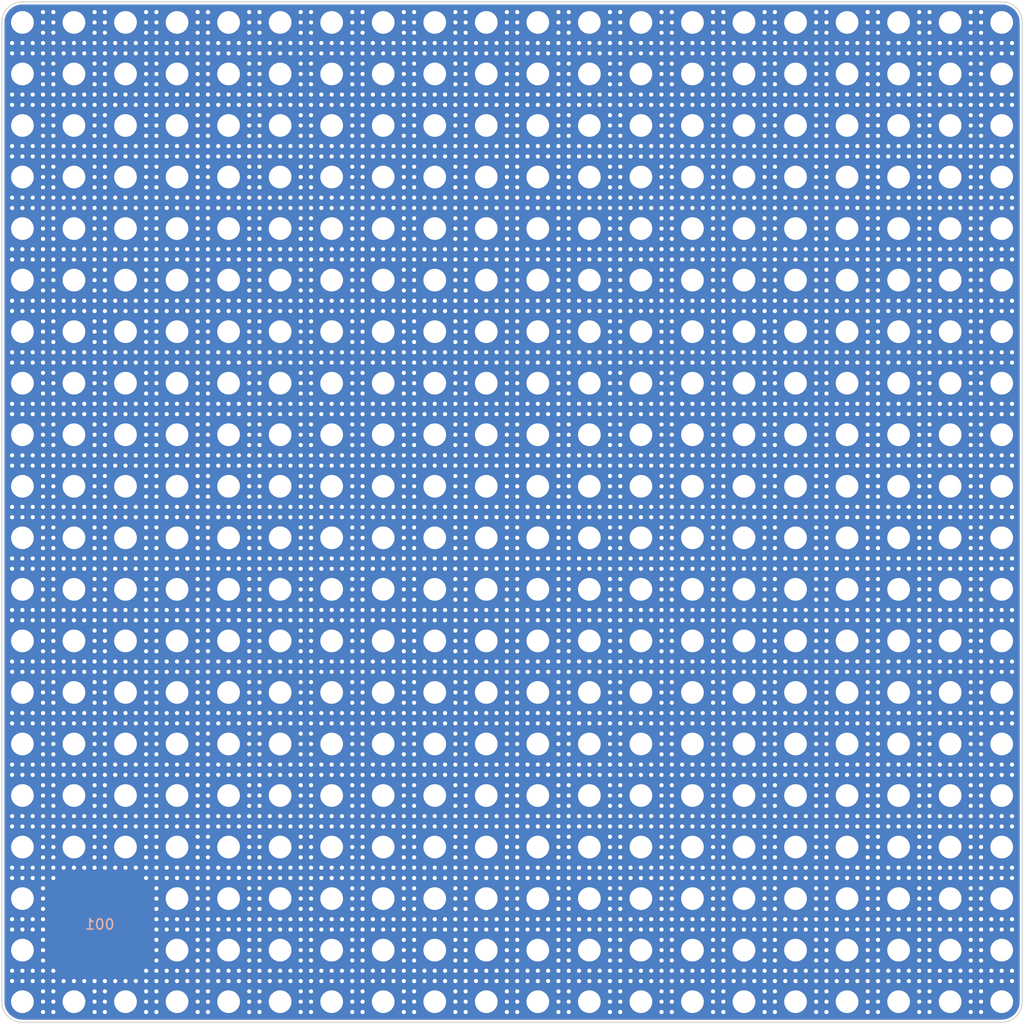
<source format=kicad_pcb>
(kicad_pcb (version 20211014) (generator pcbnew)
  (title_block (title "001 Base") (date "2022-01-27") (rev "1") (company "Halidelabs") (comment 1 "contact@halidelabs.eu"))
  (layers (0 "F.Cu" signal) (31 "B.Cu" signal) (36 "B.SilkS" user "B.Silkscreen") (38 "B.Mask" user) (39 "F.Mask" user) (44 "Edge.Cuts" user))
  (net 0 "")
  (net 1 "GND")
  (footprint "MountingHole:MountingHole_2.2mm_M2_DIN965_Pad" (layer "F.Cu") (at 124 129)
    (fp_text reference "REF**" hide)
    (fp_text value "MountingHole_2.2mm_M2_DIN965_Pad" hide)
  )
  (footprint "MountingHole:MountingHole_2.2mm_M2_DIN965_Pad" (layer "F.Cu") (at 154 134)
    (fp_text reference "REF**" hide)
    (fp_text value "MountingHole_2.2mm_M2_DIN965_Pad" hide)
  )
  (footprint "MountingHole:MountingHole_2.2mm_M2_DIN965_Pad" (layer "F.Cu") (at 104 99)
    (fp_text reference "REF**" hide)
    (fp_text value "MountingHole_2.2mm_M2_DIN965_Pad" hide)
  )
  (footprint "MountingHole:MountingHole_2.2mm_M2_DIN965_Pad" (layer "F.Cu") (at 169 74)
    (fp_text reference "REF**" hide)
    (fp_text value "MountingHole_2.2mm_M2_DIN965_Pad" hide)
  )
  (footprint "MountingHole:MountingHole_2.2mm_M2_DIN965_Pad" (layer "F.Cu") (at 99 64)
    (fp_text reference "REF**" hide)
    (fp_text value "MountingHole_2.2mm_M2_DIN965_Pad" hide)
  )
  (footprint "MountingHole:MountingHole_2.2mm_M2_DIN965_Pad" (layer "F.Cu") (at 104 144)
    (fp_text reference "REF**" hide)
    (fp_text value "MountingHole_2.2mm_M2_DIN965_Pad" hide)
  )
  (footprint "MountingHole:MountingHole_2.2mm_M2_DIN965_Pad" (layer "F.Cu") (at 144 84)
    (fp_text reference "REF**" hide)
    (fp_text value "MountingHole_2.2mm_M2_DIN965_Pad" hide)
  )
  (footprint "MountingHole:MountingHole_2.2mm_M2_DIN965_Pad" (layer "F.Cu") (at 134 84)
    (fp_text reference "REF**" hide)
    (fp_text value "MountingHole_2.2mm_M2_DIN965_Pad" hide)
  )
  (footprint "MountingHole:MountingHole_2.2mm_M2_DIN965_Pad" (layer "F.Cu") (at 154 84)
    (fp_text reference "REF**" hide)
    (fp_text value "MountingHole_2.2mm_M2_DIN965_Pad" hide)
  )
  (footprint "MountingHole:MountingHole_2.2mm_M2_DIN965_Pad" (layer "F.Cu") (at 179 134)
    (fp_text reference "REF**" hide)
    (fp_text value "MountingHole_2.2mm_M2_DIN965_Pad" hide)
  )
  (footprint "MountingHole:MountingHole_2.2mm_M2_DIN965_Pad" (layer "F.Cu") (at 194 144)
    (fp_text reference "REF**" hide)
    (fp_text value "MountingHole_2.2mm_M2_DIN965_Pad" hide)
  )
  (footprint "MountingHole:MountingHole_2.2mm_M2_DIN965_Pad" (layer "F.Cu") (at 169 54)
    (fp_text reference "REF**" hide)
    (fp_text value "MountingHole_2.2mm_M2_DIN965_Pad" hide)
  )
  (footprint "MountingHole:MountingHole_2.2mm_M2_DIN965_Pad" (layer "F.Cu") (at 119 114)
    (fp_text reference "REF**" hide)
    (fp_text value "MountingHole_2.2mm_M2_DIN965_Pad" hide)
  )
  (footprint "MountingHole:MountingHole_2.2mm_M2_DIN965_Pad" (layer "F.Cu") (at 99 124)
    (fp_text reference "REF**" hide)
    (fp_text value "MountingHole_2.2mm_M2_DIN965_Pad" hide)
  )
  (footprint "MountingHole:MountingHole_2.2mm_M2_DIN965_Pad" (layer "F.Cu") (at 189 64)
    (fp_text reference "REF**" hide)
    (fp_text value "MountingHole_2.2mm_M2_DIN965_Pad" hide)
  )
  (footprint "MountingHole:MountingHole_2.2mm_M2_DIN965_Pad" (layer "F.Cu") (at 134 79)
    (fp_text reference "REF**" hide)
    (fp_text value "MountingHole_2.2mm_M2_DIN965_Pad" hide)
  )
  (footprint "MountingHole:MountingHole_2.2mm_M2_DIN965_Pad" (layer "F.Cu") (at 184 104)
    (fp_text reference "REF**" hide)
    (fp_text value "MountingHole_2.2mm_M2_DIN965_Pad" hide)
  )
  (footprint "MountingHole:MountingHole_2.2mm_M2_DIN965_Pad" (layer "F.Cu") (at 99 144)
    (fp_text reference "REF**" hide)
    (fp_text value "MountingHole_2.2mm_M2_DIN965_Pad" hide)
  )
  (footprint "MountingHole:MountingHole_2.2mm_M2_DIN965_Pad" (layer "F.Cu") (at 99 74)
    (fp_text reference "REF**" hide)
    (fp_text value "MountingHole_2.2mm_M2_DIN965_Pad" hide)
  )
  (footprint "MountingHole:MountingHole_2.2mm_M2_DIN965_Pad" (layer "F.Cu") (at 144 59)
    (fp_text reference "REF**" hide)
    (fp_text value "MountingHole_2.2mm_M2_DIN965_Pad" hide)
  )
  (footprint "MountingHole:MountingHole_2.2mm_M2_DIN965_Pad" (layer "F.Cu") (at 194 124)
    (fp_text reference "REF**" hide)
    (fp_text value "MountingHole_2.2mm_M2_DIN965_Pad" hide)
  )
  (footprint "MountingHole:MountingHole_2.2mm_M2_DIN965_Pad" (layer "F.Cu") (at 184 99)
    (fp_text reference "REF**" hide)
    (fp_text value "MountingHole_2.2mm_M2_DIN965_Pad" hide)
  )
  (footprint "MountingHole:MountingHole_2.2mm_M2_DIN965_Pad" (layer "F.Cu") (at 124 59)
    (fp_text reference "REF**" hide)
    (fp_text value "MountingHole_2.2mm_M2_DIN965_Pad" hide)
  )
  (footprint "MountingHole:MountingHole_2.2mm_M2_DIN965_Pad" (layer "F.Cu") (at 149 54)
    (fp_text reference "REF**" hide)
    (fp_text value "MountingHole_2.2mm_M2_DIN965_Pad" hide)
  )
  (footprint "MountingHole:MountingHole_2.2mm_M2_DIN965_Pad" (layer "F.Cu") (at 139 94)
    (fp_text reference "REF**" hide)
    (fp_text value "MountingHole_2.2mm_M2_DIN965_Pad" hide)
  )
  (footprint "MountingHole:MountingHole_2.2mm_M2_DIN965_Pad" (layer "F.Cu") (at 129 89)
    (fp_text reference "REF**" hide)
    (fp_text value "MountingHole_2.2mm_M2_DIN965_Pad" hide)
  )
  (footprint "MountingHole:MountingHole_2.2mm_M2_DIN965_Pad" (layer "F.Cu") (at 179 99)
    (fp_text reference "REF**" hide)
    (fp_text value "MountingHole_2.2mm_M2_DIN965_Pad" hide)
  )
  (footprint "MountingHole:MountingHole_2.2mm_M2_DIN965_Pad" (layer "F.Cu") (at 104 94)
    (fp_text reference "REF**" hide)
    (fp_text value "MountingHole_2.2mm_M2_DIN965_Pad" hide)
  )
  (footprint "MountingHole:MountingHole_2.2mm_M2_DIN965_Pad" (layer "F.Cu") (at 189 124)
    (fp_text reference "REF**" hide)
    (fp_text value "MountingHole_2.2mm_M2_DIN965_Pad" hide)
  )
  (footprint "MountingHole:MountingHole_2.2mm_M2_DIN965_Pad" (layer "F.Cu") (at 174 144)
    (fp_text reference "REF**" hide)
    (fp_text value "MountingHole_2.2mm_M2_DIN965_Pad" hide)
  )
  (footprint "MountingHole:MountingHole_2.2mm_M2_DIN965_Pad" (layer "F.Cu") (at 159 84)
    (fp_text reference "REF**" hide)
    (fp_text value "MountingHole_2.2mm_M2_DIN965_Pad" hide)
  )
  (footprint "MountingHole:MountingHole_2.2mm_M2_DIN965_Pad" (layer "F.Cu") (at 149 49)
    (fp_text reference "REF**" hide)
    (fp_text value "MountingHole_2.2mm_M2_DIN965_Pad" hide)
  )
  (footprint "MountingHole:MountingHole_2.2mm_M2_DIN965_Pad" (layer "F.Cu") (at 144 119)
    (fp_text reference "REF**" hide)
    (fp_text value "MountingHole_2.2mm_M2_DIN965_Pad" hide)
  )
  (footprint "MountingHole:MountingHole_2.2mm_M2_DIN965_Pad" (layer "F.Cu") (at 184 139)
    (fp_text reference "REF**" hide)
    (fp_text value "MountingHole_2.2mm_M2_DIN965_Pad" hide)
  )
  (footprint "MountingHole:MountingHole_2.2mm_M2_DIN965_Pad" (layer "F.Cu") (at 164 104)
    (fp_text reference "REF**" hide)
    (fp_text value "MountingHole_2.2mm_M2_DIN965_Pad" hide)
  )
  (footprint "MountingHole:MountingHole_2.2mm_M2_DIN965_Pad" (layer "F.Cu") (at 99 49)
    (fp_text reference "REF**" hide)
    (fp_text value "MountingHole_2.2mm_M2_DIN965_Pad" hide)
  )
  (footprint "MountingHole:MountingHole_2.2mm_M2_DIN965_Pad" (layer "F.Cu") (at 109 89)
    (fp_text reference "REF**" hide)
    (fp_text value "MountingHole_2.2mm_M2_DIN965_Pad" hide)
  )
  (footprint "MountingHole:MountingHole_2.2mm_M2_DIN965_Pad" (layer "F.Cu") (at 189 89)
    (fp_text reference "REF**" hide)
    (fp_text value "MountingHole_2.2mm_M2_DIN965_Pad" hide)
  )
  (footprint "MountingHole:MountingHole_2.2mm_M2_DIN965_Pad" (layer "F.Cu") (at 164 94)
    (fp_text reference "REF**" hide)
    (fp_text value "MountingHole_2.2mm_M2_DIN965_Pad" hide)
  )
  (footprint "MountingHole:MountingHole_2.2mm_M2_DIN965_Pad" (layer "F.Cu") (at 154 109)
    (fp_text reference "REF**" hide)
    (fp_text value "MountingHole_2.2mm_M2_DIN965_Pad" hide)
  )
  (footprint "MountingHole:MountingHole_2.2mm_M2_DIN965_Pad" (layer "F.Cu") (at 134 89)
    (fp_text reference "REF**" hide)
    (fp_text value "MountingHole_2.2mm_M2_DIN965_Pad" hide)
  )
  (footprint "MountingHole:MountingHole_2.2mm_M2_DIN965_Pad" (layer "F.Cu") (at 144 74)
    (fp_text reference "REF**" hide)
    (fp_text value "MountingHole_2.2mm_M2_DIN965_Pad" hide)
  )
  (footprint "MountingHole:MountingHole_2.2mm_M2_DIN965_Pad" (layer "F.Cu") (at 144 54)
    (fp_text reference "REF**" hide)
    (fp_text value "MountingHole_2.2mm_M2_DIN965_Pad" hide)
  )
  (footprint "MountingHole:MountingHole_2.2mm_M2_DIN965_Pad" (layer "F.Cu") (at 114 129)
    (fp_text reference "REF**" hide)
    (fp_text value "MountingHole_2.2mm_M2_DIN965_Pad" hide)
  )
  (footprint "MountingHole:MountingHole_2.2mm_M2_DIN965_Pad" (layer "F.Cu") (at 124 134)
    (fp_text reference "REF**" hide)
    (fp_text value "MountingHole_2.2mm_M2_DIN965_Pad" hide)
  )
  (footprint "MountingHole:MountingHole_2.2mm_M2_DIN965_Pad" (layer "F.Cu") (at 139 134)
    (fp_text reference "REF**" hide)
    (fp_text value "MountingHole_2.2mm_M2_DIN965_Pad" hide)
  )
  (footprint "MountingHole:MountingHole_2.2mm_M2_DIN965_Pad" (layer "F.Cu") (at 169 124)
    (fp_text reference "REF**" hide)
    (fp_text value "MountingHole_2.2mm_M2_DIN965_Pad" hide)
  )
  (footprint "MountingHole:MountingHole_2.2mm_M2_DIN965_Pad" (layer "F.Cu") (at 134 114)
    (fp_text reference "REF**" hide)
    (fp_text value "MountingHole_2.2mm_M2_DIN965_Pad" hide)
  )
  (footprint "MountingHole:MountingHole_2.2mm_M2_DIN965_Pad" (layer "F.Cu") (at 99 129)
    (fp_text reference "REF**" hide)
    (fp_text value "MountingHole_2.2mm_M2_DIN965_Pad" hide)
  )
  (footprint "MountingHole:MountingHole_2.2mm_M2_DIN965_Pad" (layer "F.Cu") (at 139 129)
    (fp_text reference "REF**" hide)
    (fp_text value "MountingHole_2.2mm_M2_DIN965_Pad" hide)
  )
  (footprint "MountingHole:MountingHole_2.2mm_M2_DIN965_Pad" (layer "F.Cu") (at 104 79)
    (fp_text reference "REF**" hide)
    (fp_text value "MountingHole_2.2mm_M2_DIN965_Pad" hide)
  )
  (footprint "MountingHole:MountingHole_2.2mm_M2_DIN965_Pad" (layer "F.Cu") (at 189 74)
    (fp_text reference "REF**" hide)
    (fp_text value "MountingHole_2.2mm_M2_DIN965_Pad" hide)
  )
  (footprint "MountingHole:MountingHole_2.2mm_M2_DIN965_Pad" (layer "F.Cu") (at 189 139)
    (fp_text reference "REF**" hide)
    (fp_text value "MountingHole_2.2mm_M2_DIN965_Pad" hide)
  )
  (footprint "MountingHole:MountingHole_2.2mm_M2_DIN965_Pad" (layer "F.Cu") (at 104 74)
    (fp_text reference "REF**" hide)
    (fp_text value "MountingHole_2.2mm_M2_DIN965_Pad" hide)
  )
  (footprint "MountingHole:MountingHole_2.2mm_M2_DIN965_Pad" (layer "F.Cu") (at 109 64)
    (fp_text reference "REF**" hide)
    (fp_text value "MountingHole_2.2mm_M2_DIN965_Pad" hide)
  )
  (footprint "MountingHole:MountingHole_2.2mm_M2_DIN965_Pad" (layer "F.Cu") (at 184 79)
    (fp_text reference "REF**" hide)
    (fp_text value "MountingHole_2.2mm_M2_DIN965_Pad" hide)
  )
  (footprint "MountingHole:MountingHole_2.2mm_M2_DIN965_Pad" (layer "F.Cu") (at 99 54)
    (fp_text reference "REF**" hide)
    (fp_text value "MountingHole_2.2mm_M2_DIN965_Pad" hide)
  )
  (footprint "MountingHole:MountingHole_2.2mm_M2_DIN965_Pad" (layer "F.Cu") (at 124 124)
    (fp_text reference "REF**" hide)
    (fp_text value "MountingHole_2.2mm_M2_DIN965_Pad" hide)
  )
  (footprint "MountingHole:MountingHole_2.2mm_M2_DIN965_Pad" (layer "F.Cu") (at 104 69)
    (fp_text reference "REF**" hide)
    (fp_text value "MountingHole_2.2mm_M2_DIN965_Pad" hide)
  )
  (footprint "MountingHole:MountingHole_2.2mm_M2_DIN965_Pad" (layer "F.Cu") (at 179 94)
    (fp_text reference "REF**" hide)
    (fp_text value "MountingHole_2.2mm_M2_DIN965_Pad" hide)
  )
  (footprint "MountingHole:MountingHole_2.2mm_M2_DIN965_Pad" (layer "F.Cu") (at 174 134)
    (fp_text reference "REF**" hide)
    (fp_text value "MountingHole_2.2mm_M2_DIN965_Pad" hide)
  )
  (footprint "MountingHole:MountingHole_2.2mm_M2_DIN965_Pad" (layer "F.Cu") (at 154 79)
    (fp_text reference "REF**" hide)
    (fp_text value "MountingHole_2.2mm_M2_DIN965_Pad" hide)
  )
  (footprint "MountingHole:MountingHole_2.2mm_M2_DIN965_Pad" (layer "F.Cu") (at 194 64)
    (fp_text reference "REF**" hide)
    (fp_text value "MountingHole_2.2mm_M2_DIN965_Pad" hide)
  )
  (footprint "MountingHole:MountingHole_2.2mm_M2_DIN965_Pad" (layer "F.Cu") (at 174 129)
    (fp_text reference "REF**" hide)
    (fp_text value "MountingHole_2.2mm_M2_DIN965_Pad" hide)
  )
  (footprint "MountingHole:MountingHole_2.2mm_M2_DIN965_Pad" (layer "F.Cu") (at 184 69)
    (fp_text reference "REF**" hide)
    (fp_text value "MountingHole_2.2mm_M2_DIN965_Pad" hide)
  )
  (footprint "MountingHole:MountingHole_2.2mm_M2_DIN965_Pad" (layer "F.Cu") (at 109 49)
    (fp_text reference "REF**" hide)
    (fp_text value "MountingHole_2.2mm_M2_DIN965_Pad" hide)
  )
  (footprint "MountingHole:MountingHole_2.2mm_M2_DIN965_Pad" (layer "F.Cu") (at 134 74)
    (fp_text reference "REF**" hide)
    (fp_text value "MountingHole_2.2mm_M2_DIN965_Pad" hide)
  )
  (footprint "MountingHole:MountingHole_2.2mm_M2_DIN965_Pad" (layer "F.Cu") (at 134 109)
    (fp_text reference "REF**" hide)
    (fp_text value "MountingHole_2.2mm_M2_DIN965_Pad" hide)
  )
  (footprint "MountingHole:MountingHole_2.2mm_M2_DIN965_Pad" (layer "F.Cu") (at 124 99)
    (fp_text reference "REF**" hide)
    (fp_text value "MountingHole_2.2mm_M2_DIN965_Pad" hide)
  )
  (footprint "MountingHole:MountingHole_2.2mm_M2_DIN965_Pad" (layer "F.Cu") (at 134 129)
    (fp_text reference "REF**" hide)
    (fp_text value "MountingHole_2.2mm_M2_DIN965_Pad" hide)
  )
  (footprint "MountingHole:MountingHole_2.2mm_M2_DIN965_Pad" (layer "F.Cu") (at 119 59)
    (fp_text reference "REF**" hide)
    (fp_text value "MountingHole_2.2mm_M2_DIN965_Pad" hide)
  )
  (footprint "MountingHole:MountingHole_2.2mm_M2_DIN965_Pad" (layer "F.Cu") (at 129 129)
    (fp_text reference "REF**" hide)
    (fp_text value "MountingHole_2.2mm_M2_DIN965_Pad" hide)
  )
  (footprint "MountingHole:MountingHole_2.2mm_M2_DIN965_Pad" (layer "F.Cu") (at 149 119)
    (fp_text reference "REF**" hide)
    (fp_text value "MountingHole_2.2mm_M2_DIN965_Pad" hide)
  )
  (footprint "MountingHole:MountingHole_2.2mm_M2_DIN965_Pad" (layer "F.Cu") (at 184 94)
    (fp_text reference "REF**" hide)
    (fp_text value "MountingHole_2.2mm_M2_DIN965_Pad" hide)
  )
  (footprint "MountingHole:MountingHole_2.2mm_M2_DIN965_Pad" (layer "F.Cu") (at 124 104)
    (fp_text reference "REF**" hide)
    (fp_text value "MountingHole_2.2mm_M2_DIN965_Pad" hide)
  )
  (footprint "MountingHole:MountingHole_2.2mm_M2_DIN965_Pad" (layer "F.Cu") (at 144 94)
    (fp_text reference "REF**" hide)
    (fp_text value "MountingHole_2.2mm_M2_DIN965_Pad" hide)
  )
  (footprint "MountingHole:MountingHole_2.2mm_M2_DIN965_Pad" (layer "F.Cu") (at 154 119)
    (fp_text reference "REF**" hide)
    (fp_text value "MountingHole_2.2mm_M2_DIN965_Pad" hide)
  )
  (footprint "MountingHole:MountingHole_2.2mm_M2_DIN965_Pad" (layer "F.Cu") (at 134 54)
    (fp_text reference "REF**" hide)
    (fp_text value "MountingHole_2.2mm_M2_DIN965_Pad" hide)
  )
  (footprint "MountingHole:MountingHole_2.2mm_M2_DIN965_Pad" (layer "F.Cu") (at 144 124)
    (fp_text reference "REF**" hide)
    (fp_text value "MountingHole_2.2mm_M2_DIN965_Pad" hide)
  )
  (footprint "MountingHole:MountingHole_2.2mm_M2_DIN965_Pad" (layer "F.Cu") (at 139 54)
    (fp_text reference "REF**" hide)
    (fp_text value "MountingHole_2.2mm_M2_DIN965_Pad" hide)
  )
  (footprint "MountingHole:MountingHole_2.2mm_M2_DIN965_Pad" (layer "F.Cu") (at 139 99)
    (fp_text reference "REF**" hide)
    (fp_text value "MountingHole_2.2mm_M2_DIN965_Pad" hide)
  )
  (footprint "MountingHole:MountingHole_2.2mm_M2_DIN965_Pad" (layer "F.Cu") (at 104 119)
    (fp_text reference "REF**" hide)
    (fp_text value "MountingHole_2.2mm_M2_DIN965_Pad" hide)
  )
  (footprint "MountingHole:MountingHole_2.2mm_M2_DIN965_Pad" (layer "F.Cu") (at 154 69)
    (fp_text reference "REF**" hide)
    (fp_text value "MountingHole_2.2mm_M2_DIN965_Pad" hide)
  )
  (footprint "MountingHole:MountingHole_2.2mm_M2_DIN965_Pad" (layer "F.Cu") (at 159 64)
    (fp_text reference "REF**" hide)
    (fp_text value "MountingHole_2.2mm_M2_DIN965_Pad" hide)
  )
  (footprint "MountingHole:MountingHole_2.2mm_M2_DIN965_Pad" (layer "F.Cu") (at 124 79)
    (fp_text reference "REF**" hide)
    (fp_text value "MountingHole_2.2mm_M2_DIN965_Pad" hide)
  )
  (footprint "MountingHole:MountingHole_2.2mm_M2_DIN965_Pad" (layer "F.Cu") (at 104 84)
    (fp_text reference "REF**" hide)
    (fp_text value "MountingHole_2.2mm_M2_DIN965_Pad" hide)
  )
  (footprint "MountingHole:MountingHole_2.2mm_M2_DIN965_Pad" (layer "F.Cu") (at 194 84)
    (fp_text reference "REF**" hide)
    (fp_text value "MountingHole_2.2mm_M2_DIN965_Pad" hide)
  )
  (footprint "MountingHole:MountingHole_2.2mm_M2_DIN965_Pad" (layer "F.Cu") (at 189 119)
    (fp_text reference "REF**" hide)
    (fp_text value "MountingHole_2.2mm_M2_DIN965_Pad" hide)
  )
  (footprint "MountingHole:MountingHole_2.2mm_M2_DIN965_Pad" (layer "F.Cu") (at 129 119)
    (fp_text reference "REF**" hide)
    (fp_text value "MountingHole_2.2mm_M2_DIN965_Pad" hide)
  )
  (footprint "MountingHole:MountingHole_2.2mm_M2_DIN965_Pad" (layer "F.Cu") (at 109 129)
    (fp_text reference "REF**" hide)
    (fp_text value "MountingHole_2.2mm_M2_DIN965_Pad" hide)
  )
  (footprint "MountingHole:MountingHole_2.2mm_M2_DIN965_Pad" (layer "F.Cu") (at 139 84)
    (fp_text reference "REF**" hide)
    (fp_text value "MountingHole_2.2mm_M2_DIN965_Pad" hide)
  )
  (footprint "MountingHole:MountingHole_2.2mm_M2_DIN965_Pad" (layer "F.Cu") (at 174 69)
    (fp_text reference "REF**" hide)
    (fp_text value "MountingHole_2.2mm_M2_DIN965_Pad" hide)
  )
  (footprint "MountingHole:MountingHole_2.2mm_M2_DIN965_Pad" (layer "F.Cu") (at 164 59)
    (fp_text reference "REF**" hide)
    (fp_text value "MountingHole_2.2mm_M2_DIN965_Pad" hide)
  )
  (footprint "MountingHole:MountingHole_2.2mm_M2_DIN965_Pad" (layer "F.Cu") (at 149 144)
    (fp_text reference "REF**" hide)
    (fp_text value "MountingHole_2.2mm_M2_DIN965_Pad" hide)
  )
  (footprint "MountingHole:MountingHole_2.2mm_M2_DIN965_Pad" (layer "F.Cu") (at 109 69)
    (fp_text reference "REF**" hide)
    (fp_text value "MountingHole_2.2mm_M2_DIN965_Pad" hide)
  )
  (footprint "MountingHole:MountingHole_2.2mm_M2_DIN965_Pad" (layer "F.Cu") (at 149 124)
    (fp_text reference "REF**" hide)
    (fp_text value "MountingHole_2.2mm_M2_DIN965_Pad" hide)
  )
  (footprint "MountingHole:MountingHole_2.2mm_M2_DIN965_Pad" (layer "F.Cu") (at 184 109)
    (fp_text reference "REF**" hide)
    (fp_text value "MountingHole_2.2mm_M2_DIN965_Pad" hide)
  )
  (footprint "MountingHole:MountingHole_2.2mm_M2_DIN965_Pad" (layer "F.Cu") (at 189 144)
    (fp_text reference "REF**" hide)
    (fp_text value "MountingHole_2.2mm_M2_DIN965_Pad" hide)
  )
  (footprint "MountingHole:MountingHole_2.2mm_M2_DIN965_Pad" (layer "F.Cu") (at 184 49)
    (fp_text reference "REF**" hide)
    (fp_text value "MountingHole_2.2mm_M2_DIN965_Pad" hide)
  )
  (footprint "MountingHole:MountingHole_2.2mm_M2_DIN965_Pad" (layer "F.Cu") (at 194 74)
    (fp_text reference "REF**" hide)
    (fp_text value "MountingHole_2.2mm_M2_DIN965_Pad" hide)
  )
  (footprint "MountingHole:MountingHole_2.2mm_M2_DIN965_Pad" (layer "F.Cu") (at 134 119)
    (fp_text reference "REF**" hide)
    (fp_text value "MountingHole_2.2mm_M2_DIN965_Pad" hide)
  )
  (footprint "MountingHole:MountingHole_2.2mm_M2_DIN965_Pad" (layer "F.Cu") (at 149 79)
    (fp_text reference "REF**" hide)
    (fp_text value "MountingHole_2.2mm_M2_DIN965_Pad" hide)
  )
  (footprint "MountingHole:MountingHole_2.2mm_M2_DIN965_Pad" (layer "F.Cu") (at 179 104)
    (fp_text reference "REF**" hide)
    (fp_text value "MountingHole_2.2mm_M2_DIN965_Pad" hide)
  )
  (footprint "MountingHole:MountingHole_2.2mm_M2_DIN965_Pad" (layer "F.Cu") (at 174 139)
    (fp_text reference "REF**" hide)
    (fp_text value "MountingHole_2.2mm_M2_DIN965_Pad" hide)
  )
  (footprint "MountingHole:MountingHole_2.2mm_M2_DIN965_Pad" (layer "F.Cu") (at 189 94)
    (fp_text reference "REF**" hide)
    (fp_text value "MountingHole_2.2mm_M2_DIN965_Pad" hide)
  )
  (footprint "MountingHole:MountingHole_2.2mm_M2_DIN965_Pad" (layer "F.Cu") (at 184 64)
    (fp_text reference "REF**" hide)
    (fp_text value "MountingHole_2.2mm_M2_DIN965_Pad" hide)
  )
  (footprint "MountingHole:MountingHole_2.2mm_M2_DIN965_Pad" (layer "F.Cu") (at 194 109)
    (fp_text reference "REF**" hide)
    (fp_text value "MountingHole_2.2mm_M2_DIN965_Pad" hide)
  )
  (footprint "MountingHole:MountingHole_2.2mm_M2_DIN965_Pad" (layer "F.Cu") (at 119 99)
    (fp_text reference "REF**" hide)
    (fp_text value "MountingHole_2.2mm_M2_DIN965_Pad" hide)
  )
  (footprint "MountingHole:MountingHole_2.2mm_M2_DIN965_Pad" (layer "F.Cu") (at 159 129)
    (fp_text reference "REF**" hide)
    (fp_text value "MountingHole_2.2mm_M2_DIN965_Pad" hide)
  )
  (footprint "MountingHole:MountingHole_2.2mm_M2_DIN965_Pad" (layer "F.Cu") (at 184 84)
    (fp_text reference "REF**" hide)
    (fp_text value "MountingHole_2.2mm_M2_DIN965_Pad" hide)
  )
  (footprint "MountingHole:MountingHole_2.2mm_M2_DIN965_Pad" (layer "F.Cu") (at 189 134)
    (fp_text reference "REF**" hide)
    (fp_text value "MountingHole_2.2mm_M2_DIN965_Pad" hide)
  )
  (footprint "MountingHole:MountingHole_2.2mm_M2_DIN965_Pad" (layer "F.Cu") (at 144 114)
    (fp_text reference "REF**" hide)
    (fp_text value "MountingHole_2.2mm_M2_DIN965_Pad" hide)
  )
  (footprint "MountingHole:MountingHole_2.2mm_M2_DIN965_Pad" (layer "F.Cu") (at 174 64)
    (fp_text reference "REF**" hide)
    (fp_text value "MountingHole_2.2mm_M2_DIN965_Pad" hide)
  )
  (footprint "MountingHole:MountingHole_2.2mm_M2_DIN965_Pad" (layer "F.Cu") (at 144 64)
    (fp_text reference "REF**" hide)
    (fp_text value "MountingHole_2.2mm_M2_DIN965_Pad" hide)
  )
  (footprint "MountingHole:MountingHole_2.2mm_M2_DIN965_Pad" (layer "F.Cu") (at 164 114)
    (fp_text reference "REF**" hide)
    (fp_text value "MountingHole_2.2mm_M2_DIN965_Pad" hide)
  )
  (footprint "MountingHole:MountingHole_2.2mm_M2_DIN965_Pad" (layer "F.Cu") (at 114 104)
    (fp_text reference "REF**" hide)
    (fp_text value "MountingHole_2.2mm_M2_DIN965_Pad" hide)
  )
  (footprint "MountingHole:MountingHole_2.2mm_M2_DIN965_Pad" (layer "F.Cu") (at 189 99)
    (fp_text reference "REF**" hide)
    (fp_text value "MountingHole_2.2mm_M2_DIN965_Pad" hide)
  )
  (footprint "MountingHole:MountingHole_2.2mm_M2_DIN965_Pad" (layer "F.Cu") (at 159 59)
    (fp_text reference "REF**" hide)
    (fp_text value "MountingHole_2.2mm_M2_DIN965_Pad" hide)
  )
  (footprint "MountingHole:MountingHole_2.2mm_M2_DIN965_Pad" (layer "F.Cu") (at 139 89)
    (fp_text reference "REF**" hide)
    (fp_text value "MountingHole_2.2mm_M2_DIN965_Pad" hide)
  )
  (footprint "MountingHole:MountingHole_2.2mm_M2_DIN965_Pad" (layer "F.Cu") (at 104 124)
    (fp_text reference "REF**" hide)
    (fp_text value "MountingHole_2.2mm_M2_DIN965_Pad" hide)
  )
  (footprint "MountingHole:MountingHole_2.2mm_M2_DIN965_Pad" (layer "F.Cu") (at 99 139)
    (fp_text reference "REF**" hide)
    (fp_text value "MountingHole_2.2mm_M2_DIN965_Pad" hide)
  )
  (footprint "MountingHole:MountingHole_2.2mm_M2_DIN965_Pad" (layer "F.Cu") (at 104 49)
    (fp_text reference "REF**" hide)
    (fp_text value "MountingHole_2.2mm_M2_DIN965_Pad" hide)
  )
  (footprint "MountingHole:MountingHole_2.2mm_M2_DIN965_Pad" (layer "F.Cu") (at 149 89)
    (fp_text reference "REF**" hide)
    (fp_text value "MountingHole_2.2mm_M2_DIN965_Pad" hide)
  )
  (footprint "MountingHole:MountingHole_2.2mm_M2_DIN965_Pad" (layer "F.Cu") (at 159 124)
    (fp_text reference "REF**" hide)
    (fp_text value "MountingHole_2.2mm_M2_DIN965_Pad" hide)
  )
  (footprint "MountingHole:MountingHole_2.2mm_M2_DIN965_Pad" (layer "F.Cu") (at 139 139)
    (fp_text reference "REF**" hide)
    (fp_text value "MountingHole_2.2mm_M2_DIN965_Pad" hide)
  )
  (footprint "MountingHole:MountingHole_2.2mm_M2_DIN965_Pad" (layer "F.Cu") (at 169 89)
    (fp_text reference "REF**" hide)
    (fp_text value "MountingHole_2.2mm_M2_DIN965_Pad" hide)
  )
  (footprint "MountingHole:MountingHole_2.2mm_M2_DIN965_Pad" (layer "F.Cu") (at 159 139)
    (fp_text reference "REF**" hide)
    (fp_text value "MountingHole_2.2mm_M2_DIN965_Pad" hide)
  )
  (footprint "MountingHole:MountingHole_2.2mm_M2_DIN965_Pad" (layer "F.Cu") (at 124 109)
    (fp_text reference "REF**" hide)
    (fp_text value "MountingHole_2.2mm_M2_DIN965_Pad" hide)
  )
  (footprint "MountingHole:MountingHole_2.2mm_M2_DIN965_Pad" (layer "F.Cu") (at 134 69)
    (fp_text reference "REF**" hide)
    (fp_text value "MountingHole_2.2mm_M2_DIN965_Pad" hide)
  )
  (footprint "MountingHole:MountingHole_2.2mm_M2_DIN965_Pad" (layer "F.Cu") (at 109 94)
    (fp_text reference "REF**" hide)
    (fp_text value "MountingHole_2.2mm_M2_DIN965_Pad" hide)
  )
  (footprint "MountingHole:MountingHole_2.2mm_M2_DIN965_Pad" (layer "F.Cu") (at 169 109)
    (fp_text reference "REF**" hide)
    (fp_text value "MountingHole_2.2mm_M2_DIN965_Pad" hide)
  )
  (footprint "MountingHole:MountingHole_2.2mm_M2_DIN965_Pad" (layer "F.Cu") (at 129 64)
    (fp_text reference "REF**" hide)
    (fp_text value "MountingHole_2.2mm_M2_DIN965_Pad" hide)
  )
  (footprint "MountingHole:MountingHole_2.2mm_M2_DIN965_Pad" (layer "F.Cu") (at 139 144)
    (fp_text reference "REF**" hide)
    (fp_text value "MountingHole_2.2mm_M2_DIN965_Pad" hide)
  )
  (footprint "MountingHole:MountingHole_2.2mm_M2_DIN965_Pad" (layer "F.Cu") (at 129 109)
    (fp_text reference "REF**" hide)
    (fp_text value "MountingHole_2.2mm_M2_DIN965_Pad" hide)
  )
  (footprint "MountingHole:MountingHole_2.2mm_M2_DIN965_Pad" (layer "F.Cu") (at 99 89)
    (fp_text reference "REF**" hide)
    (fp_text value "MountingHole_2.2mm_M2_DIN965_Pad" hide)
  )
  (footprint "MountingHole:MountingHole_2.2mm_M2_DIN965_Pad" (layer "F.Cu") (at 119 124)
    (fp_text reference "REF**" hide)
    (fp_text value "MountingHole_2.2mm_M2_DIN965_Pad" hide)
  )
  (footprint "MountingHole:MountingHole_2.2mm_M2_DIN965_Pad" (layer "F.Cu") (at 149 134)
    (fp_text reference "REF**" hide)
    (fp_text value "MountingHole_2.2mm_M2_DIN965_Pad" hide)
  )
  (footprint "MountingHole:MountingHole_2.2mm_M2_DIN965_Pad" (layer "F.Cu") (at 179 109)
    (fp_text reference "REF**" hide)
    (fp_text value "MountingHole_2.2mm_M2_DIN965_Pad" hide)
  )
  (footprint "MountingHole:MountingHole_2.2mm_M2_DIN965_Pad" (layer "F.Cu") (at 169 144)
    (fp_text reference "REF**" hide)
    (fp_text value "MountingHole_2.2mm_M2_DIN965_Pad" hide)
  )
  (footprint "MountingHole:MountingHole_2.2mm_M2_DIN965_Pad" (layer "F.Cu") (at 184 124)
    (fp_text reference "REF**" hide)
    (fp_text value "MountingHole_2.2mm_M2_DIN965_Pad" hide)
  )
  (footprint "MountingHole:MountingHole_2.2mm_M2_DIN965_Pad" (layer "F.Cu") (at 144 144)
    (fp_text reference "REF**" hide)
    (fp_text value "MountingHole_2.2mm_M2_DIN965_Pad" hide)
  )
  (footprint "MountingHole:MountingHole_2.2mm_M2_DIN965_Pad" (layer "F.Cu") (at 149 69)
    (fp_text reference "REF**" hide)
    (fp_text value "MountingHole_2.2mm_M2_DIN965_Pad" hide)
  )
  (footprint "MountingHole:MountingHole_2.2mm_M2_DIN965_Pad" (layer "F.Cu") (at 174 59)
    (fp_text reference "REF**" hide)
    (fp_text value "MountingHole_2.2mm_M2_DIN965_Pad" hide)
  )
  (footprint "MountingHole:MountingHole_2.2mm_M2_DIN965_Pad" (layer "F.Cu") (at 169 99)
    (fp_text reference "REF**" hide)
    (fp_text value "MountingHole_2.2mm_M2_DIN965_Pad" hide)
  )
  (footprint "MountingHole:MountingHole_2.2mm_M2_DIN965_Pad" (layer "F.Cu") (at 119 129)
    (fp_text reference "REF**" hide)
    (fp_text value "MountingHole_2.2mm_M2_DIN965_Pad" hide)
  )
  (footprint "MountingHole:MountingHole_2.2mm_M2_DIN965_Pad" (layer "F.Cu") (at 119 94)
    (fp_text reference "REF**" hide)
    (fp_text value "MountingHole_2.2mm_M2_DIN965_Pad" hide)
  )
  (footprint "MountingHole:MountingHole_2.2mm_M2_DIN965_Pad" (layer "F.Cu") (at 149 84)
    (fp_text reference "REF**" hide)
    (fp_text value "MountingHole_2.2mm_M2_DIN965_Pad" hide)
  )
  (footprint "MountingHole:MountingHole_2.2mm_M2_DIN965_Pad" (layer "F.Cu") (at 139 59)
    (fp_text reference "REF**" hide)
    (fp_text value "MountingHole_2.2mm_M2_DIN965_Pad" hide)
  )
  (footprint "MountingHole:MountingHole_2.2mm_M2_DIN965_Pad" (layer "F.Cu") (at 179 49)
    (fp_text reference "REF**" hide)
    (fp_text value "MountingHole_2.2mm_M2_DIN965_Pad" hide)
  )
  (footprint "MountingHole:MountingHole_2.2mm_M2_DIN965_Pad" (layer "F.Cu") (at 184 129)
    (fp_text reference "REF**" hide)
    (fp_text value "MountingHole_2.2mm_M2_DIN965_Pad" hide)
  )
  (footprint "MountingHole:MountingHole_2.2mm_M2_DIN965_Pad" (layer "F.Cu") (at 144 79)
    (fp_text reference "REF**" hide)
    (fp_text value "MountingHole_2.2mm_M2_DIN965_Pad" hide)
  )
  (footprint "MountingHole:MountingHole_2.2mm_M2_DIN965_Pad" (layer "F.Cu") (at 119 144)
    (fp_text reference "REF**" hide)
    (fp_text value "MountingHole_2.2mm_M2_DIN965_Pad" hide)
  )
  (footprint "MountingHole:MountingHole_2.2mm_M2_DIN965_Pad" (layer "F.Cu") (at 124 89)
    (fp_text reference "REF**" hide)
    (fp_text value "MountingHole_2.2mm_M2_DIN965_Pad" hide)
  )
  (footprint "MountingHole:MountingHole_2.2mm_M2_DIN965_Pad" (layer "F.Cu") (at 154 49)
    (fp_text reference "REF**" hide)
    (fp_text value "MountingHole_2.2mm_M2_DIN965_Pad" hide)
  )
  (footprint "MountingHole:MountingHole_2.2mm_M2_DIN965_Pad" (layer "F.Cu") (at 154 99)
    (fp_text reference "REF**" hide)
    (fp_text value "MountingHole_2.2mm_M2_DIN965_Pad" hide)
  )
  (footprint "MountingHole:MountingHole_2.2mm_M2_DIN965_Pad" (layer "F.Cu") (at 144 139)
    (fp_text reference "REF**" hide)
    (fp_text value "MountingHole_2.2mm_M2_DIN965_Pad" hide)
  )
  (footprint "MountingHole:MountingHole_2.2mm_M2_DIN965_Pad" (layer "F.Cu") (at 164 69)
    (fp_text reference "REF**" hide)
    (fp_text value "MountingHole_2.2mm_M2_DIN965_Pad" hide)
  )
  (footprint "MountingHole:MountingHole_2.2mm_M2_DIN965_Pad" (layer "F.Cu") (at 119 49)
    (fp_text reference "REF**" hide)
    (fp_text value "MountingHole_2.2mm_M2_DIN965_Pad" hide)
  )
  (footprint "MountingHole:MountingHole_2.2mm_M2_DIN965_Pad" (layer "F.Cu") (at 124 74)
    (fp_text reference "REF**" hide)
    (fp_text value "MountingHole_2.2mm_M2_DIN965_Pad" hide)
  )
  (footprint "MountingHole:MountingHole_2.2mm_M2_DIN965_Pad" (layer "F.Cu") (at 154 139)
    (fp_text reference "REF**" hide)
    (fp_text value "MountingHole_2.2mm_M2_DIN965_Pad" hide)
  )
  (footprint "MountingHole:MountingHole_2.2mm_M2_DIN965_Pad" (layer "F.Cu") (at 194 104)
    (fp_text reference "REF**" hide)
    (fp_text value "MountingHole_2.2mm_M2_DIN965_Pad" hide)
  )
  (footprint "MountingHole:MountingHole_2.2mm_M2_DIN965_Pad" (layer "F.Cu") (at 114 109)
    (fp_text reference "REF**" hide)
    (fp_text value "MountingHole_2.2mm_M2_DIN965_Pad" hide)
  )
  (footprint "MountingHole:MountingHole_2.2mm_M2_DIN965_Pad" (layer "F.Cu") (at 109 124)
    (fp_text reference "REF**" hide)
    (fp_text value "MountingHole_2.2mm_M2_DIN965_Pad" hide)
  )
  (footprint "MountingHole:MountingHole_2.2mm_M2_DIN965_Pad" (layer "F.Cu") (at 109 104)
    (fp_text reference "REF**" hide)
    (fp_text value "MountingHole_2.2mm_M2_DIN965_Pad" hide)
  )
  (footprint "MountingHole:MountingHole_2.2mm_M2_DIN965_Pad" (layer "F.Cu") (at 154 59)
    (fp_text reference "REF**" hide)
    (fp_text value "MountingHole_2.2mm_M2_DIN965_Pad" hide)
  )
  (footprint "MountingHole:MountingHole_2.2mm_M2_DIN965_Pad" (layer "F.Cu") (at 119 109)
    (fp_text reference "REF**" hide)
    (fp_text value "MountingHole_2.2mm_M2_DIN965_Pad" hide)
  )
  (footprint "MountingHole:MountingHole_2.2mm_M2_DIN965_Pad" (layer "F.Cu") (at 184 89)
    (fp_text reference "REF**" hide)
    (fp_text value "MountingHole_2.2mm_M2_DIN965_Pad" hide)
  )
  (footprint "MountingHole:MountingHole_2.2mm_M2_DIN965_Pad" (layer "F.Cu") (at 159 94)
    (fp_text reference "REF**" hide)
    (fp_text value "MountingHole_2.2mm_M2_DIN965_Pad" hide)
  )
  (footprint "MountingHole:MountingHole_2.2mm_M2_DIN965_Pad" (layer "F.Cu") (at 189 79)
    (fp_text reference "REF**" hide)
    (fp_text value "MountingHole_2.2mm_M2_DIN965_Pad" hide)
  )
  (footprint "MountingHole:MountingHole_2.2mm_M2_DIN965_Pad" (layer "F.Cu") (at 114 134)
    (fp_text reference "REF**" hide)
    (fp_text value "MountingHole_2.2mm_M2_DIN965_Pad" hide)
  )
  (footprint "MountingHole:MountingHole_2.2mm_M2_DIN965_Pad" (layer "F.Cu") (at 169 134)
    (fp_text reference "REF**" hide)
    (fp_text value "MountingHole_2.2mm_M2_DIN965_Pad" hide)
  )
  (footprint "MountingHole:MountingHole_2.2mm_M2_DIN965_Pad" (layer "F.Cu") (at 139 124)
    (fp_text reference "REF**" hide)
    (fp_text value "MountingHole_2.2mm_M2_DIN965_Pad" hide)
  )
  (footprint "MountingHole:MountingHole_2.2mm_M2_DIN965_Pad" (layer "F.Cu") (at 114 74)
    (fp_text reference "REF**" hide)
    (fp_text value "MountingHole_2.2mm_M2_DIN965_Pad" hide)
  )
  (footprint "MountingHole:MountingHole_2.2mm_M2_DIN965_Pad" (layer "F.Cu") (at 119 84)
    (fp_text reference "REF**" hide)
    (fp_text value "MountingHole_2.2mm_M2_DIN965_Pad" hide)
  )
  (footprint "MountingHole:MountingHole_2.2mm_M2_DIN965_Pad" (layer "F.Cu") (at 179 129)
    (fp_text reference "REF**" hide)
    (fp_text value "MountingHole_2.2mm_M2_DIN965_Pad" hide)
  )
  (footprint "MountingHole:MountingHole_2.2mm_M2_DIN965_Pad" (layer "F.Cu") (at 99 84)
    (fp_text reference "REF**" hide)
    (fp_text value "MountingHole_2.2mm_M2_DIN965_Pad" hide)
  )
  (footprint "MountingHole:MountingHole_2.2mm_M2_DIN965_Pad" (layer "F.Cu") (at 194 99)
    (fp_text reference "REF**" hide)
    (fp_text value "MountingHole_2.2mm_M2_DIN965_Pad" hide)
  )
  (footprint "MountingHole:MountingHole_2.2mm_M2_DIN965_Pad" (layer "F.Cu") (at 174 119)
    (fp_text reference "REF**" hide)
    (fp_text value "MountingHole_2.2mm_M2_DIN965_Pad" hide)
  )
  (footprint "MountingHole:MountingHole_2.2mm_M2_DIN965_Pad" (layer "F.Cu") (at 189 49)
    (fp_text reference "REF**" hide)
    (fp_text value "MountingHole_2.2mm_M2_DIN965_Pad" hide)
  )
  (footprint "MountingHole:MountingHole_2.2mm_M2_DIN965_Pad" (layer "F.Cu") (at 169 69)
    (fp_text reference "REF**" hide)
    (fp_text value "MountingHole_2.2mm_M2_DIN965_Pad" hide)
  )
  (footprint "MountingHole:MountingHole_2.2mm_M2_DIN965_Pad" (layer "F.Cu") (at 164 89)
    (fp_text reference "REF**" hide)
    (fp_text value "MountingHole_2.2mm_M2_DIN965_Pad" hide)
  )
  (footprint "MountingHole:MountingHole_2.2mm_M2_DIN965_Pad" (layer "F.Cu") (at 184 74)
    (fp_text reference "REF**" hide)
    (fp_text value "MountingHole_2.2mm_M2_DIN965_Pad" hide)
  )
  (footprint "MountingHole:MountingHole_2.2mm_M2_DIN965_Pad" (layer "F.Cu") (at 139 114)
    (fp_text reference "REF**" hide)
    (fp_text value "MountingHole_2.2mm_M2_DIN965_Pad" hide)
  )
  (footprint "MountingHole:MountingHole_2.2mm_M2_DIN965_Pad" (layer "F.Cu") (at 149 104)
    (fp_text reference "REF**" hide)
    (fp_text value "MountingHole_2.2mm_M2_DIN965_Pad" hide)
  )
  (footprint "MountingHole:MountingHole_2.2mm_M2_DIN965_Pad" (layer "F.Cu") (at 169 114)
    (fp_text reference "REF**" hide)
    (fp_text value "MountingHole_2.2mm_M2_DIN965_Pad" hide)
  )
  (footprint "MountingHole:MountingHole_2.2mm_M2_DIN965_Pad" (layer "F.Cu") (at 109 79)
    (fp_text reference "REF**" hide)
    (fp_text value "MountingHole_2.2mm_M2_DIN965_Pad" hide)
  )
  (footprint "MountingHole:MountingHole_2.2mm_M2_DIN965_Pad" (layer "F.Cu") (at 159 144)
    (fp_text reference "REF**" hide)
    (fp_text value "MountingHole_2.2mm_M2_DIN965_Pad" hide)
  )
  (footprint "MountingHole:MountingHole_2.2mm_M2_DIN965_Pad" (layer "F.Cu") (at 159 119)
    (fp_text reference "REF**" hide)
    (fp_text value "MountingHole_2.2mm_M2_DIN965_Pad" hide)
  )
  (footprint "MountingHole:MountingHole_2.2mm_M2_DIN965_Pad" (layer "F.Cu") (at 194 119)
    (fp_text reference "REF**" hide)
    (fp_text value "MountingHole_2.2mm_M2_DIN965_Pad" hide)
  )
  (footprint "MountingHole:MountingHole_2.2mm_M2_DIN965_Pad" (layer "F.Cu") (at 109 144)
    (fp_text reference "REF**" hide)
    (fp_text value "MountingHole_2.2mm_M2_DIN965_Pad" hide)
  )
  (footprint "MountingHole:MountingHole_2.2mm_M2_DIN965_Pad" (layer "F.Cu") (at 99 119)
    (fp_text reference "REF**" hide)
    (fp_text value "MountingHole_2.2mm_M2_DIN965_Pad" hide)
  )
  (footprint "MountingHole:MountingHole_2.2mm_M2_DIN965_Pad" (layer "F.Cu") (at 164 99)
    (fp_text reference "REF**" hide)
    (fp_text value "MountingHole_2.2mm_M2_DIN965_Pad" hide)
  )
  (footprint "MountingHole:MountingHole_2.2mm_M2_DIN965_Pad" (layer "F.Cu") (at 119 74)
    (fp_text reference "REF**" hide)
    (fp_text value "MountingHole_2.2mm_M2_DIN965_Pad" hide)
  )
  (footprint "MountingHole:MountingHole_2.2mm_M2_DIN965_Pad" (layer "F.Cu") (at 179 69)
    (fp_text reference "REF**" hide)
    (fp_text value "MountingHole_2.2mm_M2_DIN965_Pad" hide)
  )
  (footprint "MountingHole:MountingHole_2.2mm_M2_DIN965_Pad" (layer "F.Cu") (at 174 94)
    (fp_text reference "REF**" hide)
    (fp_text value "MountingHole_2.2mm_M2_DIN965_Pad" hide)
  )
  (footprint "MountingHole:MountingHole_2.2mm_M2_DIN965_Pad" (layer "F.Cu") (at 164 119)
    (fp_text reference "REF**" hide)
    (fp_text value "MountingHole_2.2mm_M2_DIN965_Pad" hide)
  )
  (footprint "MountingHole:MountingHole_2.2mm_M2_DIN965_Pad" (layer "F.Cu") (at 159 69)
    (fp_text reference "REF**" hide)
    (fp_text value "MountingHole_2.2mm_M2_DIN965_Pad" hide)
  )
  (footprint "MountingHole:MountingHole_2.2mm_M2_DIN965_Pad" (layer "F.Cu") (at 134 99)
    (fp_text reference "REF**" hide)
    (fp_text value "MountingHole_2.2mm_M2_DIN965_Pad" hide)
  )
  (footprint "MountingHole:MountingHole_2.2mm_M2_DIN965_Pad" (layer "F.Cu") (at 114 119)
    (fp_text reference "REF**" hide)
    (fp_text value "MountingHole_2.2mm_M2_DIN965_Pad" hide)
  )
  (footprint "MountingHole:MountingHole_2.2mm_M2_DIN965_Pad" (layer "F.Cu") (at 114 124)
    (fp_text reference "REF**" hide)
    (fp_text value "MountingHole_2.2mm_M2_DIN965_Pad" hide)
  )
  (footprint "MountingHole:MountingHole_2.2mm_M2_DIN965_Pad" (layer "F.Cu") (at 169 64)
    (fp_text reference "REF**" hide)
    (fp_text value "MountingHole_2.2mm_M2_DIN965_Pad" hide)
  )
  (footprint "MountingHole:MountingHole_2.2mm_M2_DIN965_Pad" (layer "F.Cu") (at 174 84)
    (fp_text reference "REF**" hide)
    (fp_text value "MountingHole_2.2mm_M2_DIN965_Pad" hide)
  )
  (footprint "MountingHole:MountingHole_2.2mm_M2_DIN965_Pad" (layer "F.Cu") (at 164 64)
    (fp_text reference "REF**" hide)
    (fp_text value "MountingHole_2.2mm_M2_DIN965_Pad" hide)
  )
  (footprint "MountingHole:MountingHole_2.2mm_M2_DIN965_Pad" (layer "F.Cu") (at 104 104)
    (fp_text reference "REF**" hide)
    (fp_text value "MountingHole_2.2mm_M2_DIN965_Pad" hide)
  )
  (footprint "MountingHole:MountingHole_2.2mm_M2_DIN965_Pad" (layer "F.Cu") (at 194 94)
    (fp_text reference "REF**" hide)
    (fp_text value "MountingHole_2.2mm_M2_DIN965_Pad" hide)
  )
  (footprint "MountingHole:MountingHole_2.2mm_M2_DIN965_Pad" (layer "F.Cu") (at 184 54)
    (fp_text reference "REF**" hide)
    (fp_text value "MountingHole_2.2mm_M2_DIN965_Pad" hide)
  )
  (footprint "MountingHole:MountingHole_2.2mm_M2_DIN965_Pad" (layer "F.Cu") (at 99 134)
    (fp_text reference "REF**" hide)
    (fp_text value "MountingHole_2.2mm_M2_DIN965_Pad" hide)
  )
  (footprint "MountingHole:MountingHole_2.2mm_M2_DIN965_Pad" (layer "F.Cu") (at 174 104)
    (fp_text reference "REF**" hide)
    (fp_text value "MountingHole_2.2mm_M2_DIN965_Pad" hide)
  )
  (footprint "MountingHole:MountingHole_2.2mm_M2_DIN965_Pad" (layer "F.Cu") (at 194 69)
    (fp_text reference "REF**" hide)
    (fp_text value "MountingHole_2.2mm_M2_DIN965_Pad" hide)
  )
  (footprint "MountingHole:MountingHole_2.2mm_M2_DIN965_Pad" (layer "F.Cu") (at 114 59)
    (fp_text reference "REF**" hide)
    (fp_text value "MountingHole_2.2mm_M2_DIN965_Pad" hide)
  )
  (footprint "MountingHole:MountingHole_2.2mm_M2_DIN965_Pad" (layer "F.Cu") (at 164 54)
    (fp_text reference "REF**" hide)
    (fp_text value "MountingHole_2.2mm_M2_DIN965_Pad" hide)
  )
  (footprint "MountingHole:MountingHole_2.2mm_M2_DIN965_Pad" (layer "F.Cu") (at 174 54)
    (fp_text reference "REF**" hide)
    (fp_text value "MountingHole_2.2mm_M2_DIN965_Pad" hide)
  )
  (footprint "MountingHole:MountingHole_2.2mm_M2_DIN965_Pad" (layer "F.Cu") (at 109 74)
    (fp_text reference "REF**" hide)
    (fp_text value "MountingHole_2.2mm_M2_DIN965_Pad" hide)
  )
  (footprint "MountingHole:MountingHole_2.2mm_M2_DIN965_Pad" (layer "F.Cu") (at 159 104)
    (fp_text reference "REF**" hide)
    (fp_text value "MountingHole_2.2mm_M2_DIN965_Pad" hide)
  )
  (footprint "MountingHole:MountingHole_2.2mm_M2_DIN965_Pad" (layer "F.Cu") (at 109 114)
    (fp_text reference "REF**" hide)
    (fp_text value "MountingHole_2.2mm_M2_DIN965_Pad" hide)
  )
  (footprint "MountingHole:MountingHole_2.2mm_M2_DIN965_Pad" (layer "F.Cu") (at 109 59)
    (fp_text reference "REF**" hide)
    (fp_text value "MountingHole_2.2mm_M2_DIN965_Pad" hide)
  )
  (footprint "MountingHole:MountingHole_2.2mm_M2_DIN965_Pad" (layer "F.Cu") (at 184 134)
    (fp_text reference "REF**" hide)
    (fp_text value "MountingHole_2.2mm_M2_DIN965_Pad" hide)
  )
  (footprint "MountingHole:MountingHole_2.2mm_M2_DIN965_Pad" (layer "F.Cu") (at 134 49)
    (fp_text reference "REF**" hide)
    (fp_text value "MountingHole_2.2mm_M2_DIN965_Pad" hide)
  )
  (footprint "MountingHole:MountingHole_2.2mm_M2_DIN965_Pad" (layer "F.Cu") (at 149 74)
    (fp_text reference "REF**" hide)
    (fp_text value "MountingHole_2.2mm_M2_DIN965_Pad" hide)
  )
  (footprint "MountingHole:MountingHole_2.2mm_M2_DIN965_Pad" (layer "F.Cu") (at 124 94)
    (fp_text reference "REF**" hide)
    (fp_text value "MountingHole_2.2mm_M2_DIN965_Pad" hide)
  )
  (footprint "MountingHole:MountingHole_2.2mm_M2_DIN965_Pad" (layer "F.Cu") (at 119 134)
    (fp_text reference "REF**" hide)
    (fp_text value "MountingHole_2.2mm_M2_DIN965_Pad" hide)
  )
  (footprint "MountingHole:MountingHole_2.2mm_M2_DIN965_Pad" (layer "F.Cu") (at 149 139)
    (fp_text reference "REF**" hide)
    (fp_text value "MountingHole_2.2mm_M2_DIN965_Pad" hide)
  )
  (footprint "MountingHole:MountingHole_2.2mm_M2_DIN965_Pad" (layer "F.Cu") (at 179 79)
    (fp_text reference "REF**" hide)
    (fp_text value "MountingHole_2.2mm_M2_DIN965_Pad" hide)
  )
  (footprint "MountingHole:MountingHole_2.2mm_M2_DIN965_Pad" (layer "F.Cu") (at 179 54)
    (fp_text reference "REF**" hide)
    (fp_text value "MountingHole_2.2mm_M2_DIN965_Pad" hide)
  )
  (footprint "MountingHole:MountingHole_2.2mm_M2_DIN965_Pad" (layer "F.Cu") (at 194 54)
    (fp_text reference "REF**" hide)
    (fp_text value "MountingHole_2.2mm_M2_DIN965_Pad" hide)
  )
  (footprint "MountingHole:MountingHole_2.2mm_M2_DIN965_Pad" (layer "F.Cu") (at 129 74)
    (fp_text reference "REF**" hide)
    (fp_text value "MountingHole_2.2mm_M2_DIN965_Pad" hide)
  )
  (footprint "MountingHole:MountingHole_2.2mm_M2_DIN965_Pad" (layer "F.Cu") (at 189 104)
    (fp_text reference "REF**" hide)
    (fp_text value "MountingHole_2.2mm_M2_DIN965_Pad" hide)
  )
  (footprint "MountingHole:MountingHole_2.2mm_M2_DIN965_Pad" (layer "F.Cu") (at 159 79)
    (fp_text reference "REF**" hide)
    (fp_text value "MountingHole_2.2mm_M2_DIN965_Pad" hide)
  )
  (footprint "MountingHole:MountingHole_2.2mm_M2_DIN965_Pad" (layer "F.Cu") (at 164 124)
    (fp_text reference "REF**" hide)
    (fp_text value "MountingHole_2.2mm_M2_DIN965_Pad" hide)
  )
  (footprint "MountingHole:MountingHole_2.2mm_M2_DIN965_Pad" (layer "F.Cu") (at 194 134)
    (fp_text reference "REF**" hide)
    (fp_text value "MountingHole_2.2mm_M2_DIN965_Pad" hide)
  )
  (footprint "MountingHole:MountingHole_2.2mm_M2_DIN965_Pad" (layer "F.Cu") (at 179 119)
    (fp_text reference "REF**" hide)
    (fp_text value "MountingHole_2.2mm_M2_DIN965_Pad" hide)
  )
  (footprint "MountingHole:MountingHole_2.2mm_M2_DIN965_Pad" (layer "F.Cu") (at 169 94)
    (fp_text reference "REF**" hide)
    (fp_text value "MountingHole_2.2mm_M2_DIN965_Pad" hide)
  )
  (footprint "MountingHole:MountingHole_2.2mm_M2_DIN965_Pad" (layer "F.Cu") (at 104 54)
    (fp_text reference "REF**" hide)
    (fp_text value "MountingHole_2.2mm_M2_DIN965_Pad" hide)
  )
  (footprint "MountingHole:MountingHole_2.2mm_M2_DIN965_Pad" (layer "F.Cu") (at 134 94)
    (fp_text reference "REF**" hide)
    (fp_text value "MountingHole_2.2mm_M2_DIN965_Pad" hide)
  )
  (footprint "MountingHole:MountingHole_2.2mm_M2_DIN965_Pad" (layer "F.Cu") (at 159 109)
    (fp_text reference "REF**" hide)
    (fp_text value "MountingHole_2.2mm_M2_DIN965_Pad" hide)
  )
  (footprint "MountingHole:MountingHole_2.2mm_M2_DIN965_Pad" (layer "F.Cu") (at 124 84)
    (fp_text reference "REF**" hide)
    (fp_text value "MountingHole_2.2mm_M2_DIN965_Pad" hide)
  )
  (footprint "MountingHole:MountingHole_2.2mm_M2_DIN965_Pad" (layer "F.Cu") (at 119 104)
    (fp_text reference "REF**" hide)
    (fp_text value "MountingHole_2.2mm_M2_DIN965_Pad" hide)
  )
  (footprint "MountingHole:MountingHole_2.2mm_M2_DIN965_Pad" (layer "F.Cu") (at 114 89)
    (fp_text reference "REF**" hide)
    (fp_text value "MountingHole_2.2mm_M2_DIN965_Pad" hide)
  )
  (footprint "MountingHole:MountingHole_2.2mm_M2_DIN965_Pad" (layer "F.Cu") (at 144 89)
    (fp_text reference "REF**" hide)
    (fp_text value "MountingHole_2.2mm_M2_DIN965_Pad" hide)
  )
  (footprint "MountingHole:MountingHole_2.2mm_M2_DIN965_Pad" (layer "F.Cu") (at 134 59)
    (fp_text reference "REF**" hide)
    (fp_text value "MountingHole_2.2mm_M2_DIN965_Pad" hide)
  )
  (footprint "MountingHole:MountingHole_2.2mm_M2_DIN965_Pad" (layer "F.Cu") (at 184 114)
    (fp_text reference "REF**" hide)
    (fp_text value "MountingHole_2.2mm_M2_DIN965_Pad" hide)
  )
  (footprint "MountingHole:MountingHole_2.2mm_M2_DIN965_Pad" (layer "F.Cu") (at 174 79)
    (fp_text reference "REF**" hide)
    (fp_text value "MountingHole_2.2mm_M2_DIN965_Pad" hide)
  )
  (footprint "MountingHole:MountingHole_2.2mm_M2_DIN965_Pad" (layer "F.Cu") (at 179 124)
    (fp_text reference "REF**" hide)
    (fp_text value "MountingHole_2.2mm_M2_DIN965_Pad" hide)
  )
  (footprint "MountingHole:MountingHole_2.2mm_M2_DIN965_Pad" (layer "F.Cu") (at 144 69)
    (fp_text reference "REF**" hide)
    (fp_text value "MountingHole_2.2mm_M2_DIN965_Pad" hide)
  )
  (footprint "MountingHole:MountingHole_2.2mm_M2_DIN965_Pad" (layer "F.Cu") (at 144 134)
    (fp_text reference "REF**" hide)
    (fp_text value "MountingHole_2.2mm_M2_DIN965_Pad" hide)
  )
  (footprint "MountingHole:MountingHole_2.2mm_M2_DIN965_Pad" (layer "F.Cu") (at 159 114)
    (fp_text reference "REF**" hide)
    (fp_text value "MountingHole_2.2mm_M2_DIN965_Pad" hide)
  )
  (footprint "MountingHole:MountingHole_2.2mm_M2_DIN965_Pad" (layer "F.Cu") (at 174 124)
    (fp_text reference "REF**" hide)
    (fp_text value "MountingHole_2.2mm_M2_DIN965_Pad" hide)
  )
  (footprint "MountingHole:MountingHole_2.2mm_M2_DIN965_Pad" (layer "F.Cu") (at 134 124)
    (fp_text reference "REF**" hide)
    (fp_text value "MountingHole_2.2mm_M2_DIN965_Pad" hide)
  )
  (footprint "MountingHole:MountingHole_2.2mm_M2_DIN965_Pad" (layer "F.Cu") (at 184 144)
    (fp_text reference "REF**" hide)
    (fp_text value "MountingHole_2.2mm_M2_DIN965_Pad" hide)
  )
  (footprint "MountingHole:MountingHole_2.2mm_M2_DIN965_Pad" (layer "F.Cu") (at 194 114)
    (fp_text reference "REF**" hide)
    (fp_text value "MountingHole_2.2mm_M2_DIN965_Pad" hide)
  )
  (footprint "MountingHole:MountingHole_2.2mm_M2_DIN965_Pad" (layer "F.Cu") (at 119 89)
    (fp_text reference "REF**" hide)
    (fp_text value "MountingHole_2.2mm_M2_DIN965_Pad" hide)
  )
  (footprint "LOGO" (layer "F.Cu") (at 106.5 136.5)
    (fp_text reference "G***" hide)
    (fp_text value "LOGO" hide)
  )
  (footprint "MountingHole:MountingHole_2.2mm_M2_DIN965_Pad" (layer "F.Cu") (at 169 104)
    (fp_text reference "REF**" hide)
    (fp_text value "MountingHole_2.2mm_M2_DIN965_Pad" hide)
  )
  (footprint "MountingHole:MountingHole_2.2mm_M2_DIN965_Pad" (layer "F.Cu") (at 124 54)
    (fp_text reference "REF**" hide)
    (fp_text value "MountingHole_2.2mm_M2_DIN965_Pad" hide)
  )
  (footprint "MountingHole:MountingHole_2.2mm_M2_DIN965_Pad" (layer "F.Cu") (at 154 104)
    (fp_text reference "REF**" hide)
    (fp_text value "MountingHole_2.2mm_M2_DIN965_Pad" hide)
  )
  (footprint "MountingHole:MountingHole_2.2mm_M2_DIN965_Pad" (layer "F.Cu") (at 179 114)
    (fp_text reference "REF**" hide)
    (fp_text value "MountingHole_2.2mm_M2_DIN965_Pad" hide)
  )
  (footprint "MountingHole:MountingHole_2.2mm_M2_DIN965_Pad" (layer "F.Cu") (at 124 69)
    (fp_text reference "REF**" hide)
    (fp_text value "MountingHole_2.2mm_M2_DIN965_Pad" hide)
  )
  (footprint "MountingHole:MountingHole_2.2mm_M2_DIN965_Pad" (layer "F.Cu") (at 129 59)
    (fp_text reference "REF**" hide)
    (fp_text value "MountingHole_2.2mm_M2_DIN965_Pad" hide)
  )
  (footprint "MountingHole:MountingHole_2.2mm_M2_DIN965_Pad" (layer "F.Cu") (at 194 129)
    (fp_text reference "REF**" hide)
    (fp_text value "MountingHole_2.2mm_M2_DIN965_Pad" hide)
  )
  (footprint "MountingHole:MountingHole_2.2mm_M2_DIN965_Pad" (layer "F.Cu") (at 119 139)
    (fp_text reference "REF**" hide)
    (fp_text value "MountingHole_2.2mm_M2_DIN965_Pad" hide)
  )
  (footprint "MountingHole:MountingHole_2.2mm_M2_DIN965_Pad" (layer "F.Cu") (at 154 129)
    (fp_text reference "REF**" hide)
    (fp_text value "MountingHole_2.2mm_M2_DIN965_Pad" hide)
  )
  (footprint "MountingHole:MountingHole_2.2mm_M2_DIN965_Pad" (layer "F.Cu") (at 194 89)
    (fp_text reference "REF**" hide)
    (fp_text value "MountingHole_2.2mm_M2_DIN965_Pad" hide)
  )
  (footprint "MountingHole:MountingHole_2.2mm_M2_DIN965_Pad" (layer "F.Cu") (at 114 54)
    (fp_text reference "REF**" hide)
    (fp_text value "MountingHole_2.2mm_M2_DIN965_Pad" hide)
  )
  (footprint "MountingHole:MountingHole_2.2mm_M2_DIN965_Pad" (layer "F.Cu") (at 174 74)
    (fp_text reference "REF**" hide)
    (fp_text value "MountingHole_2.2mm_M2_DIN965_Pad" hide)
  )
  (footprint "MountingHole:MountingHole_2.2mm_M2_DIN965_Pad" (layer "F.Cu") (at 119 119)
    (fp_text reference "REF**" hide)
    (fp_text value "MountingHole_2.2mm_M2_DIN965_Pad" hide)
  )
  (footprint "MountingHole:MountingHole_2.2mm_M2_DIN965_Pad" (layer "F.Cu") (at 174 109)
    (fp_text reference "REF**" hide)
    (fp_text value "MountingHole_2.2mm_M2_DIN965_Pad" hide)
  )
  (footprint "MountingHole:MountingHole_2.2mm_M2_DIN965_Pad" (layer "F.Cu") (at 104 64)
    (fp_text reference "REF**" hide)
    (fp_text value "MountingHole_2.2mm_M2_DIN965_Pad" hide)
  )
  (footprint "MountingHole:MountingHole_2.2mm_M2_DIN965_Pad" (layer "F.Cu") (at 104 129)
    (fp_text reference "REF**" hide)
    (fp_text value "MountingHole_2.2mm_M2_DIN965_Pad" hide)
  )
  (footprint "MountingHole:MountingHole_2.2mm_M2_DIN965_Pad" (layer "F.Cu") (at 119 79)
    (fp_text reference "REF**" hide)
    (fp_text value "MountingHole_2.2mm_M2_DIN965_Pad" hide)
  )
  (footprint "MountingHole:MountingHole_2.2mm_M2_DIN965_Pad" (layer "F.Cu") (at 194 59)
    (fp_text reference "REF**" hide)
    (fp_text value "MountingHole_2.2mm_M2_DIN965_Pad" hide)
  )
  (footprint "MountingHole:MountingHole_2.2mm_M2_DIN965_Pad" (layer "F.Cu") (at 159 89)
    (fp_text reference "REF**" hide)
    (fp_text value "MountingHole_2.2mm_M2_DIN965_Pad" hide)
  )
  (footprint "MountingHole:MountingHole_2.2mm_M2_DIN965_Pad" (layer "F.Cu") (at 154 114)
    (fp_text reference "REF**" hide)
    (fp_text value "MountingHole_2.2mm_M2_DIN965_Pad" hide)
  )
  (footprint "MountingHole:MountingHole_2.2mm_M2_DIN965_Pad" (layer "F.Cu") (at 169 129)
    (fp_text reference "REF**" hide)
    (fp_text value "MountingHole_2.2mm_M2_DIN965_Pad" hide)
  )
  (footprint "MountingHole:MountingHole_2.2mm_M2_DIN965_Pad" (layer "F.Cu") (at 159 99)
    (fp_text reference "REF**" hide)
    (fp_text value "MountingHole_2.2mm_M2_DIN965_Pad" hide)
  )
  (footprint "MountingHole:MountingHole_2.2mm_M2_DIN965_Pad" (layer "F.Cu") (at 114 49)
    (fp_text reference "REF**" hide)
    (fp_text value "MountingHole_2.2mm_M2_DIN965_Pad" hide)
  )
  (footprint "MountingHole:MountingHole_2.2mm_M2_DIN965_Pad" (layer "F.Cu") (at 174 49)
    (fp_text reference "REF**" hide)
    (fp_text value "MountingHole_2.2mm_M2_DIN965_Pad" hide)
  )
  (footprint "MountingHole:MountingHole_2.2mm_M2_DIN965_Pad" (layer "F.Cu") (at 154 94)
    (fp_text reference "REF**" hide)
    (fp_text value "MountingHole_2.2mm_M2_DIN965_Pad" hide)
  )
  (footprint "MountingHole:MountingHole_2.2mm_M2_DIN965_Pad" (layer "F.Cu") (at 169 119)
    (fp_text reference "REF**" hide)
    (fp_text value "MountingHole_2.2mm_M2_DIN965_Pad" hide)
  )
  (footprint "MountingHole:MountingHole_2.2mm_M2_DIN965_Pad" (layer "F.Cu") (at 194 49)
    (fp_text reference "REF**" hide)
    (fp_text value "MountingHole_2.2mm_M2_DIN965_Pad" hide)
  )
  (footprint "MountingHole:MountingHole_2.2mm_M2_DIN965_Pad" (layer "F.Cu") (at 129 54)
    (fp_text reference "REF**" hide)
    (fp_text value "MountingHole_2.2mm_M2_DIN965_Pad" hide)
  )
  (footprint "MountingHole:MountingHole_2.2mm_M2_DIN965_Pad" (layer "F.Cu") (at 184 59)
    (fp_text reference "REF**" hide)
    (fp_text value "MountingHole_2.2mm_M2_DIN965_Pad" hide)
  )
  (footprint "MountingHole:MountingHole_2.2mm_M2_DIN965_Pad" (layer "F.Cu") (at 179 74)
    (fp_text reference "REF**" hide)
    (fp_text value "MountingHole_2.2mm_M2_DIN965_Pad" hide)
  )
  (footprint "MountingHole:MountingHole_2.2mm_M2_DIN965_Pad" (layer "F.Cu") (at 99 79)
    (fp_text reference "REF**" hide)
    (fp_text value "MountingHole_2.2mm_M2_DIN965_Pad" hide)
  )
  (footprint "MountingHole:MountingHole_2.2mm_M2_DIN965_Pad" (layer "F.Cu") (at 114 139)
    (fp_text reference "REF**" hide)
    (fp_text value "MountingHole_2.2mm_M2_DIN965_Pad" hide)
  )
  (footprint "MountingHole:MountingHole_2.2mm_M2_DIN965_Pad" (layer "F.Cu") (at 189 109)
    (fp_text reference "REF**" hide)
    (fp_text value "MountingHole_2.2mm_M2_DIN965_Pad" hide)
  )
  (footprint "MountingHole:MountingHole_2.2mm_M2_DIN965_Pad" (layer "F.Cu") (at 114 84)
    (fp_text reference "REF**" hide)
    (fp_text value "MountingHole_2.2mm_M2_DIN965_Pad" hide)
  )
  (footprint "MountingHole:MountingHole_2.2mm_M2_DIN965_Pad" (layer "F.Cu") (at 109 119)
    (fp_text reference "REF**" hide)
    (fp_text value "MountingHole_2.2mm_M2_DIN965_Pad" hide)
  )
  (footprint "MountingHole:MountingHole_2.2mm_M2_DIN965_Pad" (layer "F.Cu") (at 104 109)
    (fp_text reference "REF**" hide)
    (fp_text value "MountingHole_2.2mm_M2_DIN965_Pad" hide)
  )
  (footprint "MountingHole:MountingHole_2.2mm_M2_DIN965_Pad" (layer "F.Cu") (at 159 74)
    (fp_text reference "REF**" hide)
    (fp_text value "MountingHole_2.2mm_M2_DIN965_Pad" hide)
  )
  (footprint "MountingHole:MountingHole_2.2mm_M2_DIN965_Pad" (layer "F.Cu") (at 129 114)
    (fp_text reference "REF**" hide)
    (fp_text value "MountingHole_2.2mm_M2_DIN965_Pad" hide)
  )
  (footprint "MountingHole:MountingHole_2.2mm_M2_DIN965_Pad" (layer "F.Cu") (at 169 84)
    (fp_text reference "REF**" hide)
    (fp_text value "MountingHole_2.2mm_M2_DIN965_Pad" hide)
  )
  (footprint "MountingHole:MountingHole_2.2mm_M2_DIN965_Pad" (layer "F.Cu") (at 174 99)
    (fp_text reference "REF**" hide)
    (fp_text value "MountingHole_2.2mm_M2_DIN965_Pad" hide)
  )
  (footprint "MountingHole:MountingHole_2.2mm_M2_DIN965_Pad" (layer "F.Cu") (at 99 94)
    (fp_text reference "REF**" hide)
    (fp_text value "MountingHole_2.2mm_M2_DIN965_Pad" hide)
  )
  (footprint "MountingHole:MountingHole_2.2mm_M2_DIN965_Pad" (layer "F.Cu") (at 154 144)
    (fp_text reference "REF**" hide)
    (fp_text value "MountingHole_2.2mm_M2_DIN965_Pad" hide)
  )
  (footprint "MountingHole:MountingHole_2.2mm_M2_DIN965_Pad" (layer "F.Cu") (at 124 64)
    (fp_text reference "REF**" hide)
    (fp_text value "MountingHole_2.2mm_M2_DIN965_Pad" hide)
  )
  (footprint "MountingHole:MountingHole_2.2mm_M2_DIN965_Pad" (layer "F.Cu") (at 144 109)
    (fp_text reference "REF**" hide)
    (fp_text value "MountingHole_2.2mm_M2_DIN965_Pad" hide)
  )
  (footprint "MountingHole:MountingHole_2.2mm_M2_DIN965_Pad" (layer "F.Cu") (at 134 139)
    (fp_text reference "REF**" hide)
    (fp_text value "MountingHole_2.2mm_M2_DIN965_Pad" hide)
  )
  (footprint "MountingHole:MountingHole_2.2mm_M2_DIN965_Pad" (layer "F.Cu") (at 129 104)
    (fp_text reference "REF**" hide)
    (fp_text value "MountingHole_2.2mm_M2_DIN965_Pad" hide)
  )
  (footprint "MountingHole:MountingHole_2.2mm_M2_DIN965_Pad" (layer "F.Cu") (at 149 99)
    (fp_text reference "REF**" hide)
    (fp_text value "MountingHole_2.2mm_M2_DIN965_Pad" hide)
  )
  (footprint "MountingHole:MountingHole_2.2mm_M2_DIN965_Pad" (layer "F.Cu") (at 119 64)
    (fp_text reference "REF**" hide)
    (fp_text value "MountingHole_2.2mm_M2_DIN965_Pad" hide)
  )
  (footprint "MountingHole:MountingHole_2.2mm_M2_DIN965_Pad" (layer "F.Cu") (at 149 109)
    (fp_text reference "REF**" hide)
    (fp_text value "MountingHole_2.2mm_M2_DIN965_Pad" hide)
  )
  (footprint "MountingHole:MountingHole_2.2mm_M2_DIN965_Pad" (layer "F.Cu") (at 169 59)
    (fp_text reference "REF**" hide)
    (fp_text value "MountingHole_2.2mm_M2_DIN965_Pad" hide)
  )
  (footprint "MountingHole:MountingHole_2.2mm_M2_DIN965_Pad" (layer "F.Cu") (at 154 124)
    (fp_text reference "REF**" hide)
    (fp_text value "MountingHole_2.2mm_M2_DIN965_Pad" hide)
  )
  (footprint "MountingHole:MountingHole_2.2mm_M2_DIN965_Pad" (layer "F.Cu") (at 99 99)
    (fp_text reference "REF**" hide)
    (fp_text value "MountingHole_2.2mm_M2_DIN965_Pad" hide)
  )
  (footprint "MountingHole:MountingHole_2.2mm_M2_DIN965_Pad" (layer "F.Cu") (at 114 114)
    (fp_text reference "REF**" hide)
    (fp_text value "MountingHole_2.2mm_M2_DIN965_Pad" hide)
  )
  (footprint "MountingHole:MountingHole_2.2mm_M2_DIN965_Pad" (layer "F.Cu") (at 114 144)
    (fp_text reference "REF**" hide)
    (fp_text value "MountingHole_2.2mm_M2_DIN965_Pad" hide)
  )
  (footprint "MountingHole:MountingHole_2.2mm_M2_DIN965_Pad" (layer "F.Cu") (at 139 119)
    (fp_text reference "REF**" hide)
    (fp_text value "MountingHole_2.2mm_M2_DIN965_Pad" hide)
  )
  (footprint "MountingHole:MountingHole_2.2mm_M2_DIN965_Pad" (layer "F.Cu") (at 129 49)
    (fp_text reference "REF**" hide)
    (fp_text value "MountingHole_2.2mm_M2_DIN965_Pad" hide)
  )
  (footprint "MountingHole:MountingHole_2.2mm_M2_DIN965_Pad" (layer "F.Cu") (at 129 124)
    (fp_text reference "REF**" hide)
    (fp_text value "MountingHole_2.2mm_M2_DIN965_Pad" hide)
  )
  (footprint "MountingHole:MountingHole_2.2mm_M2_DIN965_Pad" (layer "F.Cu") (at 134 104)
    (fp_text reference "REF**" hide)
    (fp_text value "MountingHole_2.2mm_M2_DIN965_Pad" hide)
  )
  (footprint "MountingHole:MountingHole_2.2mm_M2_DIN965_Pad" (layer "F.Cu") (at 129 99)
    (fp_text reference "REF**" hide)
    (fp_text value "MountingHole_2.2mm_M2_DIN965_Pad" hide)
  )
  (footprint "MountingHole:MountingHole_2.2mm_M2_DIN965_Pad" (layer "F.Cu") (at 129 94)
    (fp_text reference "REF**" hide)
    (fp_text value "MountingHole_2.2mm_M2_DIN965_Pad" hide)
  )
  (footprint "MountingHole:MountingHole_2.2mm_M2_DIN965_Pad" (layer "F.Cu") (at 179 139)
    (fp_text reference "REF**" hide)
    (fp_text value "MountingHole_2.2mm_M2_DIN965_Pad" hide)
  )
  (footprint "MountingHole:MountingHole_2.2mm_M2_DIN965_Pad" (layer "F.Cu") (at 99 69)
    (fp_text reference "REF**" hide)
    (fp_text value "MountingHole_2.2mm_M2_DIN965_Pad" hide)
  )
  (footprint "MountingHole:MountingHole_2.2mm_M2_DIN965_Pad" (layer "F.Cu") (at 149 64)
    (fp_text reference "REF**" hide)
    (fp_text value "MountingHole_2.2mm_M2_DIN965_Pad" hide)
  )
  (footprint "MountingHole:MountingHole_2.2mm_M2_DIN965_Pad" (layer "F.Cu") (at 164 129)
    (fp_text reference "REF**" hide)
    (fp_text value "MountingHole_2.2mm_M2_DIN965_Pad" hide)
  )
  (footprint "MountingHole:MountingHole_2.2mm_M2_DIN965_Pad" (layer "F.Cu") (at 164 84)
    (fp_text reference "REF**" hide)
    (fp_text value "MountingHole_2.2mm_M2_DIN965_Pad" hide)
  )
  (footprint "MountingHole:MountingHole_2.2mm_M2_DIN965_Pad" (layer "F.Cu") (at 149 59)
    (fp_text reference "REF**" hide)
    (fp_text value "MountingHole_2.2mm_M2_DIN965_Pad" hide)
  )
  (footprint "MountingHole:MountingHole_2.2mm_M2_DIN965_Pad" (layer "F.Cu") (at 109 109)
    (fp_text reference "REF**" hide)
    (fp_text value "MountingHole_2.2mm_M2_DIN965_Pad" hide)
  )
  (footprint "MountingHole:MountingHole_2.2mm_M2_DIN965_Pad" (layer "F.Cu") (at 189 54)
    (fp_text reference "REF**" hide)
    (fp_text value "MountingHole_2.2mm_M2_DIN965_Pad" hide)
  )
  (footprint "MountingHole:MountingHole_2.2mm_M2_DIN965_Pad" (layer "F.Cu") (at 164 49)
    (fp_text reference "REF**" hide)
    (fp_text value "MountingHole_2.2mm_M2_DIN965_Pad" hide)
  )
  (footprint "MountingHole:MountingHole_2.2mm_M2_DIN965_Pad" (layer "F.Cu") (at 174 114)
    (fp_text reference "REF**" hide)
    (fp_text value "MountingHole_2.2mm_M2_DIN965_Pad" hide)
  )
  (footprint "MountingHole:MountingHole_2.2mm_M2_DIN965_Pad" (layer "F.Cu") (at 99 59)
    (fp_text reference "REF**" hide)
    (fp_text value "MountingHole_2.2mm_M2_DIN965_Pad" hide)
  )
  (footprint "MountingHole:MountingHole_2.2mm_M2_DIN965_Pad" (layer "F.Cu") (at 124 49)
    (fp_text reference "REF**" hide)
    (fp_text value "MountingHole_2.2mm_M2_DIN965_Pad" hide)
  )
  (footprint "MountingHole:MountingHole_2.2mm_M2_DIN965_Pad" (layer "F.Cu") (at 134 134)
    (fp_text reference "REF**" hide)
    (fp_text value "MountingHole_2.2mm_M2_DIN965_Pad" hide)
  )
  (footprint "MountingHole:MountingHole_2.2mm_M2_DIN965_Pad" (layer "F.Cu") (at 149 114)
    (fp_text reference "REF**" hide)
    (fp_text value "MountingHole_2.2mm_M2_DIN965_Pad" hide)
  )
  (footprint "MountingHole:MountingHole_2.2mm_M2_DIN965_Pad" (layer "F.Cu") (at 139 104)
    (fp_text reference "REF**" hide)
    (fp_text value "MountingHole_2.2mm_M2_DIN965_Pad" hide)
  )
  (footprint "MountingHole:MountingHole_2.2mm_M2_DIN965_Pad" (layer "F.Cu") (at 114 99)
    (fp_text reference "REF**" hide)
    (fp_text value "MountingHole_2.2mm_M2_DIN965_Pad" hide)
  )
  (footprint "MountingHole:MountingHole_2.2mm_M2_DIN965_Pad" (layer "F.Cu") (at 139 79)
    (fp_text reference "REF**" hide)
    (fp_text value "MountingHole_2.2mm_M2_DIN965_Pad" hide)
  )
  (footprint "MountingHole:MountingHole_2.2mm_M2_DIN965_Pad" (layer "F.Cu") (at 99 109)
    (fp_text reference "REF**" hide)
    (fp_text value "MountingHole_2.2mm_M2_DIN965_Pad" hide)
  )
  (footprint "MountingHole:MountingHole_2.2mm_M2_DIN965_Pad" (layer "F.Cu") (at 164 144)
    (fp_text reference "REF**" hide)
    (fp_text value "MountingHole_2.2mm_M2_DIN965_Pad" hide)
  )
  (footprint "MountingHole:MountingHole_2.2mm_M2_DIN965_Pad" (layer "F.Cu") (at 154 54)
    (fp_text reference "REF**" hide)
    (fp_text value "MountingHole_2.2mm_M2_DIN965_Pad" hide)
  )
  (footprint "MountingHole:MountingHole_2.2mm_M2_DIN965_Pad" (layer "F.Cu") (at 144 99)
    (fp_text reference "REF**" hide)
    (fp_text value "MountingHole_2.2mm_M2_DIN965_Pad" hide)
  )
  (footprint "MountingHole:MountingHole_2.2mm_M2_DIN965_Pad" (layer "F.Cu") (at 154 64)
    (fp_text reference "REF**" hide)
    (fp_text value "MountingHole_2.2mm_M2_DIN965_Pad" hide)
  )
  (footprint "MountingHole:MountingHole_2.2mm_M2_DIN965_Pad" (layer "F.Cu") (at 139 74)
    (fp_text reference "REF**" hide)
    (fp_text value "MountingHole_2.2mm_M2_DIN965_Pad" hide)
  )
  (footprint "MountingHole:MountingHole_2.2mm_M2_DIN965_Pad" (layer "F.Cu") (at 124 139)
    (fp_text reference "REF**" hide)
    (fp_text value "MountingHole_2.2mm_M2_DIN965_Pad" hide)
  )
  (footprint "MountingHole:MountingHole_2.2mm_M2_DIN965_Pad" (layer "F.Cu") (at 134 144)
    (fp_text reference "REF**" hide)
    (fp_text value "MountingHole_2.2mm_M2_DIN965_Pad" hide)
  )
  (footprint "MountingHole:MountingHole_2.2mm_M2_DIN965_Pad" (layer "F.Cu") (at 124 114)
    (fp_text reference "REF**" hide)
    (fp_text value "MountingHole_2.2mm_M2_DIN965_Pad" hide)
  )
  (footprint "MountingHole:MountingHole_2.2mm_M2_DIN965_Pad" (layer "F.Cu") (at 129 69)
    (fp_text reference "REF**" hide)
    (fp_text value "MountingHole_2.2mm_M2_DIN965_Pad" hide)
  )
  (footprint "MountingHole:MountingHole_2.2mm_M2_DIN965_Pad" (layer "F.Cu") (at 114 94)
    (fp_text reference "REF**" hide)
    (fp_text value "MountingHole_2.2mm_M2_DIN965_Pad" hide)
  )
  (footprint "MountingHole:MountingHole_2.2mm_M2_DIN965_Pad" (layer "F.Cu") (at 104 59)
    (fp_text reference "REF**" hide)
    (fp_text value "MountingHole_2.2mm_M2_DIN965_Pad" hide)
  )
  (footprint "MountingHole:MountingHole_2.2mm_M2_DIN965_Pad" (layer "F.Cu") (at 119 54)
    (fp_text reference "REF**" hide)
    (fp_text value "MountingHole_2.2mm_M2_DIN965_Pad" hide)
  )
  (footprint "MountingHole:MountingHole_2.2mm_M2_DIN965_Pad" (layer "F.Cu") (at 129 144)
    (fp_text reference "REF**" hide)
    (fp_text value "MountingHole_2.2mm_M2_DIN965_Pad" hide)
  )
  (footprint "MountingHole:MountingHole_2.2mm_M2_DIN965_Pad" (layer "F.Cu") (at 169 139)
    (fp_text reference "REF**" hide)
    (fp_text value "MountingHole_2.2mm_M2_DIN965_Pad" hide)
  )
  (footprint "MountingHole:MountingHole_2.2mm_M2_DIN965_Pad" (layer "F.Cu") (at 129 134)
    (fp_text reference "REF**" hide)
    (fp_text value "MountingHole_2.2mm_M2_DIN965_Pad" hide)
  )
  (footprint "MountingHole:MountingHole_2.2mm_M2_DIN965_Pad" (layer "F.Cu") (at 99 104)
    (fp_text reference "REF**" hide)
    (fp_text value "MountingHole_2.2mm_M2_DIN965_Pad" hide)
  )
  (footprint "MountingHole:MountingHole_2.2mm_M2_DIN965_Pad" (layer "F.Cu") (at 179 89)
    (fp_text reference "REF**" hide)
    (fp_text value "MountingHole_2.2mm_M2_DIN965_Pad" hide)
  )
  (footprint "MountingHole:MountingHole_2.2mm_M2_DIN965_Pad" (layer "F.Cu") (at 104 114)
    (fp_text reference "REF**" hide)
    (fp_text value "MountingHole_2.2mm_M2_DIN965_Pad" hide)
  )
  (footprint "MountingHole:MountingHole_2.2mm_M2_DIN965_Pad" (layer "F.Cu") (at 159 134)
    (fp_text reference "REF**" hide)
    (fp_text value "MountingHole_2.2mm_M2_DIN965_Pad" hide)
  )
  (footprint "MountingHole:MountingHole_2.2mm_M2_DIN965_Pad" (layer "F.Cu") (at 104 89)
    (fp_text reference "REF**" hide)
    (fp_text value "MountingHole_2.2mm_M2_DIN965_Pad" hide)
  )
  (footprint "MountingHole:MountingHole_2.2mm_M2_DIN965_Pad" (layer "F.Cu") (at 164 79)
    (fp_text reference "REF**" hide)
    (fp_text value "MountingHole_2.2mm_M2_DIN965_Pad" hide)
  )
  (footprint "MountingHole:MountingHole_2.2mm_M2_DIN965_Pad" (layer "F.Cu") (at 109 99)
    (fp_text reference "REF**" hide)
    (fp_text value "MountingHole_2.2mm_M2_DIN965_Pad" hide)
  )
  (footprint "MountingHole:MountingHole_2.2mm_M2_DIN965_Pad" (layer "F.Cu") (at 144 104)
    (fp_text reference "REF**" hide)
    (fp_text value "MountingHole_2.2mm_M2_DIN965_Pad" hide)
  )
  (footprint "MountingHole:MountingHole_2.2mm_M2_DIN965_Pad" (layer "F.Cu") (at 164 109)
    (fp_text reference "REF**" hide)
    (fp_text value "MountingHole_2.2mm_M2_DIN965_Pad" hide)
  )
  (footprint "MountingHole:MountingHole_2.2mm_M2_DIN965_Pad" (layer "F.Cu") (at 129 79)
    (fp_text reference "REF**" hide)
    (fp_text value "MountingHole_2.2mm_M2_DIN965_Pad" hide)
  )
  (footprint "MountingHole:MountingHole_2.2mm_M2_DIN965_Pad" (layer "F.Cu") (at 114 69)
    (fp_text reference "REF**" hide)
    (fp_text value "MountingHole_2.2mm_M2_DIN965_Pad" hide)
  )
  (footprint "MountingHole:MountingHole_2.2mm_M2_DIN965_Pad" (layer "F.Cu") (at 169 79)
    (fp_text reference "REF**" hide)
    (fp_text value "MountingHole_2.2mm_M2_DIN965_Pad" hide)
  )
  (footprint "MountingHole:MountingHole_2.2mm_M2_DIN965_Pad" (layer "F.Cu") (at 139 64)
    (fp_text reference "REF**" hide)
    (fp_text value "MountingHole_2.2mm_M2_DIN965_Pad" hide)
  )
  (footprint "MountingHole:MountingHole_2.2mm_M2_DIN965_Pad" (layer "F.Cu") (at 139 69)
    (fp_text reference "REF**" hide)
    (fp_text value "MountingHole_2.2mm_M2_DIN965_Pad" hide)
  )
  (footprint "MountingHole:MountingHole_2.2mm_M2_DIN965_Pad" (layer "F.Cu") (at 164 139)
    (fp_text reference "REF**" hide)
    (fp_text value "MountingHole_2.2mm_M2_DIN965_Pad" hide)
  )
  (footprint "MountingHole:MountingHole_2.2mm_M2_DIN965_Pad" (layer "F.Cu") (at 154 74)
    (fp_text reference "REF**" hide)
    (fp_text value "MountingHole_2.2mm_M2_DIN965_Pad" hide)
  )
  (footprint "MountingHole:MountingHole_2.2mm_M2_DIN965_Pad" (layer "F.Cu") (at 189 59)
    (fp_text reference "REF**" hide)
    (fp_text value "MountingHole_2.2mm_M2_DIN965_Pad" hide)
  )
  (footprint "MountingHole:MountingHole_2.2mm_M2_DIN965_Pad" (layer "F.Cu") (at 164 134)
    (fp_text reference "REF**" hide)
    (fp_text value "MountingHole_2.2mm_M2_DIN965_Pad" hide)
  )
  (footprint "MountingHole:MountingHole_2.2mm_M2_DIN965_Pad" (layer "F.Cu") (at 149 94)
    (fp_text reference "REF**" hide)
    (fp_text value "MountingHole_2.2mm_M2_DIN965_Pad" hide)
  )
  (footprint "MountingHole:MountingHole_2.2mm_M2_DIN965_Pad" (layer "F.Cu") (at 109 54)
    (fp_text reference "REF**" hide)
    (fp_text value "MountingHole_2.2mm_M2_DIN965_Pad" hide)
  )
  (footprint "MountingHole:MountingHole_2.2mm_M2_DIN965_Pad" (layer "F.Cu") (at 144 129)
    (fp_text reference "REF**" hide)
    (fp_text value "MountingHole_2.2mm_M2_DIN965_Pad" hide)
  )
  (footprint "MountingHole:MountingHole_2.2mm_M2_DIN965_Pad" (layer "F.Cu") (at 189 84)
    (fp_text reference "REF**" hide)
    (fp_text value "MountingHole_2.2mm_M2_DIN965_Pad" hide)
  )
  (footprint "MountingHole:MountingHole_2.2mm_M2_DIN965_Pad" (layer "F.Cu") (at 184 119)
    (fp_text reference "REF**" hide)
    (fp_text value "MountingHole_2.2mm_M2_DIN965_Pad" hide)
  )
  (footprint "MountingHole:MountingHole_2.2mm_M2_DIN965_Pad" (layer "F.Cu") (at 159 49)
    (fp_text reference "REF**" hide)
    (fp_text value "MountingHole_2.2mm_M2_DIN965_Pad" hide)
  )
  (footprint "MountingHole:MountingHole_2.2mm_M2_DIN965_Pad" (layer "F.Cu") (at 174 89)
    (fp_text reference "REF**" hide)
    (fp_text value "MountingHole_2.2mm_M2_DIN965_Pad" hide)
  )
  (footprint "MountingHole:MountingHole_2.2mm_M2_DIN965_Pad" (layer "F.Cu") (at 124 119)
    (fp_text reference "REF**" hide)
    (fp_text value "MountingHole_2.2mm_M2_DIN965_Pad" hide)
  )
  (footprint "MountingHole:MountingHole_2.2mm_M2_DIN965_Pad" (layer "F.Cu") (at 179 144)
    (fp_text reference "REF**" hide)
    (fp_text value "MountingHole_2.2mm_M2_DIN965_Pad" hide)
  )
  (footprint "MountingHole:MountingHole_2.2mm_M2_DIN965_Pad" (layer "F.Cu") (at 189 114)
    (fp_text reference "REF**" hide)
    (fp_text value "MountingHole_2.2mm_M2_DIN965_Pad" hide)
  )
  (footprint "MountingHole:MountingHole_2.2mm_M2_DIN965_Pad" (layer "F.Cu") (at 134 64)
    (fp_text reference "REF**" hide)
    (fp_text value "MountingHole_2.2mm_M2_DIN965_Pad" hide)
  )
  (footprint "MountingHole:MountingHole_2.2mm_M2_DIN965_Pad" (layer "F.Cu") (at 179 59)
    (fp_text reference "REF**" hide)
    (fp_text value "MountingHole_2.2mm_M2_DIN965_Pad" hide)
  )
  (footprint "MountingHole:MountingHole_2.2mm_M2_DIN965_Pad" (layer "F.Cu") (at 114 64)
    (fp_text reference "REF**" hide)
    (fp_text value "MountingHole_2.2mm_M2_DIN965_Pad" hide)
  )
  (footprint "MountingHole:MountingHole_2.2mm_M2_DIN965_Pad" (layer "F.Cu") (at 119 69)
    (fp_text reference "REF**" hide)
    (fp_text value "MountingHole_2.2mm_M2_DIN965_Pad" hide)
  )
  (footprint "MountingHole:MountingHole_2.2mm_M2_DIN965_Pad" (layer "F.Cu") (at 149 129)
    (fp_text reference "REF**" hide)
    (fp_text value "MountingHole_2.2mm_M2_DIN965_Pad" hide)
  )
  (footprint "MountingHole:MountingHole_2.2mm_M2_DIN965_Pad" (layer "F.Cu") (at 109 84)
    (fp_text reference "REF**" hide)
    (fp_text value "MountingHole_2.2mm_M2_DIN965_Pad" hide)
  )
  (footprint "MountingHole:MountingHole_2.2mm_M2_DIN965_Pad" (layer "F.Cu") (at 139 109)
    (fp_text reference "REF**" hide)
    (fp_text value "MountingHole_2.2mm_M2_DIN965_Pad" hide)
  )
  (footprint "MountingHole:MountingHole_2.2mm_M2_DIN965_Pad" (layer "F.Cu") (at 194 139)
    (fp_text reference "REF**" hide)
    (fp_text value "MountingHole_2.2mm_M2_DIN965_Pad" hide)
  )
  (footprint "MountingHole:MountingHole_2.2mm_M2_DIN965_Pad" (layer "F.Cu") (at 114 79)
    (fp_text reference "REF**" hide)
    (fp_text value "MountingHole_2.2mm_M2_DIN965_Pad" hide)
  )
  (footprint "MountingHole:MountingHole_2.2mm_M2_DIN965_Pad" (layer "F.Cu") (at 139 49)
    (fp_text reference "REF**" hide)
    (fp_text value "MountingHole_2.2mm_M2_DIN965_Pad" hide)
  )
  (footprint "MountingHole:MountingHole_2.2mm_M2_DIN965_Pad" (layer "F.Cu") (at 164 74)
    (fp_text reference "REF**" hide)
    (fp_text value "MountingHole_2.2mm_M2_DIN965_Pad" hide)
  )
  (footprint "MountingHole:MountingHole_2.2mm_M2_DIN965_Pad" (layer "F.Cu") (at 99 114)
    (fp_text reference "REF**" hide)
    (fp_text value "MountingHole_2.2mm_M2_DIN965_Pad" hide)
  )
  (footprint "MountingHole:MountingHole_2.2mm_M2_DIN965_Pad" (layer "F.Cu") (at 189 69)
    (fp_text reference "REF**" hide)
    (fp_text value "MountingHole_2.2mm_M2_DIN965_Pad" hide)
  )
  (footprint "MountingHole:MountingHole_2.2mm_M2_DIN965_Pad" (layer "F.Cu") (at 189 129)
    (fp_text reference "REF**" hide)
    (fp_text value "MountingHole_2.2mm_M2_DIN965_Pad" hide)
  )
  (footprint "MountingHole:MountingHole_2.2mm_M2_DIN965_Pad" (layer "F.Cu") (at 129 84)
    (fp_text reference "REF**" hide)
    (fp_text value "MountingHole_2.2mm_M2_DIN965_Pad" hide)
  )
  (footprint "MountingHole:MountingHole_2.2mm_M2_DIN965_Pad" (layer "F.Cu") (at 169 49)
    (fp_text reference "REF**" hide)
    (fp_text value "MountingHole_2.2mm_M2_DIN965_Pad" hide)
  )
  (footprint "MountingHole:MountingHole_2.2mm_M2_DIN965_Pad" (layer "F.Cu") (at 154 89)
    (fp_text reference "REF**" hide)
    (fp_text value "MountingHole_2.2mm_M2_DIN965_Pad" hide)
  )
  (footprint "MountingHole:MountingHole_2.2mm_M2_DIN965_Pad" (layer "F.Cu") (at 194 79)
    (fp_text reference "REF**" hide)
    (fp_text value "MountingHole_2.2mm_M2_DIN965_Pad" hide)
  )
  (footprint "MountingHole:MountingHole_2.2mm_M2_DIN965_Pad" (layer "F.Cu") (at 129 139)
    (fp_text reference "REF**" hide)
    (fp_text value "MountingHole_2.2mm_M2_DIN965_Pad" hide)
  )
  (footprint "MountingHole:MountingHole_2.2mm_M2_DIN965_Pad" (layer "F.Cu") (at 124 144)
    (fp_text reference "REF**" hide)
    (fp_text value "MountingHole_2.2mm_M2_DIN965_Pad" hide)
  )
  (footprint "MountingHole:MountingHole_2.2mm_M2_DIN965_Pad" (layer "F.Cu") (at 144 49)
    (fp_text reference "REF**" hide)
    (fp_text value "MountingHole_2.2mm_M2_DIN965_Pad" hide)
  )
  (footprint "MountingHole:MountingHole_2.2mm_M2_DIN965_Pad" (layer "F.Cu") (at 179 64)
    (fp_text reference "REF**" hide)
    (fp_text value "MountingHole_2.2mm_M2_DIN965_Pad" hide)
  )
  (footprint "MountingHole:MountingHole_2.2mm_M2_DIN965_Pad" (layer "F.Cu") (at 159 54)
    (fp_text reference "REF**" hide)
    (fp_text value "MountingHole_2.2mm_M2_DIN965_Pad" hide)
  )
  (footprint "MountingHole:MountingHole_2.2mm_M2_DIN965_Pad" (layer "F.Cu") (at 179 84)
    (fp_text reference "REF**" hide)
    (fp_text value "MountingHole_2.2mm_M2_DIN965_Pad" hide)
  )
  (gr_arc (start 196 144) (mid 195.414214 145.414214) (end 194 146) (layer "Edge.Cuts") (width 0.1))
  (gr_line (start 97 144) (end 97 49) (layer "Edge.Cuts") (width 0.1))
  (gr_line (start 194 146) (end 99 146) (layer "Edge.Cuts") (width 0.1))
  (gr_arc (start 97 49) (mid 97.585786 47.585786) (end 99 47) (layer "Edge.Cuts") (width 0.1))
  (gr_arc (start 194 47) (mid 195.414214 47.585786) (end 196 49) (layer "Edge.Cuts") (width 0.1))
  (gr_line (start 196 49) (end 196 144) (layer "Edge.Cuts") (width 0.1))
  (gr_arc (start 99 146) (mid 97.585786 145.414214) (end 97 144) (layer "Edge.Cuts") (width 0.1))
  (gr_line (start 99 47) (end 194 47) (layer "Edge.Cuts") (width 0.1))
  (gr_text "001" (at 106.5 136.5) (layer "B.SilkS") (effects (font (size 1 1)) (justify mirror)))
  (via (at 170 107) (size 0.8) (drill 0.4) (layers "F.Cu" "B.Cu") (net 1))
  (via (at 142 102) (size 0.8) (drill 0.4) (layers "F.Cu" "B.Cu") (net 1))
  (via (at 167 123) (size 0.8) (drill 0.4) (layers "F.Cu" "B.Cu") (net 1))
  (via (at 193 141) (size 0.8) (drill 0.4) (layers "F.Cu" "B.Cu") (net 1))
  (via (at 156 124) (size 0.8) (drill 0.4) (layers "F.Cu" "B.Cu") (net 1))
  (via (at 171 127) (size 0.8) (drill 0.4) (layers "F.Cu" "B.Cu") (net 1))
  (via (at 131 51) (size 0.8) (drill 0.4) (layers "F.Cu" "B.Cu") (net 1))
  (via (at 172 133) (size 0.8) (drill 0.4) (layers "F.Cu" "B.Cu") (net 1))
  (via (at 136 64) (size 0.8) (drill 0.4) (layers "F.Cu" "B.Cu") (net 1))
  (via (at 145 142) (size 0.8) (drill 0.4) (layers "F.Cu" "B.Cu") (net 1))
  (via (at 152 91) (size 0.8) (drill 0.4) (layers "F.Cu" "B.Cu") (net 1))
  (via (at 120 52) (size 0.8) (drill 0.4) (layers "F.Cu" "B.Cu") (net 1))
  (via (at 147 72) (size 0.8) (drill 0.4) (layers "F.Cu" "B.Cu") (net 1))
  (via (at 193 126) (size 0.8) (drill 0.4) (layers "F.Cu" "B.Cu") (net 1))
  (via (at 189 81) (size 0.8) (drill 0.4) (layers "F.Cu" "B.Cu") (net 1))
  (via (at 181 83) (size 0.8) (drill 0.4) (layers "F.Cu" "B.Cu") (net 1))
  (via (at 162 120) (size 0.8) (drill 0.4) (layers "F.Cu" "B.Cu") (net 1))
  (via (at 132 115) (size 0.8) (drill 0.4) (layers "F.Cu" "B.Cu") (net 1))
  (via (at 119 96) (size 0.8) (drill 0.4) (layers "F.Cu" "B.Cu") (net 1))
  (via (at 164 132) (size 0.8) (drill 0.4) (layers "F.Cu" "B.Cu") (net 1))
  (via (at 101 91) (size 0.8) (drill 0.4) (layers "F.Cu" "B.Cu") (net 1))
  (via (at 99 126) (size 0.8) (drill 0.4) (layers "F.Cu" "B.Cu") (net 1))
  (via (at 159 72) (size 0.8) (drill 0.4) (layers "F.Cu" "B.Cu") (net 1))
  (via (at 153 86) (size 0.8) (drill 0.4) (layers "F.Cu" "B.Cu") (net 1))
  (via (at 113 71) (size 0.8) (drill 0.4) (layers "F.Cu" "B.Cu") (net 1))
  (via (at 122 92) (size 0.8) (drill 0.4) (layers "F.Cu" "B.Cu") (net 1))
  (via (at 100 66) (size 0.8) (drill 0.4) (layers "F.Cu" "B.Cu") (net 1))
  (via (at 98 77) (size 0.8) (drill 0.4) (layers "F.Cu" "B.Cu") (net 1))
  (via (at 114 102) (size 0.8) (drill 0.4) (layers "F.Cu" "B.Cu") (net 1))
  (via (at 149 107) (size 0.8) (drill 0.4) (layers "F.Cu" "B.Cu") (net 1))
  (via (at 121 130) (size 0.8) (drill 0.4) (layers "F.Cu" "B.Cu") (net 1))
  (via (at 142 117) (size 0.8) (drill 0.4) (layers "F.Cu" "B.Cu") (net 1))
  (via (at 101 48) (size 0.8) (drill 0.4) (layers "F.Cu" "B.Cu") (net 1))
  (via (at 136 83) (size 0.8) (drill 0.4) (layers "F.Cu" "B.Cu") (net 1))
  (via (at 112 93) (size 0.8) (drill 0.4) (layers "F.Cu" "B.Cu") (net 1))
  (via (at 151 64) (size 0.8) (drill 0.4) (layers "F.Cu" "B.Cu") (net 1))
  (via (at 127 96) (size 0.8) (drill 0.4) (layers "F.Cu" "B.Cu") (net 1))
  (via (at 168 77) (size 0.8) (drill 0.4) (layers "F.Cu" "B.Cu") (net 1))
  (via (at 127 131) (size 0.8) (drill 0.4) (layers "F.Cu" "B.Cu") (net 1))
  (via (at 115 117) (size 0.8) (drill 0.4) (layers "F.Cu" "B.Cu") (net 1))
  (via (at 113 97) (size 0.8) (drill 0.4) (layers "F.Cu" "B.Cu") (net 1))
  (via (at 147 106) (size 0.8) (drill 0.4) (layers "F.Cu" "B.Cu") (net 1))
  (via (at 145 96) (size 0.8) (drill 0.4) (layers "F.Cu" "B.Cu") (net 1))
  (via (at 121 100) (size 0.8) (drill 0.4) (layers "F.Cu" "B.Cu") (net 1))
  (via (at 135 66) (size 0.8) (drill 0.4) (layers "F.Cu" "B.Cu") (net 1))
  (via (at 130 112) (size 0.8) (drill 0.4) (layers "F.Cu" "B.Cu") (net 1))
  (via (at 172 79) (size 0.8) (drill 0.4) (layers "F.Cu" "B.Cu") (net 1))
  (via (at 155 127) (size 0.8) (drill 0.4) (layers "F.Cu" "B.Cu") (net 1))
  (via (at 186 79) (size 0.8) (drill 0.4) (layers "F.Cu" "B.Cu") (net 1))
  (via (at 187 105) (size 0.8) (drill 0.4) (layers "F.Cu" "B.Cu") (net 1))
  (via (at 135 111) (size 0.8) (drill 0.4) (layers "F.Cu" "B.Cu") (net 1))
  (via (at 132 65) (size 0.8) (drill 0.4) (layers "F.Cu" "B.Cu") (net 1))
  (via (at 126 130) (size 0.8) (drill 0.4) (layers "F.Cu" "B.Cu") (net 1))
  (via (at 98 96) (size 0.8) (drill 0.4) (layers "F.Cu" "B.Cu") (net 1))
  (via (at 172 110) (size 0.8) (drill 0.4) (layers "F.Cu" "B.Cu") (net 1))
  (via (at 176 50) (size 0.8) (drill 0.4) (layers "F.Cu" "B.Cu") (net 1))
  (via (at 181 82) (size 0.8) (drill 0.4) (layers "F.Cu" "B.Cu") (net 1))
  (via (at 115 62) (size 0.8) (drill 0.4) (layers "F.Cu" "B.Cu") (net 1))
  (via (at 160 121) (size 0.8) (drill 0.4) (layers "F.Cu" "B.Cu") (net 1))
  (via (at 146 117) (size 0.8) (drill 0.4) (layers "F.Cu" "B.Cu") (net 1))
  (via (at 154 132) (size 0.8) (drill 0.4) (layers "F.Cu" "B.Cu") (net 1))
  (via (at 101 67) (size 0.8) (drill 0.4) (layers "F.Cu" "B.Cu") (net 1))
  (via (at 128 136) (size 0.8) (drill 0.4) (layers "F.Cu" "B.Cu") (net 1))
  (via (at 120 141) (size 0.8) (drill 0.4) (layers "F.Cu" "B.Cu") (net 1))
  (via (at 161 110) (size 0.8) (drill 0.4) (layers "F.Cu" "B.Cu") (net 1))
  (via (at 164 87) (size 0.8) (drill 0.4) (layers "F.Cu" "B.Cu") (net 1))
  (via (at 187 91) (size 0.8) (drill 0.4) (layers "F.Cu" "B.Cu") (net 1))
  (via (at 177 111) (size 0.8) (drill 0.4) (layers "F.Cu" "B.Cu") (net 1))
  (via (at 187 66) (size 0.8) (drill 0.4) (layers "F.Cu" "B.Cu") (net 1))
  (via (at 147 71) (size 0.8) (drill 0.4) (layers "F.Cu" "B.Cu") (net 1))
  (via (at 141 55) (size 0.8) (drill 0.4) (layers "F.Cu" "B.Cu") (net 1))
  (via (at 182 132) (size 0.8) (drill 0.4) (layers "F.Cu" "B.Cu") (net 1))
  (via (at 127 92) (size 0.8) (drill 0.4) (layers "F.Cu" "B.Cu") (net 1))
  (via (at 117 127) (size 0.8) (drill 0.4) (layers "F.Cu" "B.Cu") (net 1))
  (via (at 178 81) (size 0.8) (drill 0.4) (layers "F.Cu" "B.Cu") (net 1))
  (via (at 148 136) (size 0.8) (drill 0.4) (layers "F.Cu" "B.Cu") (net 1))
  (via (at 142 145) (size 0.8) (drill 0.4) (layers "F.Cu" "B.Cu") (net 1))
  (via (at 111 89) (size 0.8) (drill 0.4) (layers "F.Cu" "B.Cu") (net 1))
  (via (at 171 128) (size 0.8) (drill 0.4) (layers "F.Cu" "B.Cu") (net 1))
  (via (at 188 121) (size 0.8) (drill 0.4) (layers "F.Cu" "B.Cu") (net 1))
  (via (at 146 74) (size 0.8) (drill 0.4) (layers "F.Cu" "B.Cu") (net 1))
  (via (at 182 73) (size 0.8) (drill 0.4) (layers "F.Cu" "B.Cu") (net 1))
  (via (at 166 109) (size 0.8) (drill 0.4) (layers "F.Cu" "B.Cu") (net 1))
  (via (at 171 59) (size 0.8) (drill 0.4) (layers "F.Cu" "B.Cu") (net 1))
  (via (at 149 116) (size 0.8) (drill 0.4) (layers "F.Cu" "B.Cu") (net 1))
  (via (at 135 91) (size 0.8) (drill 0.4) (layers "F.Cu" "B.Cu") (net 1))
  (via (at 155 86) (size 0.8) (drill 0.4) (layers "F.Cu" "B.Cu") (net 1))
  (via (at 175 142) (size 0.8) (drill 0.4) (layers "F.Cu" "B.Cu") (net 1))
  (via (at 192 125) (size 0.8) (drill 0.4) (layers "F.Cu" "B.Cu") (net 1))
  (via (at 154 61) (size 0.8) (drill 0.4) (layers "F.Cu" "B.Cu") (net 1))
  (via (at 141 92) (size 0.8) (drill 0.4) (layers "F.Cu" "B.Cu") (net 1))
  (via (at 126 93) (size 0.8) (drill 0.4) (layers "F.Cu" "B.Cu") (net 1))
  (via (at 186 77) (size 0.8) (drill 0.4) (layers "F.Cu" "B.Cu") (net 1))
  (via (at 179 116) (size 0.8) (drill 0.4) (layers "F.Cu" "B.Cu") (net 1))
  (via (at 172 129) (size 0.8) (drill 0.4) (layers "F.Cu" "B.Cu") (net 1))
  (via (at 191 69) (size 0.8) (drill 0.4) (layers "F.Cu" "B.Cu") (net 1))
  (via (at 185 66) (size 0.8) (drill 0.4) (layers "F.Cu" "B.Cu") (net 1))
  (via (at 127 128) (size 0.8) (drill 0.4) (layers "F.Cu" "B.Cu") (net 1))
  (via (at 184 116) (size 0.8) (drill 0.4) (layers "F.Cu" "B.Cu") (net 1))
  (via (at 150 82) (size 0.8) (drill 0.4) (layers "F.Cu" "B.Cu") (net 1))
  (via (at 124 52) (size 0.8) (drill 0.4) (layers "F.Cu" "B.Cu") (net 1))
  (via (at 172 112) (size 0.8) (drill 0.4) (layers "F.Cu" "B.Cu") (net 1))
  (via (at 185 76) (size 0.8) (drill 0.4) (layers "F.Cu" "B.Cu") (net 1))
  (via (at 112 114) (size 0.8) (drill 0.4) (layers "F.Cu" "B.Cu") (net 1))
  (via (at 188 102) (size 0.8) (drill 0.4) (layers "F.Cu" "B.Cu") (net 1))
  (via (at 191 116) (size 0.8) (drill 0.4) (layers "F.Cu" "B.Cu") (net 1))
  (via (at 147 79) (size 0.8) (drill 0.4) (layers "F.Cu" "B.Cu") (net 1))
  (via (at 159 81) (size 0.8) (drill 0.4) (layers "F.Cu" "B.Cu") (net 1))
  (via (at 125 72) (size 0.8) (drill 0.4) (layers "F.Cu" "B.Cu") (net 1))
  (via (at 109 51) (size 0.8) (drill 0.4) (layers "F.Cu" "B.Cu") (net 1))
  (via (at 123 92) (size 0.8) (drill 0.4) (layers "F.Cu" "B.Cu") (net 1))
  (via (at 176 64) (size 0.8) (drill 0.4) (layers "F.Cu" "B.Cu") (net 1))
  (via (at 104 71) (size 0.8) (drill 0.4) (layers "F.Cu" "B.Cu") (net 1))
  (via (at 151 110) (size 0.8) (drill 0.4) (layers "F.Cu" "B.Cu") (net 1))
  (via (at 106 72) (size 0.8) (drill 0.4) (layers "F.Cu" "B.Cu") (net 1))
  (via (at 192 112) (size 0.8) (drill 0.4) (layers "F.Cu" "B.Cu") (net 1))
  (via (at 134 77) (size 0.8) (drill 0.4) (layers "F.Cu" "B.Cu") (net 1))
  (via (at 162 67) (size 0.8) (drill 0.4) (layers "F.Cu" "B.Cu") (net 1))
  (via (at 115 121) (size 0.8) (drill 0.4) (layers "F.Cu" "B.Cu") (net 1))
  (via (at 159 96) (size 0.8) (drill 0.4) (layers "F.Cu" "B.Cu") (net 1))
  (via (at 186 89) (size 0.8) (drill 0.4) (layers "F.Cu" "B.Cu") (net 1))
  (via (at 174 122) (size 0.8) (drill 0.4) (layers "F.Cu" "B.Cu") (net 1))
  (via (at 171 137) (size 0.8) (drill 0.4) (layers "F.Cu" "B.Cu") (net 1))
  (via (at 112 116) (size 0.8) (drill 0.4) (layers "F.Cu" "B.Cu") (net 1))
  (via (at 138 126) (size 0.8) (drill 0.4) (layers "F.Cu" "B.Cu") (net 1))
  (via (at 161 83) (size 0.8) (drill 0.4) (layers "F.Cu" "B.Cu") (net 1))
  (via (at 149 91) (size 0.8) (drill 0.4) (layers "F.Cu" "B.Cu") (net 1))
  (via (at 130 91) (size 0.8) (drill 0.4) (layers "F.Cu" "B.Cu") (net 1))
  (via (at 151 75) (size 0.8) (drill 0.4) (layers "F.Cu" "B.Cu") (net 1))
  (via (at 124 92) (size 0.8) (drill 0.4) (layers "F.Cu" "B.Cu") (net 1))
  (via (at 155 71) (size 0.8) (drill 0.4) (layers "F.Cu" "B.Cu") (net 1))
  (via (at 107 73) (size 0.8) (drill 0.4) (layers "F.Cu" "B.Cu") (net 1))
  (via (at 111 143) (size 0.8) (drill 0.4) (layers "F.Cu" "B.Cu") (net 1))
  (via (at 195 61) (size 0.8) (drill 0.4) (layers "F.Cu" "B.Cu") (net 1))
  (via (at 137 138) (size 0.8) (drill 0.4) (layers "F.Cu" "B.Cu") (net 1))
  (via (at 187 74) (size 0.8) (drill 0.4) (layers "F.Cu" "B.Cu") (net 1))
  (via (at 185 61) (size 0.8) (drill 0.4) (layers "F.Cu" "B.Cu") (net 1))
  (via (at 123 96) (size 0.8) (drill 0.4) (layers "F.Cu" "B.Cu") (net 1))
  (via (at 132 117) (size 0.8) (drill 0.4) (layers "F.Cu" "B.Cu") (net 1))
  (via (at 195 97) (size 0.8) (drill 0.4) (layers "F.Cu" "B.Cu") (net 1))
  (via (at 137 113) (size 0.8) (drill 0.4) (layers "F.Cu" "B.Cu") (net 1))
  (via (at 162 56) (size 0.8) (drill 0.4) (layers "F.Cu" "B.Cu") (net 1))
  (via (at 162 133) (size 0.8) (drill 0.4) (layers "F.Cu" "B.Cu") (net 1))
  (via (at 117 134) (size 0.8) (drill 0.4) (layers "F.Cu" "B.Cu") (net 1))
  (via (at 125 66) (size 0.8) (drill 0.4) (layers "F.Cu" "B.Cu") (net 1))
  (via (at 172 141) (size 0.8) (drill 0.4) (layers "F.Cu" "B.Cu") (net 1))
  (via (at 164 102) (size 0.8) (drill 0.4) (layers "F.Cu" "B.Cu") (net 1))
  (via (at 121 85) (size 0.8) (drill 0.4) (layers "F.Cu" "B.Cu") (net 1))
  (via (at 157 95) (size 0.8) (drill 0.4) (layers "F.Cu" "B.Cu") (net 1))
  (via (at 122 134) (size 0.8) (drill 0.4) (layers "F.Cu" "B.Cu") (net 1))
  (via (at 172 140) (size 0.8) (drill 0.4) (layers "F.Cu" "B.Cu") (net 1))
  (via (at 105 56) (size 0.8) (drill 0.4) (layers "F.Cu" "B.Cu") (net 1))
  (via (at 108 61) (size 0.8) (drill 0.4) (layers "F.Cu" "B.Cu") (net 1))
  (via (at 121 131) (size 0.8) (drill 0.4) (layers "F.Cu" "B.Cu") (net 1))
  (via (at 162 91) (size 0.8) (drill 0.4) (layers "F.Cu" "B.Cu") (net 1))
  (via (at 174 142) (size 0.8) (drill 0.4) (layers "F.Cu" "B.Cu") (net 1))
  (via (at 166 135) (size 0.8) (drill 0.4) (layers "F.Cu" "B.Cu") (net 1))
  (via (at 124 86) (size 0.8) (drill 0.4) (layers "F.Cu" "B.Cu") (net 1))
  (via (at 131 48) (size 0.8) (drill 0.4) (layers "F.Cu" "B.Cu") (net 1))
  (via (at 126 127) (size 0.8) (drill 0.4) (layers "F.Cu" "B.Cu") (net 1))
  (via (at 131 106) (size 0.8) (drill 0.4) (layers "F.Cu" "B.Cu") (net 1))
  (via (at 171 113) (size 0.8) (drill 0.4) (layers "F.Cu" "B.Cu") (net 1))
  (via (at 133 72) (size 0.8) (drill 0.4) (layers "F.Cu" "B.Cu") (net 1))
  (via (at 137 56) (size 0.8) (drill 0.4) (layers "F.Cu" "B.Cu") (net 1))
  (via (at 127 113) (size 0.8) (drill 0.4) (layers "F.Cu" "B.Cu") (net 1))
  (via (at 172 69) (size 0.8) (drill 0.4) (layers "F.Cu" "B.Cu") (net 1))
  (via (at 173 92) (size 0.8) (drill 0.4) (layers "F.Cu" "B.Cu") (net 1))
  (via (at 153 92) (size 0.8) (drill 0.4) (layers "F.Cu" "B.Cu") (net 1))
  (via (at 177 57) (size 0.8) (drill 0.4) (layers "F.Cu" "B.Cu") (net 1))
  (via (at 189 77) (size 0.8) (drill 0.4) (layers "F.Cu" "B.Cu") (net 1))
  (via (at 192 105) (size 0.8) (drill 0.4) (layers "F.Cu" "B.Cu") (net 1))
  (via (at 161 71) (size 0.8) (drill 0.4) (layers "F.Cu" "B.Cu") (net 1))
  (via (at 126 49) (size 0.8) (drill 0.4) (layers "F.Cu" "B.Cu") (net 1))
  (via (at 122 121) (size 0.8) (drill 0.4) (layers "F.Cu" "B.Cu") (net 1))
  (via (at 155 56) (size 0.8) (drill 0.4) (layers "F.Cu" "B.Cu") (net 1))
  (via (at 116 71) (size 0.8) (drill 0.4) (layers "F.Cu" "B.Cu") (net 1))
  (via (at 126 135) (size 0.8) (drill 0.4) (layers "F.Cu" "B.Cu") (net 1))
  (via (at 111 50) (size 0.8) (drill 0.4) (layers "F.Cu" "B.Cu") (net 1))
  (via (at 98 106) (size 0.8) (drill 0.4) (layers "F.Cu" "B.Cu") (net 1))
  (via (at 162 113) (size 0.8) (drill 0.4) (layers "F.Cu" "B.Cu") (net 1))
  (via (at 105 91) (size 0.8) (drill 0.4) (layers "F.Cu" "B.Cu") (net 1))
  (via (at 139 106) (size 0.8) (drill 0.4) (layers "F.Cu" "B.Cu") (net 1))
  (via (at 164 111) (size 0.8) (drill 0.4) (layers "F.Cu" "B.Cu") (net 1))
  (via (at 170 66) (size 0.8) (drill 0.4) (layers "F.Cu" "B.Cu") (net 1))
  (via (at 137 66) (size 0.8) (drill 0.4) (layers "F.Cu" "B.Cu") (net 1))
  (via (at 191 125) (size 0.8) (drill 0.4) (layers "F.Cu" "B.Cu") (net 1))
  (via (at 111 53) (size 0.8) (drill 0.4) (layers "F.Cu" "B.Cu") (net 1))
  (via (at 127 66) (size 0.8) (drill 0.4) (layers "F.Cu" "B.Cu") (net 1))
  (via (at 192 97) (size 0.8) (drill 0.4) (layers "F.Cu" "B.Cu") (net 1))
  (via (at 117 96) (size 0.8) (drill 0.4) (layers "F.Cu" "B.Cu") (net 1))
  (via (at 106 109) (size 0.8) (drill 0.4) (layers "F.Cu" "B.Cu") (net 1))
  (via (at 136 78) (size 0.8) (drill 0.4) (layers "F.Cu" "B.Cu") (net 1))
  (via (at 161 76) (size 0.8) (drill 0.4) (layers "F.Cu" "B.Cu") (net 1))
  (via (at 177 88) (size 0.8) (drill 0.4) (layers "F.Cu" "B.Cu") (net 1))
  (via (at 151 115) (size 0.8) (drill 0.4) (layers "F.Cu" "B.Cu") (net 1))
  (via (at 119 137) (size 0.8) (drill 0.4) (layers "F.Cu" "B.Cu") (net 1))
  (via (at 176 100) (size 0.8) (drill 0.4) (layers "F.Cu" "B.Cu") (net 1))
  (via (at 192 61) (size 0.8) (drill 0.4) (layers "F.Cu" "B.Cu") (net 1))
  (via (at 176 81) (size 0.8) (drill 0.4) (layers "F.Cu" "B.Cu") (net 1))
  (via (at 103 76) (size 0.8) (drill 0.4) (layers "F.Cu" "B.Cu") (net 1))
  (via (at 167 84) (size 0.8) (drill 0.4) (layers "F.Cu" "B.Cu") (net 1))
  (via (at 177 129) (size 0.8) (drill 0.4) (layers "F.Cu" "B.Cu") (net 1))
  (via (at 191 111) (size 0.8) (drill 0.4) (layers "F.Cu" "B.Cu") (net 1))
  (via (at 102 132) (size 0.8) (drill 0.4) (layers "F.Cu" "B.Cu") (net 1))
  (via (at 106 99) (size 0.8) (drill 0.4) (layers "F.Cu" "B.Cu") (net 1))
  (via (at 102 59) (size 0.8) (drill 0.4) (layers "F.Cu" "B.Cu") (net 1))
  (via (at 111 68) (size 0.8) (drill 0.4) (layers "F.Cu" "B.Cu") (net 1))
  (via (at 158 141) (size 0.8) (drill 0.4) (layers "F.Cu" "B.Cu") (net 1))
  (via (at 162 74) (size 0.8) (drill 0.4) (layers "F.Cu" "B.Cu") (net 1))
  (via (at 131 109) (size 0.8) (drill 0.4) (layers "F.Cu" "B.Cu") (net 1))
  (via (at 126 65) (size 0.8) (drill 0.4) (layers "F.Cu" "B.Cu") (net 1))
  (via (at 147 138) (size 0.8) (drill 0.4) (layers "F.Cu" "B.Cu") (net 1))
  (via (at 126 98) (size 0.8) (drill 0.4) (layers "F.Cu" "B.Cu") (net 1))
  (via (at 109 116) (size 0.8) (drill 0.4) (layers "F.Cu" "B.Cu") (net 1))
  (via (at 154 107) (size 0.8) (drill 0.4) (layers "F.Cu" "B.Cu") (net 1))
  (via (at 98 102) (size 0.8) (drill 0.4) (layers "F.Cu" "B.Cu") (net 1))
  (via (at 158 91) (size 0.8) (drill 0.4) (layers "F.Cu" "B.Cu") (net 1))
  (via (at 169 127) (size 0.8) (drill 0.4) (layers "F.Cu" "B.Cu") (net 1))
  (via (at 173 121) (size 0.8) (drill 0.4) (layers "F.Cu" "B.Cu") (net 1))
  (via (at 116 140) (size 0.8) (drill 0.4) (layers "F.Cu" "B.Cu") (net 1))
  (via (at 143 127) (size 0.8) (drill 0.4) (layers "F.Cu" "B.Cu") (net 1))
  (via (at 114 107) (size 0.8) (drill 0.4) (layers "F.Cu" "B.Cu") (net 1))
  (via (at 108 62) (size 0.8) (drill 0.4) (layers "F.Cu" "B.Cu") (net 1))
  (via (at 188 127) (size 0.8) (drill 0.4) (layers "F.Cu" "B.Cu") (net 1))
  (via (at 157 108) (size 0.8) (drill 0.4) (layers "F.Cu" "B.Cu") (net 1))
  (via (at 191 76) (size 0.8) (drill 0.4) (layers "F.Cu" "B.Cu") (net 1))
  (via (at 186 65) (size 0.8) (drill 0.4) (layers "F.Cu" "B.Cu") (net 1))
  (via (at 151 123) (size 0.8) (drill 0.4) (layers "F.Cu" "B.Cu") (net 1))
  (via (at 101 56) (size 0.8) (drill 0.4) (layers "F.Cu" "B.Cu") (net 1))
  (via (at 101 82) (size 0.8) (drill 0.4) (layers "F.Cu" "B.Cu") (net 1))
  (via (at 186 99) (size 0.8) (drill 0.4) (layers "F.Cu" "B.Cu") (net 1))
  (via (at 151 97) (size 0.8) (drill 0.4) (layers "F.Cu" "B.Cu") (net 1))
  (via (at 165 71) (size 0.8) (drill 0.4) (layers "F.Cu" "B.Cu") (net 1))
  (via (at 194 107) (size 0.8) (drill 0.4) (layers "F.Cu" "B.Cu") (net 1))
  (via (at 161 140) (size 0.8) (drill 0.4) (layers "F.Cu" "B.Cu") (net 1))
  (via (at 162 89) (size 0.8) (drill 0.4) (layers "F.Cu" "B.Cu") (net 1))
  (via (at 106 128) (size 0.8) (drill 0.4) (layers "F.Cu" "B.Cu") (net 1))
  (via (at 171 83) (size 0.8) (drill 0.4) (layers "F.Cu" "B.Cu") (net 1))
  (via (at 122 63) (size 0.8) (drill 0.4) (layers "F.Cu" "B.Cu") (net 1))
  (via (at 102 107) (size 0.8) (drill 0.4) (layers "F.Cu" "B.Cu") (net 1))
  (via (at 127 70) (size 0.8) (drill 0.4) (layers "F.Cu" "B.Cu") (net 1))
  (via (at 145 62) (size 0.8) (drill 0.4) (layers "F.Cu" "B.Cu") (net 1))
  (via (at 161 77) (size 0.8) (drill 0.4) (layers "F.Cu" "B.Cu") (net 1))
  (via (at 98 141) (size 0.8) (drill 0.4) (layers "F.Cu" "B.Cu") (net 1))
  (via (at 121 98) (size 0.8) (drill 0.4) (layers "F.Cu" "B.Cu") (net 1))
  (via (at 126 117) (size 0.8) (drill 0.4) (layers "F.Cu" "B.Cu") (net 1))
  (via (at 141 108) (size 0.8) (drill 0.4) (layers "F.Cu" "B.Cu") (net 1))
  (via (at 165 86) (size 0.8) (drill 0.4) (layers "F.Cu" "B.Cu") (net 1))
  (via (at 132 88) (size 0.8) (drill 0.4) (layers "F.Cu" "B.Cu") (net 1))
  (via (at 189 51) (size 0.8) (drill 0.4) (layers "F.Cu" "B.Cu") (net 1))
  (via (at 131 115) (size 0.8) (drill 0.4) (layers "F.Cu" "B.Cu") (net 1))
  (via (at 137 54) (size 0.8) (drill 0.4) (layers "F.Cu" "B.Cu") (net 1))
  (via (at 121 136) (size 0.8) (drill 0.4) (layers "F.Cu" "B.Cu") (net 1))
  (via (at 121 60) (size 0.8) (drill 0.4) (layers "F.Cu" "B.Cu") (net 1))
  (via (at 131 60) (size 0.8) (drill 0.4) (layers "F.Cu" "B.Cu") (net 1))
  (via (at 127 108) (size 0.8) (drill 0.4) (layers "F.Cu" "B.Cu") (net 1))
  (via (at 167 111) (size 0.8) (drill 0.4) (layers "F.Cu" "B.Cu") (net 1))
  (via (at 111 109) (size 0.8) (drill 0.4) (layers "F.Cu" "B.Cu") (net 1))
  (via (at 187 119) (size 0.8) (drill 0.4) (layers "F.Cu" "B.Cu") (net 1))
  (via (at 113 86) (size 0.8) (drill 0.4) (layers "F.Cu" "B.Cu") (net 1))
  (via (at 121 127) (size 0.8) (drill 0.4) (layers "F.Cu" "B.Cu") (net 1))
  (via (at 128 127) (size 0.8) (drill 0.4) (layers "F.Cu" "B.Cu") (net 1))
  (via (at 191 136) (size 0.8) (drill 0.4) (layers "F.Cu" "B.Cu") (net 1))
  (via (at 122 117) (size 0.8) (drill 0.4) (layers "F.Cu" "B.Cu") (net 1))
  (via (at 167 65) (size 0.8) (drill 0.4) (layers "F.Cu" "B.Cu") (net 1))
  (via (at 172 51) (size 0.8) (drill 0.4) (layers "F.Cu" "B.Cu") (net 1))
  (via (at 103 86) (size 0.8) (drill 0.4) (layers "F.Cu" "B.Cu") (net 1))
  (via (at 170 141) (size 0.8) (drill 0.4) (layers "F.Cu" "B.Cu") (net 1))
  (via (at 191 85) (size 0.8) (drill 0.4) (layers "F.Cu" "B.Cu") (net 1))
  (via (at 161 58) (size 0.8) (drill 0.4) (layers "F.Cu" "B.Cu") (net 1))
  (via (at 148 56) (size 0.8) (drill 0.4) (layers "F.Cu" "B.Cu") (net 1))
  (via (at 160 86) (size 0.8) (drill 0.4) (layers "F.Cu" "B.Cu") (net 1))
  (via (at 142 56) (size 0.8) (drill 0.4) (layers "F.Cu" "B.Cu") (net 1))
  (via (at 174 77) (size 0.8) (drill 0.4) (layers "F.Cu" "B.Cu") (net 1))
  (via (at 106 64) (size 0.8) (drill 0.4) (layers "F.Cu" "B.Cu") (net 1))
  (via (at 128 52) (size 0.8) (drill 0.4) (layers "F.Cu" "B.Cu") (net 1))
  (via (at 176 122) (size 0.8) (drill 0.4) (layers "F.Cu" "B.Cu") (net 1))
  (via (at 139 142) (size 0.8) (drill 0.4) (layers "F.Cu" "B.Cu") (net 1))
  (via (at 117 72) (size 0.8) (drill 0.4) (layers "F.Cu" "B.Cu") (net 1))
  (via (at 111 105) (size 0.8) (drill 0.4) (layers "F.Cu" "B.Cu") (net 1))
  (via (at 193 137) (size 0.8) (drill 0.4) (layers "F.Cu" "B.Cu") (net 1))
  (via (at 167 120) (size 0.8) (drill 0.4) (layers "F.Cu" "B.Cu") (net 1))
  (via (at 131 57) (size 0.8) (drill 0.4) (layers "F.Cu" "B.Cu") (net 1))
  (via (at 156 48) (size 0.8) (drill 0.4) (layers "F.Cu" "B.Cu") (net 1))
  (via (at 152 118) (size 0.8) (drill 0.4) (layers "F.Cu" "B.Cu") (net 1))
  (via (at 154 111) (size 0.8) (drill 0.4) (layers "F.Cu" "B.Cu") (net 1))
  (via (at 136 130) (size 0.8) (drill 0.4) (layers "F.Cu" "B.Cu") (net 1))
  (via (at 145 102) (size 0.8) (drill 0.4) (layers "F.Cu" "B.Cu") (net 1))
  (via (at 145 61) (size 0.8) (drill 0.4) (layers "F.Cu" "B.Cu") (net 1))
  (via (at 156 81) (size 0.8) (drill 0.4) (layers "F.Cu" "B.Cu") (net 1))
  (via (at 133 92) (size 0.8) (drill 0.4) (layers "F.Cu" "B.Cu") (net 1))
  (via (at 138 141) (size 0.8) (drill 0.4) (layers "F.Cu" "B.Cu") (net 1))
  (via (at 141 95) (size 0.8) (drill 0.4) (layers "F.Cu" "B.Cu") (net 1))
  (via (at 137 75) (size 0.8) (drill 0.4) (layers "F.Cu" "B.Cu") (net 1))
  (via (at 164 72) (size 0.8) (drill 0.4) (layers "F.Cu" "B.Cu") (net 1))
  (via (at 134 122) (size 0.8) (drill 0.4) (layers "F.Cu" "B.Cu") (net 1))
  (via (at 142 114) (size 0.8) (drill 0.4) (layers "F.Cu" "B.Cu") (net 1))
  (via (at 156 133) (size 0.8) (drill 0.4) (layers "F.Cu" "B.Cu") (net 1))
  (via (at 150 81) (size 0.8) (drill 0.4) (layers "F.Cu" "B.Cu") (net 1))
  (via (at 151 108) (size 0.8) (drill 0.4) (layers "F.Cu" "B.Cu") (net 1))
  (via (at 132 106) (size 0.8) (drill 0.4) (layers "F.Cu" "B.Cu") (net 1))
  (via (at 159 107) (size 0.8) (drill 0.4) (layers "F.Cu" "B.Cu") (net 1))
  (via (at 157 117) (size 0.8) (drill 0.4) (layers "F.Cu" "B.Cu") (net 1))
  (via (at 147 69) (size 0.8) (drill 0.4) (layers "F.Cu" "B.Cu") (net 1))
  (via (at 177 142) (size 0.8) (drill 0.4) (layers "F.Cu" "B.Cu") (net 1))
  (via (at 122 97) (size 0.8) (drill 0.4) (layers "F.Cu" "B.Cu") (net 1))
  (via (at 190 112) (size 0.8) (drill 0.4) (layers "F.Cu" "B.Cu") (net 1))
  (via (at 193 66) (size 0.8) (drill 0.4) (layers "F.Cu" "B.Cu") (net 1))
  (via (at 122 126) (size 0.8) (drill 0.4) (layers "F.Cu" "B.Cu") (net 1))
  (via (at 186 126) (size 0.8) (drill 0.4) (layers "F.Cu" "B.Cu") (net 1))
  (via (at 156 82) (size 0.8) (drill 0.4) (layers "F.Cu" "B.Cu") (net 1))
  (via (at 182 145) (size 0.8) (drill 0.4) (layers "F.Cu" "B.Cu") (net 1))
  (via (at 156 140) (size 0.8) (drill 0.4) (layers "F.Cu" "B.Cu") (net 1))
  (via (at 192 58) (size 0.8) (drill 0.4) (layers "F.Cu" "B.Cu") (net 1))
  (via (at 132 68) (size 0.8) (drill 0.4) (layers "F.Cu" "B.Cu") (net 1))
  (via (at 123 97) (size 0.8) (drill 0.4) (layers "F.Cu" "B.Cu") (net 1))
  (via (at 117 56) (size 0.8) (drill 0.4) (layers "F.Cu" "B.Cu") (net 1))
  (via (at 154 122) (size 0.8) (drill 0.4) (layers "F.Cu" "B.Cu") (net 1))
  (via (at 162 138) (size 0.8) (drill 0.4) (layers "F.Cu" "B.Cu") (net 1))
  (via (at 131 89) (size 0.8) (drill 0.4) (layers "F.Cu" "B.Cu") (net 1))
  (via (at 136 70) (size 0.8) (drill 0.4) (layers "F.Cu" "B.Cu") (net 1))
  (via (at 116 144) (size 0.8) (drill 0.4) (layers "F.Cu" "B.Cu") (net 1))
  (via (at 131 116) (size 0.8) (drill 0.4) (layers "F.Cu" "B.Cu") (net 1))
  (via (at 186 113) (size 0.8) (drill 0.4) (layers "F.Cu" "B.Cu") (net 1))
  (via (at 192 96) (size 0.8) (drill 0.4) (layers "F.Cu" "B.Cu") (net 1))
  (via (at 114 127) (size 0.8) (drill 0.4) (layers "F.Cu" "B.Cu") (net 1))
  (via (at 124 107) (size 0.8) (drill 0.4) (layers "F.Cu" "B.Cu") (net 1))
  (via (at 194 67) (size 0.8) (drill 0.4) (layers "F.Cu" "B.Cu") (net 1))
  (via (at 111 62) (size 0.8) (drill 0.4) (layers "F.Cu" "B.Cu") (net 1))
  (via (at 106 115) (size 0.8) (drill 0.4) (layers "F.Cu" "B.Cu") (net 1))
  (via (at 123 142) (size 0.8) (drill 0.4) (layers "F.Cu" "B.Cu") (net 1))
  (via (at 111 125) (size 0.8) (drill 0.4) (layers "F.Cu" "B.Cu") (net 1))
  (via (at 129 56) (size 0.8) (drill 0.4) (layers "F.Cu" "B.Cu") (net 1))
  (via (at 118 72) (size 0.8) (drill 0.4) (layers "F.Cu" "B.Cu") (net 1))
  (via (at 116 125) (size 0.8) (drill 0.4) (layers "F.Cu" "B.Cu") (net 1))
  (via (at 112 87) (size 0.8) (drill 0.4) (layers "F.Cu" "B.Cu") (net 1))
  (via (at 132 98) (size 0.8) (drill 0.4) (layers "F.Cu" "B.Cu") (net 1))
  (via (at 183 141) (size 0.8) (drill 0.4) (layers "F.Cu" "B.Cu") (net 1))
  (via (at 131 65) (size 0.8) (drill 0.4) (layers "F.Cu" "B.Cu") (net 1))
  (via (at 112 85) (size 0.8) (drill 0.4) (layers "F.Cu" "B.Cu") (net 1))
  (via (at 107 72) (size 0.8) (drill 0.4) (layers "F.Cu" "B.Cu") (net 1))
  (via (at 159 121) (size 0.8) (drill 0.4) (layers "F.Cu" "B.Cu") (net 1))
  (via (at 103 81) (size 0.8) (drill 0.4) (layers "F.Cu" "B.Cu") (net 1))
  (via (at 132 136) (size 0.8) (drill 0.4) (layers "F.Cu" "B.Cu") (net 1))
  (via (at 173 142) (size 0.8) (drill 0.4) (layers "F.Cu" "B.Cu") (net 1))
  (via (at 155 136) (size 0.8) (drill 0.4) (layers "F.Cu" "B.Cu") (net 1))
  (via (at 176 125) (size 0.8) (drill 0.4) (layers "F.Cu" "B.Cu") (net 1))
  (via (at 125 91) (size 0.8) (drill 0.4) (layers "F.Cu" "B.Cu") (net 1))
  (via (at 103 67) (size 0.8) (drill 0.4) (layers "F.Cu" "B.Cu") (net 1))
  (via (at 167 56) (size 0.8) (drill 0.4) (layers "F.Cu" "B.Cu") (net 1))
  (via (at 140 142) (size 0.8) (drill 0.4) (layers "F.Cu" "B.Cu") (net 1))
  (via (at 133 127) (size 0.8) (drill 0.4) (layers "F.Cu" "B.Cu") (net 1))
  (via (at 127 82) (size 0.8) (drill 0.4) (layers "F.Cu" "B.Cu") (net 1))
  (via (at 192 63) (size 0.8) (drill 0.4) (layers "F.Cu" "B.Cu") (net 1))
  (via (at 151 70) (size 0.8) (drill 0.4) (layers "F.Cu" "B.Cu") (net 1))
  (via (at 180 77) (size 0.8) (drill 0.4) (layers "F.Cu" "B.Cu") (net 1))
  (via (at 180 52) (size 0.8) (drill 0.4) (layers "F.Cu" "B.Cu") (net 1))
  (via (at 187 55) (size 0.8) (drill 0.4) (layers "F.Cu" "B.Cu") (net 1))
  (via (at 132 104) (size 0.8) (drill 0.4) (layers "F.Cu" "B.Cu") (net 1))
  (via (at 171 134) (size 0.8) (drill 0.4) (layers "F.Cu" "B.Cu") (net 1))
  (via (at 156 89) (size 0.8) (drill 0.4) (layers "F.Cu" "B.Cu") (net 1))
  (via (at 143 116) (size 0.8) (drill 0.4) (layers "F.Cu" "B.Cu") (net 1))
  (via (at 183 121) (size 0.8) (drill 0.4) (layers "F.Cu" "B.Cu") (net 1))
  (via (at 191 134) (size 0.8) (drill 0.4) (layers "F.Cu" "B.Cu") (net 1))
  (via (at 134 81) (size 0.8) (drill 0.4) (layers "F.Cu" "B.Cu") (net 1))
  (via (at 116 82) (size 0.8) (drill 0.4) (layers "F.Cu" "B.Cu") (net 1))
  (via (at 111 127) (size 0.8) (drill 0.4) (layers "F.Cu" "B.Cu") (net 1))
  (via (at 145 132) (size 0.8) (drill 0.4) (layers "F.Cu" "B.Cu") (net 1))
  (via (at 146 145) (size 0.8) (drill 0.4) (layers "F.Cu" "B.Cu") (net 1))
  (via (at 125 117) (size 0.8) (drill 0.4) (layers "F.Cu" "B.Cu") (net 1))
  (via (at 105 51) (size 0.8) (drill 0.4) (layers "F.Cu" "B.Cu") (net 1))
  (via (at 143 92) (size 0.8) (drill 0.4) (layers "F.Cu" "B.Cu") (net 1))
  (via (at 163 101) (size 0.8) (drill 0.4) (layers "F.Cu" "B.Cu") (net 1))
  (via (at 166 97) (size 0.8) (drill 0.4) (layers "F.Cu" "B.Cu") (net 1))
  (via (at 117 79) (size 0.8) (drill 0.4) (layers "F.Cu" "B.Cu") (net 1))
  (via (at 182 136) (size 0.8) (drill 0.4) (layers "F.Cu" "B.Cu") (net 1))
  (via (at 142 112) (size 0.8) (drill 0.4) (layers "F.Cu" "B.Cu") (net 1))
  (via (at 99 111) (size 0.8) (drill 0.4) (layers "F.Cu" "B.Cu") (net 1))
  (via (at 127 74) (size 0.8) (drill 0.4) (layers "F.Cu" "B.Cu") (net 1))
  (via (at 101 66) (size 0.8) (drill 0.4) (layers "F.Cu" "B.Cu") (net 1))
  (via (at 101 142) (size 0.8) (drill 0.4) (layers "F.Cu" "B.Cu") (net 1))
  (via (at 189 106) (size 0.8) (drill 0.4) (layers "F.Cu" "B.Cu") (net 1))
  (via (at 185 92) (size 0.8) (drill 0.4) (layers "F.Cu" "B.Cu") (net 1))
  (via (at 184 77) (size 0.8) (drill 0.4) (layers "F.Cu" "B.Cu") (net 1))
  (via (at 189 111) (size 0.8) (drill 0.4) (layers "F.Cu" "B.Cu") (net 1))
  (via (at 181 121) (size 0.8) (drill 0.4) (layers "F.Cu" "B.Cu") (net 1))
  (via (at 141 50) (size 0.8) (drill 0.4) (layers "F.Cu" "B.Cu") (net 1))
  (via (at 143 112) (size 0.8) (drill 0.4) (layers "F.Cu" "B.Cu") (net 1))
  (via (at 114 112) (size 0.8) (drill 0.4) (layers "F.Cu" "B.Cu") (net 1))
  (via (at 167 143) (size 0.8) (drill 0.4) (layers "F.Cu" "B.Cu") (net 1))
  (via (at 178 141) (size 0.8) (drill 0.4) (layers "F.Cu" "B.Cu") (net 1))
  (via (at 172 89) (size 0.8) (drill 0.4) (layers "F.Cu" "B.Cu") (net 1))
  (via (at 175 137) (size 0.8) (drill 0.4) (layers "F.Cu" "B.Cu") (net 1))
  (via (at 172 109) (size 0.8) (drill 0.4) (layers "F.Cu" "B.Cu") (net 1))
  (via (at 116 104) (size 0.8) (drill 0.4) (layers "F.Cu" "B.Cu") (net 1))
  (via (at 98 112) (size 0.8) (drill 0.4) (layers "F.Cu" "B.Cu") (net 1))
  (via (at 116 115) (size 0.8) (drill 0.4) (layers "F.Cu" "B.Cu") (net 1))
  (via (at 143 136) (size 0.8) (drill 0.4) (layers "F.Cu" "B.Cu") (net 1))
  (via (at 186 53) (size 0.8) (drill 0.4) (layers "F.Cu" "B.Cu") (net 1))
  (via (at 163 137) (size 0.8) (drill 0.4) (layers "F.Cu" "B.Cu") (net 1))
  (via (at 105 127) (size 0.8) (drill 0.4) (layers "F.Cu" "B.Cu") (net 1))
  (via (at 144 142) (size 0.8) (drill 0.4) (layers "F.Cu" "B.Cu") (net 1))
  (via (at 162 125) (size 0.8) (drill 0.4) (layers "F.Cu" "B.Cu") (net 1))
  (via (at 143 111) (size 0.8) (drill 0.4) (layers "F.Cu" "B.Cu") (net 1))
  (via (at 182 137) (size 0.8) (drill 0.4) (layers "F.Cu" "B.Cu") (net 1))
  (via (at 192 85) (size 0.8) (drill 0.4) (layers "F.Cu" "B.Cu") (net 1))
  (via (at 177 139) (size 0.8) (drill 0.4) (layers "F.Cu" "B.Cu") (net 1))
  (via (at 187 129) (size 0.8) (drill 0.4) (layers "F.Cu" "B.Cu") (net 1))
  (via (at 153 76) (size 0.8) (drill 0.4) (layers "F.Cu" "B.Cu") (net 1))
  (via (at 154 51) (size 0.8) (drill 0.4) (layers "F.Cu" "B.Cu") (net 1))
  (via (at 106 83) (size 0.8) (drill 0.4) (layers "F.Cu" "B.Cu") (net 1))
  (via (at 156 83) (size 0.8) (drill 0.4) (layers "F.Cu" "B.Cu") (net 1))
  (via (at 154 56) (size 0.8) (drill 0.4) (layers "F.Cu" "B.Cu") (net 1))
  (via (at 187 86) (size 0.8) (drill 0.4) (layers "F.Cu" "B.Cu") (net 1))
  (via (at 133 76) (size 0.8) (drill 0.4) (layers "F.Cu" "B.Cu") (net 1))
  (via (at 142 135) (size 0.8) (drill 0.4) (layers "F.Cu" "B.Cu") (net 1))
  (via (at 114 62) (size 0.8) (drill 0.4) (layers "F.Cu" "B.Cu") (net 1))
  (via (at 183 137) (size 0.8) (drill 0.4) (layers "F.Cu" "B.Cu") (net 1))
  (via (at 156 143) (size 0.8) (drill 0.4) (layers "F.Cu" "B.Cu") (net 1))
  (via (at 123 116) (size 0.8) (drill 0.4) (layers "F.Cu" "B.Cu") (net 1))
  (via (at 108 92) (size 0.8) (drill 0.4) (layers "F.Cu" "B.Cu") (net 1))
  (via (at 117 109) (size 0.8) (drill 0.4) (layers "F.Cu" "B.Cu") (net 1))
  (via (at 186 54) (size 0.8) (drill 0.4) (layers "F.Cu" "B.Cu") (net 1))
  (via (at 149 67) (size 0.8) (drill 0.4) (layers "F.Cu" "B.Cu") (net 1))
  (via (at 109 127) (size 0.8) (drill 0.4) (layers "F.Cu" "B.Cu") (net 1))
  (via (at 161 48) (size 0.8) (drill 0.4) (layers "F.Cu" "B.Cu") (net 1))
  (via (at 140 77) (size 0.8) (drill 0.4) (layers "F.Cu" "B.Cu") (net 1))
  (via (at 179 87) (size 0.8) (drill 0.4) (layers "F.Cu" "B.Cu") (net 1))
  (via (at 108 51) (size 0.8) (drill 0.4) (layers "F.Cu" "B.Cu") (net 1))
  (via (at 116 85) (size 0.8) (drill 0.4) (layers "F.Cu" "B.Cu") (net 1))
  (via (at 164 136) (size 0.8) (drill 0.4) (layers "F.Cu" "B.Cu") (net 1))
  (via (at 194 72) (size 0.8) (drill 0.4) (layers "F.Cu" "B.Cu") (net 1))
  (via (at 122 84) (size 0.8) (drill 0.4) (layers "F.Cu" "B.Cu") (net 1))
  (via (at 151 80) (size 0.8) (drill 0.4) (layers "F.Cu" "B.Cu") (net 1))
  (via (at 142 65) (size 0.8) (drill 0.4) (layers "F.Cu" "B.Cu") (net 1))
  (via (at 125 126) (size 0.8) (drill 0.4) (layers "F.Cu" "B.Cu") (net 1))
  (via (at 180 71) (size 0.8) (drill 0.4) (layers "F.Cu" "B.Cu") (net 1))
  (via (at 166 65) (size 0.8) (drill 0.4) (layers "F.Cu" "B.Cu") (net 1))
  (via (at 180 61) (size 0.8) (drill 0.4) (layers "F.Cu" "B.Cu") (net 1))
  (via (at 116 75) (size 0.8) (drill 0.4) (layers "F.Cu" "B.Cu") (net 1))
  (via (at 182 55) (size 0.8) (drill 0.4) (layers "F.Cu" "B.Cu") (net 1))
  (via (at 156 92) (size 0.8) (drill 0.4) (layers "F.Cu" "B.Cu") (net 1))
  (via (at 195 131) (size 0.8) (drill 0.4) (layers "F.Cu" "B.Cu") (net 1))
  (via (at 147 125) (size 0.8) (drill 0.4) (layers "F.Cu" "B.Cu") (net 1))
  (via (at 104 52) (size 0.8) (drill 0.4) (layers "F.Cu" "B.Cu") (net 1))
  (via (at 139 56) (size 0.8) (drill 0.4) (layers "F.Cu" "B.Cu") (net 1))
  (via (at 180 62) (size 0.8) (drill 0.4) (layers "F.Cu" "B.Cu") (net 1))
  (via (at 106 74) (size 0.8) (drill 0.4) (layers "F.Cu" "B.Cu") (net 1))
  (via (at 129 52) (size 0.8) (drill 0.4) (layers "F.Cu" "B.Cu") (net 1))
  (via (at 118 107) (size 0.8) (drill 0.4) (layers "F.Cu" "B.Cu") (net 1))
  (via (at 175 111) (size 0.8) (drill 0.4) (layers "F.Cu" "B.Cu") (net 1))
  (via (at 161 113) (size 0.8) (drill 0.4) (layers "F.Cu" "B.Cu") (net 1))
  (via (at 141 133) (size 0.8) (drill 0.4) (layers "F.Cu" "B.Cu") (net 1))
  (via (at 128 132) (size 0.8) (drill 0.4) (layers "F.Cu" "B.Cu") (net 1))
  (via (at 170 91) (size 0.8) (drill 0.4) (layers "F.Cu" "B.Cu") (net 1))
  (via (at 129 51) (size 0.8) (drill 0.4) (layers "F.Cu" "B.Cu") (net 1))
  (via (at 100 92) (size 0.8) (drill 0.4) (layers "F.Cu" "B.Cu") (net 1))
  (via (at 141 85) (size 0.8) (drill 0.4) (layers "F.Cu" "B.Cu") (net 1))
  (via (at 105 112) (size 0.8) (drill 0.4) (layers "F.Cu" "B.Cu") (net 1))
  (via (at 143 87) (size 0.8) (drill 0.4) (layers "F.Cu" "B.Cu") (net 1))
  (via (at 116 50) (size 0.8) (drill 0.4) (layers "F.Cu" "B.Cu") (net 1))
  (via (at 132 119) (size 0.8) (drill 0.4) (layers "F.Cu" "B.Cu") (net 1))
  (via (at 185 77) (size 0.8) (drill 0.4) (layers "F.Cu" "B.Cu") (net 1))
  (via (at 177 59) (size 0.8) (drill 0.4) (layers "F.Cu" "B.Cu") (net 1))
  (via (at 106 82) (size 0.8) (drill 0.4) (layers "F.Cu" "B.Cu") (net 1))
  (via (at 186 61) (size 0.8) (drill 0.4) (layers "F.Cu" "B.Cu") (net 1))
  (via (at 172 104) (size 0.8) (drill 0.4) (layers "F.Cu" "B.Cu") (net 1))
  (via (at 125 61) (size 0.8) (drill 0.4) (layers "F.Cu" "B.Cu") (net 1))
  (via (at 171 65) (size 0.8) (drill 0.4) (layers "F.Cu" "B.Cu") (net 1))
  (via (at 194 91) (size 0.8) (drill 0.4) (layers "F.Cu" "B.Cu") (net 1))
  (via (at 132 73) (size 0.8) (drill 0.4) (layers "F.Cu" "B.Cu") (net 1))
  (via (at 191 53) (size 0.8) (drill 0.4) (layers "F.Cu" "B.Cu") (net 1))
  (via (at 100 77) (size 0.8) (drill 0.4) (layers "F.Cu" "B.Cu") (net 1))
  (via (at 147 140) (size 0.8) (drill 0.4) (layers "F.Cu" "B.Cu") (net 1))
  (via (at 187 125) (size 0.8) (drill 0.4) (layers "F.Cu" "B.Cu") (net 1))
  (via (at 118 142) (size 0.8) (drill 0.4) (layers "F.Cu" "B.Cu") (net 1))
  (via (at 191 91) (size 0.8) (drill 0.4) (layers "F.Cu" "B.Cu") (net 1))
  (via (at 130 132) (size 0.8) (drill 0.4) (layers "F.Cu" "B.Cu") (net 1))
  (via (at 142 66) (size 0.8) (drill 0.4) (layers "F.Cu" "B.Cu") (net 1))
  (via (at 182 92) (size 0.8) (drill 0.4) (layers "F.Cu" "B.Cu") (net 1))
  (via (at 156 144) (size 0.8) (drill 0.4) (layers "F.Cu" "B.Cu") (net 1))
  (via (at 161 107) (size 0.8) (drill 0.4) (layers "F.Cu" "B.Cu") (net 1))
  (via (at 160 137) (size 0.8) (drill 0.4) (layers "F.Cu" "B.Cu") (net 1))
  (via (at 101 52) (size 0.8) (drill 0.4) (layers "F.Cu" "B.Cu") (net 1))
  (via (at 169 121) (size 0.8) (drill 0.4) (layers "F.Cu" "B.Cu") (net 1))
  (via (at 162 70) (size 0.8) (drill 0.4) (layers "F.Cu" "B.Cu") (net 1))
  (via (at 194 141) (size 0.8) (drill 0.4) (layers "F.Cu" "B.Cu") (net 1))
  (via (at 117 144) (size 0.8) (drill 0.4) (layers "F.Cu" "B.Cu") (net 1))
  (via (at 131 81) (size 0.8) (drill 0.4) (layers "F.Cu" "B.Cu") (net 1))
  (via (at 145 71) (size 0.8) (drill 0.4) (layers "F.Cu" "B.Cu") (net 1))
  (via (at 192 68) (size 0.8) (drill 0.4) (layers "F.Cu" "B.Cu") (net 1))
  (via (at 164 126) (size 0.8) (drill 0.4) (layers "F.Cu" "B.Cu") (net 1))
  (via (at 99 51) (size 0.8) (drill 0.4) (layers "F.Cu" "B.Cu") (net 1))
  (via (at 126 79) (size 0.8) (drill 0.4) (layers "F.Cu" "B.Cu") (net 1))
  (via (at 183 86) (size 0.8) (drill 0.4) (layers "F.Cu" "B.Cu") (net 1))
  (via (at 158 112) (size 0.8) (drill 0.4) (layers "F.Cu" "B.Cu") (net 1))
  (via (at 182 135) (size 0.8) (drill 0.4) (layers "F.Cu" "B.Cu") (net 1))
  (via (at 161 134) (size 0.8) (drill 0.4) (layers "F.Cu" "B.Cu") (net 1))
  (via (at 136 81) (size 0.8) (drill 0.4) (layers "F.Cu" "B.Cu") (net 1))
  (via (at 137 112) (size 0.8) (drill 0.4) (layers "F.Cu" "B.Cu") (net 1))
  (via (at 186 109) (size 0.8) (drill 0.4) (layers "F.Cu" "B.Cu") (net 1))
  (via (at 127 144) (size 0.8) (drill 0.4) (layers "F.Cu" "B.Cu") (net 1))
  (via (at 127 71) (size 0.8) (drill 0.4) (layers "F.Cu" "B.Cu") (net 1))
  (via (at 105 97) (size 0.8) (drill 0.4) (layers "F.Cu" "B.Cu") (net 1))
  (via (at 99 141) (size 0.8) (drill 0.4) (layers "F.Cu" "B.Cu") (net 1))
  (via (at 191 124) (size 0.8) (drill 0.4) (layers "F.Cu" "B.Cu") (net 1))
  (via (at 106 59) (size 0.8) (drill 0.4) (layers "F.Cu" "B.Cu") (net 1))
  (via (at 191 94) (size 0.8) (drill 0.4) (layers "F.Cu" "B.Cu") (net 1))
  (via (at 175 107) (size 0.8) (drill 0.4) (layers "F.Cu" "B.Cu") (net 1))
  (via (at 124 76) (size 0.8) (drill 0.4) (layers "F.Cu" "B.Cu") (net 1))
  (via (at 130 72) (size 0.8) (drill 0.4) (layers "F.Cu" "B.Cu") (net 1))
  (via (at 182 93) (size 0.8) (drill 0.4) (layers "F.Cu" "B.Cu") (net 1))
  (via (at 158 82) (size 0.8) (drill 0.4) (layers "F.Cu" "B.Cu") (net 1))
  (via (at 153 112) (size 0.8) (drill 0.4) (layers "F.Cu" "B.Cu") (net 1))
  (via (at 166 145) (size 0.8) (drill 0.4) (layers "F.Cu" "B.Cu") (net 1))
  (via (at 193 81) (size 0.8) (drill 0.4) (layers "F.Cu" "B.Cu") (net 1))
  (via (at 111 117) (size 0.8) (drill 0.4) (layers "F.Cu" "B.Cu") (net 1))
  (via (at 159 106) (size 0.8) (drill 0.4) (layers "F.Cu" "B.Cu") (net 1))
  (via (at 161 99) (size 0.8) (drill 0.4) (layers "F.Cu" "B.Cu") (net 1))
  (via (at 195 116) (size 0.8) (drill 0.4) (layers "F.Cu" "B.Cu") (net 1))
  (via (at 142 126) (size 0.8) (drill 0.4) (layers "F.Cu" "B.Cu") (net 1))
  (via (at 116 119) (size 0.8) (drill 0.4) (layers "F.Cu" "B.Cu") (net 1))
  (via (at 177 122) (size 0.8) (drill 0.4) (layers "F.Cu" "B.Cu") (net 1))
  (via (at 121 78) (size 0.8) (drill 0.4) (layers "F.Cu" "B.Cu") (net 1))
  (via (at 119 126) (size 0.8) (drill 0.4) (layers "F.Cu" "B.Cu") (net 1))
  (via (at 166 125) (size 0.8) (drill 0.4) (layers "F.Cu" "B.Cu") (net 1))
  (via (at 148 72) (size 0.8) (drill 0.4) (layers "F.Cu" "B.Cu") (net 1))
  (via (at 154 106) (size 0.8) (drill 0.4) (layers "F.Cu" "B.Cu") (net 1))
  (via (at 130 102) (size 0.8) (drill 0.4) (layers "F.Cu" "B.Cu") (net 1))
  (via (at 111 64) (size 0.8) (drill 0.4) (layers "F.Cu" "B.Cu") (net 1))
  (via (at 156 65) (size 0.8) (drill 0.4) (layers "F.Cu" "B.Cu") (net 1))
  (via (at 127 121) (size 0.8) (drill 0.4) (layers "F.Cu" "B.Cu") (net 1))
  (via (at 131 114) (size 0.8) (drill 0.4) (layers "F.Cu" "B.Cu") (net 1))
  (via (at 182 56) (size 0.8) (drill 0.4) (layers "F.Cu" "B.Cu") (net 1))
  (via (at 161 95) (size 0.8) (drill 0.4) (layers "F.Cu" "B.Cu") (net 1))
  (via (at 137 130) (size 0.8) (drill 0.4) (layers "F.Cu" "B.Cu") (net 1))
  (via (at 142 62) (size 0.8) (drill 0.4) (layers "F.Cu" "B.Cu") (net 1))
  (via (at 102 61) (size 0.8) (drill 0.4) (layers "F.Cu" "B.Cu") (net 1))
  (via (at 154 136) (size 0.8) (drill 0.4) (layers "F.Cu" "B.Cu") (net 1))
  (via (at 140 111) (size 0.8) (drill 0.4) (layers "F.Cu" "B.Cu") (net 1))
  (via (at 125 96) (size 0.8) (drill 0.4) (layers "F.Cu" "B.Cu") (net 1))
  (via (at 152 104) (size 0.8) (drill 0.4) (layers "F.Cu" "B.Cu") (net 1))
  (via (at 106 120) (size 0.8) (drill 0.4) (layers "F.Cu" "B.Cu") (net 1))
  (via (at 173 112) (size 0.8) (drill 0.4) (layers "F.Cu" "B.Cu") (net 1))
  (via (at 114 136) (size 0.8) (drill 0.4) (layers "F.Cu" "B.Cu") (net 1))
  (via (at 190 56) (size 0.8) (drill 0.4) (layers "F.Cu" "B.Cu") (net 1))
  (via (at 152 110) (size 0.8) (drill 0.4) (layers "F.Cu" "B.Cu") (net 1))
  (via (at 178 102) (size 0.8) (drill 0.4) (layers "F.Cu" "B.Cu") (net 1))
  (via (at 151 76) (size 0.8) (drill 0.4) (layers "F.Cu" "B.Cu") (net 1))
  (via (at 104 101) (size 0.8) (drill 0.4) (layers "F.Cu" "B.Cu") (net 1))
  (via (at 179 51) (size 0.8) (drill 0.4) (layers "F.Cu" "B.Cu") (net 1))
  (via (at 116 77) (size 0.8) (drill 0.4) (layers "F.Cu" "B.Cu") (net 1))
  (via (at 149 56) (size 0.8) (drill 0.4) (layers "F.Cu" "B.Cu") (net 1))
  (via (at 132 124) (size 0.8) (drill 0.4) (layers "F.Cu" "B.Cu") (net 1))
  (via (at 121 88) (size 0.8) (drill 0.4) (layers "F.Cu" "B.Cu") (net 1))
  (via (at 112 128) (size 0.8) (drill 0.4) (layers "F.Cu" "B.Cu") (net 1))
  (via (at 167 126) (size 0.8) (drill 0.4) (layers "F.Cu" "B.Cu") (net 1))
  (via (at 151 63) (size 0.8) (drill 0.4) (layers "F.Cu" "B.Cu") (net 1))
  (via (at 135 87) (size 0.8) (drill 0.4) (layers "F.Cu" "B.Cu") (net 1))
  (via (at 101 107) (size 0.8) (drill 0.4) (layers "F.Cu" "B.Cu") (net 1))
  (via (at 142 143) (size 0.8) (drill 0.4) (layers "F.Cu" "B.Cu") (net 1))
  (via (at 106 130) (size 0.8) (drill 0.4) (layers "F.Cu" "B.Cu") (net 1))
  (via (at 181 88) (size 0.8) (drill 0.4) (layers "F.Cu" "B.Cu") (net 1))
  (via (at 146 138) (size 0.8) (drill 0.4) (layers "F.Cu" "B.Cu") (net 1))
  (via (at 139 117) (size 0.8) (drill 0.4) (layers "F.Cu" "B.Cu") (net 1))
  (via (at 176 103) (size 0.8) (drill 0.4) (layers "F.Cu" "B.Cu") (net 1))
  (via (at 152 102) (size 0.8) (drill 0.4) (layers "F.Cu" "B.Cu") (net 1))
  (via (at 154 81) (size 0.8) (drill 0.4) (layers "F.Cu" "B.Cu") (net 1))
  (via (at 128 96) (size 0.8) (drill 0.4) (layers "F.Cu" "B.Cu") (net 1))
  (via (at 131 74) (size 0.8) (drill 0.4) (layers "F.Cu" "B.Cu") (net 1))
  (via (at 181 101) (size 0.8) (drill 0.4) (layers "F.Cu" "B.Cu") (net 1))
  (via (at 136 107) (size 0.8) (drill 0.4) (layers "F.Cu" "B.Cu") (net 1))
  (via (at 140 67) (size 0.8) (drill 0.4) (layers "F.Cu" "B.Cu") (net 1))
  (via (at 121 99) (size 0.8) (drill 0.4) (layers "F.Cu" "B.Cu") (net 1))
  (via (at 165 127) (size 0.8) (drill 0.4) (layers "F.Cu" "B.Cu") (net 1))
  (via (at 171 122) (size 0.8) (drill 0.4) (layers "F.Cu" "B.Cu") (net 1))
  (via (at 157 56) (size 0.8) (drill 0.4) (layers "F.Cu" "B.Cu") (net 1))
  (via (at 132 92) (size 0.8) (drill 0.4) (layers "F.Cu" "B.Cu") (net 1))
  (via (at 100 82) (size 0.8) (drill 0.4) (layers "F.Cu" "B.Cu") (net 1))
  (via (at 181 75) (size 0.8) (drill 0.4) (layers "F.Cu" "B.Cu") (net 1))
  (via (at 140 137) (size 0.8) (drill 0.4) (layers "F.Cu" "B.Cu") (net 1))
  (via (at 168 137) (size 0.8) (drill 0.4) (layers "F.Cu" "B.Cu") (net 1))
  (via (at 112 55) (size 0.8) (drill 0.4) (layers "F.Cu" "B.Cu") (net 1))
  (via (at 127 142) (size 0.8) (drill 0.4) (layers "F.Cu" "B.Cu") (net 1))
  (via (at 141 83) (size 0.8) (drill 0.4) (layers "F.Cu" "B.Cu") (net 1))
  (via (at 124 117) (size 0.8) (drill 0.4) (layers "F.Cu" "B.Cu") (net 1))
  (via (at 126 129) (size 0.8) (drill 0.4) (layers "F.Cu" "B.Cu") (net 1))
  (via (at 136 82) (size 0.8) (drill 0.4) (layers "F.Cu" "B.Cu") (net 1))
  (via (at 142 121) (size 0.8) (drill 0.4) (layers "F.Cu" "B.Cu") (net 1))
  (via (at 146 113) (size 0.8) (drill 0.4) (layers "F.Cu" "B.Cu") (net 1))
  (via (at 113 126) (size 0.8) (drill 0.4) (layers "F.Cu" "B.Cu") (net 1))
  (via (at 159 56) (size 0.8) (drill 0.4) (layers "F.Cu" "B.Cu") (net 1))
  (via (at 126 70) (size 0.8) (drill 0.4) (layers "F.Cu" "B.Cu") (net 1))
  (via (at 164 97) (size 0.8) (drill 0.4) (layers "F.Cu" "B.Cu") (net 1))
  (via (at 152 135) (size 0.8) (drill 0.4) (layers "F.Cu" "B.Cu") (net 1))
  (via (at 103 122) (size 0.8) (drill 0.4) (layers "F.Cu" "B.Cu") (net 1))
  (via (at 156 73) (size 0.8) (drill 0.4) (layers "F.Cu" "B.Cu") (net 1))
  (via (at 106 58) (size 0.8) (drill 0.4) (layers "F.Cu" "B.Cu") (net 1))
  (via (at 132 96) (size 0.8) (drill 0.4) (layers "F.Cu" "B.Cu") (net 1))
  (via (at 146 103) (size 0.8) (drill 0.4) (layers "F.Cu" "B.Cu") (net 1))
  (via (at 188 57) (size 0.8) (drill 0.4) (layers "F.Cu" "B.Cu") (net 1))
  (via (at 167 117) (size 0.8) (drill 0.4) (layers "F.Cu" "B.Cu") (net 1))
  (via (at 103 111) (size 0.8) (drill 0.4) (layers "F.Cu" "B.Cu") (net 1))
  (via (at 159 57) (size 0.8) (drill 0.4) (layers "F.Cu" "B.Cu") (net 1))
  (via (at 179 96) (size 0.8) (drill 0.4) (layers "F.Cu" "B.Cu") (net 1))
  (via (at 119 132) (size 0.8) (drill 0.4) (layers "F.Cu" "B.Cu") (net 1))
  (via (at 160 127) (size 0.8) (drill 0.4) (layers "F.Cu" "B.Cu") (net 1))
  (via (at 149 92) (size 0.8) (drill 0.4) (layers "F.Cu" "B.Cu") (net 1))
  (via (at 152 97) (size 0.8) (drill 0.4) (layers "F.Cu" "B.Cu") (net 1))
  (via (at 105 117) (size 0.8) (drill 0.4) (layers "F.Cu" "B.Cu") (net 1))
  (via (at 152 48) (size 0.8) (drill 0.4) (layers "F.Cu" "B.Cu") (net 1))
  (via (at 174 107) (size 0.8) (drill 0.4) (layers "F.Cu" "B.Cu") (net 1))
  (via (at 171 74) (size 0.8) (drill 0.4) (layers "F.Cu" "B.Cu") (net 1))
  (via (at 173 87) (size 0.8) (drill 0.4) (layers "F.Cu" "B.Cu") (net 1))
  (via (at 135 122) (size 0.8) (drill 0.4) (layers "F.Cu" "B.Cu") (net 1))
  (via (at 183 67) (size 0.8) (drill 0.4) (layers "F.Cu" "B.Cu") (net 1))
  (via (at 107 57) (size 0.8) (drill 0.4) (layers "F.Cu" "B.Cu") (net 1))
  (via (at 174 57) (size 0.8) (drill 0.4) (layers "F.Cu" "B.Cu") (net 1))
  (via (at 162 66) (size 0.8) (drill 0.4) (layers "F.Cu" "B.Cu") (net 1))
  (via (at 108 126) (size 0.8) (drill 0.4) (layers "F.Cu" "B.Cu") (net 1))
  (via (at 127 139) (size 0.8) (drill 0.4) (layers "F.Cu" "B.Cu") (net 1))
  (via (at 99 76) (size 0.8) (drill 0.4) (layers "F.Cu" "B.Cu") (net 1))
  (via (at 117 53) (size 0.8) (drill 0.4) (layers "F.Cu" "B.Cu") (net 1))
  (via (at 151 50) (size 0.8) (drill 0.4) (layers "F.Cu" "B.Cu") (net 1))
  (via (at 145 136) (size 0.8) (drill 0.4) (layers "F.Cu" "B.Cu") (net 1))
  (via (at 137 83) (size 0.8) (drill 0.4) (layers "F.Cu" "B.Cu") (net 1))
  (via (at 172 120) (size 0.8) (drill 0.4) (layers "F.Cu" "B.Cu") (net 1))
  (via (at 167 112) (size 0.8) (drill 0.4) (layers "F.Cu" "B.Cu") (net 1))
  (via (at 126 120) (size 0.8) (drill 0.4) (layers "F.Cu" "B.Cu") (net 1))
  (via (at 162 82) (size 0.8) (drill 0.4) (layers "F.Cu" "B.Cu") (net 1))
  (via (at 143 121) (size 0.8) (drill 0.4) (layers "F.Cu" "B.Cu") (net 1))
  (via (at 181 91) (size 0.8) (drill 0.4) (layers "F.Cu" "B.Cu") (net 1))
  (via (at 190 127) (size 0.8) (drill 0.4) (layers "F.Cu" "B.Cu") (net 1))
  (via (at 105 116) (size 0.8) (drill 0.4) (layers "F.Cu" "B.Cu") (net 1))
  (via (at 106 78) (size 0.8) (drill 0.4) (layers "F.Cu" "B.Cu") (net 1))
  (via (at 160 111) (size 0.8) (drill 0.4) (layers "F.Cu" "B.Cu") (net 1))
  (via (at 144 77) (size 0.8) (drill 0.4) (layers "F.Cu" "B.Cu") (net 1))
  (via (at 184 67) (size 0.8) (drill 0.4) (layers "F.Cu" "B.Cu") (net 1))
  (via (at 151 88) (size 0.8) (drill 0.4) (layers "F.Cu" "B.Cu") (net 1))
  (via (at 117 49) (size 0.8) (drill 0.4) (layers "F.Cu" "B.Cu") (net 1))
  (via (at 104 122) (size 0.8) (drill 0.4) (layers "F.Cu" "B.Cu") (net 1))
  (via (at 194 127) (size 0.8) (drill 0.4) (layers "F.Cu" "B.Cu") (net 1))
  (via (at 152 141) (size 0.8) (drill 0.4) (layers "F.Cu" "B.Cu") (net 1))
  (via (at 160 141) (size 0.8) (drill 0.4) (layers "F.Cu" "B.Cu") (net 1))
  (via (at 136 108) (size 0.8) (drill 0.4) (layers "F.Cu" "B.Cu") (net 1))
  (via (at 125 101) (size 0.8) (drill 0.4) (layers "F.Cu" "B.Cu") (net 1))
  (via (at 130 127) (size 0.8) (drill 0.4) (layers "F.Cu" "B.Cu") (net 1))
  (via (at 192 123) (size 0.8) (drill 0.4) (layers "F.Cu" "B.Cu") (net 1))
  (via (at 132 108) (size 0.8) (drill 0.4) (layers "F.Cu" "B.Cu") (net 1))
  (via (at 128 72) (size 0.8) (drill 0.4) (layers "F.Cu" "B.Cu") (net 1))
  (via (at 117 60) (size 0.8) (drill 0.4) (layers "F.Cu" "B.Cu") (net 1))
  (via (at 143 101) (size 0.8) (drill 0.4) (layers "F.Cu" "B.Cu") (net 1))
  (via (at 192 51) (size 0.8) (drill 0.4) (layers "F.Cu" "B.Cu") (net 1))
  (via (at 107 84) (size 0.8) (drill 0.4) (layers "F.Cu" "B.Cu") (net 1))
  (via (at 191 48) (size 0.8) (drill 0.4) (layers "F.Cu" "B.Cu") (net 1))
  (via (at 118 121) (size 0.8) (drill 0.4) (layers "F.Cu" "B.Cu") (net 1))
  (via (at 146 57) (size 0.8) (drill 0.4) (layers "F.Cu" "B.Cu") (net 1))
  (via (at 181 129) (size 0.8) (drill 0.4) (layers "F.Cu" "B.Cu") (net 1))
  (via (at 117 61) (size 0.8) (drill 0.4) (layers "F.Cu" "B.Cu") (net 1))
  (via (at 112 63) (size 0.8) (drill 0.4) (layers "F.Cu" "B.Cu") (net 1))
  (via (at 118 116) (size 0.8) (drill 0.4) (layers "F.Cu" "B.Cu") (net 1))
  (via (at 103 102) (size 0.8) (drill 0.4) (layers "F.Cu" "B.Cu") (net 1))
  (via (at 179 81) (size 0.8) (drill 0.4) (layers "F.Cu" "B.Cu") (net 1))
  (via (at 136 53) (size 0.8) (drill 0.4) (layers "F.Cu" "B.Cu") (net 1))
  (via (at 123 81) (size 0.8) (drill 0.4) (layers "F.Cu" "B.Cu") (net 1))
  (via (at 166 126) (size 0.8) (drill 0.4) (layers "F.Cu" "B.Cu") (net 1))
  (via (at 150 112) (size 0.8) (drill 0.4) (layers "F.Cu" "B.Cu") (net 1))
  (via (at 187 78) (size 0.8) (drill 0.4) (layers "F.Cu" "B.Cu") (net 1))
  (via (at 153 131) (size 0.8) (drill 0.4) (layers "F.Cu" "B.Cu") (net 1))
  (via (at 117 84) (size 0.8) (drill 0.4) (layers "F.Cu" "B.Cu") (net 1))
  (via (at 151 85) (size 0.8) (drill 0.4) (layers "F.Cu" "B.Cu") (net 1))
  (via (at 152 130) (size 0.8) (drill 0.4) (layers "F.Cu" "B.Cu") (net 1))
  (via (at 172 86) (size 0.8) (drill 0.4) (layers "F.Cu" "B.Cu") (net 1))
  (via (at 127 130) (size 0.8) (drill 0.4) (layers "F.Cu" "B.Cu") (net 1))
  (via (at 144 86) (size 0.8) (drill 0.4) (layers "F.Cu" "B.Cu") (net 1))
  (via (at 114 71) (size 0.8) (drill 0.4) (layers "F.Cu" "B.Cu") (net 1))
  (via (at 110 72) (size 0.8) (drill 0.4) (layers "F.Cu" "B.Cu") (net 1))
  (via (at 146 88) (size 0.8) (drill 0.4) (layers "F.Cu" "B.Cu") (net 1))
  (via (at 150 56) (size 0.8) (drill 0.4) (layers "F.Cu" "B.Cu") (net 1))
  (via (at 124 77) (size 0.8) (drill 0.4) (layers "F.Cu" "B.Cu") (net 1))
  (via (at 183 112) (size 0.8) (drill 0.4) (layers "F.Cu" "B.Cu") (net 1))
  (via (at 165 87) (size 0.8) (drill 0.4) (layers "F.Cu" "B.Cu") (net 1))
  (via (at 117 92) (size 0.8) (drill 0.4) (layers "F.Cu" "B.Cu") (net 1))
  (via (at 112 145) (size 0.8) (drill 0.4) (layers "F.Cu" "B.Cu") (net 1))
  (via (at 122 54) (size 0.8) (drill 0.4) (layers "F.Cu" "B.Cu") (net 1))
  (via (at 192 114) (size 0.8) (drill 0.4) (layers "F.Cu" "B.Cu") (net 1))
  (via (at 106 129) (size 0.8) (drill 0.4) (layers "F.Cu" "B.Cu") (net 1))
  (via (at 171 96) (size 0.8) (drill 0.4) (layers "F.Cu" "B.Cu") (net 1))
  (via (at 177 133) (size 0.8) (drill 0.4) (layers "F.Cu" "B.Cu") (net 1))
  (via (at 130 116) (size 0.8) (drill 0.4) (layers "F.Cu" "B.Cu") (net 1))
  (via (at 187 89) (size 0.8) (drill 0.4) (layers "F.Cu" "B.Cu") (net 1))
  (via (at 181 141) (size 0.8) (drill 0.4) (layers "F.Cu" "B.Cu") (net 1))
  (via (at 117 55) (size 0.8) (drill 0.4) (layers "F.Cu" "B.Cu") (net 1))
  (via (at 155 76) (size 0.8) (drill 0.4) (layers "F.Cu" "B.Cu") (net 1))
  (via (at 151 107) (size 0.8) (drill 0.4) (layers "F.Cu" "B.Cu") (net 1))
  (via (at 136 124) (size 0.8) (drill 0.4) (layers "F.Cu" "B.Cu") (net 1))
  (via (at 109 66) (size 0.8) (drill 0.4) (layers "F.Cu" "B.Cu") (net 1))
  (via (at 157 133) (size 0.8) (drill 0.4) (layers "F.Cu" "B.Cu") (net 1))
  (via (at 112 79) (size 0.8) (drill 0.4) (layers "F.Cu" "B.Cu") (net 1))
  (via (at 130 141) (size 0.8) (drill 0.4) (layers "F.Cu" "B.Cu") (net 1))
  (via (at 126 139) (size 0.8) (drill 0.4) (layers "F.Cu" "B.Cu") (net 1))
  (via (at 172 83) (size 0.8) (drill 0.4) (layers "F.Cu" "B.Cu") (net 1))
  (via (at 160 116) (size 0.8) (drill 0.4) (layers "F.Cu" "B.Cu") (net 1))
  (via (at 186 141) (size 0.8) (drill 0.4) (layers "F.Cu" "B.Cu") (net 1))
  (via (at 106 66) (size 0.8) (drill 0.4) (layers "F.Cu" "B.Cu") (net 1))
  (via (at 195 112) (size 0.8) (drill 0.4) (layers "F.Cu" "B.Cu") (net 1))
  (via (at 182 87) (size 0.8) (drill 0.4) (layers "F.Cu" "B.Cu") (net 1))
  (via (at 132 145) (size 0.8) (drill 0.4) (layers "F.Cu" "B.Cu") (net 1))
  (via (at 132 84) (size 0.8) (drill 0.4) (layers "F.Cu" "B.Cu") (net 1))
  (via (at 101 127) (size 0.8) (drill 0.4) (layers "F.Cu" "B.Cu") (net 1))
  (via (at 107 122) (size 0.8) (drill 0.4) (layers "F.Cu" "B.Cu") (net 1))
  (via (at 162 77) (size 0.8) (drill 0.4) (layers "F.Cu" "B.Cu") (net 1))
  (via (at 192 115) (size 0.8) (drill 0.4) (layers "F.Cu" "B.Cu") (net 1))
  (via (at 120 62) (size 0.8) (drill 0.4) (layers "F.Cu" "B.Cu") (net 1))
  (via (at 117 145) (size 0.8) (drill 0.4) (layers "F.Cu" "B.Cu") (net 1))
  (via (at 163 76) (size 0.8) (drill 0.4) (layers "F.Cu" "B.Cu") (net 1))
  (via (at 176 102) (size 0.8) (drill 0.4) (layers "F.Cu" "B.Cu") (net 1))
  (via (at 114 96) (size 0.8) (drill 0.4) (layers "F.Cu" "B.Cu") (net 1))
  (via (at 183 82) (size 0.8) (drill 0.4) (layers "F.Cu" "B.Cu") (net 1))
  (via (at 139 71) (size 0.8) (drill 0.4) (layers "F.Cu" "B.Cu") (net 1))
  (via (at 117 130) (size 0.8) (drill 0.4) (layers "F.Cu" "B.Cu") (net 1))
  (via (at 157 129) (size 0.8) (drill 0.4) (layers "F.Cu" "B.Cu") (net 1))
  (via (at 195 141) (size 0.8) (drill 0.4) (layers "F.Cu" "B.Cu") (net 1))
  (via (at 116 60) (size 0.8) (drill 0.4) (layers "F.Cu" "B.Cu") (net 1))
  (via (at 124 136) (size 0.8) (drill 0.4) (layers "F.Cu" "B.Cu") (net 1))
  (via (at 183 122) (size 0.8) (drill 0.4) (layers "F.Cu" "B.Cu") (net 1))
  (via (at 115 61) (size 0.8) (drill 0.4) (layers "F.Cu" "B.Cu") (net 1))
  (via (at 154 121) (size 0.8) (drill 0.4) (layers "F.Cu" "B.Cu") (net 1))
  (via (at 104 72) (size 0.8) (drill 0.4) (layers "F.Cu" "B.Cu") (net 1))
  (via (at 172 67) (size 0.8) (drill 0.4) (layers "F.Cu" "B.Cu") (net 1))
  (via (at 123 67) (size 0.8) (drill 0.4) (layers "F.Cu" "B.Cu") (net 1))
  (via (at 117 111) (size 0.8) (drill 0.4) (layers "F.Cu" "B.Cu") (net 1))
  (via (at 143 66) (size 0.8) (drill 0.4) (layers "F.Cu" "B.Cu") (net 1))
  (via (at 178 96) (size 0.8) (drill 0.4) (layers "F.Cu" "B.Cu") (net 1))
  (via (at 174 81) (size 0.8) (drill 0.4) (layers "F.Cu" "B.Cu") (net 1))
  (via (at 187 112) (size 0.8) (drill 0.4) (layers "F.Cu" "B.Cu") (net 1))
  (via (at 177 108) (size 0.8) (drill 0.4) (layers "F.Cu" "B.Cu") (net 1))
  (via (at 159 122) (size 0.8) (drill 0.4) (layers "F.Cu" "B.Cu") (net 1))
  (via (at 119 92) (size 0.8) (drill 0.4) (layers "F.Cu" "B.Cu") (net 1))
  (via (at 156 72) (size 0.8) (drill 0.4) (layers "F.Cu" "B.Cu") (net 1))
  (via (at 176 54) (size 0.8) (drill 0.4) (layers "F.Cu" "B.Cu") (net 1))
  (via (at 106 76) (size 0.8) (drill 0.4) (layers "F.Cu" "B.Cu") (net 1))
  (via (at 162 145) (size 0.8) (drill 0.4) (layers "F.Cu" "B.Cu") (net 1))
  (via (at 141 134) (size 0.8) (drill 0.4) (layers "F.Cu" "B.Cu") (net 1))
  (via (at 117 140) (size 0.8) (drill 0.4) (layers "F.Cu" "B.Cu") (net 1))
  (via (at 138 87) (size 0.8) (drill 0.4) (layers "F.Cu" "B.Cu") (net 1))
  (via (at 142 110) (size 0.8) (drill 0.4) (layers "F.Cu" "B.Cu") (net 1))
  (via (at 103 96) (size 0.8) (drill 0.4) (layers "F.Cu" "B.Cu") (net 1))
  (via (at 193 111) (size 0.8) (drill 0.4) (layers "F.Cu" "B.Cu") (net 1))
  (via (at 138 137) (size 0.8) (drill 0.4) (layers "F.Cu" "B.Cu") (net 1))
  (via (at 162 119) (size 0.8) (drill 0.4) (layers "F.Cu" "B.Cu") (net 1))
  (via (at 141 58) (size 0.8) (drill 0.4) (layers "F.Cu" "B.Cu") (net 1))
  (via (at 188 61) (size 0.8) (drill 0.4) (layers "F.Cu" "B.Cu") (net 1))
  (via (at 115 136) (size 0.8) (drill 0.4) (layers "F.Cu" "B.Cu") (net 1))
  (via (at 115 131) (size 0.8) (drill 0.4) (layers "F.Cu" "B.Cu") (net 1))
  (via (at 111 114) (size 0.8) (drill 0.4) (layers "F.Cu" "B.Cu") (net 1))
  (via (at 136 51) (size 0.8) (drill 0.4) (layers "F.Cu" "B.Cu") (net 1))
  (via (at 137 121) (size 0.8) (drill 0.4) (layers "F.Cu" "B.Cu") (net 1))
  (via (at 172 117) (size 0.8) (drill 0.4) (layers "F.Cu" "B.Cu") (net 1))
  (via (at 134 92) (size 0.8) (drill 0.4) (layers "F.Cu" "B.Cu") (net 1))
  (via (at 141 88) (size 0.8) (drill 0.4) (layers "F.Cu" "B.Cu") (net 1))
  (via (at 137 93) (size 0.8) (drill 0.4) (layers "F.Cu" "B.Cu") (net 1))
  (via (at 122 53) (size 0.8) (drill 0.4) (layers "F.Cu" "B.Cu") (net 1))
  (via (at 150 131) (size 0.8) (drill 0.4) (layers "F.Cu" "B.Cu") (net 1))
  (via (at 159 61) (size 0.8) (drill 0.4) (layers "F.Cu" "B.Cu") (net 1))
  (via (at 151 57) (size 0.8) (drill 0.4) (layers "F.Cu" "B.Cu") (net 1))
  (via (at 142 87) (size 0.8) (drill 0.4) (layers "F.Cu" "B.Cu") (net 1))
  (via (at 182 50) (size 0.8) (drill 0.4) (layers "F.Cu" "B.Cu") (net 1))
  (via (at 144 61) (size 0.8) (drill 0.4) (layers "F.Cu" "B.Cu") (net 1))
  (via (at 126 66) (size 0.8) (drill 0.4) (layers "F.Cu" "B.Cu") (net 1))
  (via (at 122 90) (size 0.8) (drill 0.4) (layers "F.Cu" "B.Cu") (net 1))
  (via (at 114 51) (size 0.8) (drill 0.4) (layers "F.Cu" "B.Cu") (net 1))
  (via (at 181 61) (size 0.8) (drill 0.4) (layers "F.Cu" "B.Cu") (net 1))
  (via (at 111 97) (size 0.8) (drill 0.4) (layers "F.Cu" "B.Cu") (net 1))
  (via (at 179 101) (size 0.8) (drill 0.4) (layers "F.Cu" "B.Cu") (net 1))
  (via (at 134 91) (size 0.8) (drill 0.4) (layers "F.Cu" "B.Cu") (net 1))
  (via (at 154 97) (size 0.8) (drill 0.4) (layers "F.Cu" "B.Cu") (net 1))
  (via (at 156 90) (size 0.8) (drill 0.4) (layers "F.Cu" "B.Cu") (net 1))
  (via (at 112 52) (size 0.8) (drill 0.4) (layers "F.Cu" "B.Cu") (net 1))
  (via (at 167 100) (size 0.8) (drill 0.4) (layers "F.Cu" "B.Cu") (net 1))
  (via (at 125 92) (size 0.8) (drill 0.4) (layers "F.Cu" "B.Cu") (net 1))
  (via (at 124 116) (size 0.8) (drill 0.4) (layers "F.Cu" "B.Cu") (net 1))
  (via (at 166 143) (size 0.8) (drill 0.4) (layers "F.Cu" "B.Cu") (net 1))
  (via (at 113 137) (size 0.8) (drill 0.4) (layers "F.Cu" "B.Cu") (net 1))
  (via (at 98 137) (size 0.8) (drill 0.4) (layers "F.Cu" "B.Cu") (net 1))
  (via (at 127 111) (size 0.8) (drill 0.4) (layers "F.Cu" "B.Cu") (net 1))
  (via (at 142 125) (size 0.8) (drill 0.4) (layers "F.Cu" "B.Cu") (net 1))
  (via (at 116 135) (size 0.8) (drill 0.4) (layers "F.Cu" "B.Cu") (net 1))
  (via (at 169 91) (size 0.8) (drill 0.4) (layers "F.Cu" "B.Cu") (net 1))
  (via (at 166 108) (size 0.8) (drill 0.4) (layers "F.Cu" "B.Cu") (net 1))
  (via (at 152 138) (size 0.8) (drill 0.4) (layers "F.Cu" "B.Cu") (net 1))
  (via (at 118 102) (size 0.8) (drill 0.4) (layers "F.Cu" "B.Cu") (net 1))
  (via (at 117 75) (size 0.8) (drill 0.4) (layers "F.Cu" "B.Cu") (net 1))
  (via (at 130 126) (size 0.8) (drill 0.4) (layers "F.Cu" "B.Cu") (net 1))
  (via (at 171 52) (size 0.8) (drill 0.4) (layers "F.Cu" "B.Cu") (net 1))
  (via (at 137 119) (size 0.8) (drill 0.4) (layers "F.Cu" "B.Cu") (net 1))
  (via (at 116 114) (size 0.8) (drill 0.4) (layers "F.Cu" "B.Cu") (net 1))
  (via (at 193 51) (size 0.8) (drill 0.4) (layers "F.Cu" "B.Cu") (net 1))
  (via (at 116 97) (size 0.8) (drill 0.4) (layers "F.Cu" "B.Cu") (net 1))
  (via (at 171 57) (size 0.8) (drill 0.4) (layers "F.Cu" "B.Cu") (net 1))
  (via (at 117 62) (size 0.8) (drill 0.4) (layers "F.Cu" "B.Cu") (net 1))
  (via (at 101 90) (size 0.8) (drill 0.4) (layers "F.Cu" "B.Cu") (net 1))
  (via (at 130 131) (size 0.8) (drill 0.4) (layers "F.Cu" "B.Cu") (net 1))
  (via (at 164 116) (size 0.8) (drill 0.4) (layers "F.Cu" "B.Cu") (net 1))
  (via (at 157 90) (size 0.8) (drill 0.4) (layers "F.Cu" "B.Cu") (net 1))
  (via (at 99 142) (size 0.8) (drill 0.4) (layers "F.Cu" "B.Cu") (net 1))
  (via (at 186 49) (size 0.8) (drill 0.4) (layers "F.Cu" "B.Cu") (net 1))
  (via (at 195 121) (size 0.8) (drill 0.4) (layers "F.Cu" "B.Cu") (net 1))
  (via (at 165 116) (size 0.8) (drill 0.4) (layers "F.Cu" "B.Cu") (net 1))
  (via (at 139 137) (size 0.8) (drill 0.4) (layers "F.Cu" "B.Cu") (net 1))
  (via (at 158 51) (size 0.8) (drill 0.4) (layers "F.Cu" "B.Cu") (net 1))
  (via (at 137 84) (size 0.8) (drill 0.4) (layers "F.Cu" "B.Cu") (net 1))
  (via (at 106 145) (size 0.8) (drill 0.4) (layers "F.Cu" "B.Cu") (net 1))
  (via (at 106 119) (size 0.8) (drill 0.4) (layers "F.Cu" "B.Cu") (net 1))
  (via (at 180 97) (size 0.8) (drill 0.4) (layers "F.Cu" "B.Cu") (net 1))
  (via (at 137 58) (size 0.8) (drill 0.4) (layers "F.Cu" "B.Cu") (net 1))
  (via (at 129 102) (size 0.8) (drill 0.4) (layers "F.Cu" "B.Cu") (net 1))
  (via (at 178 82) (size 0.8) (drill 0.4) (layers "F.Cu" "B.Cu") (net 1))
  (via (at 191 58) (size 0.8) (drill 0.4) (layers "F.Cu" "B.Cu") (net 1))
  (via (at 166 99) (size 0.8) (drill 0.4) (layers "F.Cu" "B.Cu") (net 1))
  (via (at 156 88) (size 0.8) (drill 0.4) (layers "F.Cu" "B.Cu") (net 1))
  (via (at 121 109) (size 0.8) (drill 0.4) (layers "F.Cu" "B.Cu") (net 1))
  (via (at 164 112) (size 0.8) (drill 0.4) (layers "F.Cu" "B.Cu") (net 1))
  (via (at 193 106) (size 0.8) (drill 0.4) (layers "F.Cu" "B.Cu") (net 1))
  (via (at 139 91) (size 0.8) (drill 0.4) (layers "F.Cu" "B.Cu") (net 1))
  (via (at 147 97) (size 0.8) (drill 0.4) (layers "F.Cu" "B.Cu") (net 1))
  (via (at 166 79) (size 0.8) (drill 0.4) (layers "F.Cu" "B.Cu") (net 1))
  (via (at 178 126) (size 0.8) (drill 0.4) (layers "F.Cu" "B.Cu") (net 1))
  (via (at 182 51) (size 0.8) (drill 0.4) (layers "F.Cu" "B.Cu") (net 1))
  (via (at 177 130) (size 0.8) (drill 0.4) (layers "F.Cu" "B.Cu") (net 1))
  (via (at 166 76) (size 0.8) (drill 0.4) (layers "F.Cu" "B.Cu") (net 1))
  (via (at 141 62) (size 0.8) (drill 0.4) (layers "F.Cu" "B.Cu") (net 1))
  (via (at 155 61) (size 0.8) (drill 0.4) (layers "F.Cu" "B.Cu") (net 1))
  (via (at 151 95) (size 0.8) (drill 0.4) (layers "F.Cu" "B.Cu") (net 1))
  (via (at 173 101) (size 0.8) (drill 0.4) (layers "F.Cu" "B.Cu") (net 1))
  (via (at 191 113) (size 0.8) (drill 0.4) (layers "F.Cu" "B.Cu") (net 1))
  (via (at 181 90) (size 0.8) (drill 0.4) (layers "F.Cu" "B.Cu") (net 1))
  (via (at 141 113) (size 0.8) (drill 0.4) (layers "F.Cu" "B.Cu") (net 1))
  (via (at 134 121) (size 0.8) (drill 0.4) (layers "F.Cu" "B.Cu") (net 1))
  (via (at 181 138) (size 0.8) (drill 0.4) (layers "F.Cu" "B.Cu") (net 1))
  (via (at 134 67) (size 0.8) (drill 0.4) (layers "F.Cu" "B.Cu") (net 1))
  (via (at 152 88) (size 0.8) (drill 0.4) (layers "F.Cu" "B.Cu") (net 1))
  (via (at 105 96) (size 0.8) (drill 0.4) (layers "F.Cu" "B.Cu") (net 1))
  (via (at 122 95) (size 0.8) (drill 0.4) (layers "F.Cu" "B.Cu") (net 1))
  (via (at 136 96) (size 0.8) (drill 0.4) (layers "F.Cu" "B.Cu") (net 1))
  (via (at 112 105) (size 0.8) (drill 0.4) (layers "F.Cu" "B.Cu") (net 1))
  (via (at 120 126) (size 0.8) (drill 0.4) (layers "F.Cu" "B.Cu") (net 1))
  (via (at 191 128) (size 0.8) (drill 0.4) (layers "F.Cu" "B.Cu") (net 1))
  (via (at 104 91) (size 0.8) (drill 0.4) (layers "F.Cu" "B.Cu") (net 1))
  (via (at 109 97) (size 0.8) (drill 0.4) (layers "F.Cu" "B.Cu") (net 1))
  (via (at 145 101) (size 0.8) (drill 0.4) (layers "F.Cu" "B.Cu") (net 1))
  (via (at 156 60) (size 0.8) (drill 0.4) (layers "F.Cu" "B.Cu") (net 1))
  (via (at 140 102) (size 0.8) (drill 0.4) (layers "F.Cu" "B.Cu") (net 1))
  (via (at 136 84) (size 0.8) (drill 0.4) (layers "F.Cu" "B.Cu") (net 1))
  (via (at 104 62) (size 0.8) (drill 0.4) (layers "F.Cu" "B.Cu") (net 1))
  (via (at 137 129) (size 0.8) (drill 0.4) (layers "F.Cu" "B.Cu") (net 1))
  (via (at 159 111) (size 0.8) (drill 0.4) (layers "F.Cu" "B.Cu") (net 1))
  (via (at 132 56) (size 0.8) (drill 0.4) (layers "F.Cu" "B.Cu") (net 1))
  (via (at 127 93) (size 0.8) (drill 0.4) (layers "F.Cu" "B.Cu") (net 1))
  (via (at 146 129) (size 0.8) (drill 0.4) (layers "F.Cu" "B.Cu") (net 1))
  (via (at 125 86) (size 0.8) (drill 0.4) (layers "F.Cu" "B.Cu") (net 1))
  (via (at 177 77) (size 0.8) (drill 0.4) (layers "F.Cu" "B.Cu") (net 1))
  (via (at 157 119) (size 0.8) (drill 0.4) (layers "F.Cu" "B.Cu") (net 1))
  (via (at 136 91) (size 0.8) (drill 0.4) (layers "F.Cu" "B.Cu") (net 1))
  (via (at 133 117) (size 0.8) (drill 0.4) (layers "F.Cu" "B.Cu") (net 1))
  (via (at 98 66) (size 0.8) (drill 0.4) (layers "F.Cu" "B.Cu") (net 1))
  (via (at 169 52) (size 0.8) (drill 0.4) (layers "F.Cu" "B.Cu") (net 1))
  (via (at 114 101) (size 0.8) (drill 0.4) (layers "F.Cu" "B.Cu") (net 1))
  (via (at 181 126) (size 0.8) (drill 0.4) (layers "F.Cu" "B.Cu") (net 1))
  (via (at 177 82) (size 0.8) (drill 0.4) (layers "F.Cu" "B.Cu") (net 1))
  (via (at 181 53) (size 0.8) (drill 0.4) (layers "F.Cu" "B.Cu") (net 1))
  (via (at 182 129) (size 0.8) (drill 0.4) (layers "F.Cu" "B.Cu") (net 1))
  (via (at 113 106) (size 0.8) (drill 0.4) (layers "F.Cu" "B.Cu") (net 1))
  (via (at 189 132) (size 0.8) (drill 0.4) (layers "F.Cu" "B.Cu") (net 1))
  (via (at 132 59) (size 0.8) (drill 0.4) (layers "F.Cu" "B.Cu") (net 1))
  (via (at 122 114) (size 0.8) (drill 0.4) (layers "F.Cu" "B.Cu") (net 1))
  (via (at 98 81) (size 0.8) (drill 0.4) (layers "F.Cu" "B.Cu") (net 1))
  (via (at 132 69) (size 0.8) (drill 0.4) (layers "F.Cu" "B.Cu") (net 1))
  (via (at 177 78) (size 0.8) (drill 0.4) (layers "F.Cu" "B.Cu") (net 1))
  (via (at 132 52) (size 0.8) (drill 0.4) (layers "F.Cu" "B.Cu") (net 1))
  (via (at 121 133) (size 0.8) (drill 0.4) (layers "F.Cu" "B.Cu") (net 1))
  (via (at 131 104) (size 0.8) (drill 0.4) (layers "F.Cu" "B.Cu") (net 1))
  (via (at 144 91) (size 0.8) (drill 0.4) (layers "F.Cu" "B.Cu") (net 1))
  (via (at 170 72) (size 0.8) (drill 0.4) (layers "F.Cu" "B.Cu") (net 1))
  (via (at 154 96) (size 0.8) (drill 0.4) (layers "F.Cu" "B.Cu") (net 1))
  (via (at 102 60) (size 0.8) (drill 0.4) (layers "F.Cu" "B.Cu") (net 1))
  (via (at 116 67) (size 0.8) (drill 0.4) (layers "F.Cu" "B.Cu") (net 1))
  (via (at 137 106) (size 0.8) (drill 0.4) (layers "F.Cu" "B.Cu") (net 1))
  (via (at 111 95) (size 0.8) (drill 0.4) (layers "F.Cu" "B.Cu") (net 1))
  (via (at 121 61) (size 0.8) (drill 0.4) (layers "F.Cu" "B.Cu") (net 1))
  (via (at 128 141) (size 0.8) (drill 0.4) (layers "F.Cu" "B.Cu") (net 1))
  (via (at 187 102) (size 0.8) (drill 0.4) (layers "F.Cu" "B.Cu") (net 1))
  (via (at 107 130) (size 0.8) (drill 0.4) (layers "F.Cu" "B.Cu") (net 1))
  (via (at 164 56) (size 0.8) (drill 0.4) (layers "F.Cu" "B.Cu") (net 1))
  (via (at 101 58) (size 0.8) (drill 0.4) (layers "F.Cu" "B.Cu") (net 1))
  (via (at 166 90) (size 0.8) (drill 0.4) (layers "F.Cu" "B.Cu") (net 1))
  (via (at 177 115) (size 0.8) (drill 0.4) (layers "F.Cu" "B.Cu") (net 1))
  (via (at 147 119) (size 0.8) (drill 0.4) (layers "F.Cu" "B.Cu") (net 1))
  (via (at 104 131) (size 0.8) (drill 0.4) (layers "F.Cu" "B.Cu") (net 1))
  (via (at 178 62) (size 0.8) (drill 0.4) (layers "F.Cu" "B.Cu") (net 1))
  (via (at 116 105) (size 0.8) (drill 0.4) (layers "F.Cu" "B.Cu") (net 1))
  (via (at 157 122) (size 0.8) (drill 0.4) (layers "F.Cu" "B.Cu") (net 1))
  (via (at 144 82) (size 0.8) (drill 0.4) (layers "F.Cu" "B.Cu") (net 1))
  (via (at 185 116) (size 0.8) (drill 0.4) (layers "F.Cu" "B.Cu") (net 1))
  (via (at 167 99) (size 0.8) (drill 0.4) (layers "F.Cu" "B.Cu") (net 1))
  (via (at 191 98) (size 0.8) (drill 0.4) (layers "F.Cu" "B.Cu") (net 1))
  (via (at 137 77) (size 0.8) (drill 0.4) (layers "F.Cu" "B.Cu") (net 1))
  (via (at 165 52) (size 0.8) (drill 0.4) (layers "F.Cu" "B.Cu") (net 1))
  (via (at 181 62) (size 0.8) (drill 0.4) (layers "F.Cu" "B.Cu") (net 1))
  (via (at 143 82) (size 0.8) (drill 0.4) (layers "F.Cu" "B.Cu") (net 1))
  (via (at 146 50) (size 0.8) (drill 0.4) (layers "F.Cu" "B.Cu") (net 1))
  (via (at 142 59) (size 0.8) (drill 0.4) (layers "F.Cu" "B.Cu") (net 1))
  (via (at 150 66) (size 0.8) (drill 0.4) (layers "F.Cu" "B.Cu") (net 1))
  (via (at 182 49) (size 0.8) (drill 0.4) (layers "F.Cu" "B.Cu") (net 1))
  (via (at 192 82) (size 0.8) (drill 0.4) (layers "F.Cu" "B.Cu") (net 1))
  (via (at 122 68) (size 0.8) (drill 0.4) (layers "F.Cu" "B.Cu") (net 1))
  (via (at 172 81) (size 0.8) (drill 0.4) (layers "F.Cu" "B.Cu") (net 1))
  (via (at 149 51) (size 0.8) (drill 0.4) (layers "F.Cu" "B.Cu") (net 1))
  (via (at 107 87) (size 0.8) (drill 0.4) (layers "F.Cu" "B.Cu") (net 1))
  (via (at 101 118) (size 0.8) (drill 0.4) (layers "F.Cu" "B.Cu") (net 1))
  (via (at 174 132) (size 0.8) (drill 0.4) (layers "F.Cu" "B.Cu") (net 1))
  (via (at 121 107) (size 0.8) (drill 0.4) (layers "F.Cu" "B.Cu") (net 1))
  (via (at 147 64) (size 0.8) (drill 0.4) (layers "F.Cu" "B.Cu") (net 1))
  (via (at 161 145) (size 0.8) (drill 0.4) (layers "F.Cu" "B.Cu") (net 1))
  (via (at 135 76) (size 0.8) (drill 0.4) (layers "F.Cu" "B.Cu") (net 1))
  (via (at 104 126) (size 0.8) (drill 0.4) (layers "F.Cu" "B.Cu") (net 1))
  (via (at 126 54) (size 0.8) (drill 0.4) (layers "F.Cu" "B.Cu") (net 1))
  (via (at 141 110) (size 0.8) (drill 0.4) (layers "F.Cu" "B.Cu") (net 1))
  (via (at 152 116) (size 0.8) (drill 0.4) (layers "F.Cu" "B.Cu") (net 1))
  (via (at 114 111) (size 0.8) (drill 0.4) (layers "F.Cu" "B.Cu") (net 1))
  (via (at 103 66) (size 0.8) (drill 0.4) (layers "F.Cu" "B.Cu") (net 1))
  (via (at 190 86) (size 0.8) (drill 0.4) (layers "F.Cu" "B.Cu") (net 1))
  (via (at 101 65) (size 0.8) (drill 0.4) (layers "F.Cu" "B.Cu") (net 1))
  (via (at 111 88) (size 0.8) (drill 0.4) (layers "F.Cu" "B.Cu") (net 1))
  (via (at 177 52) (size 0.8) (drill 0.4) (layers "F.Cu" "B.Cu") (net 1))
  (via (at 170 136) (size 0.8) (drill 0.4) (layers "F.Cu" "B.Cu") (net 1))
  (via (at 186 58) (size 0.8) (drill 0.4) (layers "F.Cu" "B.Cu") (net 1))
  (via (at 116 93) (size 0.8) (drill 0.4) (layers "F.Cu" "B.Cu") (net 1))
  (via (at 155 137) (size 0.8) (drill 0.4) (layers "F.Cu" "B.Cu") (net 1))
  (via (at 189 62) (size 0.8) (drill 0.4) (layers "F.Cu" "B.Cu") (net 1))
  (via (at 115 142) (size 0.8) (drill 0.4) (layers "F.Cu" "B.Cu") (net 1))
  (via (at 161 55) (size 0.8) (drill 0.4) (layers "F.Cu" "B.Cu") (net 1))
  (via (at 171 73) (size 0.8) (drill 0.4) (layers "F.Cu" "B.Cu") (net 1))
  (via (at 127 56) (size 0.8) (drill 0.4) (layers "F.Cu" "B.Cu") (net 1))
  (via (at 195 51) (size 0.8) (drill 0.4) (layers "F.Cu" "B.Cu") (net 1))
  (via (at 156 106) (size 0.8) (drill 0.4) (layers "F.Cu" "B.Cu") (net 1))
  (via (at 98 126) (size 0.8) (drill 0.4) (layers "F.Cu" "B.Cu") (net 1))
  (via (at 166 104) (size 0.8) (drill 0.4) (layers "F.Cu" "B.Cu") (net 1))
  (via (at 191 59) (size 0.8) (drill 0.4) (layers "F.Cu" "B.Cu") (net 1))
  (via (at 175 76) (size 0.8) (drill 0.4) (layers "F.Cu" "B.Cu") (net 1))
  (via (at 147 57) (size 0.8) (drill 0.4) (layers "F.Cu" "B.Cu") (net 1))
  (via (at 111 122) (size 0.8) (drill 0.4) (layers "F.Cu" "B.Cu") (net 1))
  (via (at 101 117) (size 0.8) (drill 0.4) (layers "F.Cu" "B.Cu") (net 1))
  (via (at 115 132) (size 0.8) (drill 0.4) (layers "F.Cu" "B.Cu") (net 1))
  (via (at 100 52) (size 0.8) (drill 0.4) (layers "F.Cu" "B.Cu") (net 1))
  (via (at 168 87) (size 0.8) (drill 0.4) (layers "F.Cu" "B.Cu") (net 1))
  (via (at 127 126) (size 0.8) (drill 0.4) (layers "F.Cu" "B.Cu") (net 1))
  (via (at 192 55) (size 0.8) (drill 0.4) (layers "F.Cu" "B.Cu") (net 1))
  (via (at 127 72) (size 0.8) (drill 0.4) (layers "F.Cu" "B.Cu") (net 1))
  (via (at 162 139) (size 0.8) (drill 0.4) (layers "F.Cu" "B.Cu") (net 1))
  (via (at 191 117) (size 0.8) (drill 0.4) (layers "F.Cu" "B.Cu") (net 1))
  (via (at 176 63) (size 0.8) (drill 0.4) (layers "F.Cu" "B.Cu") (net 1))
  (via (at 114 76) (size 0.8) (drill 0.4) (layers "F.Cu" "B.Cu") (net 1))
  (via (at 167 68) (size 0.8) (drill 0.4) (layers "F.Cu" "B.Cu") (net 1))
  (via (at 192 84) (size 0.8) (drill 0.4) (layers "F.Cu" "B.Cu") (net 1))
  (via (at 116 98) (size 0.8) (drill 0.4) (layers "F.Cu" "B.Cu") (net 1))
  (via (at 146 93) (size 0.8) (drill 0.4) (layers "F.Cu" "B.Cu") (net 1))
  (via (at 149 61) (size 0.8) (drill 0.4) (layers "F.Cu" "B.Cu") (net 1))
  (via (at 143 91) (size 0.8) (drill 0.4) (layers "F.Cu" "B.Cu") (net 1))
  (via (at 171 111) (size 0.8) (drill 0.4) (layers "F.Cu" "B.Cu") (net 1))
  (via (at 176 89) (size 0.8) (drill 0.4) (layers "F.Cu" "B.Cu") (net 1))
  (via (at 192 136) (size 0.8) (drill 0.4) (layers "F.Cu" "B.Cu") (net 1))
  (via (at 192 130) (size 0.8) (drill 0.4) (layers "F.Cu" "B.Cu") (net 1))
  (via (at 146 136) (size 0.8) (drill 0.4) (layers "F.Cu" "B.Cu") (net 1))
  (via (at 186 56) (size 0.8) (drill 0.4) (layers "F.Cu" "B.Cu") (net 1))
  (via (at 135 96) (size 0.8) (drill 0.4) (layers "F.Cu" "B.Cu") (net 1))
  (via (at 101 138) (size 0.8) (drill 0.4) (layers "F.Cu" "B.Cu") (net 1))
  (via (at 184 86) (size 0.8) (drill 0.4) (layers "F.Cu" "B.Cu") (net 1))
  (via (at 146 51) (size 0.8) (drill 0.4) (layers "F.Cu" "B.Cu") (net 1))
  (via (at 101 108) (size 0.8) (drill 0.4) (layers "F.Cu" "B.Cu") (net 1))
  (via (at 181 76) (size 0.8) (drill 0.4) (layers "F.Cu" "B.Cu") (net 1))
  (via (at 170 131) (size 0.8) (drill 0.4) (layers "F.Cu" "B.Cu") (net 1))
  (via (at 134 86) (size 0.8) (drill 0.4) (layers "F.Cu" "B.Cu") (net 1))
  (via (at 187 71) (size 0.8) (drill 0.4) (layers "F.Cu" "B.Cu") (net 1))
  (via (at 130 71) (size 0.8) (drill 0.4) (layers "F.Cu" "B.Cu") (net 1))
  (via (at 107 88) (size 0.8) (drill 0.4) (layers "F.Cu" "B.Cu") (net 1))
  (via (at 156 135) (size 0.8) (drill 0.4) (layers "F.Cu" "B.Cu") (net 1))
  (via (at 170 116) (size 0.8) (drill 0.4) (layers "F.Cu" "B.Cu") (net 1))
  (via (at 182 120) (size 0.8) (drill 0.4) (layers "F.Cu" "B.Cu") (net 1))
  (via (at 141 48) (size 0.8) (drill 0.4) (layers "F.Cu" "B.Cu") (net 1))
  (via (at 122 133) (size 0.8) (drill 0.4) (layers "F.Cu" "B.Cu") (net 1))
  (via (at 102 104) (size 0.8) (drill 0.4) (layers "F.Cu" "B.Cu") (net 1))
  (via (at 180 101) (size 0.8) (drill 0.4) (layers "F.Cu" "B.Cu") (net 1))
  (via (at 111 78) (size 0.8) (drill 0.4) (layers "F.Cu" "B.Cu") (net 1))
  (via (at 161 142) (size 0.8) (drill 0.4) (layers "F.Cu" "B.Cu") (net 1))
  (via (at 180 67) (size 0.8) (drill 0.4) (layers "F.Cu" "B.Cu") (net 1))
  (via (at 170 121) (size 0.8) (drill 0.4) (layers "F.Cu" "B.Cu") (net 1))
  (via (at 136 63) (size 0.8) (drill 0.4) (layers "F.Cu" "B.Cu") (net 1))
  (via (at 192 62) (size 0.8) (drill 0.4) (layers "F.Cu" "B.Cu") (net 1))
  (via (at 161 82) (size 0.8) (drill 0.4) (layers "F.Cu" "B.Cu") (net 1))
  (via (at 150 86) (size 0.8) (drill 0.4) (layers "F.Cu" "B.Cu") (net 1))
  (via (at 166 91) (size 0.8) (drill 0.4) (layers "F.Cu" "B.Cu") (net 1))
  (via (at 193 62) (size 0.8) (drill 0.4) (layers "F.Cu" "B.Cu") (net 1))
  (via (at 108 56) (size 0.8) (drill 0.4) (layers "F.Cu" "B.Cu") (net 1))
  (via (at 144 121) (size 0.8) (drill 0.4) (layers "F.Cu" "B.Cu") (net 1))
  (via (at 139 86) (size 0.8) (drill 0.4) (layers "F.Cu" "B.Cu") (net 1))
  (via (at 156 76) (size 0.8) (drill 0.4) (layers "F.Cu" "B.Cu") (net 1))
  (via (at 131 110) (size 0.8) (drill 0.4) (layers "F.Cu" "B.Cu") (net 1))
  (via (at 176 88) (size 0.8) (drill 0.4) (layers "F.Cu" "B.Cu") (net 1))
  (via (at 151 62) (size 0.8) (drill 0.4) (layers "F.Cu" "B.Cu") (net 1))
  (via (at 135 132) (size 0.8) (drill 0.4) (layers "F.Cu" "B.Cu") (net 1))
  (via (at 193 121) (size 0.8) (drill 0.4) (layers "F.Cu" "B.Cu") (net 1))
  (via (at 136 59) (size 0.8) (drill 0.4) (layers "F.Cu" "B.Cu") (net 1))
  (via (at 183 101) (size 0.8) (drill 0.4) (layers "F.Cu" "B.Cu") (net 1))
  (via (at 127 100) (size 0.8) (drill 0.4) (layers "F.Cu" "B.Cu") (net 1))
  (via (at 161 126) (size 0.8) (drill 0.4) (layers "F.Cu" "B.Cu") (net 1))
  (via (at 170 137) (size 0.8) (drill 0.4) (layers "F.Cu" "B.Cu") (net 1))
  (via (at 102 142) (size 0.8) (drill 0.4) (layers "F.Cu" "B.Cu") (net 1))
  (via (at 138 132) (size 0.8) (drill 0.4) (layers "F.Cu" "B.Cu") (net 1))
  (via (at 106 49) (size 0.8) (drill 0.4) (layers "F.Cu" "B.Cu") (net 1))
  (via (at 181 97) (size 0.8) (drill 0.4) (layers "F.Cu" "B.Cu") (net 1))
  (via (at 131 118) (size 0.8) (drill 0.4) (layers "F.Cu" "B.Cu") (net 1))
  (via (at 116 108) (size 0.8) (drill 0.4) (layers "F.Cu" "B.Cu") (net 1))
  (via (at 111 110) (size 0.8) (drill 0.4) (layers "F.Cu" "B.Cu") (net 1))
  (via (at 183 57) (size 0.8) (drill 0.4) (layers "F.Cu" "B.Cu") (net 1))
  (via (at 99 96) (size 0.8) (drill 0.4) (layers "F.Cu" "B.Cu") (net 1))
  (via (at 111 99) (size 0.8) (drill 0.4) (layers "F.Cu" "B.Cu") (net 1))
  (via (at 147 96) (size 0.8) (drill 0.4) (layers "F.Cu" "B.Cu") (net 1))
  (via (at 162 73) (size 0.8) (drill 0.4) (layers "F.Cu" "B.Cu") (net 1))
  (via (at 181 95) (size 0.8) (drill 0.4) (layers "F.Cu" "B.Cu") (net 1))
  (via (at 137 135) (size 0.8) (drill 0.4) (layers "F.Cu" "B.Cu") (net 1))
  (via (at 122 78) (size 0.8) (drill 0.4) (layers "F.Cu" "B.Cu") (net 1))
  (via (at 150 71) (size 0.8) (drill 0.4) (layers "F.Cu" "B.Cu") (net 1))
  (via (at 102 89) (size 0.8) (drill 0.4) (layers "F.Cu" "B.Cu") (net 1))
  (via (at 134 111) (size 0.8) (drill 0.4) (layers "F.Cu" "B.Cu") (net 1))
  (via (at 116 132) (size 0.8) (drill 0.4) (layers "F.Cu" "B.Cu") (net 1))
  (via (at 147 52) (size 0.8) (drill 0.4) (layers "F.Cu" "B.Cu") (net 1))
  (via (at 155 82) (size 0.8) (drill 0.4) (layers "F.Cu" "B.Cu") (net 1))
  (via (at 136 106) (size 0.8) (drill 0.4) (layers "F.Cu" "B.Cu") (net 1))
  (via (at 189 61) (size 0.8) (drill 0.4) (layers "F.Cu" "B.Cu") (net 1))
  (via (at 145 126) (size 0.8) (drill 0.4) (layers "F.Cu" "B.Cu") (net 1))
  (via (at 163 126) (size 0.8) (drill 0.4) (layers "F.Cu" "B.Cu") (net 1))
  (via (at 116 69) (size 0.8) (drill 0.4) (layers "F.Cu" "B.Cu") (net 1))
  (via (at 107 52) (size 0.8) (drill 0.4) (layers "F.Cu" "B.Cu") (net 1))
  (via (at 106 92) (size 0.8) (drill 0.4) (layers "F.Cu" "B.Cu") (net 1))
  (via (at 126 123) (size 0.8) (drill 0.4) (layers "F.Cu" "B.Cu") (net 1))
  (via (at 137 95) (size 0.8) (drill 0.4) (layers "F.Cu" "B.Cu") (net 1))
  (via (at 145 66) (size 0.8) (drill 0.4) (layers "F.Cu" "B.Cu") (net 1))
  (via (at 183 77) (size 0.8) (drill 0.4) (layers "F.Cu" "B.Cu") (net 1))
  (via (at 175 112) (size 0.8) (drill 0.4) (layers "F.Cu" "B.Cu") (net 1))
  (via (at 161 124) (size 0.8) (drill 0.4) (layers "F.Cu" "B.Cu") (net 1))
  (via (at 133 71) (size 0.8) (drill 0.4) (layers "F.Cu" "B.Cu") (net 1))
  (via (at 170 142) (size 0.8) (drill 0.4) (layers "F.Cu" "B.Cu") (net 1))
  (via (at 192 134) (size 0.8) (drill 0.4) (layers "F.Cu" "B.Cu") (net 1))
  (via (at 143 86) (size 0.8) (drill 0.4) (layers "F.Cu" "B.Cu") (net 1))
  (via (at 192 79) (size 0.8) (drill 0.4) (layers "F.Cu" "B.Cu") (net 1))
  (via (at 142 80) (size 0.8) (drill 0.4) (layers "F.Cu" "B.Cu") (net 1))
  (via (at 102 71) (size 0.8) (drill 0.4) (layers "F.Cu" "B.Cu") (net 1))
  (via (at 158 92) (size 0.8) (drill 0.4) (layers "F.Cu" "B.Cu") (net 1))
  (via (at 162 140) (size 0.8) (drill 0.4) (layers "F.Cu" "B.Cu") (net 1))
  (via (at 175 87) (size 0.8) (drill 0.4) (layers "F.Cu" "B.Cu") (net 1))
  (via (at 137 117) (size 0.8) (drill 0.4) (layers "F.Cu" "B.Cu") (net 1))
  (via (at 102 111) (size 0.8) (drill 0.4) (layers "F.Cu" "B.Cu") (net 1))
  (via (at 120 142) (size 0.8) (drill 0.4) (layers "F.Cu" "B.Cu") (net 1))
  (via (at 161 103) (size 0.8) (drill 0.4) (layers "F.Cu" "B.Cu") (net 1))
  (via (at 135 136) (size 0.8) (drill 0.4) (layers "F.Cu" "B.Cu") (net 1))
  (via (at 186 143) (size 0.8) (drill 0.4) (layers "F.Cu" "B.Cu") (net 1))
  (via (at 117 138) (size 0.8) (drill 0.4) (layers "F.Cu" "B.Cu") (net 1))
  (via (at 102 90) (size 0.8) (drill 0.4) (layers "F.Cu" "B.Cu") (net 1))
  (via (at 172 99) (size 0.8) (drill 0.4) (layers "F.Cu" "B.Cu") (net 1))
  (via (at 171 87) (size 0.8) (drill 0.4) (layers "F.Cu" "B.Cu") (net 1))
  (via (at 151 142) (size 0.8) (drill 0.4) (layers "F.Cu" "B.Cu") (net 1))
  (via (at 178 137) (size 0.8) (drill 0.4) (layers "F.Cu" "B.Cu") (net 1))
  (via (at 123 72) (size 0.8) (drill 0.4) (layers "F.Cu" "B.Cu") (net 1))
  (via (at 164 121) (size 0.8) (drill 0.4) (layers "F.Cu" "B.Cu") (net 1))
  (via (at 156 78) (size 0.8) (drill 0.4) (layers "F.Cu" "B.Cu") (net 1))
  (via (at 111 108) (size 0.8) (drill 0.4) (layers "F.Cu" "B.Cu") (net 1))
  (via (at 127 103) (size 0.8) (drill 0.4) (layers "F.Cu" "B.Cu") (net 1))
  (via (at 121 125) (size 0.8) (drill 0.4) (layers "F.Cu" "B.Cu") (net 1))
  (via (at 187 59) (size 0.8) (drill 0.4) (layers "F.Cu" "B.Cu") (net 1))
  (via (at 152 115) (size 0.8) (drill 0.4) (layers "F.Cu" "B.Cu") (net 1))
  (via (at 136 105) (size 0.8) (drill 0.4) (layers "F.Cu" "B.Cu") (net 1))
  (via (at 180 137) (size 0.8) (drill 0.4) (layers "F.Cu" "B.Cu") (net 1))
  (via (at 105 126) (size 0.8) (drill 0.4) (layers "F.Cu" "B.Cu") (net 1))
  (via (at 111 63) (size 0.8) (drill 0.4) (layers "F.Cu" "B.Cu") (net 1))
  (via (at 167 116) (size 0.8) (drill 0.4) (layers "F.Cu" "B.Cu") (net 1))
  (via (at 158 57) (size 0.8) (drill 0.4) (layers "F.Cu" "B.Cu") (net 1))
  (via (at 101 54) (size 0.8) (drill 0.4) (layers "F.Cu" "B.Cu") (net 1))
  (via (at 192 117) (size 0.8) (drill 0.4) (layers "F.Cu" "B.Cu") (net 1))
  (via (at 154 131) (size 0.8) (drill 0.4) (layers "F.Cu" "B.Cu") (net 1))
  (via (at 116 120) (size 0.8) (drill 0.4) (layers "F.Cu" "B.Cu") (net 1))
  (via (at 195 52) (size 0.8) (drill 0.4) (layers "F.Cu" "B.Cu") (net 1))
  (via (at 182 100) (size 0.8) (drill 0.4) (layers "F.Cu" "B.Cu") (net 1))
  (via (at 113 116) (size 0.8) (drill 0.4) (layers "F.Cu" "B.Cu") (net 1))
  (via (at 112 83) (size 0.8) (drill 0.4) (layers "F.Cu" "B.Cu") (net 1))
  (via (at 152 122) (size 0.8) (drill 0.4) (layers "F.Cu" "B.Cu") (net 1))
  (via (at 140 72) (size 0.8) (drill 0.4) (layers "F.Cu" "B.Cu") (net 1))
  (via (at 146 67) (size 0.8) (drill 0.4) (layers "F.Cu" "B.Cu") (net 1))
  (via (at 108 91) (size 0.8) (drill 0.4) (layers "F.Cu" "B.Cu") (net 1))
  (via (at 127 57) (size 0.8) (drill 0.4) (layers "F.Cu" "B.Cu") (net 1))
  (via (at 106 53) (size 0.8) (drill 0.4) (layers "F.Cu" "B.Cu") (net 1))
  (via (at 172 114) (size 0.8) (drill 0.4) (layers "F.Cu" "B.Cu") (net 1))
  (via (at 159 102) (size 0.8) (drill 0.4) (layers "F.Cu" "B.Cu") (net 1))
  (via (at 137 103) (size 0.8) (drill 0.4) (layers "F.Cu" "B.Cu") (net 1))
  (via (at 133 81) (size 0.8) (drill 0.4) (layers "F.Cu" "B.Cu") (net 1))
  (via (at 174 67) (size 0.8) (drill 0.4) (layers "F.Cu" "B.Cu") (net 1))
  (via (at 142 61) (size 0.8) (drill 0.4) (layers "F.Cu" "B.Cu") (net 1))
  (via (at 155 102) (size 0.8) (drill 0.4) (layers "F.Cu" "B.Cu") (net 1))
  (via (at 148 96) (size 0.8) (drill 0.4) (layers "F.Cu" "B.Cu") (net 1))
  (via (at 172 130) (size 0.8) (drill 0.4) (layers "F.Cu" "B.Cu") (net 1))
  (via (at 152 117) (size 0.8) (drill 0.4) (layers "F.Cu" "B.Cu") (net 1))
  (via (at 153 127) (size 0.8) (drill 0.4) (layers "F.Cu" "B.Cu") (net 1))
  (via (at 177 110) (size 0.8) (drill 0.4) (layers "F.Cu" "B.Cu") (net 1))
  (via (at 112 91) (size 0.8) (drill 0.4) (layers "F.Cu" "B.Cu") (net 1))
  (via (at 176 96) (size 0.8) (drill 0.4) (layers "F.Cu" "B.Cu") (net 1))
  (via (at 140 57) (size 0.8) (drill 0.4) (layers "F.Cu" "B.Cu") (net 1))
  (via (at 162 62) (size 0.8) (drill 0.4) (layers "F.Cu" "B.Cu") (net 1))
  (via (at 131 142) (size 0.8) (drill 0.4) (layers "F.Cu" "B.Cu") (net 1))
  (via (at 172 80) (size 0.8) (drill 0.4) (layers "F.Cu" "B.Cu") (net 1))
  (via (at 98 101) (size 0.8) (drill 0.4) (layers "F.Cu" "B.Cu") (net 1))
  (via (at 122 138) (size 0.8) (drill 0.4) (layers "F.Cu" "B.Cu") (net 1))
  (via (at 111 132) (size 0.8) (drill 0.4) (layers "F.Cu" "B.Cu") (net 1))
  (via (at 156 130) (size 0.8) (drill 0.4) (layers "F.Cu" "B.Cu") (net 1))
  (via (at 158 61) (size 0.8) (drill 0.4) (layers "F.Cu" "B.Cu") (net 1))
  (via (at 109 62) (size 0.8) (drill 0.4) (layers "F.Cu" "B.Cu") (net 1))
  (via (at 181 118) (size 0.8) (drill 0.4) (layers "F.Cu" "B.Cu") (net 1))
  (via (at 172 118) (size 0.8) (drill 0.4) (layers "F.Cu" "B.Cu") (net 1))
  (via (at 181 81) (size 0.8) (drill 0.4) (layers "F.Cu" "B.Cu") (net 1))
  (via (at 187 101) (size 0.8) (drill 0.4) (layers "F.Cu" "B.Cu") (net 1))
  (via (at 137 94) (size 0.8) (drill 0.4) (layers "F.Cu" "B.Cu") (net 1))
  (via (at 180 72) (size 0.8) (drill 0.4) (layers "F.Cu" "B.Cu") (net 1))
  (via (at 112 112) (size 0.8) (drill 0.4) (layers "F.Cu" "B.Cu") (net 1))
  (via (at 111 91) (size 0.8) (drill 0.4) (layers "F.Cu" "B.Cu") (net 1))
  (via (at 137 98) (size 0.8) (drill 0.4) (layers "F.Cu" "B.Cu") (net 1))
  (via (at 191 121) (size 0.8) (drill 0.4) (layers "F.Cu" "B.Cu") (net 1))
  (via (at 146 141) (size 0.8) (drill 0.4) (layers "F.Cu" "B.Cu") (net 1))
  (via (at 131 62) (size 0.8) (drill 0.4) (layers "F.Cu" "B.Cu") (net 1))
  (via (at 147 77) (size 0.8) (drill 0.4) (layers "F.Cu" "B.Cu") (net 1))
  (via (at 124 127) (size 0.8) (drill 0.4) (layers "F.Cu" "B.Cu") (net 1))
  (via (at 117 132) (size 0.8) (drill 0.4) (layers "F.Cu" "B.Cu") (net 1))
  (via (at 152 69) (size 0.8) (drill 0.4) (layers "F.Cu" "B.Cu") (net 1))
  (via (at 172 102) (size 0.8) (drill 0.4) (layers "F.Cu" "B.Cu") (net 1))
  (via (at 104 92) (size 0.8) (drill 0.4) (layers "F.Cu" "B.Cu") (net 1))
  (via (at 189 107) (size 0.8) (drill 0.4) (layers "F.Cu" "B.Cu") (net 1))
  (via (at 187 76) (size 0.8) (drill 0.4) (layers "F.Cu" "B.Cu") (net 1))
  (via (at 154 92) (size 0.8) (drill 0.4) (layers "F.Cu" "B.Cu") (net 1))
  (via (at 139 102) (size 0.8) (drill 0.4) (layers "F.Cu" "B.Cu") (net 1))
  (via (at 142 140) (size 0.8) (drill 0.4) (layers "F.Cu" "B.Cu") (net 1))
  (via (at 164 51) (size 0.8) (drill 0.4) (layers "F.Cu" "B.Cu") (net 1))
  (via (at 122 94) (size 0.8) (drill 0.4) (layers "F.Cu" "B.Cu") (net 1))
  (via (at 182 109) (size 0.8) (drill 0.4) (layers "F.Cu" "B.Cu") (net 1))
  (via (at 191 118) (size 0.8) (drill 0.4) (layers "F.Cu" "B.Cu") (net 1))
  (via (at 136 140) (size 0.8) (drill 0.4) (layers "F.Cu" "B.Cu") (net 1))
  (via (at 99 86) (size 0.8) (drill 0.4) (layers "F.Cu" "B.Cu") (net 1))
  (via (at 192 78) (size 0.8) (drill 0.4) (layers "F.Cu" "B.Cu") (net 1))
  (via (at 161 138) (size 0.8) (drill 0.4) (layers "F.Cu" "B.Cu") (net 1))
  (via (at 132 109) (size 0.8) (drill 0.4) (layers "F.Cu" "B.Cu") (net 1))
  (via (at 127 49) (size 0.8) (drill 0.4) (layers "F.Cu" "B.Cu") (net 1))
  (via (at 138 106) (size 0.8) (drill 0.4) (layers "F.Cu" "B.Cu") (net 1))
  (via (at 136 61) (size 0.8) (drill 0.4) (layers "F.Cu" "B.Cu") (net 1))
  (via (at 127 115) (size 0.8) (drill 0.4) (layers "F.Cu" "B.Cu") (net 1))
  (via (at 136 73) (size 0.8) (drill 0.4) (layers "F.Cu" "B.Cu") (net 1))
  (via (at 112 122) (size 0.8) (drill 0.4) (layers "F.Cu" "B.Cu") (net 1))
  (via (at 170 62) (size 0.8) (drill 0.4) (layers "F.Cu" "B.Cu") (net 1))
  (via (at 171 90) (size 0.8) (drill 0.4) (layers "F.Cu" "B.Cu") (net 1))
  (via (at 107 48) (size 0.8) (drill 0.4) (layers "F.Cu" "B.Cu") (net 1))
  (via (at 140 132) (size 0.8) (drill 0.4) (layers "F.Cu" "B.Cu") (net 1))
  (via (at 159 62) (size 0.8) (drill 0.4) (layers "F.Cu" "B.Cu") (net 1))
  (via (at 153 122) (size 0.8) (drill 0.4) (layers "F.Cu" "B.Cu") (net 1))
  (via (at 185 142) (size 0.8) (drill 0.4) (layers "F.Cu" "B.Cu") (net 1))
  (via (at 176 73) (size 0.8) (drill 0.4) (layers "F.Cu" "B.Cu") (net 1))
  (via (at 137 143) (size 0.8) (drill 0.4) (layers "F.Cu" "B.Cu") (net 1))
  (via (at 153 91) (size 0.8) (drill 0.4) (layers "F.Cu" "B.Cu") (net 1))
  (via (at 177 101) (size 0.8) (drill 0.4) (layers "F.Cu" "B.Cu") (net 1))
  (via (at 172 119) (size 0.8) (drill 0.4) (layers "F.Cu" "B.Cu") (net 1))
  (via (at 164 117) (size 0.8) (drill 0.4) (layers "F.Cu" "B.Cu") (net 1))
  (via (at 141 129) (size 0.8) (drill 0.4) (layers "F.Cu" "B.Cu") (net 1))
  (via (at 177 137) (size 0.8) (drill 0.4) (layers "F.Cu" "B.Cu") (net 1))
  (via (at 171 123) (size 0.8) (drill 0.4) (layers "F.Cu" "B.Cu") (net 1))
  (via (at 122 124) (size 0.8) (drill 0.4) (layers "F.Cu" "B.Cu") (net 1))
  (via (at 193 96) (size 0.8) (drill 0.4) (layers "F.Cu" "B.Cu") (net 1))
  (via (at 112 127) (size 0.8) (drill 0.4) (layers "F.Cu" "B.Cu") (net 1))
  (via (at 161 129) (size 0.8) (drill 0.4) (layers "F.Cu" "B.Cu") (net 1))
  (via (at 161 143) (size 0.8) (drill 0.4) (layers "F.Cu" "B.Cu") (net 1))
  (via (at 122 60) (size 0.8) (drill 0.4) (layers "F.Cu" "B.Cu") (net 1))
  (via (at 177 58) (size 0.8) (drill 0.4) (layers "F.Cu" "B.Cu") (net 1))
  (via (at 103 101) (size 0.8) (drill 0.4) (layers "F.Cu" "B.Cu") (net 1))
  (via (at 137 100) (size 0.8) (drill 0.4) (layers "F.Cu" "B.Cu") (net 1))
  (via (at 102 85) (size 0.8) (drill 0.4) (layers "F.Cu" "B.Cu") (net 1))
  (via (at 177 75) (size 0.8) (drill 0.4) (layers "F.Cu" "B.Cu") (net 1))
  (via (at 156 62) (size 0.8) (drill 0.4) (layers "F.Cu" "B.Cu") (net 1))
  (via (at 167 129) (size 0.8) (drill 0.4) (layers "F.Cu" "B.Cu") (net 1))
  (via (at 182 133) (size 0.8) (drill 0.4) (layers "F.Cu" "B.Cu") (net 1))
  (via (at 167 77) (size 0.8) (drill 0.4) (layers "F.Cu" "B.Cu") (net 1))
  (via (at 148 106) (size 0.8) (drill 0.4) (layers "F.Cu" "B.Cu") (net 1))
  (via (at 187 92) (size 0.8) (drill 0.4) (layers "F.Cu" "B.Cu") (net 1))
  (via (at 182 144) (size 0.8) (drill 0.4) (layers "F.Cu" "B.Cu") (net 1))
  (via (at 111 142) (size 0.8) (drill 0.4) (layers "F.Cu" "B.Cu") (net 1))
  (via (at 120 137) (size 0.8) (drill 0.4) (layers "F.Cu" "B.Cu") (net 1))
  (via (at 134 127) (size 0.8) (drill 0.4) (layers "F.Cu" "B.Cu") (net 1))
  (via (at 185 71) (size 0.8) (drill 0.4) (layers "F.Cu" "B.Cu") (net 1))
  (via (at 177 49) (size 0.8) (drill 0.4) (layers "F.Cu" "B.Cu") (net 1))
  (via (at 150 61) (size 0.8) (drill 0.4) (layers "F.Cu" "B.Cu") (net 1))
  (via (at 120 117) (size 0.8) (drill 0.4) (layers "F.Cu" "B.Cu") (net 1))
  (via (at 132 55) (size 0.8) (drill 0.4) (layers "F.Cu" "B.Cu") (net 1))
  (via (at 123 131) (size 0.8) (drill 0.4) (layers "F.Cu" "B.Cu") (net 1))
  (via (at 170 117) (size 0.8) (drill 0.4) (layers "F.Cu" "B.Cu") (net 1))
  (via (at 117 95) (size 0.8) (drill 0.4) (layers "F.Cu" "B.Cu") (net 1))
  (via (at 170 61) (size 0.8) (drill 0.4) (layers "F.Cu" "B.Cu") (net 1))
  (via (at 172 98) (size 0.8) (drill 0.4) (layers "F.Cu" "B.Cu") (net 1))
  (via (at 172 136) (size 0.8) (drill 0.4) (layers "F.Cu" "B.Cu") (net 1))
  (via (at 142 107) (size 0.8) (drill 0.4) (layers "F.Cu" "B.Cu") (net 1))
  (via (at 178 111) (size 0.8) (drill 0.4) (layers "F.Cu" "B.Cu") (net 1))
  (via (at 119 106) (size 0.8) (drill 0.4) (layers "F.Cu" "B.Cu") (net 1))
  (via (at 171 58) (size 0.8) (drill 0.4) (layers "F.Cu" "B.Cu") (net 1))
  (via (at 179 121) (size 0.8) (drill 0.4) (layers "F.Cu" "B.Cu") (net 1))
  (via (at 108 102) (size 0.8) (drill 0.4) (layers "F.Cu" "B.Cu") (net 1))
  (via (at 131 91) (size 0.8) (drill 0.4) (layers "F.Cu" "B.Cu") (net 1))
  (via (at 165 92) (size 0.8) (drill 0.4) (layers "F.Cu" "B.Cu") (net 1))
  (via (at 146 131) (size 0.8) (drill 0.4) (layers "F.Cu" "B.Cu") (net 1))
  (via (at 109 72) (size 0.8) (drill 0.4) (layers "F.Cu" "B.Cu") (net 1))
  (via (at 107 116) (size 0.8) (drill 0.4) (layers "F.Cu" "B.Cu") (net 1))
  (via (at 131 122) (size 0.8) (drill 0.4) (layers "F.Cu" "B.Cu") (net 1))
  (via (at 121 112) (size 0.8) (drill 0.4) (layers "F.Cu" "B.Cu") (net 1))
  (via (at 126 85) (size 0.8) (drill 0.4) (layers "F.Cu" "B.Cu") (net 1))
  (via (at 110 116) (size 0.8) (drill 0.4) (layers "F.Cu" "B.Cu") (net 1))
  (via (at 100 107) (size 0.8) (drill 0.4) (layers "F.Cu" "B.Cu") (net 1))
  (via (at 153 77) (size 0.8) (drill 0.4) (layers "F.Cu" "B.Cu") (net 1))
  (via (at 164 101) (size 0.8) (drill 0.4) (layers "F.Cu" "B.Cu") (net 1))
  (via (at 107 74) (size 0.8) (drill 0.4) (layers "F.Cu" "B.Cu") (net 1))
  (via (at 116 116) (size 0.8) (drill 0.4) (layers "F.Cu" "B.Cu") (net 1))
  (via (at 136 138) (size 0.8) (drill 0.4) (layers "F.Cu" "B.Cu") (net 1))
  (via (at 102 125) (size 0.8) (drill 0.4) (layers "F.Cu" "B.Cu") (net 1))
  (via (at 158 76) (size 0.8) (drill 0.4) (layers "F.Cu" "B.Cu") (net 1))
  (via (at 142 78) (size 0.8) (drill 0.4) (layers "F.Cu" "B.Cu") (net 1))
  (via (at 161 111) (size 0.8) (drill 0.4) (layers "F.Cu" "B.Cu") (net 1))
  (via (at 113 87) (size 0.8) (drill 0.4) (layers "F.Cu" "B.Cu") (net 1))
  (via (at 194 117) (size 0.8) (drill 0.4) (layers "F.Cu" "B.Cu") (net 1))
  (via (at 160 136) (size 0.8) (drill 0.4) (layers "F.Cu" "B.Cu") (net 1))
  (via (at 121 62) (size 0.8) (drill 0.4) (layers "F.Cu" "B.Cu") (net 1))
  (via (at 167 102) (size 0.8) (drill 0.4) (layers "F.Cu" "B.Cu") (net 1))
  (via (at 181 103) (size 0.8) (drill 0.4) (layers "F.Cu" "B.Cu") (net 1))
  (via (at 176 69) (size 0.8) (drill 0.4) (layers "F.Cu" "B.Cu") (net 1))
  (via (at 151 134) (size 0.8) (drill 0.4) (layers "F.Cu" "B.Cu") (net 1))
  (via (at 98 86) (size 0.8) (drill 0.4) (layers "F.Cu" "B.Cu") (net 1))
  (via (at 151 90) (size 0.8) (drill 0.4) (layers "F.Cu" "B.Cu") (net 1))
  (via (at 161 79) (size 0.8) (drill 0.4) (layers "F.Cu" "B.Cu") (net 1))
  (via (at 159 91) (size 0.8) (drill 0.4) (layers "F.Cu" "B.Cu") (net 1))
  (via (at 187 61) (size 0.8) (drill 0.4) (layers "F.Cu" "B.Cu") (net 1))
  (via (at 177 138) (size 0.8) (drill 0.4) (layers "F.Cu" "B.Cu") (net 1))
  (via (at 167 93) (size 0.8) (drill 0.4) (layers "F.Cu" "B.Cu") (net 1))
  (via (at 142 57) (size 0.8) (drill 0.4) (layers "F.Cu" "B.Cu") (net 1))
  (via (at 186 71) (size 0.8) (drill 0.4) (layers "F.Cu" "B.Cu") (net 1))
  (via (at 111 106) (size 0.8) (drill 0.4) (layers "F.Cu" "B.Cu") (net 1))
  (via (at 113 56) (size 0.8) (drill 0.4) (layers "F.Cu" "B.Cu") (net 1))
  (via (at 129 81) (size 0.8) (drill 0.4) (layers "F.Cu" "B.Cu") (net 1))
  (via (at 191 62) (size 0.8) (drill 0.4) (layers "F.Cu" "B.Cu") (net 1))
  (via (at 101 53) (size 0.8) (drill 0.4) (layers "F.Cu" "B.Cu") (net 1))
  (via (at 138 116) (size 0.8) (drill 0.4) (layers "F.Cu" "B.Cu") (net 1))
  (via (at 101 84) (size 0.8) (drill 0.4) (layers "F.Cu" "B.Cu") (net 1))
  (via (at 117 65) (size 0.8) (drill 0.4) (layers "F.Cu" "B.Cu") (net 1))
  (via (at 176 105) (size 0.8) (drill 0.4) (layers "F.Cu" "B.Cu") (net 1))
  (via (at 163 51) (size 0.8) (drill 0.4) (layers "F.Cu" "B.Cu") (net 1))
  (via (at 192 65) (size 0.8) (drill 0.4) (layers "F.Cu" "B.Cu") (net 1))
  (via (at 119 62) (size 0.8) (drill 0.4) (layers "F.Cu" "B.Cu") (net 1))
  (via (at 142 119) (size 0.8) (drill 0.4) (layers "F.Cu" "B.Cu") (net 1))
  (via (at 176 108) (size 0.8) (drill 0.4) (layers "F.Cu" "B.Cu") (net 1))
  (via (at 124 87) (size 0.8) (drill 0.4) (layers "F.Cu" "B.Cu") (net 1))
  (via (at 111 131) (size 0.8) (drill 0.4) (layers "F.Cu" "B.Cu") (net 1))
  (via (at 127 63) (size 0.8) (drill 0.4) (layers "F.Cu" "B.Cu") (net 1))
  (via (at 191 93) (size 0.8) (drill 0.4) (layers "F.Cu" "B.Cu") (net 1))
  (via (at 192 50) (size 0.8) (drill 0.4) (layers "F.Cu" "B.Cu") (net 1))
  (via (at 108 112) (size 0.8) (drill 0.4) (layers "F.Cu" "B.Cu") (net 1))
  (via (at 181 51) (size 0.8) (drill 0.4) (layers "F.Cu" "B.Cu") (net 1))
  (via (at 181 132) (size 0.8) (drill 0.4) (layers "F.Cu" "B.Cu") (net 1))
  (via (at 157 145) (size 0.8) (drill 0.4) (layers "F.Cu" "B.Cu") (net 1))
  (via (at 112 66) (size 0.8) (drill 0.4) (layers "F.Cu" "B.Cu") (net 1))
  (via (at 191 79) (size 0.8) (drill 0.4) (layers "F.Cu" "B.Cu") (net 1))
  (via (at 122 141) (size 0.8) (drill 0.4) (layers "F.Cu" "B.Cu") (net 1))
  (via (at 171 105) (size 0.8) (drill 0.4) (layers "F.Cu" "B.Cu") (net 1))
  (via (at 191 101) (size 0.8) (drill 0.4) (layers "F.Cu" "B.Cu") (net 1))
  (via (at 131 98) (size 0.8) (drill 0.4) (layers "F.Cu" "B.Cu") (net 1))
  (via (at 186 51) (size 0.8) (drill 0.4) (layers "F.Cu" "B.Cu") (net 1))
  (via (at 143 131) (size 0.8) (drill 0.4) (layers "F.Cu" "B.Cu") (net 1))
  (via (at 116 129) (size 0.8) (drill 0.4) (layers "F.Cu" "B.Cu") (net 1))
  (via (at 137 73) (size 0.8) (drill 0.4) (layers "F.Cu" "B.Cu") (net 1))
  (via (at 151 69) (size 0.8) (drill 0.4) (layers "F.Cu" "B.Cu") (net 1))
  (via (at 185 136) (size 0.8) (drill 0.4) (layers "F.Cu" "B.Cu") (net 1))
  (via (at 156 114) (size 0.8) (drill 0.4) (layers "F.Cu" "B.Cu") (net 1))
  (via (at 193 101) (size 0.8) (drill 0.4) (layers "F.Cu" "B.Cu") (net 1))
  (via (at 161 96) (size 0.8) (drill 0.4) (layers "F.Cu" "B.Cu") (net 1))
  (via (at 122 109) (size 0.8) (drill 0.4) (layers "F.Cu" "B.Cu") (net 1))
  (via (at 172 123) (size 0.8) (drill 0.4) (layers "F.Cu" "B.Cu") (net 1))
  (via (at 181 130) (size 0.8) (drill 0.4) (layers "F.Cu" "B.Cu") (net 1))
  (via (at 167 59) (size 0.8) (drill 0.4) (layers "F.Cu" "B.Cu") (net 1))
  (via (at 140 101) (size 0.8) (drill 0.4) (layers "F.Cu" "B.Cu") (net 1))
  (via (at 117 107) (size 0.8) (drill 0.4) (layers "F.Cu" "B.Cu") (net 1))
  (via (at 152 121) (size 0.8) (drill 0.4) (layers "F.Cu" "B.Cu") (net 1))
  (via (at 126 83) (size 0.8) (drill 0.4) (layers "F.Cu" "B.Cu") (net 1))
  (via (at 156 126) (size 0.8) (drill 0.4) (layers "F.Cu" "B.Cu") (net 1))
  (via (at 121 75) (size 0.8) (drill 0.4) (layers "F.Cu" "B.Cu") (net 1))
  (via (at 166 71) (size 0.8) (drill 0.4) (layers "F.Cu" "B.Cu") (net 1))
  (via (at 155 111) (size 0.8) (drill 0.4) (layers "F.Cu" "B.Cu") (net 1))
  (via (at 165 72) (size 0.8) (drill 0.4) (layers "F.Cu" "B.Cu") (net 1))
  (via (at 121 97) (size 0.8) (drill 0.4) (layers "F.Cu" "B.Cu") (net 1))
  (via (at 157 141) (size 0.8) (drill 0.4) (layers "F.Cu" "B.Cu") (net 1))
  (via (at 104 51) (size 0.8) (drill 0.4) (layers "F.Cu" "B.Cu") (net 1))
  (via (at 186 142) (size 0.8) (drill 0.4) (layers "F.Cu" "B.Cu") (net 1))
  (via (at 182 112) (size 0.8) (drill 0.4) (layers "F.Cu" "B.Cu") (net 1))
  (via (at 112 89) (size 0.8) (drill 0.4) (layers "F.Cu" "B.Cu") (net 1))
  (via (at 171 110) (size 0.8) (drill 0.4) (layers "F.Cu" "B.Cu") (net 1))
  (via (at 116 102) (size 0.8) (drill 0.4) (layers "F.Cu" "B.Cu") (net 1))
  (via (at 166 81) (size 0.8) (drill 0.4) (layers "F.Cu" "B.Cu") (net 1))
  (via (at 115 71) (size 0.8) (drill 0.4) (layers "F.Cu" "B.Cu") (net 1))
  (via (at 133 137) (size 0.8) (drill 0.4) (layers "F.Cu" "B.Cu") (net 1))
  (via (at 98 62) (size 0.8) (drill 0.4) (layers "F.Cu" "B.Cu") (net 1))
  (via (at 162 63) (size 0.8) (drill 0.4) (layers "F.Cu" "B.Cu") (net 1))
  (via (at 107 120) (size 0.8) (drill 0.4) (layers "F.Cu" "B.Cu") (net 1))
  (via (at 182 88) (size 0.8) (drill 0.4) (layers "F.Cu" "B.Cu") (net 1))
  (via (at 144 72) (size 0.8) (drill 0.4) (layers "F.Cu" "B.Cu") (net 1))
  (via (at 180 106) (size 0.8) (drill 0.4) (layers "F.Cu" "B.Cu") (net 1))
  (via (at 131 58) (size 0.8) (drill 0.4) (layers "F.Cu" "B.Cu") (net 1))
  (via (at 167 137) (size 0.8) (drill 0.4) (layers "F.Cu" "B.Cu") (net 1))
  (via (at 177 65) (size 0.8) (drill 0.4) (layers "F.Cu" "B.Cu") (net 1))
  (via (at 186 62) (size 0.8) (drill 0.4) (layers "F.Cu" "B.Cu") (net 1))
  (via (at 128 71) (size 0.8) (drill 0.4) (layers "F.Cu" "B.Cu") (net 1))
  (via (at 182 48) (size 0.8) (drill 0.4) (layers "F.Cu" "B.Cu") (net 1))
  (via (at 128 131) (size 0.8) (drill 0.4) (layers "F.Cu" "B.Cu") (net 1))
  (via (at 162 127) (size 0.8) (drill 0.4) (layers "F.Cu" "B.Cu") (net 1))
  (via (at 170 51) (size 0.8) (drill 0.4) (layers "F.Cu" "B.Cu") (net 1))
  (via (at 132 83) (size 0.8) (drill 0.4) (layers "F.Cu" "B.Cu") (net 1))
  (via (at 106 126) (size 0.8) (drill 0.4) (layers "F.Cu" "B.Cu") (net 1))
  (via (at 101 119) (size 0.8) (drill 0.4) (layers "F.Cu" "B.Cu") (net 1))
  (via (at 142 82) (size 0.8) (drill 0.4) (layers "F.Cu" "B.Cu") (net 1))
  (via (at 162 141) (size 0.8) (drill 0.4) (layers "F.Cu" "B.Cu") (net 1))
  (via (at 189 96) (size 0.8) (drill 0.4) (layers "F.Cu" "B.Cu") (net 1))
  (via (at 147 58) (size 0.8) (drill 0.4) (layers "F.Cu" "B.Cu") (net 1))
  (via (at 116 121) (size 0.8) (drill 0.4) (layers "F.Cu" "B.Cu") (net 1))
  (via (at 146 53) (size 0.8) (drill 0.4) (layers "F.Cu" "B.Cu") (net 1))
  (via (at 122 120) (size 0.8) (drill 0.4) (layers "F.Cu" "B.Cu") (net 1))
  (via (at 169 82) (size 0.8) (drill 0.4) (layers "F.Cu" "B.Cu") (net 1))
  (via (at 137 78) (size 0.8) (drill 0.4) (layers "F.Cu" "B.Cu") (net 1))
  (via (at 161 61) (size 0.8) (drill 0.4) (layers "F.Cu" "B.Cu") (net 1))
  (via (at 187 85) (size 0.8) (drill 0.4) (layers "F.Cu" "B.Cu") (net 1))
  (via (at 147 111) (size 0.8) (drill 0.4) (layers "F.Cu" "B.Cu") (net 1))
  (via (at 132 71) (size 0.8) (drill 0.4) (layers "F.Cu" "B.Cu") (net 1))
  (via (at 160 122) (size 0.8) (drill 0.4) (layers "F.Cu" "B.Cu") (net 1))
  (via (at 148 126) (size 0.8) (drill 0.4) (layers "F.Cu" "B.Cu") (net 1))
  (via (at 110 76) (size 0.8) (drill 0.4) (layers "F.Cu" "B.Cu") (net 1))
  (via (at 124 111) (size 0.8) (drill 0.4) (layers "F.Cu" "B.Cu") (net 1))
  (via (at 127 60) (size 0.8) (drill 0.4) (layers "F.Cu" "B.Cu") (net 1))
  (via (at 160 96) (size 0.8) (drill 0.4) (layers "F.Cu" "B.Cu") (net 1))
  (via (at 112 133) (size 0.8) (drill 0.4) (layers "F.Cu" "B.Cu") (net 1))
  (via (at 161 94) (size 0.8) (drill 0.4) (layers "F.Cu" "B.Cu") (net 1))
  (via (at 100 126) (size 0.8) (drill 0.4) (layers "F.Cu" "B.Cu") (net 1))
  (via (at 160 57) (size 0.8) (drill 0.4) (layers "F.Cu" "B.Cu") (net 1))
  (via (at 130 62) (size 0.8) (drill 0.4) (layers "F.Cu" "B.Cu") (net 1))
  (via (at 178 52) (size 0.8) (drill 0.4) (layers "F.Cu" "B.Cu") (net 1))
  (via (at 177 84) (size 0.8) (drill 0.4) (layers "F.Cu" "B.Cu") (net 1))
  (via (at 167 118) (size 0.8) (drill 0.4) (layers "F.Cu" "B.Cu") (net 1))
  (via (at 121 140) (size 0.8) (drill 0.4) (layers "F.Cu" "B.Cu") (net 1))
  (via (at 192 60) (size 0.8) (drill 0.4) (layers "F.Cu" "B.Cu") (net 1))
  (via (at 191 50) (size 0.8) (drill 0.4) (layers "F.Cu" "B.Cu") (net 1))
  (via (at 142 71) (size 0.8) (drill 0.4) (layers "F.Cu" "B.Cu") (net 1))
  (via (at 111 118) (size 0.8) (drill 0.4) (layers "F.Cu" "B.Cu") (net 1))
  (via (at 142 88) (size 0.8) (drill 0.4) (layers "F.Cu" "B.Cu") (net 1))
  (via (at 156 49) (size 0.8) (drill 0.4) (layers "F.Cu" "B.Cu") (net 1))
  (via (at 141 144) (size 0.8) (drill 0.4) (layers "F.Cu" "B.Cu") (net 1))
  (via (at 176 119) (size 0.8) (drill 0.4) (layers "F.Cu" "B.Cu") (net 1))
  (via (at 166 101) (size 0.8) (drill 0.4) (layers "F.Cu" "B.Cu") (net 1))
  (via (at 127 114) (size 0.8) (drill 0.4) (layers "F.Cu" "B.Cu") (net 1))
  (via (at 147 53) (size 0.8) (drill 0.4) (layers "F.Cu" "B.Cu") (net 1))
  (via (at 136 114) (size 0.8) (drill 0.4) (layers "F.Cu" "B.Cu") (net 1))
  (via (at 172 124) (size 0.8) (drill 0.4) (layers "F.Cu" "B.Cu") (net 1))
  (via (at 167 122) (size 0.8) (drill 0.4) (layers "F.Cu" "B.Cu") (net 1))
  (via (at 153 136) (size 0.8) (drill 0.4) (layers "F.Cu" "B.Cu") (net 1))
  (via (at 141 81) (size 0.8) (drill 0.4) (layers "F.Cu" "B.Cu") (net 1))
  (via (at 116 86) (size 0.8) (drill 0.4) (layers "F.Cu" "B.Cu") (net 1))
  (via (at 124 62) (size 0.8) (drill 0.4) (layers "F.Cu" "B.Cu") (net 1))
  (via (at 110 97) (size 0.8) (drill 0.4) (layers "F.Cu" "B.Cu") (net 1))
  (via (at 191 106) (size 0.8) (drill 0.4) (layers "F.Cu" "B.Cu") (net 1))
  (via (at 181 119) (size 0.8) (drill 0.4) (layers "F.Cu" "B.Cu") (net 1))
  (via (at 166 141) (size 0.8) (drill 0.4) (layers "F.Cu" "B.Cu") (net 1))
  (via (at 178 67) (size 0.8) (drill 0.4) (layers "F.Cu" "B.Cu") (net 1))
  (via (at 147 123) (size 0.8) (drill 0.4) (layers "F.Cu" "B.Cu") (net 1))
  (via (at 165 102) (size 0.8) (drill 0.4) (layers "F.Cu" "B.Cu") (net 1))
  (via (at 126 68) (size 0.8) (drill 0.4) (layers "F.Cu" "B.Cu") (net 1))
  (via (at 120 57) (size 0.8) (drill 0.4) (layers "F.Cu" "B.Cu") (net 1))
  (via (at 194 122) (size 0.8) (drill 0.4) (layers "F.Cu" "B.Cu") (net 1))
  (via (at 191 119) (size 0.8) (drill 0.4) (layers "F.Cu" "B.Cu") (net 1))
  (via (at 143 126) (size 0.8) (drill 0.4) (layers "F.Cu" "B.Cu") (net 1))
  (via (at 187 98) (size 0.8) (drill 0.4) (layers "F.Cu" "B.Cu") (net 1))
  (via (at 112 118) (size 0.8) (drill 0.4) (layers "F.Cu" "B.Cu") (net 1))
  (via (at 131 103) (size 0.8) (drill 0.4) (layers "F.Cu" "B.Cu") (net 1))
  (via (at 157 94) (size 0.8) (drill 0.4) (layers "F.Cu" "B.Cu") (net 1))
  (via (at 192 144) (size 0.8) (drill 0.4) (layers "F.Cu" "B.Cu") (net 1))
  (via (at 125 82) (size 0.8) (drill 0.4) (layers "F.Cu" "B.Cu") (net 1))
  (via (at 111 54) (size 0.8) (drill 0.4) (layers "F.Cu" "B.Cu") (net 1))
  (via (at 165 122) (size 0.8) (drill 0.4) (layers "F.Cu" "B.Cu") (net 1))
  (via (at 137 82) (size 0.8) (drill 0.4) (layers "F.Cu" "B.Cu") (net 1))
  (via (at 121 94) (size 0.8) (drill 0.4) (layers "F.Cu" "B.Cu") (net 1))
  (via (at 131 97) (size 0.8) (drill 0.4) (layers "F.Cu" "B.Cu") (net 1))
  (via (at 139 92) (size 0.8) (drill 0.4) (layers "F.Cu" "B.Cu") (net 1))
  (via (at 182 74) (size 0.8) (drill 0.4) (layers "F.Cu" "B.Cu") (net 1))
  (via (at 134 57) (size 0.8) (drill 0.4) (layers "F.Cu" "B.Cu") (net 1))
  (via (at 118 71) (size 0.8) (drill 0.4) (layers "F.Cu" "B.Cu") (net 1))
  (via (at 182 54) (size 0.8) (drill 0.4) (layers "F.Cu" "B.Cu") (net 1))
  (via (at 192 72) (size 0.8) (drill 0.4) (layers "F.Cu" "B.Cu") (net 1))
  (via (at 120 116) (size 0.8) (drill 0.4) (layers "F.Cu" "B.Cu") (net 1))
  (via (at 156 134) (size 0.8) (drill 0.4) (layers "F.Cu" "B.Cu") (net 1))
  (via (at 143 77) (size 0.8) (drill 0.4) (layers "F.Cu" "B.Cu") (net 1))
  (via (at 150 141) (size 0.8) (drill 0.4) (layers "F.Cu" "B.Cu") (net 1))
  (via (at 151 128) (size 0.8) (drill 0.4) (layers "F.Cu" "B.Cu") (net 1))
  (via (at 111 115) (size 0.8) (drill 0.4) (layers "F.Cu" "B.Cu") (net 1))
  (via (at 100 121) (size 0.8) (drill 0.4) (layers "F.Cu" "B.Cu") (net 1))
  (via (at 136 127) (size 0.8) (drill 0.4) (layers "F.Cu" "B.Cu") (net 1))
  (via (at 153 51) (size 0.8) (drill 0.4) (layers "F.Cu" "B.Cu") (net 1))
  (via (at 172 75) (size 0.8) (drill 0.4) (layers "F.Cu" "B.Cu") (net 1))
  (via (at 149 141) (size 0.8) (drill 0.4) (layers "F.Cu" "B.Cu") (net 1))
  (via (at 187 126) (size 0.8) (drill 0.4) (layers "F.Cu" "B.Cu") (net 1))
  (via (at 152 56) (size 0.8) (drill 0.4) (layers "F.Cu" "B.Cu") (net 1))
  (via (at 171 142) (size 0.8) (drill 0.4) (layers "F.Cu" "B.Cu") (net 1))
  (via (at 163 52) (size 0.8) (drill 0.4) (layers "F.Cu" "B.Cu") (net 1))
  (via (at 139 61) (size 0.8) (drill 0.4) (layers "F.Cu" "B.Cu") (net 1))
  (via (at 182 85) (size 0.8) (drill 0.4) (layers "F.Cu" "B.Cu") (net 1))
  (via (at 114 57) (size 0.8) (drill 0.4) (layers "F.Cu" "B.Cu") (net 1))
  (via (at 160 106) (size 0.8) (drill 0.4) (layers "F.Cu" "B.Cu") (net 1))
  (via (at 141 56) (size 0.8) (drill 0.4) (layers "F.Cu" "B.Cu") (net 1))
  (via (at 104 107) (size 0.8) (drill 0.4) (layers "F.Cu" "B.Cu") (net 1))
  (via (at 153 107) (size 0.8) (drill 0.4) (layers "F.Cu" "B.Cu") (net 1))
  (via (at 181 145) (size 0.8) (drill 0.4) (layers "F.Cu" "B.Cu") (net 1))
  (via (at 101 83) (size 0.8) (drill 0.4) (layers "F.Cu" "B.Cu") (net 1))
  (via (at 157 79) (size 0.8) (drill 0.4) (layers "F.Cu" "B.Cu") (net 1))
  (via (at 171 60) (size 0.8) (drill 0.4) (layers "F.Cu" "B.Cu") (net 1))
  (via (at 115 116) (size 0.8) (drill 0.4) (layers "F.Cu" "B.Cu") (net 1))
  (via (at 101 97) (size 0.8) (drill 0.4) (layers "F.Cu" "B.Cu") (net 1))
  (via (at 127 68) (size 0.8) (drill 0.4) (layers "F.Cu" "B.Cu") (net 1))
  (via (at 165 126) (size 0.8) (drill 0.4) (layers "F.Cu" "B.Cu") (net 1))
  (via (at 140 76) (size 0.8) (drill 0.4) (layers "F.Cu" "B.Cu") (net 1))
  (via (at 128 56) (size 0.8) (drill 0.4) (layers "F.Cu" "B.Cu") (net 1))
  (via (at 131 144) (size 0.8) (drill 0.4) (layers "F.Cu" "B.Cu") (net 1))
  (via (at 154 141) (size 0.8) (drill 0.4) (layers "F.Cu" "B.Cu") (net 1))
  (via (at 120 87) (size 0.8) (drill 0.4) (layers "F.Cu" "B.Cu") (net 1))
  (via (at 182 125) (size 0.8) (drill 0.4) (layers "F.Cu" "B.Cu") (net 1))
  (via (at 178 136) (size 0.8) (drill 0.4) (layers "F.Cu" "B.Cu") (net 1))
  (via (at 177 140) (size 0.8) (drill 0.4) (layers "F.Cu" "B.Cu") (net 1))
  (via (at 152 53) (size 0.8) (drill 0.4) (layers "F.Cu" "B.Cu") (net 1))
  (via (at 100 117) (size 0.8) (drill 0.4) (layers "F.Cu" "B.Cu") (net 1))
  (via (at 160 67) (size 0.8) (drill 0.4) (layers "F.Cu" "B.Cu") (net 1))
  (via (at 106 52) (size 0.8) (drill 0.4) (layers "F.Cu" "B.Cu") (net 1))
  (via (at 182 99) (size 0.8) (drill 0.4) (layers "F.Cu" "B.Cu") (net 1))
  (via (at 109 102) (size 0.8) (drill 0.4) (layers "F.Cu" "B.Cu") (net 1))
  (via (at 161 125) (size 0.8) (drill 0.4) (layers "F.Cu" "B.Cu") (net 1))
  (via (at 121 126) (size 0.8) (drill 0.4) (layers "F.Cu" "B.Cu") (net 1))
  (via (at 136 58) (size 0.8) (drill 0.4) (layers "F.Cu" "B.Cu") (net 1))
  (via (at 169 136) (size 0.8) (drill 0.4) (layers "F.Cu" "B.Cu") (net 1))
  (via (at 176 112) (size 0.8) (drill 0.4) (layers "F.Cu" "B.Cu") (net 1))
  (via (at 147 61) (size 0.8) (drill 0.4) (layers "F.Cu" "B.Cu") (net 1))
  (via (at 105 142) (size 0.8) (drill 0.4) (layers "F.Cu" "B.Cu") (net 1))
  (via (at 123 76) (size 0.8) (drill 0.4) (layers "F.Cu" "B.Cu") (net 1))
  (via (at 137 124) (size 0.8) (drill 0.4) (layers "F.Cu" "B.Cu") (net 1))
  (via (at 131 143) (size 0.8) (drill 0.4) (layers "F.Cu" "B.Cu") (net 1))
  (via (at 121 105) (size 0.8) (drill 0.4) (layers "F.Cu" "B.Cu") (net 1))
  (via (at 166 94) (size 0.8) (drill 0.4) (layers "F.Cu" "B.Cu") (net 1))
  (via (at 147 126) (size 0.8) (drill 0.4) (layers "F.Cu" "B.Cu") (net 1))
  (via (at 165 106) (size 0.8) (drill 0.4) (layers "F.Cu" "B.Cu") (net 1))
  (via (at 111 119) (size 0.8) (drill 0.4) (layers "F.Cu" "B.Cu") (net 1))
  (via (at 146 90) (size 0.8) (drill 0.4) (layers "F.Cu" "B.Cu") (net 1))
  (via (at 142 144) (size 0.8) (drill 0.4) (layers "F.Cu" "B.Cu") (net 1))
  (via (at 192 140) (size 0.8) (drill 0.4) (layers "F.Cu" "B.Cu") (net 1))
  (via (at 138 142) (size 0.8) (drill 0.4) (layers "F.Cu" "B.Cu") (net 1))
  (via (at 195 126) (size 0.8) (drill 0.4) (layers "F.Cu" "B.Cu") (net 1))
  (via (at 181 115) (size 0.8) (drill 0.4) (layers "F.Cu" "B.Cu") (net 1))
  (via (at 101 74) (size 0.8) (drill 0.4) (layers "F.Cu" "B.Cu") (net 1))
  (via (at 176 131) (size 0.8) (drill 0.4) (layers "F.Cu" "B.Cu") (net 1))
  (via (at 182 108) (size 0.8) (drill 0.4) (layers "F.Cu" "B.Cu") (net 1))
  (via (at 124 71) (size 0.8) (drill 0.4) (layers "F.Cu" "B.Cu") (net 1))
  (via (at 146 69) (size 0.8) (drill 0.4) (layers "F.Cu" "B.Cu") (net 1))
  (via (at 115 52) (size 0.8) (drill 0.4) (layers "F.Cu" "B.Cu") (net 1))
  (via (at 138 97) (size 0.8) (drill 0.4) (layers "F.Cu" "B.Cu") (net 1))
  (via (at 137 50) (size 0.8) (drill 0.4) (layers "F.Cu" "B.Cu") (net 1))
  (via (at 157 102) (size 0.8) (drill 0.4) (layers "F.Cu" "B.Cu") (net 1))
  (via (at 193 142) (size 0.8) (drill 0.4) (layers "F.Cu" "B.Cu") (net 1))
  (via (at 194 82) (size 0.8) (drill 0.4) (layers "F.Cu" "B.Cu") (net 1))
  (via (at 111 116) (size 0.8) (drill 0.4) (layers "F.Cu" "B.Cu") (net 1))
  (via (at 167 139) (size 0.8) (drill 0.4) (layers "F.Cu" "B.Cu") (net 1))
  (via (at 149 52) (size 0.8) (drill 0.4) (layers "F.Cu" "B.Cu") (net 1))
  (via (at 122 142) (size 0.8) (drill 0.4) (layers "F.Cu" "B.Cu") (net 1))
  (via (at 106 143) (size 0.8) (drill 0.4) (layers "F.Cu" "B.Cu") (net 1))
  (via (at 149 82) (size 0.8) (drill 0.4) (layers "F.Cu" "B.Cu") (net 1))
  (via (at 185 107) (size 0.8) (drill 0.4) (layers "F.Cu" "B.Cu") (net 1))
  (via (at 126 140) (size 0.8) (drill 0.4) (layers "F.Cu" "B.Cu") (net 1))
  (via (at 101 81) (size 0.8) (drill 0.4) (layers "F.Cu" "B.Cu") (net 1))
  (via (at 188 52) (size 0.8) (drill 0.4) (layers "F.Cu" "B.Cu") (net 1))
  (via (at 173 141) (size 0.8) (drill 0.4) (layers "F.Cu" "B.Cu") (net 1))
  (via (at 191 89) (size 0.8) (drill 0.4) (layers "F.Cu" "B.Cu") (net 1))
  (via (at 156 68) (size 0.8) (drill 0.4) (layers "F.Cu" "B.Cu") (net 1))
  (via (at 122 77) (size 0.8) (drill 0.4) (layers "F.Cu" "B.Cu") (net 1))
  (via (at 139 136) (size 0.8) (drill 0.4) (layers "F.Cu" "B.Cu") (net 1))
  (via (at 192 133) (size 0.8) (drill 0.4) (layers "F.Cu" "B.Cu") (net 1))
  (via (at 191 77) (size 0.8) (drill 0.4) (layers "F.Cu" "B.Cu") (net 1))
  (via (at 116 126) (size 0.8) (drill 0.4) (layers "F.Cu" "B.Cu") (net 1))
  (via (at 131 50) (size 0.8) (drill 0.4) (layers "F.Cu" "B.Cu") (net 1))
  (via (at 172 142) (size 0.8) (drill 0.4) (layers "F.Cu" "B.Cu") (net 1))
  (via (at 152 109) (size 0.8) (drill 0.4) (layers "F.Cu" "B.Cu") (net 1))
  (via (at 179 67) (size 0.8) (drill 0.4) (layers "F.Cu" "B.Cu") (net 1))
  (via (at 135 112) (size 0.8) (drill 0.4) (layers "F.Cu" "B.Cu") (net 1))
  (via (at 105 52) (size 0.8) (drill 0.4) (layers "F.Cu" "B.Cu") (net 1))
  (via (at 112 113) (size 0.8) (drill 0.4) (layers "F.Cu" "B.Cu") (net 1))
  (via (at 142 129) (size 0.8) (drill 0.4) (layers "F.Cu" "B.Cu") (net 1))
  (via (at 176 98) (size 0.8) (drill 0.4) (layers "F.Cu" "B.Cu") (net 1))
  (via (at 117 123) (size 0.8) (drill 0.4) (layers "F.Cu" "B.Cu") (net 1))
  (via (at 135 52) (size 0.8) (drill 0.4) (layers "F.Cu" "B.Cu") (net 1))
  (via (at 102 110) (size 0.8) (drill 0.4) (layers "F.Cu" "B.Cu") (net 1))
  (via (at 193 52) (size 0.8) (drill 0.4) (layers "F.Cu" "B.Cu") (net 1))
  (via (at 139 121) (size 0.8) (drill 0.4) (layers "F.Cu" "B.Cu") (net 1))
  (via (at 181 116) (size 0.8) (drill 0.4) (layers "F.Cu" "B.Cu") (net 1))
  (via (at 146 55) (size 0.8) (drill 0.4) (layers "F.Cu" "B.Cu") (net 1))
  (via (at 165 101) (size 0.8) (drill 0.4) (layers "F.Cu" "B.Cu") (net 1))
  (via (at 161 137) (size 0.8) (drill 0.4) (layers "F.Cu" "B.Cu") (net 1))
  (via (at 119 111) (size 0.8) (drill 0.4) (layers "F.Cu" "B.Cu") (net 1))
  (via (at 143 72) (size 0.8) (drill 0.4) (layers "F.Cu" "B.Cu") (net 1))
  (via (at 107 58) (size 0.8) (drill 0.4) (layers "F.Cu" "B.Cu") (net 1))
  (via (at 162 52) (size 0.8) (drill 0.4) (layers "F.Cu" "B.Cu") (net 1))
  (via (at 129 92) (size 0.8) (drill 0.4) (layers "F.Cu" "B.Cu") (net 1))
  (via (at 122 139) (size 0.8) (drill 0.4) (layers "F.Cu" "B.Cu") (net 1))
  (via (at 112 138) (size 0.8) (drill 0.4) (layers "F.Cu" "B.Cu") (net 1))
  (via (at 187 77) (size 0.8) (drill 0.4) (layers "F.Cu" "B.Cu") (net 1))
  (via (at 183 52) (size 0.8) (drill 0.4) (layers "F.Cu" "B.Cu") (net 1))
  (via (at 153 101) (size 0.8) (drill 0.4) (layers "F.Cu" "B.Cu") (net 1))
  (via (at 130 57) (size 0.8) (drill 0.4) (layers "F.Cu" "B.Cu") (net 1))
  (via (at 106 63) (size 0.8) (drill 0.4) (layers "F.Cu" "B.Cu") (net 1))
  (via (at 117 52) (size 0.8) (drill 0.4) (layers "F.Cu" "B.Cu") (net 1))
  (via (at 101 106) (size 0.8) (drill 0.4) (layers "F.Cu" "B.Cu") (net 1))
  (via (at 108 131) (size 0.8) (drill 0.4) (layers "F.Cu" "B.Cu") (net 1))
  (via (at 167 97) (size 0.8) (drill 0.4) (layers "F.Cu" "B.Cu") (net 1))
  (via (at 193 102) (size 0.8) (drill 0.4) (layers "F.Cu" "B.Cu") (net 1))
  (via (at 141 60) (size 0.8) (drill 0.4) (layers "F.Cu" "B.Cu") (net 1))
  (via (at 179 72) (size 0.8) (drill 0.4) (layers "F.Cu" "B.Cu") (net 1))
  (via (at 167 78) (size 0.8) (drill 0.4) (layers "F.Cu" "B.Cu") (net 1))
  (via (at 181 99) (size 0.8) (drill 0.4) (layers "F.Cu" "B.Cu") (net 1))
  (via (at 163 57) (size 0.8) (drill 0.4) (layers "F.Cu" "B.Cu") (net 1))
  (via (at 145 106) (size 0.8) (drill 0.4) (layers "F.Cu" "B.Cu") (net 1))
  (via (at 187 108) (size 0.8) (drill 0.4) (layers "F.Cu" "B.Cu") (net 1))
  (via (at 166 133) (size 0.8) (drill 0.4) (layers "F.Cu" "B.Cu") (net 1))
  (via (at 132 67) (size 0.8) (drill 0.4) (layers "F.Cu" "B.Cu") (net 1))
  (via (at 162 105) (size 0.8) (drill 0.4) (layers "F.Cu" "B.Cu") (net 1))
  (via (at 180 82) (size 0.8) (drill 0.4) (layers "F.Cu" "B.Cu") (net 1))
  (via (at 106 65) (size 0.8) (drill 0.4) (layers "F.Cu" "B.Cu") (net 1))
  (via (at 136 85) (size 0.8) (drill 0.4) (layers "F.Cu" "B.Cu") (net 1))
  (via (at 186 76) (size 0.8) (drill 0.4) (layers "F.Cu" "B.Cu") (net 1))
  (via (at 162 112) (size 0.8) (drill 0.4) (layers "F.Cu" "B.Cu") (net 1))
  (via (at 141 136) (size 0.8) (drill 0.4) (layers "F.Cu" "B.Cu") (net 1))
  (via (at 167 83) (size 0.8) (drill 0.4) (layers "F.Cu" "B.Cu") (net 1))
  (via (at 187 117) (size 0.8) (drill 0.4) (layers "F.Cu" "B.Cu") (net 1))
  (via (at 147 128) (size 0.8) (drill 0.4) (layers "F.Cu" "B.Cu") (net 1))
  (via (at 122 55) (size 0.8) (drill 0.4) (layers "F.Cu" "B.Cu") (net 1))
  (via (at 111 60) (size 0.8) (drill 0.4) (layers "F.Cu" "B.Cu") (net 1))
  (via (at 177 112) (size 0.8) (drill 0.4) (layers "F.Cu" "B.Cu") (net 1))
  (via (at 120 122) (size 0.8) (drill 0.4) (layers "F.Cu" "B.Cu") (net 1))
  (via (at 122 111) (size 0.8) (drill 0.4) (layers "F.Cu" "B.Cu") (net 1))
  (via (at 161 121) (size 0.8) (drill 0.4) (layers "F.Cu" "B.Cu") (net 1))
  (via (at 188 77) (size 0.8) (drill 0.4) (layers "F.Cu" "B.Cu") (net 1))
  (via (at 123 66) (size 0.8) (drill 0.4) (layers "F.Cu" "B.Cu") (net 1))
  (via (at 129 111) (size 0.8) (drill 0.4) (layers "F.Cu" "B.Cu") (net 1))
  (via (at 104 111) (size 0.8) (drill 0.4) (layers "F.Cu" "B.Cu") (net 1))
  (via (at 120 132) (size 0.8) (drill 0.4) (layers "F.Cu" "B.Cu") (net 1))
  (via (at 192 57) (size 0.8) (drill 0.4) (layers "F.Cu" "B.Cu") (net 1))
  (via (at 117 139) (size 0.8) (drill 0.4) (layers "F.Cu" "B.Cu") (net 1))
  (via (at 192 119) (size 0.8) (drill 0.4) (layers "F.Cu" "B.Cu") (net 1))
  (via (at 180 136) (size 0.8) (drill 0.4) (layers "F.Cu" "B.Cu") (net 1))
  (via (at 98 122) (size 0.8) (drill 0.4) (layers "F.Cu" "B.Cu") (net 1))
  (via (at 169 111) (size 0.8) (drill 0.4) (layers "F.Cu" "B.Cu") (net 1))
  (via (at 107 98) (size 0.8) (drill 0.4) (layers "F.Cu" "B.Cu") (net 1))
  (via (at 129 87) (size 0.8) (drill 0.4) (layers "F.Cu" "B.Cu") (net 1))
  (via (at 107 106) (size 0.8) (drill 0.4) (layers "F.Cu" "B.Cu") (net 1))
  (via (at 98 121) (size 0.8) (drill 0.4) (layers "F.Cu" "B.Cu") (net 1))
  (via (at 121 76) (size 0.8) (drill 0.4) (layers "F.Cu" "B.Cu") (net 1))
  (via (at 110 122) (size 0.8) (drill 0.4) (layers "F.Cu" "B.Cu") (net 1))
  (via (at 130 96) (size 0.8) (drill 0.4) (layers "F.Cu" "B.Cu") (net 1))
  (via (at 162 99) (size 0.8) (drill 0.4) (layers "F.Cu" "B.Cu") (net 1))
  (via (at 112 119) (size 0.8) (drill 0.4) (layers "F.Cu" "B.Cu") (net 1))
  (via (at 119 117) (size 0.8) (drill 0.4) (layers "F.Cu" "B.Cu") (net 1))
  (via (at 125 81) (size 0.8) (drill 0.4) (layers "F.Cu" "B.Cu") (net 1))
  (via (at 121 86) (size 0.8) (drill 0.4) (layers "F.Cu" "B.Cu") (net 1))
  (via (at 131 80) (size 0.8) (drill 0.4) (layers "F.Cu" "B.Cu") (net 1))
  (via (at 112 76) (size 0.8) (drill 0.4) (layers "F.Cu" "B.Cu") (net 1))
  (via (at 141 139) (size 0.8) (drill 0.4) (layers "F.Cu" "B.Cu") (net 1))
  (via (at 112 107) (size 0.8) (drill 0.4) (layers "F.Cu" "B.Cu") (net 1))
  (via (at 138 112) (size 0.8) (drill 0.4) (layers "F.Cu" "B.Cu") (net 1))
  (via (at 132 135) (size 0.8) (drill 0.4) (layers "F.Cu" "B.Cu") (net 1))
  (via (at 145 92) (size 0.8) (drill 0.4) (layers "F.Cu" "B.Cu") (net 1))
  (via (at 182 95) (size 0.8) (drill 0.4) (layers "F.Cu" "B.Cu") (net 1))
  (via (at 103 97) (size 0.8) (drill 0.4) (layers "F.Cu" "B.Cu") (net 1))
  (via (at 124 91) (size 0.8) (drill 0.4) (layers "F.Cu" "B.Cu") (net 1))
  (via (at 143 96) (size 0.8) (drill 0.4) (layers "F.Cu" "B.Cu") (net 1))
  (via (at 142 54) (size 0.8) (drill 0.4) (layers "F.Cu" "B.Cu") (net 1))
  (via (at 122 59) (size 0.8) (drill 0.4) (layers "F.Cu" "B.Cu") (net 1))
  (via (at 180 117) (size 0.8) (drill 0.4) (layers "F.Cu" "B.Cu") (net 1))
  (via (at 191 67) (size 0.8) (drill 0.4) (layers "F.Cu" "B.Cu") (net 1))
  (via (at 131 108) (size 0.8) (drill 0.4) (layers "F.Cu" "B.Cu") (net 1))
  (via (at 138 61) (size 0.8) (drill 0.4) (layers "F.Cu" "B.Cu") (net 1))
  (via (at 126 137) (size 0.8) (drill 0.4) (layers "F.Cu" "B.Cu") (net 1))
  (via (at 187 136) (size 0.8) (drill 0.4) (layers "F.Cu" "B.Cu") (net 1))
  (via (at 99 57) (size 0.8) (drill 0.4) (layers "F.Cu" "B.Cu") (net 1))
  (via (at 158 121) (size 0.8) (drill 0.4) (layers "F.Cu" "B.Cu") (net 1))
  (via (at 146 135) (size 0.8) (drill 0.4) (layers "F.Cu" "B.Cu") (net 1))
  (via (at 155 142) (size 0.8) (drill 0.4) (layers "F.Cu" "B.Cu") (net 1))
  (via (at 116 122) (size 0.8) (drill 0.4) (layers "F.Cu" "B.Cu") (net 1))
  (via (at 99 91) (size 0.8) (drill 0.4) (layers "F.Cu" "B.Cu") (net 1))
  (via (at 139 101) (size 0.8) (drill 0.4) (layers "F.Cu" "B.Cu") (net 1))
  (via (at 182 113) (size 0.8) (drill 0.4) (layers "F.Cu" "B.Cu") (net 1))
  (via (at 107 126) (size 0.8) (drill 0.4) (layers "F.Cu" "B.Cu") (net 1))
  (via (at 179 86) (size 0.8) (drill 0.4) (layers "F.Cu" "B.Cu") (net 1))
  (via (at 121 124) (size 0.8) (drill 0.4) (layers "F.Cu" "B.Cu") (net 1))
  (via (at 122 82) (size 0.8) (drill 0.4) (layers "F.Cu" "B.Cu") (net 1))
  (via (at 172 48) (size 0.8) (drill 0.4) (layers "F.Cu" "B.Cu") (net 1))
  (via (at 135 62) (size 0.8) (drill 0.4) (layers "F.Cu" "B.Cu") (net 1))
  (via (at 181 117) (size 0.8) (drill 0.4) (layers "F.Cu" "B.Cu") (net 1))
  (via (at 116 49) (size 0.8) (drill 0.4) (layers "F.Cu" "B.Cu") (net 1))
  (via (at 142 81) (size 0.8) (drill 0.4) (layers "F.Cu" "B.Cu") (net 1))
  (via (at 138 102) (size 0.8) (drill 0.4) (layers "F.Cu" "B.Cu") (net 1))
  (via (at 151 119) (size 0.8) (drill 0.4) (layers "F.Cu" "B.Cu") (net 1))
  (via (at 152 70) (size 0.8) (drill 0.4) (layers "F.Cu" "B.Cu") (net 1))
  (via (at 186 94) (size 0.8) (drill 0.4) (layers "F.Cu" "B.Cu") (net 1))
  (via (at 136 118) (size 0.8) (drill 0.4) (layers "F.Cu" "B.Cu") (net 1))
  (via (at 187 94) (size 0.8) (drill 0.4) (layers "F.Cu" "B.Cu") (net 1))
  (via (at 162 55) (size 0.8) (drill 0.4) (layers "F.Cu" "B.Cu") (net 1))
  (via (at 143 67) (size 0.8) (drill 0.4) (layers "F.Cu" "B.Cu") (net 1))
  (via (at 122 76) (size 0.8) (drill 0.4) (layers "F.Cu" "B.Cu") (net 1))
  (via (at 177 85) (size 0.8) (drill 0.4) (layers "F.Cu" "B.Cu") (net 1))
  (via (at 102 64) (size 0.8) (drill 0.4) (layers "F.Cu" "B.Cu") (net 1))
  (via (at 192 75) (size 0.8) (drill 0.4) (layers "F.Cu" "B.Cu") (net 1))
  (via (at 181 89) (size 0.8) (drill 0.4) (layers "F.Cu" "B.Cu") (net 1))
  (via (at 188 51) (size 0.8) (drill 0.4) (layers "F.Cu" "B.Cu") (net 1))
  (via (at 177 74) (size 0.8) (drill 0.4) (layers "F.Cu" "B.Cu") (net 1))
  (via (at 100 57) (size 0.8) (drill 0.4) (layers "F.Cu" "B.Cu") (net 1))
  (via (at 100 132) (size 0.8) (drill 0.4) (layers "F.Cu" "B.Cu") (net 1))
  (via (at 153 67) (size 0.8) (drill 0.4) (layers "F.Cu" "B.Cu") (net 1))
  (via (at 120 107) (size 0.8) (drill 0.4) (layers "F.Cu" "B.Cu") (net 1))
  (via (at 132 62) (size 0.8) (drill 0.4) (layers "F.Cu" "B.Cu") (net 1))
  (via (at 152 103) (size 0.8) (drill 0.4) (layers "F.Cu" "B.Cu") (net 1))
  (via (at 192 95) (size 0.8) (drill 0.4) (layers "F.Cu" "B.Cu") (net 1))
  (via (at 186 100) (size 0.8) (drill 0.4) (layers "F.Cu" "B.Cu") (net 1))
  (via (at 186 63) (size 0.8) (drill 0.4) (layers "F.Cu" "B.Cu") (net 1))
  (via (at 180 87) (size 0.8) (drill 0.4) (layers "F.Cu" "B.Cu") (net 1))
  (via (at 101 68) (size 0.8) (drill 0.4) (layers "F.Cu" "B.Cu") (net 1))
  (via (at 126 113) (size 0.8) (drill 0.4) (layers "F.Cu" "B.Cu") (net 1))
  (via (at 146 107) (size 0.8) (drill 0.4) (layers "F.Cu" "B.Cu") (net 1))
  (via (at 107 79) (size 0.8) (drill 0.4) (layers "F.Cu" "B.Cu") (net 1))
  (via (at 163 66) (size 0.8) (drill 0.4) (layers "F.Cu" "B.Cu") (net 1))
  (via (at 185 112) (size 0.8) (drill 0.4) (layers "F.Cu" "B.Cu") (net 1))
  (via (at 130 117) (size 0.8) (drill 0.4) (layers "F.Cu" "B.Cu") (net 1))
  (via (at 118 67) (size 0.8) (drill 0.4) (layers "F.Cu" "B.Cu") (net 1))
  (via (at 132 76) (size 0.8) (drill 0.4) (layers "F.Cu" "B.Cu") (net 1))
  (via (at 191 139) (size 0.8) (drill 0.4) (layers "F.Cu" "B.Cu") (net 1))
  (via (at 102 84) (size 0.8) (drill 0.4) (layers "F.Cu" "B.Cu") (net 1))
  (via (at 141 109) (size 0.8) (drill 0.4) (layers "F.Cu" "B.Cu") (net 1))
  (via (at 185 132) (size 0.8) (drill 0.4) (layers "F.Cu" "B.Cu") (net 1))
  (via (at 118 112) (size 0.8) (drill 0.4) (layers "F.Cu" "B.Cu") (net 1))
  (via (at 194 56) (size 0.8) (drill 0.4) (layers "F.Cu" "B.Cu") (net 1))
  (via (at 146 134) (size 0.8) (drill 0.4) (layers "F.Cu" "B.Cu") (net 1))
  (via (at 121 56) (size 0.8) (drill 0.4) (layers "F.Cu" "B.Cu") (net 1))
  (via (at 157 123) (size 0.8) (drill 0.4) (layers "F.Cu" "B.Cu") (net 1))
  (via (at 127 91) (size 0.8) (drill 0.4) (layers "F.Cu" "B.Cu") (net 1))
  (via (at 165 142) (size 0.8) (drill 0.4) (layers "F.Cu" "B.Cu") (net 1))
  (via (at 181 102) (size 0.8) (drill 0.4) (layers "F.Cu" "B.Cu") (net 1))
  (via (at 163 86) (size 0.8) (drill 0.4) (layers "F.Cu" "B.Cu") (net 1))
  (via (at 163 81) (size 0.8) (drill 0.4) (layers "F.Cu" "B.Cu") (net 1))
  (via (at 188 72) (size 0.8) (drill 0.4) (layers "F.Cu" "B.Cu") (net 1))
  (via (at 127 97) (size 0.8) (drill 0.4) (layers "F.Cu" "B.Cu") (net 1))
  (via (at 118 136) (size 0.8) (drill 0.4) (layers "F.Cu" "B.Cu") (net 1))
  (via (at 176 113) (size 0.8) (drill 0.4) (layers "F.Cu" "B.Cu") (net 1))
  (via (at 195 136) (size 0.8) (drill 0.4) (layers "F.Cu" "B.Cu") (net 1))
  (via (at 102 73) (size 0.8) (drill 0.4) (layers "F.Cu" "B.Cu") (net 1))
  (via (at 171 136) (size 0.8) (drill 0.4) (layers "F.Cu" "B.Cu") (net 1))
  (via (at 153 97) (size 0.8) (drill 0.4) (layers "F.Cu" "B.Cu") (net 1))
  (via (at 171 76) (size 0.8) (drill 0.4) (layers "F.Cu" "B.Cu") (net 1))
  (via (at 153 116) (size 0.8) (drill 0.4) (layers "F.Cu" "B.Cu") (net 1))
  (via (at 157 59) (size 0.8) (drill 0.4) (layers "F.Cu" "B.Cu") (net 1))
  (via (at 166 129) (size 0.8) (drill 0.4) (layers "F.Cu" "B.Cu") (net 1))
  (via (at 111 85) (size 0.8) (drill 0.4) (layers "F.Cu" "B.Cu") (net 1))
  (via (at 121 110) (size 0.8) (drill 0.4) (layers "F.Cu" "B.Cu") (net 1))
  (via (at 119 71) (size 0.8) (drill 0.4) (layers "F.Cu" "B.Cu") (net 1))
  (via (at 142 74) (size 0.8) (drill 0.4) (layers "F.Cu" "B.Cu") (net 1))
  (via (at 163 92) (size 0.8) (drill 0.4) (layers "F.Cu" "B.Cu") (net 1))
  (via (at 112 141) (size 0.8) (drill 0.4) (layers "F.Cu" "B.Cu") (net 1))
  (via (at 106 81) (size 0.8) (drill 0.4) (layers "F.Cu" "B.Cu") (net 1))
  (via (at 133 61) (size 0.8) (drill 0.4) (layers "F.Cu" "B.Cu") (net 1))
  (via (at 132 90) (size 0.8) (drill 0.4) (layers "F.Cu" "B.Cu") (net 1))
  (via (at 172 76) (size 0.8) (drill 0.4) (layers "F.Cu" "B.Cu") (net 1))
  (via (at 124 97) (size 0.8) (drill 0.4) (layers "F.Cu" "B.Cu") (net 1))
  (via (at 195 72) (size 0.8) (drill 0.4) (layers "F.Cu" "B.Cu") (net 1))
  (via (at 176 104) (size 0.8) (drill 0.4) (layers "F.Cu" "B.Cu") (net 1))
  (via (at 191 138) (size 0.8) (drill 0.4) (layers "F.Cu" "B.Cu") (net 1))
  (via (at 141 76) (size 0.8) (drill 0.4) (layers "F.Cu" "B.Cu") (net 1))
  (via (at 108 111) (size 0.8) (drill 0.4) (layers "F.Cu" "B.Cu") (net 1))
  (via (at 186 82) (size 0.8) (drill 0.4) (layers "F.Cu" "B.Cu") (net 1))
  (via (at 129 66) (size 0.8) (drill 0.4) (layers "F.Cu" "B.Cu") (net 1))
  (via (at 121 82) (size 0.8) (drill 0.4) (layers "F.Cu" "B.Cu") (net 1))
  (via (at 132 126) (size 0.8) (drill 0.4) (layers "F.Cu" "B.Cu") (net 1))
  (via (at 177 117) (size 0.8) (drill 0.4) (layers "F.Cu" "B.Cu") (net 1))
  (via (at 164 86) (size 0.8) (drill 0.4) (layers "F.Cu" "B.Cu") (net 1))
  (via (at 147 90) (size 0.8) (drill 0.4) (layers "F.Cu" "B.Cu") (net 1))
  (via (at 185 141) (size 0.8) (drill 0.4) (layers "F.Cu" "B.Cu") (net 1))
  (via (at 190 126) (size 0.8) (drill 0.4) (layers "F.Cu" "B.Cu") (net 1))
  (via (at 136 60) (size 0.8) (drill 0.4) (layers "F.Cu" "B.Cu") (net 1))
  (via (at 118 97) (size 0.8) (drill 0.4) (layers "F.Cu" "B.Cu") (net 1))
  (via (at 165 76) (size 0.8) (drill 0.4) (layers "F.Cu" "B.Cu") (net 1))
  (via (at 142 130) (size 0.8) (drill 0.4) (layers "F.Cu" "B.Cu") (net 1))
  (via (at 112 124) (size 0.8) (drill 0.4) (layers "F.Cu" "B.Cu") (net 1))
  (via (at 151 82) (size 0.8) (drill 0.4) (layers "F.Cu" "B.Cu") (net 1))
  (via (at 186 137) (size 0.8) (drill 0.4) (layers "F.Cu" "B.Cu") (net 1))
  (via (at 149 127) (size 0.8) (drill 0.4) (layers "F.Cu" "B.Cu") (net 1))
  (via (at 187 62) (size 0.8) (drill 0.4) (layers "F.Cu" "B.Cu") (net 1))
  (via (at 117 108) (size 0.8) (drill 0.4) (layers "F.Cu" "B.Cu") (net 1))
  (via (at 140 81) (size 0.8) (drill 0.4) (layers "F.Cu" "B.Cu") (net 1))
  (via (at 145 112) (size 0.8) (drill 0.4) (layers "F.Cu" "B.Cu") (net 1))
  (via (at 194 121) (size 0.8) (drill 0.4) (layers "F.Cu" "B.Cu") (net 1))
  (via (at 151 51) (size 0.8) (drill 0.4) (layers "F.Cu" "B.Cu") (net 1))
  (via (at 137 134) (size 0.8) (drill 0.4) (layers "F.Cu" "B.Cu") (net 1))
  (via (at 181 94) (size 0.8) (drill 0.4) (layers "F.Cu" "B.Cu") (net 1))
  (via (at 123 117) (size 0.8) (drill 0.4) (layers "F.Cu" "B.Cu") (net 1))
  (via (at 103 57) (size 0.8) (drill 0.4) (layers "F.Cu" "B.Cu") (net 1))
  (via (at 184 51) (size 0.8) (drill 0.4) (layers "F.Cu" "B.Cu") (net 1))
  (via (at 177 90) (size 0.8) (drill 0.4) (layers "F.Cu" "B.Cu") (net 1))
  (via (at 195 117) (size 0.8) (drill 0.4) (layers "F.Cu" "B.Cu") (net 1))
  (via (at 157 101) (size 0.8) (drill 0.4) (layers "F.Cu" "B.Cu") (net 1))
  (via (at 121 137) (size 0.8) (drill 0.4) (layers "F.Cu" "B.Cu") (net 1))
  (via (at 147 100) (size 0.8) (drill 0.4) (layers "F.Cu" "B.Cu") (net 1))
  (via (at 132 97) (size 0.8) (drill 0.4) (layers "F.Cu" "B.Cu") (net 1))
  (via (at 130 136) (size 0.8) (drill 0.4) (layers "F.Cu" "B.Cu") (net 1))
  (via (at 149 72) (size 0.8) (drill 0.4) (layers "F.Cu" "B.Cu") (net 1))
  (via (at 186 60) (size 0.8) (drill 0.4) (layers "F.Cu" "B.Cu") (net 1))
  (via (at 173 136) (size 0.8) (drill 0.4) (layers "F.Cu" "B.Cu") (net 1))
  (via (at 166 113) (size 0.8) (drill 0.4) (layers "F.Cu" "B.Cu") (net 1))
  (via (at 162 124) (size 0.8) (drill 0.4) (layers "F.Cu" "B.Cu") (net 1))
  (via (at 141 135) (size 0.8) (drill 0.4) (layers "F.Cu" "B.Cu") (net 1))
  (via (at 184 97) (size 0.8) (drill 0.4) (layers "F.Cu" "B.Cu") (net 1))
  (via (at 195 127) (size 0.8) (drill 0.4) (layers "F.Cu" "B.Cu") (net 1))
  (via (at 142 84) (size 0.8) (drill 0.4) (layers "F.Cu" "B.Cu") (net 1))
  (via (at 187 72) (size 0.8) (drill 0.4) (layers "F.Cu" "B.Cu") (net 1))
  (via (at 171 95) (size 0.8) (drill 0.4) (layers "F.Cu" "B.Cu") (net 1))
  (via (at 141 127) (size 0.8) (drill 0.4) (layers "F.Cu" "B.Cu") (net 1))
  (via (at 131 125) (size 0.8) (drill 0.4) (layers "F.Cu" "B.Cu") (net 1))
  (via (at 115 66) (size 0.8) (drill 0.4) (layers "F.Cu" "B.Cu") (net 1))
  (via (at 141 132) (size 0.8) (drill 0.4) (layers "F.Cu" "B.Cu") (net 1))
  (via (at 142 139) (size 0.8) (drill 0.4) (layers "F.Cu" "B.Cu") (net 1))
  (via (at 187 106) (size 0.8) (drill 0.4) (layers "F.Cu" "B.Cu") (net 1))
  (via (at 146 63) (size 0.8) (drill 0.4) (layers "F.Cu" "B.Cu") (net 1))
  (via (at 136 79) (size 0.8) (drill 0.4) (layers "F.Cu" "B.Cu") (net 1))
  (via (at 107 115) (size 0.8) (drill 0.4) (layers "F.Cu" "B.Cu") (net 1))
  (via (at 176 134) (size 0.8) (drill 0.4) (layers "F.Cu" "B.Cu") (net 1))
  (via (at 109 71) (size 0.8) (drill 0.4) (layers "F.Cu" "B.Cu") (net 1))
  (via (at 129 112) (size 0.8) (drill 0.4) (layers "F.Cu" "B.Cu") (net 1))
  (via (at 102 58) (size 0.8) (drill 0.4) (layers "F.Cu" "B.Cu") (net 1))
  (via (at 172 88) (size 0.8) (drill 0.4) (layers "F.Cu" "B.Cu") (net 1))
  (via (at 132 81) (size 0.8) (drill 0.4) (layers "F.Cu" "B.Cu") (net 1))
  (via (at 142 101) (size 0.8) (drill 0.4) (layers "F.Cu" "B.Cu") (net 1))
  (via (at 166 127) (size 0.8) (drill 0.4) (layers "F.Cu" "B.Cu") (net 1))
  (via (at 186 102) (size 0.8) (drill 0.4) (layers "F.Cu" "B.Cu") (net 1))
  (via (at 113 122) (size 0.8) (drill 0.4) (layers "F.Cu" "B.Cu") (net 1))
  (via (at 126 94) (size 0.8) (drill 0.4) (layers "F.Cu" "B.Cu") (net 1))
  (via (at 109 77) (size 0.8) (drill 0.4) (layers "F.Cu" "B.Cu") (net 1))
  (via (at 107 123) (size 0.8) (drill 0.4) (layers "F.Cu" "B.Cu") (net 1))
  (via (at 99 122) (size 0.8) (drill 0.4) (layers "F.Cu" "B.Cu") (net 1))
  (via (at 101 51) (size 0.8) (drill 0.4) (layers "F.Cu" "B.Cu") (net 1))
  (via (at 164 137) (size 0.8) (drill 0.4) (layers "F.Cu" "B.Cu") (net 1))
  (via (at 146 59) (size 0.8) (drill 0.4) (layers "F.Cu" "B.Cu") (net 1))
  (via (at 100 112) (size 0.8) (drill 0.4) (layers "F.Cu" "B.Cu") (net 1))
  (via (at 187 50) (size 0.8) (drill 0.4) (layers "F.Cu" "B.Cu") (net 1))
  (via (at 185 117) (size 0.8) (drill 0.4) (layers "F.Cu" "B.Cu") (net 1))
  (via (at 164 52) (size 0.8) (drill 0.4) (layers "F.Cu" "B.Cu") (net 1))
  (via (at 177 119) (size 0.8) (drill 0.4) (layers "F.Cu" "B.Cu") (net 1))
  (via (at 111 81) (size 0.8) (drill 0.4) (layers "F.Cu" "B.Cu") (net 1))
  (via (at 152 131) (size 0.8) (drill 0.4) (layers "F.Cu" "B.Cu") (net 1))
  (via (at 157 66) (size 0.8) (drill 0.4) (layers "F.Cu" "B.Cu") (net 1))
  (via (at 102 62) (size 0.8) (drill 0.4) (layers "F.Cu" "B.Cu") (net 1))
  (via (at 107 114) (size 0.8) (drill 0.4) (layers "F.Cu" "B.Cu") (net 1))
  (via (at 154 52) (size 0.8) (drill 0.4) (layers "F.Cu" "B.Cu") (net 1))
  (via (at 109 126) (size 0.8) (drill 0.4) (layers "F.Cu" "B.Cu") (net 1))
  (via (at 98 116) (size 0.8) (drill 0.4) (layers "F.Cu" "B.Cu") (net 1))
  (via (at 141 77) (size 0.8) (drill 0.4) (layers "F.Cu" "B.Cu") (net 1))
  (via (at 157 144) (size 0.8) (drill 0.4) (layers "F.Cu" "B.Cu") (net 1))
  (via (at 177 125) (size 0.8) (drill 0.4) (layers "F.Cu" "B.Cu") (net 1))
  (via (at 150 76) (size 0.8) (drill 0.4) (layers "F.Cu" "B.Cu") (net 1))
  (via (at 191 81) (size 0.8) (drill 0.4) (layers "F.Cu" "B.Cu") (net 1))
  (via (at 188 76) (size 0.8) (drill 0.4) (layers "F.Cu" "B.Cu") (net 1))
  (via (at 171 98) (size 0.8) (drill 0.4) (layers "F.Cu" "B.Cu") (net 1))
  (via (at 172 96) (size 0.8) (drill 0.4) (layers "F.Cu" "B.Cu") (net 1))
  (via (at 115 82) (size 0.8) (drill 0.4) (layers "F.Cu" "B.Cu") (net 1))
  (via (at 146 116) (size 0.8) (drill 0.4) (layers "F.Cu" "B.Cu") (net 1))
  (via (at 111 84) (size 0.8) (drill 0.4) (layers "F.Cu" "B.Cu") (net 1))
  (via (at 160 52) (size 0.8) (drill 0.4) (layers "F.Cu" "B.Cu") (net 1))
  (via (at 102 102) (size 0.8) (drill 0.4) (layers "F.Cu" "B.Cu") (net 1))
  (via (at 162 64) (size 0.8) (drill 0.4) (layers "F.Cu" "B.Cu") (net 1))
  (via (at 183 126) (size 0.8) (drill 0.4) (layers "F.Cu" "B.Cu") (net 1))
  (via (at 157 103) (size 0.8) (drill 0.4) (layers "F.Cu" "B.Cu") (net 1))
  (via (at 187 80) (size 0.8) (drill 0.4) (layers "F.Cu" "B.Cu") (net 1))
  (via (at 152 63) (size 0.8) (drill 0.4) (layers "F.Cu" "B.Cu") (net 1))
  (via (at 134 76) (size 0.8) (drill 0.4) (layers "F.Cu" "B.Cu") (net 1))
  (via (at 186 133) (size 0.8) (drill 0.4) (layers "F.Cu" "B.Cu") (net 1))
  (via (at 157 105) (size 0.8) (drill 0.4) (layers "F.Cu" "B.Cu") (net 1))
  (via (at 127 105) (size 0.8) (drill 0.4) (layers "F.Cu" "B.Cu") (net 1))
  (via (at 143 132) (size 0.8) (drill 0.4) (layers "F.Cu" "B.Cu") (net 1))
  (via (at 117 50) (size 0.8) (drill 0.4) (layers "F.Cu" "B.Cu") (net 1))
  (via (at 102 48) (size 0.8) (drill 0.4) (layers "F.Cu" "B.Cu") (net 1))
  (via (at 104 67) (size 0.8) (drill 0.4) (layers "F.Cu" "B.Cu") (net 1))
  (via (at 177 80) (size 0.8) (drill 0.4) (layers "F.Cu" "B.Cu") (net 1))
  (via (at 112 139) (size 0.8) (drill 0.4) (layers "F.Cu" "B.Cu") (net 1))
  (via (at 116 52) (size 0.8) (drill 0.4) (layers "F.Cu" "B.Cu") (net 1))
  (via (at 136 101) (size 0.8) (drill 0.4) (layers "F.Cu" "B.Cu") (net 1))
  (via (at 170 56) (size 0.8) (drill 0.4) (layers "F.Cu" "B.Cu") (net 1))
  (via (at 131 117) (size 0.8) (drill 0.4) (layers "F.Cu" "B.Cu") (net 1))
  (via (at 156 94) (size 0.8) (drill 0.4) (layers "F.Cu" "B.Cu") (net 1))
  (via (at 128 86) (size 0.8) (drill 0.4) (layers "F.Cu" "B.Cu") (net 1))
  (via (at 164 106) (size 0.8) (drill 0.4) (layers "F.Cu" "B.Cu") (net 1))
  (via (at 121 71) (size 0.8) (drill 0.4) (layers "F.Cu" "B.Cu") (net 1))
  (via (at 101 122) (size 0.8) (drill 0.4) (layers "F.Cu" "B.Cu") (net 1))
  (via (at 149 136) (size 0.8) (drill 0.4) (layers "F.Cu" "B.Cu") (net 1))
  (via (at 116 88) (size 0.8) (drill 0.4) (layers "F.Cu" "B.Cu") (net 1))
  (via (at 126 77) (size 0.8) (drill 0.4) (layers "F.Cu" "B.Cu") (net 1))
  (via (at 181 111) (size 0.8) (drill 0.4) (layers "F.Cu" "B.Cu") (net 1))
  (via (at 151 124) (size 0.8) (drill 0.4) (layers "F.Cu" "B.Cu") (net 1))
  (via (at 138 127) (size 0.8) (drill 0.4) (layers "F.Cu" "B.Cu") (net 1))
  (via (at 119 52) (size 0.8) (drill 0.4) (layers "F.Cu" "B.Cu") (net 1))
  (via (at 163 121) (size 0.8) (drill 0.4) (layers "F.Cu" "B.Cu") (net 1))
  (via (at 122 113) (size 0.8) (drill 0.4) (layers "F.Cu" "B.Cu") (net 1))
  (via (at 187 138) (size 0.8) (drill 0.4) (layers "F.Cu" "B.Cu") (net 1))
  (via (at 187 137) (size 0.8) (drill 0.4) (layers "F.Cu" "B.Cu") (net 1))
  (via (at 187 57) (size 0.8) (drill 0.4) (layers "F.Cu" "B.Cu") (net 1))
  (via (at 129 121) (size 0.8) (drill 0.4) (layers "F.Cu" "B.Cu") (net 1))
  (via (at 171 104) (size 0.8) (drill 0.4) (layers "F.Cu" "B.Cu") (net 1))
  (via (at 190 92) (size 0.8) (drill 0.4) (layers "F.Cu" "B.Cu") (net 1))
  (via (at 122 83) (size 0.8) (drill 0.4) (layers "F.Cu" "B.Cu") (net 1))
  (via (at 120 86) (size 0.8) (drill 0.4) (layers "F.Cu" "B.Cu") (net 1))
  (via (at 157 128) (size 0.8) (drill 0.4) (layers "F.Cu" "B.Cu") (net 1))
  (via (at 154 101) (size 0.8) (drill 0.4) (layers "F.Cu" "B.Cu") (net 1))
  (via (at 182 60) (size 0.8) (drill 0.4) (layers "F.Cu" "B.Cu") (net 1))
  (via (at 169 66) (size 0.8) (drill 0.4) (layers "F.Cu" "B.Cu") (net 1))
  (via (at 147 134) (size 0.8) (drill 0.4) (layers "F.Cu" "B.Cu") (net 1))
  (via (at 127 104) (size 0.8) (drill 0.4) (layers "F.Cu" "B.Cu") (net 1))
  (via (at 150 117) (size 0.8) (drill 0.4) (layers "F.Cu" "B.Cu") (net 1))
  (via (at 157 61) (size 0.8) (drill 0.4) (layers "F.Cu" "B.Cu") (net 1))
  (via (at 126 92) (size 0.8) (drill 0.4) (layers "F.Cu" "B.Cu") (net 1))
  (via (at 167 53) (size 0.8) (drill 0.4) (layers "F.Cu" "B.Cu") (net 1))
  (via (at 167 48) (size 0.8) (drill 0.4) (layers "F.Cu" "B.Cu") (net 1))
  (via (at 118 101) (size 0.8) (drill 0.4) (layers "F.Cu" "B.Cu") (net 1))
  (via (at 104 142) (size 0.8) (drill 0.4) (layers "F.Cu" "B.Cu") (net 1))
  (via (at 177 73) (size 0.8) (drill 0.4) (layers "F.Cu" "B.Cu") (net 1))
  (via (at 127 64) (size 0.8) (drill 0.4) (layers "F.Cu" "B.Cu") (net 1))
  (via (at 107 66) (size 0.8) (drill 0.4) (layers "F.Cu" "B.Cu") (net 1))
  (via (at 190 52) (size 0.8) (drill 0.4) (layers "F.Cu" "B.Cu") (net 1))
  (via (at 179 126) (size 0.8) (drill 0.4) (layers "F.Cu" "B.Cu") (net 1))
  (via (at 130 52) (size 0.8) (drill 0.4) (layers "F.Cu" "B.Cu") (net 1))
  (via (at 112 117) (size 0.8) (drill 0.4) (layers "F.Cu" "B.Cu") (net 1))
  (via (at 190 67) (size 0.8) (drill 0.4) (layers "F.Cu" "B.Cu") (net 1))
  (via (at 99 137) (size 0.8) (drill 0.4) (layers "F.Cu" "B.Cu") (net 1))
  (via (at 163 122) (size 0.8) (drill 0.4) (layers "F.Cu" "B.Cu") (net 1))
  (via (at 151 77) (size 0.8) (drill 0.4) (layers "F.Cu" "B.Cu") (net 1))
  (via (at 102 141) (size 0.8) (drill 0.4) (layers "F.Cu" "B.Cu") (net 1))
  (via (at 131 77) (size 0.8) (drill 0.4) (layers "F.Cu" "B.Cu") (net 1))
  (via (at 166 82) (size 0.8) (drill 0.4) (layers "F.Cu" "B.Cu") (net 1))
  (via (at 147 135) (size 0.8) (drill 0.4) (layers "F.Cu" "B.Cu") (net 1))
  (via (at 121 119) (size 0.8) (drill 0.4) (layers "F.Cu" "B.Cu") (net 1))
  (via (at 167 75) (size 0.8) (drill 0.4) (layers "F.Cu" "B.Cu") (net 1))
  (via (at 142 77) (size 0.8) (drill 0.4) (layers "F.Cu" "B.Cu") (net 1))
  (via (at 151 116) (size 0.8) (drill 0.4) (layers "F.Cu" "B.Cu") (net 1))
  (via (at 140 116) (size 0.8) (drill 0.4) (layers "F.Cu" "B.Cu") (net 1))
  (via (at 124 66) (size 0.8) (drill 0.4) (layers "F.Cu" "B.Cu") (net 1))
  (via (at 176 94) (size 0.8) (drill 0.4) (layers "F.Cu" "B.Cu") (net 1))
  (via (at 173 131) (size 0.8) (drill 0.4) (layers "F.Cu" "B.Cu") (net 1))
  (via (at 176 61) (size 0.8) (drill 0.4) (layers "F.Cu" "B.Cu") (net 1))
  (via (at 126 62) (size 0.8) (drill 0.4) (layers "F.Cu" "B.Cu") (net 1))
  (via (at 162 69) (size 0.8) (drill 0.4) (layers "F.Cu" "B.Cu") (net 1))
  (via (at 141 117) (size 0.8) (drill 0.4) (layers "F.Cu" "B.Cu") (net 1))
  (via (at 171 68) (size 0.8) (drill 0.4) (layers "F.Cu" "B.Cu") (net 1))
  (via (at 113 136) (size 0.8) (drill 0.4) (layers "F.Cu" "B.Cu") (net 1))
  (via (at 126 84) (size 0.8) (drill 0.4) (layers "F.Cu" "B.Cu") (net 1))
  (via (at 182 116) (size 0.8) (drill 0.4) (layers "F.Cu" "B.Cu") (net 1))
  (via (at 126 128) (size 0.8) (drill 0.4) (layers "F.Cu" "B.Cu") (net 1))
  (via (at 152 142) (size 0.8) (drill 0.4) (layers "F.Cu" "B.Cu") (net 1))
  (via (at 156 104) (size 0.8) (drill 0.4) (layers "F.Cu" "B.Cu") (net 1))
  (via (at 132 53) (size 0.8) (drill 0.4) (layers "F.Cu" "B.Cu") (net 1))
  (via (at 188 126) (size 0.8) (drill 0.4) (layers "F.Cu" "B.Cu") (net 1))
  (via (at 106 105) (size 0.8) (drill 0.4) (layers "F.Cu" "B.Cu") (net 1))
  (via (at 166 118) (size 0.8) (drill 0.4) (layers "F.Cu" "B.Cu") (net 1))
  (via (at 116 78) (size 0.8) (drill 0.4) (layers "F.Cu" "B.Cu") (net 1))
  (via (at 139 112) (size 0.8) (drill 0.4) (layers "F.Cu" "B.Cu") (net 1))
  (via (at 174 96) (size 0.8) (drill 0.4) (layers "F.Cu" "B.Cu") (net 1))
  (via (at 122 122) (size 0.8) (drill 0.4) (layers "F.Cu" "B.Cu") (net 1))
  (via (at 164 66) (size 0.8) (drill 0.4) (layers "F.Cu" "B.Cu") (net 1))
  (via (at 181 137) (size 0.8) (drill 0.4) (layers "F.Cu" "B.Cu") (net 1))
  (via (at 190 131) (size 0.8) (drill 0.4) (layers "F.Cu" "B.Cu") (net 1))
  (via (at 137 67) (size 0.8) (drill 0.4) (layers "F.Cu" "B.Cu") (net 1))
  (via (at 168 136) (size 0.8) (drill 0.4) (layers "F.Cu" "B.Cu") (net 1))
  (via (at 121 80) (size 0.8) (drill 0.4) (layers "F.Cu" "B.Cu") (net 1))
  (via (at 131 93) (size 0.8) (drill 0.4) (layers "F.Cu" "B.Cu") (net 1))
  (via (at 152 126) (size 0.8) (drill 0.4) (layers "F.Cu" "B.Cu") (net 1))
  (via (at 122 119) (size 0.8) (drill 0.4) (layers "F.Cu" "B.Cu") (net 1))
  (via (at 188 101) (size 0.8) (drill 0.4) (layers "F.Cu" "B.Cu") (net 1))
  (via (at 115 137) (size 0.8) (drill 0.4) (layers "F.Cu" "B.Cu") (net 1))
  (via (at 165 62) (size 0.8) (drill 0.4) (layers "F.Cu" "B.Cu") (net 1))
  (via (at 123 62) (size 0.8) (drill 0.4) (layers "F.Cu" "B.Cu") (net 1))
  (via (at 136 119) (size 0.8) (drill 0.4) (layers "F.Cu" "B.Cu") (net 1))
  (via (at 121 121) (size 0.8) (drill 0.4) (layers "F.Cu" "B.Cu") (net 1))
  (via (at 128 121) (size 0.8) (drill 0.4) (layers "F.Cu" "B.Cu") (net 1))
  (via (at 134 102) (size 0.8) (drill 0.4) (layers "F.Cu" "B.Cu") (net 1))
  (via (at 121 84) (size 0.8) (drill 0.4) (layers "F.Cu" "B.Cu") (net 1))
  (via (at 148 132) (size 0.8) (drill 0.4) (layers "F.Cu" "B.Cu") (net 1))
  (via (at 139 127) (size 0.8) (drill 0.4) (layers "F.Cu" "B.Cu") (net 1))
  (via (at 135 102) (size 0.8) (drill 0.4) (layers "F.Cu" "B.Cu") (net 1))
  (via (at 112 129) (size 0.8) (drill 0.4) (layers "F.Cu" "B.Cu") (net 1))
  (via (at 138 67) (size 0.8) (drill 0.4) (layers "F.Cu" "B.Cu") (net 1))
  (via (at 152 127) (size 0.8) (drill 0.4) (layers "F.Cu" "B.Cu") (net 1))
  (via (at 140 92) (size 0.8) (drill 0.4) (layers "F.Cu" "B.Cu") (net 1))
  (via (at 166 80) (size 0.8) (drill 0.4) (layers "F.Cu" "B.Cu") (net 1))
  (via (at 153 121) (size 0.8) (drill 0.4) (layers "F.Cu" "B.Cu") (net 1))
  (via (at 161 108) (size 0.8) (drill 0.4) (layers "F.Cu" "B.Cu") (net 1))
  (via (at 155 96) (size 0.8) (drill 0.4) (layers "F.Cu" "B.Cu") (net 1))
  (via (at 185 86) (size 0.8) (drill 0.4) (layers "F.Cu" "B.Cu") (net 1))
  (via (at 149 77) (size 0.8) (drill 0.4) (layers "F.Cu" "B.Cu") (net 1))
  (via (at 176 72) (size 0.8) (drill 0.4) (layers "F.Cu" "B.Cu") (net 1))
  (via (at 124 122) (size 0.8) (drill 0.4) (layers "F.Cu" "B.Cu") (net 1))
  (via (at 146 111) (size 0.8) (drill 0.4) (layers "F.Cu" "B.Cu") (net 1))
  (via (at 172 73) (size 0.8) (drill 0.4) (layers "F.Cu" "B.Cu") (net 1))
  (via (at 152 80) (size 0.8) (drill 0.4) (layers "F.Cu" "B.Cu") (net 1))
  (via (at 181 106) (size 0.8) (drill 0.4) (layers "F.Cu" "B.Cu") (net 1))
  (via (at 126 114) (size 0.8) (drill 0.4) (layers "F.Cu" "B.Cu") (net 1))
  (via (at 188 56) (size 0.8) (drill 0.4) (layers "F.Cu" "B.Cu") (net 1))
  (via (at 132 143) (size 0.8) (drill 0.4) (layers "F.Cu" "B.Cu") (net 1))
  (via (at 109 61) (size 0.8) (drill 0.4) (layers "F.Cu" "B.Cu") (net 1))
  (via (at 184 137) (size 0.8) (drill 0.4) (layers "F.Cu" "B.Cu") (net 1))
  (via (at 106 131) (size 0.8) (drill 0.4) (layers "F.Cu" "B.Cu") (net 1))
  (via (at 111 75) (size 0.8) (drill 0.4) (layers "F.Cu" "B.Cu") (net 1))
  (via (at 111 130) (size 0.8) (drill 0.4) (layers "F.Cu" "B.Cu") (net 1))
  (via (at 111 113) (size 0.8) (drill 0.4) (layers "F.Cu" "B.Cu") (net 1))
  (via (at 117 51) (size 0.8) (drill 0.4) (layers "F.Cu" "B.Cu") (net 1))
  (via (at 157 132) (size 0.8) (drill 0.4) (layers "F.Cu" "B.Cu") (net 1))
  (via (at 176 132) (size 0.8) (drill 0.4) (layers "F.Cu" "B.Cu") (net 1))
  (via (at 112 62) (size 0.8) (drill 0.4) (layers "F.Cu" "B.Cu") (net 1))
  (via (at 132 57) (size 0.8) (drill 0.4) (layers "F.Cu" "B.Cu") (net 1))
  (via (at 156 109) (size 0.8) (drill 0.4) (layers "F.Cu" "B.Cu") (net 1))
  (via (at 148 107) (size 0.8) (drill 0.4) (layers "F.Cu" "B.Cu") (net 1))
  (via (at 166 121) (size 0.8) (drill 0.4) (layers "F.Cu" "B.Cu") (net 1))
  (via (at 191 54) (size 0.8) (drill 0.4) (layers "F.Cu" "B.Cu") (net 1))
  (via (at 101 130) (size 0.8) (drill 0.4) (layers "F.Cu" "B.Cu") (net 1))
  (via (at 129 137) (size 0.8) (drill 0.4) (layers "F.Cu" "B.Cu") (net 1))
  (via (at 155 126) (size 0.8) (drill 0.4) (layers "F.Cu" "B.Cu") (net 1))
  (via (at 172 116) (size 0.8) (drill 0.4) (layers "F.Cu" "B.Cu") (net 1))
  (via (at 183 127) (size 0.8) (drill 0.4) (layers "F.Cu" "B.Cu") (net 1))
  (via (at 130 81) (size 0.8) (drill 0.4) (layers "F.Cu" "B.Cu") (net 1))
  (via (at 131 128) (size 0.8) (drill 0.4) (layers "F.Cu" "B.Cu") (net 1))
  (via (at 99 77) (size 0.8) (drill 0.4) (layers "F.Cu" "B.Cu") (net 1))
  (via (at 120 91) (size 0.8) (drill 0.4) (layers "F.Cu" "B.Cu") (net 1))
  (via (at 130 137) (size 0.8) (drill 0.4) (layers "F.Cu" "B.Cu") (net 1))
  (via (at 191 96) (size 0.8) (drill 0.4) (layers "F.Cu" "B.Cu") (net 1))
  (via (at 102 118) (size 0.8) (drill 0.4) (layers "F.Cu" "B.Cu") (net 1))
  (via (at 98 87) (size 0.8) (drill 0.4) (layers "F.Cu" "B.Cu") (net 1))
  (via (at 177 105) (size 0.8) (drill 0.4) (layers "F.Cu" "B.Cu") (net 1))
  (via (at 181 124) (size 0.8) (drill 0.4) (layers "F.Cu" "B.Cu") (net 1))
  (via (at 101 78) (size 0.8) (drill 0.4) (layers "F.Cu" "B.Cu") (net 1))
  (via (at 146 78) (size 0.8) (drill 0.4) (layers "F.Cu" "B.Cu") (net 1))
  (via (at 100 72) (size 0.8) (drill 0.4) (layers "F.Cu" "B.Cu") (net 1))
  (via (at 167 119) (size 0.8) (drill 0.4) (layers "F.Cu" "B.Cu") (net 1))
  (via (at 136 66) (size 0.8) (drill 0.4) (layers "F.Cu" "B.Cu") (net 1))
  (via (at 174 62) (size 0.8) (drill 0.4) (layers "F.Cu" "B.Cu") (net 1))
  (via (at 152 87) (size 0.8) (drill 0.4) (layers "F.Cu" "B.Cu") (net 1))
  (via (at 124 126) (size 0.8) (drill 0.4) (layers "F.Cu" "B.Cu") (net 1))
  (via (at 166 89) (size 0.8) (drill 0.4) (layers "F.Cu" "B.Cu") (net 1))
  (via (at 141 68) (size 0.8) (drill 0.4) (layers "F.Cu" "B.Cu") (net 1))
  (via (at 154 77) (size 0.8) (drill 0.4) (layers "F.Cu" "B.Cu") (net 1))
  (via (at 100 122) (size 0.8) (drill 0.4) (layers "F.Cu" "B.Cu") (net 1))
  (via (at 122 69) (size 0.8) (drill 0.4) (layers "F.Cu" "B.Cu") (net 1))
  (via (at 107 104) (size 0.8) (drill 0.4) (layers "F.Cu" "B.Cu") (net 1))
  (via (at 128 87) (size 0.8) (drill 0.4) (layers "F.Cu" "B.Cu") (net 1))
  (via (at 191 130) (size 0.8) (drill 0.4) (layers "F.Cu" "B.Cu") (net 1))
  (via (at 107 99) (size 0.8) (drill 0.4) (layers "F.Cu" "B.Cu") (net 1))
  (via (at 107 75) (size 0.8) (drill 0.4) (layers "F.Cu" "B.Cu") (net 1))
  (via (at 114 121) (size 0.8) (drill 0.4) (layers "F.Cu" "B.Cu") (net 1))
  (via (at 126 124) (size 0.8) (drill 0.4) (layers "F.Cu" "B.Cu") (net 1))
  (via (at 102 65) (size 0.8) (drill 0.4) (layers "F.Cu" "B.Cu") (net 1))
  (via (at 126 118) (size 0.8) (drill 0.4) (layers "F.Cu" "B.Cu") (net 1))
  (via (at 167 86) (size 0.8) (drill 0.4) (layers "F.Cu" "B.Cu") (net 1))
  (via (at 170 57) (size 0.8) (drill 0.4) (layers "F.Cu" "B.Cu") (net 1))
  (via (at 167 107) (size 0.8) (drill 0.4) (layers "F.Cu" "B.Cu") (net 1))
  (via (at 192 59) (size 0.8) (drill 0.4) (layers "F.Cu" "B.Cu") (net 1))
  (via (at 171 86) (size 0.8) (drill 0.4) (layers "F.Cu" "B.Cu") (net 1))
  (via (at 136 92) (size 0.8) (drill 0.4) (layers "F.Cu" "B.Cu") (net 1))
  (via (at 187 51) (size 0.8) (drill 0.4) (layers "F.Cu" "B.Cu") (net 1))
  (via (at 101 70) (size 0.8) (drill 0.4) (layers "F.Cu" "B.Cu") (net 1))
  (via (at 157 118) (size 0.8) (drill 0.4) (layers "F.Cu" "B.Cu") (net 1))
  (via (at 117 80) (size 0.8) (drill 0.4) (layers "F.Cu" "B.Cu") (net 1))
  (via (at 119 116) (size 0.8) (drill 0.4) (layers "F.Cu" "B.Cu") (net 1))
  (via (at 142 83) (size 0.8) (drill 0.4) (layers "F.Cu" "B.Cu") (net 1))
  (via (at 137 90) (size 0.8) (drill 0.4) (layers "F.Cu" "B.Cu") (net 1))
  (via (at 101 113) (size 0.8) (drill 0.4) (layers "F.Cu" "B.Cu") (net 1))
  (via (at 195 71) (size 0.8) (drill 0.4) (layers "F.Cu" "B.Cu") (net 1))
  (via (at 187 93) (size 0.8) (drill 0.4) (layers "F.Cu" "B.Cu") (net 1))
  (via (at 131 63) (size 0.8) (drill 0.4) (layers "F.Cu" "B.Cu") (net 1))
  (via (at 156 91) (size 0.8) (drill 0.4) (layers "F.Cu" "B.Cu") (net 1))
  (via (at 161 139) (size 0.8) (drill 0.4) (layers "F.Cu" "B.Cu") (net 1))
  (via (at 121 145) (size 0.8) (drill 0.4) (layers "F.Cu" "B.Cu") (net 1))
  (via (at 141 63) (size 0.8) (drill 0.4) (layers "F.Cu" "B.Cu") (net 1))
  (via (at 152 107) (size 0.8) (drill 0.4) (layers "F.Cu" "B.Cu") (net 1))
  (via (at 121 118) (size 0.8) (drill 0.4) (layers "F.Cu" "B.Cu") (net 1))
  (via (at 122 130) (size 0.8) (drill 0.4) (layers "F.Cu" "B.Cu") (net 1))
  (via (at 117 89) (size 0.8) (drill 0.4) (layers "F.Cu" "B.Cu") (net 1))
  (via (at 170 86) (size 0.8) (drill 0.4) (layers "F.Cu" "B.Cu") (net 1))
  (via (at 152 83) (size 0.8) (drill 0.4) (layers "F.Cu" "B.Cu") (net 1))
  (via (at 181 69) (size 0.8) (drill 0.4) (layers "F.Cu" "B.Cu") (net 1))
  (via (at 169 112) (size 0.8) (drill 0.4) (layers "F.Cu" "B.Cu") (net 1))
  (via (at 101 76) (size 0.8) (drill 0.4) (layers "F.Cu" "B.Cu") (net 1))
  (via (at 106 127) (size 0.8) (drill 0.4) (layers "F.Cu" "B.Cu") (net 1))
  (via (at 123 136) (size 0.8) (drill 0.4) (layers "F.Cu" "B.Cu") (net 1))
  (via (at 181 108) (size 0.8) (drill 0.4) (layers "F.Cu" "B.Cu") (net 1))
  (via (at 134 96) (size 0.8) (drill 0.4) (layers "F.Cu" "B.Cu") (net 1))
  (via (at 131 131) (size 0.8) (drill 0.4) (layers "F.Cu" "B.Cu") (net 1))
  (via (at 192 92) (size 0.8) (drill 0.4) (layers "F.Cu" "B.Cu") (net 1))
  (via (at 112 120) (size 0.8) (drill 0.4) (layers "F.Cu" "B.Cu") (net 1))
  (via (at 106 97) (size 0.8) (drill 0.4) (layers "F.Cu" "B.Cu") (net 1))
  (via (at 131 138) (size 0.8) (drill 0.4) (layers "F.Cu" "B.Cu") (net 1))
  (via (at 183 142) (size 0.8) (drill 0.4) (layers "F.Cu" "B.Cu") (net 1))
  (via (at 171 55) (size 0.8) (drill 0.4) (layers "F.Cu" "B.Cu") (net 1))
  (via (at 125 67) (size 0.8) (drill 0.4) (layers "F.Cu" "B.Cu") (net 1))
  (via (at 191 51) (size 0.8) (drill 0.4) (layers "F.Cu" "B.Cu") (net 1))
  (via (at 121 48) (size 0.8) (drill 0.4) (layers "F.Cu" "B.Cu") (net 1))
  (via (at 152 57) (size 0.8) (drill 0.4) (layers "F.Cu" "B.Cu") (net 1))
  (via (at 138 136) (size 0.8) (drill 0.4) (layers "F.Cu" "B.Cu") (net 1))
  (via (at 157 139) (size 0.8) (drill 0.4) (layers "F.Cu" "B.Cu") (net 1))
  (via (at 185 96) (size 0.8) (drill 0.4) (layers "F.Cu" "B.Cu") (net 1))
  (via (at 107 62) (size 0.8) (drill 0.4) (layers "F.Cu" "B.Cu") (net 1))
  (via (at 99 101) (size 0.8) (drill 0.4) (layers "F.Cu" "B.Cu") (net 1))
  (via (at 126 99) (size 0.8) (drill 0.4) (layers "F.Cu" "B.Cu") (net 1))
  (via (at 151 135) (size 0.8) (drill 0.4) (layers "F.Cu" "B.Cu") (net 1))
  (via (at 137 145) (size 0.8) (drill 0.4) (layers "F.Cu" "B.Cu") (net 1))
  (via (at 121 129) (size 0.8) (drill 0.4) (layers "F.Cu" "B.Cu") (net 1))
  (via (at 114 66) (size 0.8) (drill 0.4) (layers "F.Cu" "B.Cu") (net 1))
  (via (at 131 139) (size 0.8) (drill 0.4) (layers "F.Cu" "B.Cu") (net 1))
  (via (at 146 83) (size 0.8) (drill 0.4) (layers "F.Cu" "B.Cu") (net 1))
  (via (at 165 57) (size 0.8) (drill 0.4) (layers "F.Cu" "B.Cu") (net 1))
  (via (at 140 121) (size 0.8) (drill 0.4) (layers "F.Cu" "B.Cu") (net 1))
  (via (at 184 71) (size 0.8) (drill 0.4) (layers "F.Cu" "B.Cu") (net 1))
  (via (at 144 62) (size 0.8) (drill 0.4) (layers "F.Cu" "B.Cu") (net 1))
  (via (at 186 50) (size 0.8) (drill 0.4) (layers "F.Cu" "B.Cu") (net 1))
  (via (at 113 107) (size 0.8) (drill 0.4) (layers "F.Cu" "B.Cu") (net 1))
  (via (at 157 71) (size 0.8) (drill 0.4) (layers "F.Cu" "B.Cu") (net 1))
  (via (at 176 95) (size 0.8) (drill 0.4) (layers "F.Cu" "B.Cu") (net 1))
  (via (at 143 76) (size 0.8) (drill 0.4) (layers "F.Cu" "B.Cu") (net 1))
  (via (at 178 121) (size 0.8) (drill 0.4) (layers "F.Cu" "B.Cu") (net 1))
  (via (at 176 140) (size 0.8) (drill 0.4) (layers "F.Cu" "B.Cu") (net 1))
  (via (at 151 133) (size 0.8) (drill 0.4) (layers "F.Cu" "B.Cu") (net 1))
  (via (at 106 51) (size 0.8) (drill 0.4) (layers "F.Cu" "B.Cu") (net 1))
  (via (at 180 102) (size 0.8) (drill 0.4) (layers "F.Cu" "B.Cu") (net 1))
  (via (at 162 136) (size 0.8) (drill 0.4) (layers "F.Cu" "B.Cu") (net 1))
  (via (at 137 97) (size 0.8) (drill 0.4) (layers "F.Cu" "B.Cu") (net 1))
  (via (at 165 51) (size 0.8) (drill 0.4) (layers "F.Cu" "B.Cu") (net 1))
  (via (at 132 131) (size 0.8) (drill 0.4) (layers "F.Cu" "B.Cu") (net 1))
  (via (at 164 81) (size 0.8) (drill 0.4) (layers "F.Cu" "B.Cu") (net 1))
  (via (at 187 134) (size 0.8) (drill 0.4) (layers "F.Cu" "B.Cu") (net 1))
  (via (at 186 74) (size 0.8) (drill 0.4) (layers "F.Cu" "B.Cu") (net 1))
  (via (at 130 61) (size 0.8) (drill 0.4) (layers "F.Cu" "B.Cu") (net 1))
  (via (at 146 123) (size 0.8) (drill 0.4) (layers "F.Cu" "B.Cu") (net 1))
  (via (at 177 67) (size 0.8) (drill 0.4) (layers "F.Cu" "B.Cu") (net 1))
  (via (at 150 142) (size 0.8) (drill 0.4) (layers "F.Cu" "B.Cu") (net 1))
  (via (at 110 62) (size 0.8) (drill 0.4) (layers "F.Cu" "B.Cu") (net 1))
  (via (at 167 96) (size 0.8) (drill 0.4) (layers "F.Cu" "B.Cu") (net 1))
  (via (at 174 126) (size 0.8) (drill 0.4) (layers "F.Cu" "B.Cu") (net 1))
  (via (at 121 74) (size 0.8) (drill 0.4) (layers "F.Cu" "B.Cu") (net 1))
  (via (at 137 55) (size 0.8) (drill 0.4) (layers "F.Cu" "B.Cu") (net 1))
  (via (at 146 130) (size 0.8) (drill 0.4) (layers "F.Cu" "B.Cu") (net 1))
  (via (at 122 132) (size 0.8) (drill 0.4) (layers "F.Cu" "B.Cu") (net 1))
  (via (at 143 57) (size 0.8) (drill 0.4) (layers "F.Cu" "B.Cu") (net 1))
  (via (at 142 137) (size 0.8) (drill 0.4) (layers "F.Cu" "B.Cu") (net 1))
  (via (at 157 116) (size 0.8) (drill 0.4) (layers "F.Cu" "B.Cu") (net 1))
  (via (at 121 73) (size 0.8) (drill 0.4) (layers "F.Cu" "B.Cu") (net 1))
  (via (at 182 123) (size 0.8) (drill 0.4) (layers "F.Cu" "B.Cu") (net 1))
  (via (at 161 97) (size 0.8) (drill 0.4) (layers "F.Cu" "B.Cu") (net 1))
  (via (at 106 87) (size 0.8) (drill 0.4) (layers "F.Cu" "B.Cu") (net 1))
  (via (at 151 56) (size 0.8) (drill 0.4) (layers "F.Cu" "B.Cu") (net 1))
  (via (at 192 91) (size 0.8) (drill 0.4) (layers "F.Cu" "B.Cu") (net 1))
  (via (at 144 132) (size 0.8) (drill 0.4) (layers "F.Cu" "B.Cu") (net 1))
  (via (at 183 136) (size 0.8) (drill 0.4) (layers "F.Cu" "B.Cu") (net 1))
  (via (at 163 56) (size 0.8) (drill 0.4) (layers "F.Cu" "B.Cu") (net 1))
  (via (at 138 77) (size 0.8) (drill 0.4) (layers "F.Cu" "B.Cu") (net 1))
  (via (at 129 77) (size 0.8) (drill 0.4) (layers "F.Cu" "B.Cu") (net 1))
  (via (at 139 77) (size 0.8) (drill 0.4) (layers "F.Cu" "B.Cu") (net 1))
  (via (at 111 101) (size 0.8) (drill 0.4) (layers "F.Cu" "B.Cu") (net 1))
  (via (at 151 58) (size 0.8) (drill 0.4) (layers "F.Cu" "B.Cu") (net 1))
  (via (at 136 50) (size 0.8) (drill 0.4) (layers "F.Cu" "B.Cu") (net 1))
  (via (at 166 93) (size 0.8) (drill 0.4) (layers "F.Cu" "B.Cu") (net 1))
  (via (at 185 137) (size 0.8) (drill 0.4) (layers "F.Cu" "B.Cu") (net 1))
  (via (at 127 140) (size 0.8) (drill 0.4) (layers "F.Cu" "B.Cu") (net 1))
  (via (at 169 141) (size 0.8) (drill 0.4) (layers "F.Cu" "B.Cu") (net 1))
  (via (at 132 82) (size 0.8) (drill 0.4) (layers "F.Cu" "B.Cu") (net 1))
  (via (at 159 76) (size 0.8) (drill 0.4) (layers "F.Cu" "B.Cu") (net 1))
  (via (at 111 67) (size 0.8) (drill 0.4) (layers "F.Cu" "B.Cu") (net 1))
  (via (at 191 135) (size 0.8) (drill 0.4) (layers "F.Cu" "B.Cu") (net 1))
  (via (at 151 91) (size 0.8) (drill 0.4) (layers "F.Cu" "B.Cu") (net 1))
  (via (at 146 73) (size 0.8) (drill 0.4) (layers "F.Cu" "B.Cu") (net 1))
  (via (at 133 101) (size 0.8) (drill 0.4) (layers "F.Cu" "B.Cu") (net 1))
  (via (at 156 50) (size 0.8) (drill 0.4) (layers "F.Cu" "B.Cu") (net 1))
  (via (at 144 92) (size 0.8) (drill 0.4) (layers "F.Cu" "B.Cu") (net 1))
  (via (at 109 87) (size 0.8) (drill 0.4) (layers "F.Cu" "B.Cu") (net 1))
  (via (at 120 92) (size 0.8) (drill 0.4) (layers "F.Cu" "B.Cu") (net 1))
  (via (at 157 111) (size 0.8) (drill 0.4) (layers "F.Cu" "B.Cu") (net 1))
  (via (at 176 111) (size 0.8) (drill 0.4) (layers "F.Cu" "B.Cu") (net 1))
  (via (at 127 65) (size 0.8) (drill 0.4) (layers "F.Cu" "B.Cu") (net 1))
  (via (at 120 101) (size 0.8) (drill 0.4) (layers "F.Cu" "B.Cu") (net 1))
  (via (at 169 56) (size 0.8) (drill 0.4) (layers "F.Cu" "B.Cu") (net 1))
  (via (at 107 142) (size 0.8) (drill 0.4) (layers "F.Cu" "B.Cu") (net 1))
  (via (at 164 71) (size 0.8) (drill 0.4) (layers "F.Cu" "B.Cu") (net 1))
  (via (at 109 142) (size 0.8) (drill 0.4) (layers "F.Cu" "B.Cu") (net 1))
  (via (at 132 79) (size 0.8) (drill 0.4) (layers "F.Cu" "B.Cu") (net 1))
  (via (at 174 121) (size 0.8) (drill 0.4) (layers "F.Cu" "B.Cu") (net 1))
  (via (at 130 77) (size 0.8) (drill 0.4) (layers "F.Cu" "B.Cu") (net 1))
  (via (at 181 72) (size 0.8) (drill 0.4) (layers "F.Cu" "B.Cu") (net 1))
  (via (at 163 62) (size 0.8) (drill 0.4) (layers "F.Cu" "B.Cu") (net 1))
  (via (at 102 67) (size 0.8) (drill 0.4) (layers "F.Cu" "B.Cu") (net 1))
  (via (at 165 96) (size 0.8) (drill 0.4) (layers "F.Cu" "B.Cu") (net 1))
  (via (at 169 101) (size 0.8) (drill 0.4) (layers "F.Cu" "B.Cu") (net 1))
  (via (at 143 122) (size 0.8) (drill 0.4) (layers "F.Cu" "B.Cu") (net 1))
  (via (at 178 101) (size 0.8) (drill 0.4) (layers "F.Cu" "B.Cu") (net 1))
  (via (at 111 74) (size 0.8) (drill 0.4) (layers "F.Cu" "B.Cu") (net 1))
  (via (at 126 115) (size 0.8) (drill 0.4) (layers "F.Cu" "B.Cu") (net 1))
  (via (at 123 51) (size 0.8) (drill 0.4) (layers "F.Cu" "B.Cu") (net 1))
  (via (at 177 123) (size 0.8) (drill 0.4) (layers "F.Cu" "B.Cu") (net 1))
  (via (at 99 106) (size 0.8) (drill 0.4) (layers "F.Cu" "B.Cu") (net 1))
  (via (at 181 86) (size 0.8) (drill 0.4) (layers "F.Cu" "B.Cu") (net 1))
  (via (at 117 101) (size 0.8) (drill 0.4) (layers "F.Cu" "B.Cu") (net 1))
  (via (at 119 86) (size 0.8) (drill 0.4) (layers "F.Cu" "B.Cu") (net 1))
  (via (at 141 106) (size 0.8) (drill 0.4) (layers "F.Cu" "B.Cu") (net 1))
  (via (at 128 61) (size 0.8) (drill 0.4) (layers "F.Cu" "B.Cu") (net 1))
  (via (at 171 99) (size 0.8) (drill 0.4) (layers "F.Cu" "B.Cu") (net 1))
  (via (at 168 51) (size 0.8) (drill 0.4) (layers "F.Cu" "B.Cu") (net 1))
  (via (at 152 81) (size 0.8) (drill 0.4) (layers "F.Cu" "B.Cu") (net 1))
  (via (at 177 71) (size 0.8) (drill 0.4) (layers "F.Cu" "B.Cu") (net 1))
  (via (at 102 72) (size 0.8) (drill 0.4) (layers "F.Cu" "B.Cu") (net 1))
  (via (at 99 112) (size 0.8) (drill 0.4) (layers "F.Cu" "B.Cu") (net 1))
  (via (at 104 61) (size 0.8) (drill 0.4) (layers "F.Cu" "B.Cu") (net 1))
  (via (at 171 51) (size 0.8) (drill 0.4) (layers "F.Cu" "B.Cu") (net 1))
  (via (at 136 68) (size 0.8) (drill 0.4) (layers "F.Cu" "B.Cu") (net 1))
  (via (at 188 141) (size 0.8) (drill 0.4) (layers "F.Cu" "B.Cu") (net 1))
  (via (at 118 132) (size 0.8) (drill 0.4) (layers "F.Cu" "B.Cu") (net 1))
  (via (at 139 72) (size 0.8) (drill 0.4) (layers "F.Cu" "B.Cu") (net 1))
  (via (at 156 52) (size 0.8) (drill 0.4) (layers "F.Cu" "B.Cu") (net 1))
  (via (at 192 89) (size 0.8) (drill 0.4) (layers "F.Cu" "B.Cu") (net 1))
  (via (at 145 121) (size 0.8) (drill 0.4) (layers "F.Cu" "B.Cu") (net 1))
  (via (at 175 71) (size 0.8) (drill 0.4) (layers "F.Cu" "B.Cu") (net 1))
  (via (at 117 70) (size 0.8) (drill 0.4) (layers "F.Cu" "B.Cu") (net 1))
  (via (at 146 120) (size 0.8) (drill 0.4) (layers "F.Cu" "B.Cu") (net 1))
  (via (at 127 132) (size 0.8) (drill 0.4) (layers "F.Cu" "B.Cu") (net 1))
  (via (at 109 67) (size 0.8) (drill 0.4) (layers "F.Cu" "B.Cu") (net 1))
  (via (at 153 117) (size 0.8) (drill 0.4) (layers "F.Cu" "B.Cu") (net 1))
  (via (at 106 144) (size 0.8) (drill 0.4) (layers "F.Cu" "B.Cu") (net 1))
  (via (at 180 141) (size 0.8) (drill 0.4) (layers "F.Cu" "B.Cu") (net 1))
  (via (at 193 117) (size 0.8) (drill 0.4) (layers "F.Cu" "B.Cu") (net 1))
  (via (at 188 62) (size 0.8) (drill 0.4) (layers "F.Cu" "B.Cu") (net 1))
  (via (at 146 137) (size 0.8) (drill 0.4) (layers "F.Cu" "B.Cu") (net 1))
  (via (at 133 102) (size 0.8) (drill 0.4) (layers "F.Cu" "B.Cu") (net 1))
  (via (at 192 48) (size 0.8) (drill 0.4) (layers "F.Cu" "B.Cu") (net 1))
  (via (at 167 131) (size 0.8) (drill 0.4) (layers "F.Cu" "B.Cu") (net 1))
  (via (at 162 132) (size 0.8) (drill 0.4) (layers "F.Cu" "B.Cu") (net 1))
  (via (at 125 122) (size 0.8) (drill 0.4) (layers "F.Cu" "B.Cu") (net 1))
  (via (at 106 123) (size 0.8) (drill 0.4) (layers "F.Cu" "B.Cu") (net 1))
  (via (at 171 81) (size 0.8) (drill 0.4) (layers "F.Cu" "B.Cu") (net 1))
  (via (at 126 102) (size 0.8) (drill 0.4) (layers "F.Cu" "B.Cu") (net 1))
  (via (at 194 92) (size 0.8) (drill 0.4) (layers "F.Cu" "B.Cu") (net 1))
  (via (at 122 91) (size 0.8) (drill 0.4) (layers "F.Cu" "B.Cu") (net 1))
  (via (at 158 111) (size 0.8) (drill 0.4) (layers "F.Cu" "B.Cu") (net 1))
  (via (at 161 62) (size 0.8) (drill 0.4) (layers "F.Cu" "B.Cu") (net 1))
  (via (at 107 95) (size 0.8) (drill 0.4) (layers "F.Cu" "B.Cu") (net 1))
  (via (at 140 87) (size 0.8) (drill 0.4) (layers "F.Cu" "B.Cu") (net 1))
  (via (at 167 79) (size 0.8) (drill 0.4) (layers "F.Cu" "B.Cu") (net 1))
  (via (at 179 127) (size 0.8) (drill 0.4) (layers "F.Cu" "B.Cu") (net 1))
  (via (at 118 82) (size 0.8) (drill 0.4) (layers "F.Cu" "B.Cu") (net 1))
  (via (at 181 68) (size 0.8) (drill 0.4) (layers "F.Cu" "B.Cu") (net 1))
  (via (at 172 94) (size 0.8) (drill 0.4) (layers "F.Cu" "B.Cu") (net 1))
  (via (at 153 106) (size 0.8) (drill 0.4) (layers "F.Cu" "B.Cu") (net 1))
  (via (at 123 56) (size 0.8) (drill 0.4) (layers "F.Cu" "B.Cu") (net 1))
  (via (at 128 122) (size 0.8) (drill 0.4) (layers "F.Cu" "B.Cu") (net 1))
  (via (at 157 51) (size 0.8) (drill 0.4) (layers "F.Cu" "B.Cu") (net 1))
  (via (at 157 63) (size 0.8) (drill 0.4) (layers "F.Cu" "B.Cu") (net 1))
  (via (at 115 72) (size 0.8) (drill 0.4) (layers "F.Cu" "B.Cu") (net 1))
  (via (at 195 92) (size 0.8) (drill 0.4) (layers "F.Cu" "B.Cu") (net 1))
  (via (at 104 77) (size 0.8) (drill 0.4) (layers "F.Cu" "B.Cu") (net 1))
  (via (at 102 80) (size 0.8) (drill 0.4) (layers "F.Cu" "B.Cu") (net 1))
  (via (at 113 72) (size 0.8) (drill 0.4) (layers "F.Cu" "B.Cu") (net 1))
  (via (at 176 71) (size 0.8) (drill 0.4) (layers "F.Cu" "B.Cu") (net 1))
  (via (at 101 133) (size 0.8) (drill 0.4) (layers "F.Cu" "B.Cu") (net 1))
  (via (at 157 131) (size 0.8) (drill 0.4) (layers "F.Cu" "B.Cu") (net 1))
  (via (at 124 121) (size 0.8) (drill 0.4) (layers "F.Cu" "B.Cu") (net 1))
  (via (at 128 102) (size 0.8) (drill 0.4) (layers "F.Cu" "B.Cu") (net 1))
  (via (at 161 117) (size 0.8) (drill 0.4) (layers "F.Cu" "B.Cu") (net 1))
  (via (at 177 126) (size 0.8) (drill 0.4) (layers "F.Cu" "B.Cu") (net 1))
  (via (at 137 60) (size 0.8) (drill 0.4) (layers "F.Cu" "B.Cu") (net 1))
  (via (at 128 107) (size 0.8) (drill 0.4) (layers "F.Cu" "B.Cu") (net 1))
  (via (at 128 57) (size 0.8) (drill 0.4) (layers "F.Cu" "B.Cu") (net 1))
  (via (at 141 145) (size 0.8) (drill 0.4) (layers "F.Cu" "B.Cu") (net 1))
  (via (at 141 111) (size 0.8) (drill 0.4) (layers "F.Cu" "B.Cu") (net 1))
  (via (at 137 123) (size 0.8) (drill 0.4) (layers "F.Cu" "B.Cu") (net 1))
  (via (at 106 106) (size 0.8) (drill 0.4) (layers "F.Cu" "B.Cu") (net 1))
  (via (at 178 116) (size 0.8) (drill 0.4) (layers "F.Cu" "B.Cu") (net 1))
  (via (at 101 80) (size 0.8) (drill 0.4) (layers "F.Cu" "B.Cu") (net 1))
  (via (at 117 103) (size 0.8) (drill 0.4) (layers "F.Cu" "B.Cu") (net 1))
  (via (at 102 79) (size 0.8) (drill 0.4) (layers "F.Cu" "B.Cu") (net 1))
  (via (at 166 67) (size 0.8) (drill 0.4) (layers "F.Cu" "B.Cu") (net 1))
  (via (at 168 67) (size 0.8) (drill 0.4) (layers "F.Cu" "B.Cu") (net 1))
  (via (at 151 145) (size 0.8) (drill 0.4) (layers "F.Cu" "B.Cu") (net 1))
  (via (at 138 121) (size 0.8) (drill 0.4) (layers "F.Cu" "B.Cu") (net 1))
  (via (at 131 90) (size 0.8) (drill 0.4) (layers "F.Cu" "B.Cu") (net 1))
  (via (at 158 107) (size 0.8) (drill 0.4) (layers "F.Cu" "B.Cu") (net 1))
  (via (at 171 92) (size 0.8) (drill 0.4) (layers "F.Cu" "B.Cu") (net 1))
  (via (at 176 129) (size 0.8) (drill 0.4) (layers "F.Cu" "B.Cu") (net 1))
  (via (at 146 96) (size 0.8) (drill 0.4) (layers "F.Cu" "B.Cu") (net 1))
  (via (at 120 136) (size 0.8) (drill 0.4) (layers "F.Cu" "B.Cu") (net 1))
  (via (at 193 107) (size 0.8) (drill 0.4) (layers "F.Cu" "B.Cu") (net 1))
  (via (at 151 61) (size 0.8) (drill 0.4) (layers "F.Cu" "B.Cu") (net 1))
  (via (at 158 52) (size 0.8) (drill 0.4) (layers "F.Cu" "B.Cu") (net 1))
  (via (at 124 137) (size 0.8) (drill 0.4) (layers "F.Cu" "B.Cu") (net 1))
  (via (at 155 112) (size 0.8) (drill 0.4) (layers "F.Cu" "B.Cu") (net 1))
  (via (at 182 122) (size 0.8) (drill 0.4) (layers "F.Cu" "B.Cu") (net 1))
  (via (at 140 82) (size 0.8) (drill 0.4) (layers "F.Cu" "B.Cu") (net 1))
  (via (at 136 55) (size 0.8) (drill 0.4) (layers "F.Cu" "B.Cu") (net 1))
  (via (at 112 136) (size 0.8) (drill 0.4) (layers "F.Cu" "B.Cu") (net 1))
  (via (at 116 76) (size 0.8) (drill 0.4) (layers "F.Cu" "B.Cu") (net 1))
  (via (at 106 108) (size 0.8) (drill 0.4) (layers "F.Cu" "B.Cu") (net 1))
  (via (at 162 103) (size 0.8) (drill 0.4) (layers "F.Cu" "B.Cu") (net 1))
  (via (at 162 79) (size 0.8) (drill 0.4) (layers "F.Cu" "B.Cu") (net 1))
  (via (at 162 68) (size 0.8) (drill 0.4) (layers "F.Cu" "B.Cu") (net 1))
  (via (at 111 100) (size 0.8) (drill 0.4) (layers "F.Cu" "B.Cu") (net 1))
  (via (at 157 134) (size 0.8) (drill 0.4) (layers "F.Cu" "B.Cu") (net 1))
  (via (at 130 97) (size 0.8) (drill 0.4) (layers "F.Cu" "B.Cu") (net 1))
  (via (at 126 105) (size 0.8) (drill 0.4) (layers "F.Cu" "B.Cu") (net 1))
  (via (at 147 62) (size 0.8) (drill 0.4) (layers "F.Cu" "B.Cu") (net 1))
  (via (at 165 137) (size 0.8) (drill 0.4) (layers "F.Cu" "B.Cu") (net 1))
  (via (at 117 54) (size 0.8) (drill 0.4) (layers "F.Cu" "B.Cu") (net 1))
  (via (at 102 91) (size 0.8) (drill 0.4) (layers "F.Cu" "B.Cu") (net 1))
  (via (at 147 70) (size 0.8) (drill 0.4) (layers "F.Cu" "B.Cu") (net 1))
  (via (at 166 111) (size 0.8) (drill 0.4) (layers "F.Cu" "B.Cu") (net 1))
  (via (at 131 71) (size 0.8) (drill 0.4) (layers "F.Cu" "B.Cu") (net 1))
  (via (at 192 94) (size 0.8) (drill 0.4) (layers "F.Cu" "B.Cu") (net 1))
  (via (at 117 104) (size 0.8) (drill 0.4) (layers "F.Cu" "B.Cu") (net 1))
  (via (at 186 105) (size 0.8) (drill 0.4) (layers "F.Cu" "B.Cu") (net 1))
  (via (at 161 93) (size 0.8) (drill 0.4) (layers "F.Cu" "B.Cu") (net 1))
  (via (at 181 60) (size 0.8) (drill 0.4) (layers "F.Cu" "B.Cu") (net 1))
  (via (at 103 62) (size 0.8) (drill 0.4) (layers "F.Cu" "B.Cu") (net 1))
  (via (at 142 108) (size 0.8) (drill 0.4) (layers "F.Cu" "B.Cu") (net 1))
  (via (at 175 127) (size 0.8) (drill 0.4) (layers "F.Cu" "B.Cu") (net 1))
  (via (at 122 143) (size 0.8) (drill 0.4) (layers "F.Cu" "B.Cu") (net 1))
  (via (at 143 81) (size 0.8) (drill 0.4) (layers "F.Cu" "B.Cu") (net 1))
  (via (at 157 143) (size 0.8) (drill 0.4) (layers "F.Cu" "B.Cu") (net 1))
  (via (at 113 132) (size 0.8) (drill 0.4) (layers "F.Cu" "B.Cu") (net 1))
  (via (at 146 98) (size 0.8) (drill 0.4) (layers "F.Cu" "B.Cu") (net 1))
  (via (at 162 61) (size 0.8) (drill 0.4) (layers "F.Cu" "B.Cu") (net 1))
  (via (at 141 57) (size 0.8) (drill 0.4) (layers "F.Cu" "B.Cu") (net 1))
  (via (at 149 81) (size 0.8) (drill 0.4) (layers "F.Cu" "B.Cu") (net 1))
  (via (at 115 87) (size 0.8) (drill 0.4) (layers "F.Cu" "B.Cu") (net 1))
  (via (at 122 144) (size 0.8) (drill 0.4) (layers "F.Cu" "B.Cu") (net 1))
  (via (at 128 91) (size 0.8) (drill 0.4) (layers "F.Cu" "B.Cu") (net 1))
  (via (at 194 137) (size 0.8) (drill 0.4) (layers "F.Cu" "B.Cu") (net 1))
  (via (at 123 137) (size 0.8) (drill 0.4) (layers "F.Cu" "B.Cu") (net 1))
  (via (at 177 102) (size 0.8) (drill 0.4) (layers "F.Cu" "B.Cu") (net 1))
  (via (at 136 116) (size 0.8) (drill 0.4) (layers "F.Cu" "B.Cu") (net 1))
  (via (at 176 124) (size 0.8) (drill 0.4) (layers "F.Cu" "B.Cu") (net 1))
  (via (at 141 101) (size 0.8) (drill 0.4) (layers "F.Cu" "B.Cu") (net 1))
  (via (at 104 87) (size 0.8) (drill 0.4) (layers "F.Cu" "B.Cu") (net 1))
  (via (at 109 81) (size 0.8) (drill 0.4) (layers "F.Cu" "B.Cu") (net 1))
  (via (at 156 102) (size 0.8) (drill 0.4) (layers "F.Cu" "B.Cu") (net 1))
  (via (at 112 110) (size 0.8) (drill 0.4) (layers "F.Cu" "B.Cu") (net 1))
  (via (at 118 122) (size 0.8) (drill 0.4) (layers "F.Cu" "B.Cu") (net 1))
  (via (at 135 57) (size 0.8) (drill 0.4) (layers "F.Cu" "B.Cu") (net 1))
  (via (at 132 48) (size 0.8) (drill 0.4) (layers "F.Cu" "B.Cu") (net 1))
  (via (at 172 137) (size 0.8) (drill 0.4) (layers "F.Cu" "B.Cu") (net 1))
  (via (at 101 110) (size 0.8) (drill 0.4) (layers "F.Cu" "B.Cu") (net 1))
  (via (at 150 122) (size 0.8) (drill 0.4) (layers "F.Cu" "B.Cu") (net 1))
  (via (at 181 134) (size 0.8) (drill 0.4) (layers "F.Cu" "B.Cu") (net 1))
  (via (at 155 101) (size 0.8) (drill 0.4) (layers "F.Cu" "B.Cu") (net 1))
  (via (at 171 103) (size 0.8) (drill 0.4) (layers "F.Cu" "B.Cu") (net 1))
  (via (at 101 73) (size 0.8) (drill 0.4) (layers "F.Cu" "B.Cu") (net 1))
  (via (at 104 112) (size 0.8) (drill 0.4) (layers "F.Cu" "B.Cu") (net 1))
  (via (at 156 58) (size 0.8) (drill 0.4) (layers "F.Cu" "B.Cu") (net 1))
  (via (at 104 81) (size 0.8) (drill 0.4) (layers "F.Cu" "B.Cu") (net 1))
  (via (at 154 71) (size 0.8) (drill 0.4) (layers "F.Cu" "B.Cu") (net 1))
  (via (at 150 62) (size 0.8) (drill 0.4) (layers "F.Cu" "B.Cu") (net 1))
  (via (at 138 62) (size 0.8) (drill 0.4) (layers "F.Cu" "B.Cu") (net 1))
  (via (at 115 86) (size 0.8) (drill 0.4) (layers "F.Cu" "B.Cu") (net 1))
  (via (at 156 74) (size 0.8) (drill 0.4) (layers "F.Cu" "B.Cu") (net 1))
  (via (at 181 74) (size 0.8) (drill 0.4) (layers "F.Cu" "B.Cu") (net 1))
  (via (at 171 67) (size 0.8) (drill 0.4) (layers "F.Cu" "B.Cu") (net 1))
  (via (at 168 142) (size 0.8) (drill 0.4) (layers "F.Cu" "B.Cu") (net 1))
  (via (at 124 81) (size 0.8) (drill 0.4) (layers "F.Cu" "B.Cu") (net 1))
  (via (at 123 122) (size 0.8) (drill 0.4) (layers "F.Cu" "B.Cu") (net 1))
  (via (at 185 52) (size 0.8) (drill 0.4) (layers "F.Cu" "B.Cu") (net 1))
  (via (at 181 79) (size 0.8) (drill 0.4) (layers "F.Cu" "B.Cu") (net 1))
  (via (at 157 110) (size 0.8) (drill 0.4) (layers "F.Cu" "B.Cu") (net 1))
  (via (at 107 129) (size 0.8) (drill 0.4) (layers "F.Cu" "B.Cu") (net 1))
  (via (at 111 144) (size 0.8) (drill 0.4) (layers "F.Cu" "B.Cu") (net 1))
  (via (at 166 50) (size 0.8) (drill 0.4) (layers "F.Cu" "B.Cu") (net 1))
  (via (at 121 102) (size 0.8) (drill 0.4) (layers "F.Cu" "B.Cu") (net 1))
  (via (at 131 55) (size 0.8) (drill 0.4) (layers "F.Cu" "B.Cu") (net 1))
  (via (at 157 107) (size 0.8) (drill 0.4) (layers "F.Cu" "B.Cu") (net 1))
  (via (at 192 109) (size 0.8) (drill 0.4) (layers "F.Cu" "B.Cu") (net 1))
  (via (at 126 103) (size 0.8) (drill 0.4) (layers "F.Cu" "B.Cu") (net 1))
  (via (at 121 66) (size 0.8) (drill 0.4) (layers "F.Cu" "B.Cu") (net 1))
  (via (at 169 126) (size 0.8) (drill 0.4) (layers "F.Cu" "B.Cu") (net 1))
  (via (at 112 84) (size 0.8) (drill 0.4) (layers "F.Cu" "B.Cu") (net 1))
  (via (at 172 65) (size 0.8) (drill 0.4) (layers "F.Cu" "B.Cu") (net 1))
  (via (at 187 100) (size 0.8) (drill 0.4) (layers "F.Cu" "B.Cu") (net 1))
  (via (at 167 106) (size 0.8) (drill 0.4) (layers "F.Cu" "B.Cu") (net 1))
  (via (at 123 106) (size 0.8) (drill 0.4) (layers "F.Cu" "B.Cu") (net 1))
  (via (at 139 111) (size 0.8) (drill 0.4) (layers "F.Cu" "B.Cu") (net 1))
  (via (at 167 95) (size 0.8) (drill 0.4) (layers "F.Cu" "B.Cu") (net 1))
  (via (at 152 94) (size 0.8) (drill 0.4) (layers "F.Cu" "B.Cu") (net 1))
  (via (at 146 66) (size 0.8) (drill 0.4) (layers "F.Cu" "B.Cu") (net 1))
  (via (at 151 54) (size 0.8) (drill 0.4) (layers "F.Cu" "B.Cu") (net 1))
  (via (at 116 92) (size 0.8) (drill 0.4) (layers "F.Cu" "B.Cu") (net 1))
  (via (at 192 121) (size 0.8) (drill 0.4) (layers "F.Cu" "B.Cu") (net 1))
  (via (at 180 116) (size 0.8) (drill 0.4) (layers "F.Cu" "B.Cu") (net 1))
  (via (at 181 78) (size 0.8) (drill 0.4) (layers "F.Cu" "B.Cu") (net 1))
  (via (at 150 92) (size 0.8) (drill 0.4) (layers "F.Cu" "B.Cu") (net 1))
  (via (at 106 80) (size 0.8) (drill 0.4) (layers "F.Cu" "B.Cu") (net 1))
  (via (at 158 127) (size 0.8) (drill 0.4) (layers "F.Cu" "B.Cu") (net 1))
  (via (at 107 101) (size 0.8) (drill 0.4) (layers "F.Cu" "B.Cu") (net 1))
  (via (at 135 101) (size 0.8) (drill 0.4) (layers "F.Cu" "B.Cu") (net 1))
  (via (at 172 56) (size 0.8) (drill 0.4) (layers "F.Cu" "B.Cu") (net 1))
  (via (at 157 65) (size 0.8) (drill 0.4) (layers "F.Cu" "B.Cu") (net 1))
  (via (at 117 135) (size 0.8) (drill 0.4) (layers "F.Cu" "B.Cu") (net 1))
  (via (at 161 59) (size 0.8) (drill 0.4) (layers "F.Cu" "B.Cu") (net 1))
  (via (at 144 112) (size 0.8) (drill 0.4) (layers "F.Cu" "B.Cu") (net 1))
  (via (at 116 139) (size 0.8) (drill 0.4) (layers "F.Cu" "B.Cu") (net 1))
  (via (at 142 90) (size 0.8) (drill 0.4) (layers "F.Cu" "B.Cu") (net 1))
  (via (at 109 56) (size 0.8) (drill 0.4) (layers "F.Cu" "B.Cu") (net 1))
  (via (at 190 142) (size 0.8) (drill 0.4) (layers "F.Cu" "B.Cu") (net 1))
  (via (at 143 71) (size 0.8) (drill 0.4) (layers "F.Cu" "B.Cu") (net 1))
  (via (at 117 100) (size 0.8) (drill 0.4) (layers "F.Cu" "B.Cu") (net 1))
  (via (at 178 97) (size 0.8) (drill 0.4) (layers "F.Cu" "B.Cu") (net 1))
  (via (at 194 62) (size 0.8) (drill 0.4) (layers "F.Cu" "B.Cu") (net 1))
  (via (at 112 80) (size 0.8) (drill 0.4) (layers "F.Cu" "B.Cu") (net 1))
  (via (at 136 87) (size 0.8) (drill 0.4) (layers "F.Cu" "B.Cu") (net 1))
  (via (at 121 142) (size 0.8) (drill 0.4) (layers "F.Cu" "B.Cu") (net 1))
  (via (at 191 114) (size 0.8) (drill 0.4) (layers "F.Cu" "B.Cu") (net 1))
  (via (at 136 67) (size 0.8) (drill 0.4) (layers "F.Cu" "B.Cu") (net 1))
  (via (at 100 71) (size 0.8) (drill 0.4) (layers "F.Cu" "B.Cu") (net 1))
  (via (at 163 117) (size 0.8) (drill 0.4) (layers "F.Cu" "B.Cu") (net 1))
  (via (at 188 136) (size 0.8) (drill 0.4) (layers "F.Cu" "B.Cu") (net 1))
  (via (at 111 90) (size 0.8) (drill 0.4) (layers "F.Cu" "B.Cu") (net 1))
  (via (at 181 52) (size 0.8) (drill 0.4) (layers "F.Cu" "B.Cu") (net 1))
  (via (at 136 89) (size 0.8) (drill 0.4) (layers "F.Cu" "B.Cu") (net 1))
  (via (at 173 126) (size 0.8) (drill 0.4) (layers "F.Cu" "B.Cu") (net 1))
  (via (at 170 87) (size 0.8) (drill 0.4) (layers "F.Cu" "B.Cu") (net 1))
  (via (at 139 96) (size 0.8) (drill 0.4) (layers "F.Cu" "B.Cu") (net 1))
  (via (at 171 56) (size 0.8) (drill 0.4) (layers "F.Cu" "B.Cu") (net 1))
  (via (at 168 131) (size 0.8) (drill 0.4) (layers "F.Cu" "B.Cu") (net 1))
  (via (at 168 72) (size 0.8) (drill 0.4) (layers "F.Cu" "B.Cu") (net 1))
  (via (at 137 125) (size 0.8) (drill 0.4) (layers "F.Cu" "B.Cu") (net 1))
  (via (at 126 88) (size 0.8) (drill 0.4) (layers "F.Cu" "B.Cu") (net 1))
  (via (at 122 106) (size 0.8) (drill 0.4) (layers "F.Cu" "B.Cu") (net 1))
  (via (at 153 57) (size 0.8) (drill 0.4) (layers "F.Cu" "B.Cu") (net 1))
  (via (at 127 135) (size 0.8) (drill 0.4) (layers "F.Cu" "B.Cu") (net 1))
  (via (at 177 113) (size 0.8) (drill 0.4) (layers "F.Cu" "B.Cu") (net 1))
  (via (at 116 84) (size 0.8) (drill 0.4) (layers "F.Cu" "B.Cu") (net 1))
  (via (at 134 51) (size 0.8) (drill 0.4) (layers "F.Cu" "B.Cu") (net 1))
  (via (at 171 112) (size 0.8) (drill 0.4) (layers "F.Cu" "B.Cu") (net 1))
  (via (at 108 117) (size 0.8) (drill 0.4) (layers "F.Cu" "B.Cu") (net 1))
  (via (at 113 121) (size 0.8) (drill 0.4) (layers "F.Cu" "B.Cu") (net 1))
  (via (at 146 64) (size 0.8) (drill 0.4) (layers "F.Cu" "B.Cu") (net 1))
  (via (at 146 70) (size 0.8) (drill 0.4) (layers "F.Cu" "B.Cu") (net 1))
  (via (at 164 96) (size 0.8) (drill 0.4) (layers "F.Cu" "B.Cu") (net 1))
  (via (at 188 116) (size 0.8) (drill 0.4) (layers "F.Cu" "B.Cu") (net 1))
  (via (at 151 104) (size 0.8) (drill 0.4) (layers "F.Cu" "B.Cu") (net 1))
  (via (at 182 130) (size 0.8) (drill 0.4) (layers "F.Cu" "B.Cu") (net 1))
  (via (at 106 50) (size 0.8) (drill 0.4) (layers "F.Cu" "B.Cu") (net 1))
  (via (at 182 62) (size 0.8) (drill 0.4) (layers "F.Cu" "B.Cu") (net 1))
  (via (at 186 127) (size 0.8) (drill 0.4) (layers "F.Cu" "B.Cu") (net 1))
  (via (at 111 48) (size 0.8) (drill 0.4) (layers "F.Cu" "B.Cu") (net 1))
  (via (at 115 111) (size 0.8) (drill 0.4) (layers "F.Cu" "B.Cu") (net 1))
  (via (at 126 91) (size 0.8) (drill 0.4) (layers "F.Cu" "B.Cu") (net 1))
  (via (at 98 92) (size 0.8) (drill 0.4) (layers "F.Cu" "B.Cu") (net 1))
  (via (at 118 137) (size 0.8) (drill 0.4) (layers "F.Cu" "B.Cu") (net 1))
  (via (at 111 72) (size 0.8) (drill 0.4) (layers "F.Cu" "B.Cu") (net 1))
  (via (at 162 97) (size 0.8) (drill 0.4) (layers "F.Cu" "B.Cu") (net 1))
  (via (at 136 126) (size 0.8) (drill 0.4) (layers "F.Cu" "B.Cu") (net 1))
  (via (at 167 88) (size 0.8) (drill 0.4) (layers "F.Cu" "B.Cu") (net 1))
  (via (at 107 85) (size 0.8) (drill 0.4) (layers "F.Cu" "B.Cu") (net 1))
  (via (at 159 136) (size 0.8) (drill 0.4) (layers "F.Cu" "B.Cu") (net 1))
  (via (at 100 96) (size 0.8) (drill 0.4) (layers "F.Cu" "B.Cu") (net 1))
  (via (at 127 136) (size 0.8) (drill 0.4) (layers "F.Cu" "B.Cu") (net 1))
  (via (at 146 87) (size 0.8) (drill 0.4) (layers "F.Cu" "B.Cu") (net 1))
  (via (at 122 48) (size 0.8) (drill 0.4) (layers "F.Cu" "B.Cu") (net 1))
  (via (at 185 102) (size 0.8) (drill 0.4) (layers "F.Cu" "B.Cu") (net 1))
  (via (at 152 73) (size 0.8) (drill 0.4) (layers "F.Cu" "B.Cu") (net 1))
  (via (at 106 94) (size 0.8) (drill 0.4) (layers "F.Cu" "B.Cu") (net 1))
  (via (at 127 109) (size 0.8) (drill 0.4) (layers "F.Cu" "B.Cu") (net 1))
  (via (at 147 67) (size 0.8) (drill 0.4) (layers "F.Cu" "B.Cu") (net 1))
  (via (at 173 107) (size 0.8) (drill 0.4) (layers "F.Cu" "B.Cu") (net 1))
  (via (at 195 137) (size 0.8) (drill 0.4) (layers "F.Cu" "B.Cu") (net 1))
  (via (at 183 132) (size 0.8) (drill 0.4) (layers "F.Cu" "B.Cu") (net 1))
  (via (at 126 72) (size 0.8) (drill 0.4) (layers "F.Cu" "B.Cu") (net 1))
  (via (at 166 55) (size 0.8) (drill 0.4) (layers "F.Cu" "B.Cu") (net 1))
  (via (at 152 84) (size 0.8) (drill 0.4) (layers "F.Cu" "B.Cu") (net 1))
  (via (at 107 92) (size 0.8) (drill 0.4) (layers "F.Cu" "B.Cu") (net 1))
  (via (at 151 96) (size 0.8) (drill 0.4) (layers "F.Cu" "B.Cu") (net 1))
  (via (at 169 77) (size 0.8) (drill 0.4) (layers "F.Cu" "B.Cu") (net 1))
  (via (at 137 132) (size 0.8) (drill 0.4) (layers "F.Cu" "B.Cu") (net 1))
  (via (at 141 69) (size 0.8) (drill 0.4) (layers "F.Cu" "B.Cu") (net 1))
  (via (at 177 98) (size 0.8) (drill 0.4) (layers "F.Cu" "B.Cu") (net 1))
  (via (at 180 96) (size 0.8) (drill 0.4) (layers "F.Cu" "B.Cu") (net 1))
  (via (at 149 111) (size 0.8) (drill 0.4) (layers "F.Cu" "B.Cu") (net 1))
  (via (at 167 133) (size 0.8) (drill 0.4) (layers "F.Cu" "B.Cu") (net 1))
  (via (at 144 101) (size 0.8) (drill 0.4) (layers "F.Cu" "B.Cu") (net 1))
  (via (at 188 97) (size 0.8) (drill 0.4) (layers "F.Cu" "B.Cu") (net 1))
  (via (at 156 116) (size 0.8) (drill 0.4) (layers "F.Cu" "B.Cu") (net 1))
  (via (at 151 120) (size 0.8) (drill 0.4) (layers "F.Cu" "B.Cu") (net 1))
  (via (at 158 102) (size 0.8) (drill 0.4) (layers "F.Cu" "B.Cu") (net 1))
  (via (at 118 131) (size 0.8) (drill 0.4) (layers "F.Cu" "B.Cu") (net 1))
  (via (at 126 145) (size 0.8) (drill 0.4) (layers "F.Cu" "B.Cu") (net 1))
  (via (at 132 91) (size 0.8) (drill 0.4) (layers "F.Cu" "B.Cu") (net 1))
  (via (at 177 60) (size 0.8) (drill 0.4) (layers "F.Cu" "B.Cu") (net 1))
  (via (at 184 82) (size 0.8) (drill 0.4) (layers "F.Cu" "B.Cu") (net 1))
  (via (at 172 53) (size 0.8) (drill 0.4) (layers "F.Cu" "B.Cu") (net 1))
  (via (at 187 132) (size 0.8) (drill 0.4) (layers "F.Cu" "B.Cu") (net 1))
  (via (at 187 110) (size 0.8) (drill 0.4) (layers "F.Cu" "B.Cu") (net 1))
  (via (at 143 51) (size 0.8) (drill 0.4) (layers "F.Cu" "B.Cu") (net 1))
  (via (at 179 136) (size 0.8) (drill 0.4) (layers "F.Cu" "B.Cu") (net 1))
  (via (at 127 75) (size 0.8) (drill 0.4) (layers "F.Cu" "B.Cu") (net 1))
  (via (at 188 96) (size 0.8) (drill 0.4) (layers "F.Cu" "B.Cu") (net 1))
  (via (at 157 115) (size 0.8) (drill 0.4) (layers "F.Cu" "B.Cu") (net 1))
  (via (at 122 107) (size 0.8) (drill 0.4) (layers "F.Cu" "B.Cu") (net 1))
  (via (at 107 121) (size 0.8) (drill 0.4) (layers "F.Cu" "B.Cu") (net 1))
  (via (at 162 60) (size 0.8) (drill 0.4) (layers "F.Cu" "B.Cu") (net 1))
  (via (at 135 121) (size 0.8) (drill 0.4) (layers "F.Cu" "B.Cu") (net 1))
  (via (at 128 137) (size 0.8) (drill 0.4) (layers "F.Cu" "B.Cu") (net 1))
  (via (at 126 82) (size 0.8) (drill 0.4) (layers "F.Cu" "B.Cu") (net 1))
  (via (at 111 111) (size 0.8) (drill 0.4) (layers "F.Cu" "B.Cu") (net 1))
  (via (at 161 88) (size 0.8) (drill 0.4) (layers "F.Cu" "B.Cu") (net 1))
  (via (at 142 115) (size 0.8) (drill 0.4) (layers "F.Cu" "B.Cu") (net 1))
  (via (at 136 115) (size 0.8) (drill 0.4) (layers "F.Cu" "B.Cu") (net 1))
  (via (at 151 49) (size 0.8) (drill 0.4) (layers "F.Cu" "B.Cu") (net 1))
  (via (at 193 56) (size 0.8) (drill 0.4) (layers "F.Cu" "B.Cu") (net 1))
  (via (at 117 131) (size 0.8) (drill 0.4) (layers "F.Cu" "B.Cu") (net 1))
  (via (at 149 117) (size 0.8) (drill 0.4) (layers "F.Cu" "B.Cu") (net 1))
  (via (at 187 81) (size 0.8) (drill 0.4) (layers "F.Cu" "B.Cu") (net 1))
  (via (at 176 97) (size 0.8) (drill 0.4) (layers "F.Cu" "B.Cu") (net 1))
  (via (at 191 142) (size 0.8) (drill 0.4) (layers "F.Cu" "B.Cu") (net 1))
  (via (at 182 110) (size 0.8) (drill 0.4) (layers "F.Cu" "B.Cu") (net 1))
  (via (at 116 130) (size 0.8) (drill 0.4) (layers "F.Cu" "B.Cu") (net 1))
  (via (at 154 102) (size 0.8) (drill 0.4) (layers "F.Cu" "B.Cu") (net 1))
  (via (at 131 49) (size 0.8) (drill 0.4) (layers "F.Cu" "B.Cu") (net 1))
  (via (at 192 137) (size 0.8) (drill 0.4) (layers "F.Cu" "B.Cu") (net 1))
  (via (at 129 71) (size 0.8) (drill 0.4) (layers "F.Cu" "B.Cu") (net 1))
  (via (at 134 72) (size 0.8) (drill 0.4) (layers "F.Cu" "B.Cu") (net 1))
  (via (at 169 61) (size 0.8) (drill 0.4) (layers "F.Cu" "B.Cu") (net 1))
  (via (at 182 114) (size 0.8) (drill 0.4) (layers "F.Cu" "B.Cu") (net 1))
  (via (at 162 75) (size 0.8) (drill 0.4) (layers "F.Cu" "B.Cu") (net 1))
  (via (at 147 124) (size 0.8) (drill 0.4) (layers "F.Cu" "B.Cu") (net 1))
  (via (at 115 102) (size 0.8) (drill 0.4) (layers "F.Cu" "B.Cu") (net 1))
  (via (at 172 144) (size 0.8) (drill 0.4) (layers "F.Cu" "B.Cu") (net 1))
  (via (at 102 70) (size 0.8) (drill 0.4) (layers "F.Cu" "B.Cu") (net 1))
  (via (at 145 107) (size 0.8) (drill 0.4) (layers "F.Cu" "B.Cu") (net 1))
  (via (at 138 86) (size 0.8) (drill 0.4) (layers "F.Cu" "B.Cu") (net 1))
  (via (at 100 116) (size 0.8) (drill 0.4) (layers "F.Cu" "B.Cu") (net 1))
  (via (at 163 67) (size 0.8) (drill 0.4) (layers "F.Cu" "B.Cu") (net 1))
  (via (at 192 90) (size 0.8) (drill 0.4) (layers "F.Cu" "B.Cu") (net 1))
  (via (at 102 116) (size 0.8) (drill 0.4) (layers "F.Cu" "B.Cu") (net 1))
  (via (at 181 65) (size 0.8) (drill 0.4) (layers "F.Cu" "B.Cu") (net 1))
  (via (at 114 61) (size 0.8) (drill 0.4) (layers "F.Cu" "B.Cu") (net 1))
  (via (at 137 91) (size 0.8) (drill 0.4) (layers "F.Cu" "B.Cu") (net 1))
  (via (at 173 82) (size 0.8) (drill 0.4) (layers "F.Cu" "B.Cu") (net 1))
  (via (at 158 116) (size 0.8) (drill 0.4) (layers "F.Cu" "B.Cu") (net 1))
  (via (at 148 51) (size 0.8) (drill 0.4) (layers "F.Cu" "B.Cu") (net 1))
  (via (at 187 141) (size 0.8) (drill 0.4) (layers "F.Cu" "B.Cu") (net 1))
  (via (at 142 72) (size 0.8) (drill 0.4) (layers "F.Cu" "B.Cu") (net 1))
  (via (at 162 107) (size 0.8) (drill 0.4) (layers "F.Cu" "B.Cu") (net 1))
  (via (at 148 117) (size 0.8) (drill 0.4) (layers "F.Cu" "B.Cu") (net 1))
  (via (at 126 107) (size 0.8) (drill 0.4) (layers "F.Cu" "B.Cu") (net 1))
  (via (at 132 129) (size 0.8) (drill 0.4) (layers "F.Cu" "B.Cu") (net 1))
  (via (at 186 66) (size 0.8) (drill 0.4) (layers "F.Cu" "B.Cu") (net 1))
  (via (at 169 122) (size 0.8) (drill 0.4) (layers "F.Cu" "B.Cu") (net 1))
  (via (at 176 59) (size 0.8) (drill 0.4) (layers "F.Cu" "B.Cu") (net 1))
  (via (at 155 62) (size 0.8) (drill 0.4) (layers "F.Cu" "B.Cu") (net 1))
  (via (at 182 69) (size 0.8) (drill 0.4) (layers "F.Cu" "B.Cu") (net 1))
  (via (at 167 132) (size 0.8) (drill 0.4) (layers "F.Cu" "B.Cu") (net 1))
  (via (at 119 127) (size 0.8) (drill 0.4) (layers "F.Cu" "B.Cu") (net 1))
  (via (at 166 107) (size 0.8) (drill 0.4) (layers "F.Cu" "B.Cu") (net 1))
  (via (at 148 67) (size 0.8) (drill 0.4) (layers "F.Cu" "B.Cu") (net 1))
  (via (at 123 132) (size 0.8) (drill 0.4) (layers "F.Cu" "B.Cu") (net 1))
  (via (at 177 109) (size 0.8) (drill 0.4) (layers "F.Cu" "B.Cu") (net 1))
  (via (at 108 52) (size 0.8) (drill 0.4) (layers "F.Cu" "B.Cu") (net 1))
  (via (at 126 101) (size 0.8) (drill 0.4) (layers "F.Cu" "B.Cu") (net 1))
  (via (at 102 96) (size 0.8) (drill 0.4) (layers "F.Cu" "B.Cu") (net 1))
  (via (at 166 54) (size 0.8) (drill 0.4) (layers "F.Cu" "B.Cu") (net 1))
  (via (at 172 85) (size 0.8) (drill 0.4) (layers "F.Cu" "B.Cu") (net 1))
  (via (at 141 61) (size 0.8) (drill 0.4) (layers "F.Cu" "B.Cu") (net 1))
  (via (at 191 97) (size 0.8) (drill 0.4) (layers "F.Cu" "B.Cu") (net 1))
  (via (at 122 88) (size 0.8) (drill 0.4) (layers "F.Cu" "B.Cu") (net 1))
  (via (at 134 126) (size 0.8) (drill 0.4) (layers "F.Cu" "B.Cu") (net 1))
  (via (at 175 91) (size 0.8) (drill 0.4) (layers "F.Cu" "B.Cu") (net 1))
  (via (at 191 132) (size 0.8) (drill 0.4) (layers "F.Cu" "B.Cu") (net 1))
  (via (at 122 66) (size 0.8) (drill 0.4) (layers "F.Cu" "B.Cu") (net 1))
  (via (at 179 107) (size 0.8) (drill 0.4) (layers "F.Cu" "B.Cu") (net 1))
  (via (at 163 96) (size 0.8) (drill 0.4) (layers "F.Cu" "B.Cu") (net 1))
  (via (at 151 71) (size 0.8) (drill 0.4) (layers "F.Cu" "B.Cu") (net 1))
  (via (at 187 131) (size 0.8) (drill 0.4) (layers "F.Cu" "B.Cu") (net 1))
  (via (at 190 132) (size 0.8) (drill 0.4) (layers "F.Cu" "B.Cu") (net 1))
  (via (at 100 136) (size 0.8) (drill 0.4) (layers "F.Cu" "B.Cu") (net 1))
  (via (at 181 92) (size 0.8) (drill 0.4) (layers "F.Cu" "B.Cu") (net 1))
  (via (at 114 126) (size 0.8) (drill 0.4) (layers "F.Cu" "B.Cu") (net 1))
  (via (at 101 85) (size 0.8) (drill 0.4) (layers "F.Cu" "B.Cu") (net 1))
  (via (at 108 127) (size 0.8) (drill 0.4) (layers "F.Cu" "B.Cu") (net 1))
  (via (at 188 86) (size 0.8) (drill 0.4) (layers "F.Cu" "B.Cu") (net 1))
  (via (at 159 116) (size 0.8) (drill 0.4) (layers "F.Cu" "B.Cu") (net 1))
  (via (at 186 64) (size 0.8) (drill 0.4) (layers "F.Cu" "B.Cu") (net 1))
  (via (at 186 119) (size 0.8) (drill 0.4) (layers "F.Cu" "B.Cu") (net 1))
  (via (at 166 63) (size 0.8) (drill 0.4) (layers "F.Cu" "B.Cu") (net 1))
  (via (at 127 53) (size 0.8) (drill 0.4) (layers "F.Cu" "B.Cu") (net 1))
  (via (at 112 101) (size 0.8) (drill 0.4) (layers "F.Cu" "B.Cu") (net 1))
  (via (at 162 85) (size 0.8) (drill 0.4) (layers "F.Cu" "B.Cu") (net 1))
  (via (at 123 82) (size 0.8) (drill 0.4) (layers "F.Cu" "B.Cu") (net 1))
  (via (at 171 77) (size 0.8) (drill 0.4) (layers "F.Cu" "B.Cu") (net 1))
  (via (at 112 92) (size 0.8) (drill 0.4) (layers "F.Cu" "B.Cu") (net 1))
  (via (at 146 62) (size 0.8) (drill 0.4) (layers "F.Cu" "B.Cu") (net 1))
  (via (at 115 127) (size 0.8) (drill 0.4) (layers "F.Cu" "B.Cu") (net 1))
  (via (at 123 52) (size 0.8) (drill 0.4) (layers "F.Cu" "B.Cu") (net 1))
  (via (at 162 114) (size 0.8) (drill 0.4) (layers "F.Cu" "B.Cu") (net 1))
  (via (at 188 67) (size 0.8) (drill 0.4) (layers "F.Cu" "B.Cu") (net 1))
  (via (at 101 111) (size 0.8) (drill 0.4) (layers "F.Cu" "B.Cu") (net 1))
  (via (at 124 72) (size 0.8) (drill 0.4) (layers "F.Cu" "B.Cu") (net 1))
  (via (at 110 81) (size 0.8) (drill 0.4) (layers "F.Cu" "B.Cu") (net 1))
  (via (at 146 71) (size 0.8) (drill 0.4) (layers "F.Cu" "B.Cu") (net 1))
  (via (at 165 82) (size 0.8) (drill 0.4) (layers "F.Cu" "B.Cu") (net 1))
  (via (at 101 140) (size 0.8) (drill 0.4) (layers "F.Cu" "B.Cu") (net 1))
  (via (at 162 128) (size 0.8) (drill 0.4) (layers "F.Cu" "B.Cu") (net 1))
  (via (at 105 102) (size 0.8) (drill 0.4) (layers "F.Cu" "B.Cu") (net 1))
  (via (at 186 144) (size 0.8) (drill 0.4) (layers "F.Cu" "B.Cu") (net 1))
  (via (at 161 69) (size 0.8) (drill 0.4) (layers "F.Cu" "B.Cu") (net 1))
  (via (at 186 57) (size 0.8) (drill 0.4) (layers "F.Cu" "B.Cu") (net 1))
  (via (at 157 49) (size 0.8) (drill 0.4) (layers "F.Cu" "B.Cu") (net 1))
  (via (at 161 130) (size 0.8) (drill 0.4) (layers "F.Cu" "B.Cu") (net 1))
  (via (at 126 53) (size 0.8) (drill 0.4) (layers "F.Cu" "B.Cu") (net 1))
  (via (at 147 141) (size 0.8) (drill 0.4) (layers "F.Cu" "B.Cu") (net 1))
  (via (at 192 69) (size 0.8) (drill 0.4) (layers "F.Cu" "B.Cu") (net 1))
  (via (at 171 135) (size 0.8) (drill 0.4) (layers "F.Cu" "B.Cu") (net 1))
  (via (at 152 125) (size 0.8) (drill 0.4) (layers "F.Cu" "B.Cu") (net 1))
  (via (at 147 108) (size 0.8) (drill 0.4) (layers "F.Cu" "B.Cu") (net 1))
  (via (at 132 121) (size 0.8) (drill 0.4) (layers "F.Cu" "B.Cu") (net 1))
  (via (at 134 56) (size 0.8) (drill 0.4) (layers "F.Cu" "B.Cu") (net 1))
  (via (at 141 138) (size 0.8) (drill 0.4) (layers "F.Cu" "B.Cu") (net 1))
  (via (at 129 76) (size 0.8) (drill 0.4) (layers "F.Cu" "B.Cu") (net 1))
  (via (at 142 120) (size 0.8) (drill 0.4) (layers "F.Cu" "B.Cu") (net 1))
  (via (at 162 100) (size 0.8) (drill 0.4) (layers "F.Cu" "B.Cu") (net 1))
  (via (at 148 97) (size 0.8) (drill 0.4) (layers "F.Cu" "B.Cu") (net 1))
  (via (at 106 103) (size 0.8) (drill 0.4) (layers "F.Cu" "B.Cu") (net 1))
  (via (at 150 87) (size 0.8) (drill 0.4) (layers "F.Cu" "B.Cu") (net 1))
  (via (at 165 81) (size 0.8) (drill 0.4) (layers "F.Cu" "B.Cu") (net 1))
  (via (at 175 56) (size 0.8) (drill 0.4) (layers "F.Cu" "B.Cu") (net 1))
  (via (at 187 111) (size 0.8) (drill 0.4) (layers "F.Cu" "B.Cu") (net 1))
  (via (at 131 111) (size 0.8) (drill 0.4) (layers "F.Cu" "B.Cu") (net 1))
  (via (at 161 91) (size 0.8) (drill 0.4) (layers "F.Cu" "B.Cu") (net 1))
  (via (at 181 87) (size 0.8) (drill 0.4) (layers "F.Cu" "B.Cu") (net 1))
  (via (at 181 100) (size 0.8) (drill 0.4) (layers "F.Cu" "B.Cu") (net 1))
  (via (at 136 133) (size 0.8) (drill 0.4) (layers "F.Cu" "B.Cu") (net 1))
  (via (at 182 78) (size 0.8) (drill 0.4) (layers "F.Cu" "B.Cu") (net 1))
  (via (at 127 127) (size 0.8) (drill 0.4) (layers "F.Cu" "B.Cu") (net 1))
  (via (at 155 92) (size 0.8) (drill 0.4) (layers "F.Cu" "B.Cu") (net 1))
  (via (at 123 61) (size 0.8) (drill 0.4) (layers "F.Cu" "B.Cu") (net 1))
  (via (at 162 51) (size 0.8) (drill 0.4) (layers "F.Cu" "B.Cu") (net 1))
  (via (at 158 71) (size 0.8) (drill 0.4) (layers "F.Cu" "B.Cu") (net 1))
  (via (at 121 141) (size 0.8) (drill 0.4) (layers "F.Cu" "B.Cu") (net 1))
  (via (at 121 81) (size 0.8) (drill 0.4) (layers "F.Cu" "B.Cu") (net 1))
  (via (at 168 96) (size 0.8) (drill 0.4) (layers "F.Cu" "B.Cu") (net 1))
  (via (at 121 89) (size 0.8) (drill 0.4) (layers "F.Cu" "B.Cu") (net 1))
  (via (at 106 116) (size 0.8) (drill 0.4) (layers "F.Cu" "B.Cu") (net 1))
  (via (at 116 134) (size 0.8) (drill 0.4) (layers "F.Cu" "B.Cu") (net 1))
  (via (at 168 82) (size 0.8) (drill 0.4) (layers "F.Cu" "B.Cu") (net 1))
  (via (at 112 115) (size 0.8) (drill 0.4) (layers "F.Cu" "B.Cu") (net 1))
  (via (at 112 125) (size 0.8) (drill 0.4) (layers "F.Cu" "B.Cu") (net 1))
  (via (at 187 73) (size 0.8) (drill 0.4) (layers "F.Cu" "B.Cu") (net 1))
  (via (at 131 126) (size 0.8) (drill 0.4) (layers "F.Cu" "B.Cu") (net 1))
  (via (at 181 120) (size 0.8) (drill 0.4) (layers "F.Cu" "B.Cu") (net 1))
  (via (at 171 115) (size 0.8) (drill 0.4) (layers "F.Cu" "B.Cu") (net 1))
  (via (at 186 55) (size 0.8) (drill 0.4) (layers "F.Cu" "B.Cu") (net 1))
  (via (at 110 131) (size 0.8) (drill 0.4) (layers "F.Cu" "B.Cu") (net 1))
  (via (at 116 63) (size 0.8) (drill 0.4) (layers "F.Cu" "B.Cu") (net 1))
  (via (at 163 141) (size 0.8) (drill 0.4) (layers "F.Cu" "B.Cu") (net 1))
  (via (at 190 141) (size 0.8) (drill 0.4) (layers "F.Cu" "B.Cu") (net 1))
  (via (at 150 72) (size 0.8) (drill 0.4) (layers "F.Cu" "B.Cu") (net 1))
  (via (at 121 55) (size 0.8) (drill 0.4) (layers "F.Cu" "B.Cu") (net 1))
  (via (at 186 72) (size 0.8) (drill 0.4) (layers "F.Cu" "B.Cu") (net 1))
  (via (at 152 100) (size 0.8) (drill 0.4) (layers "F.Cu" "B.Cu") (net 1))
  (via (at 151 144) (size 0.8) (drill 0.4) (layers "F.Cu" "B.Cu") (net 1))
  (via (at 163 61) (size 0.8) (drill 0.4) (layers "F.Cu" "B.Cu") (net 1))
  (via (at 152 144) (size 0.8) (drill 0.4) (layers "F.Cu" "B.Cu") (net 1))
  (via (at 131 136) (size 0.8) (drill 0.4) (layers "F.Cu" "B.Cu") (net 1))
  (via (at 116 65) (size 0.8) (drill 0.4) (layers "F.Cu" "B.Cu") (net 1))
  (via (at 111 61) (size 0.8) (drill 0.4) (layers "F.Cu" "B.Cu") (net 1))
  (via (at 126 96) (size 0.8) (drill 0.4) (layers "F.Cu" "B.Cu") (net 1))
  (via (at 118 111) (size 0.8) (drill 0.4) (layers "F.Cu" "B.Cu") (net 1))
  (via (at 157 97) (size 0.8) (drill 0.4) (layers "F.Cu" "B.Cu") (net 1))
  (via (at 157 140) (size 0.8) (drill 0.4) (layers "F.Cu" "B.Cu") (net 1))
  (via (at 122 75) (size 0.8) (drill 0.4) (layers "F.Cu" "B.Cu") (net 1))
  (via (at 165 132) (size 0.8) (drill 0.4) (layers "F.Cu" "B.Cu") (net 1))
  (via (at 166 115) (size 0.8) (drill 0.4) (layers "F.Cu" "B.Cu") (net 1))
  (via (at 184 91) (size 0.8) (drill 0.4) (layers "F.Cu" "B.Cu") (net 1))
  (via (at 154 66) (size 0.8) (drill 0.4) (layers "F.Cu" "B.Cu") (net 1))
  (via (at 156 103) (size 0.8) (drill 0.4) (layers "F.Cu" "B.Cu") (net 1))
  (via (at 181 54) (size 0.8) (drill 0.4) (layers "F.Cu" "B.Cu") (net 1))
  (via (at 134 107) (size 0.8) (drill 0.4) (layers "F.Cu" "B.Cu") (net 1))
  (via (at 178 61) (size 0.8) (drill 0.4) (layers "F.Cu" "B.Cu") (net 1))
  (via (at 141 112) (size 0.8) (drill 0.4) (layers "F.Cu" "B.Cu") (net 1))
  (via (at 147 142) (size 0.8) (drill 0.4) (layers "F.Cu" "B.Cu") (net 1))
  (via (at 166 49) (size 0.8) (drill 0.4) (layers "F.Cu" "B.Cu") (net 1))
  (via (at 99 66) (size 0.8) (drill 0.4) (layers "F.Cu" "B.Cu") (net 1))
  (via (at 151 129) (size 0.8) (drill 0.4) (layers "F.Cu" "B.Cu") (net 1))
  (via (at 192 128) (size 0.8) (drill 0.4) (layers "F.Cu" "B.Cu") (net 1))
  (via (at 141 137) (size 0.8) (drill 0.4) (layers "F.Cu" "B.Cu") (net 1))
  (via (at 156 139) (size 0.8) (drill 0.4) (layers "F.Cu" "B.Cu") (net 1))
  (via (at 152 66) (size 0.8) (drill 0.4) (layers "F.Cu" "B.Cu") (net 1))
  (via (at 161 84) (size 0.8) (drill 0.4) (layers "F.Cu" "B.Cu") (net 1))
  (via (at 176 127) (size 0.8) (drill 0.4) (layers "F.Cu" "B.Cu") (net 1))
  (via (at 163 136) (size 0.8) (drill 0.4) (layers "F.Cu" "B.Cu") (net 1))
  (via (at 158 87) (size 0.8) (drill 0.4) (layers "F.Cu" "B.Cu") (net 1))
  (via (at 173 91) (size 0.8) (drill 0.4) (layers "F.Cu" "B.Cu") (net 1))
  (via (at 166 138) (size 0.8) (drill 0.4) (layers "F.Cu" "B.Cu") (net 1))
  (via (at 167 61) (size 0.8) (drill 0.4) (layers "F.Cu" "B.Cu") (net 1))
  (via (at 132 66) (size 0.8) (drill 0.4) (layers "F.Cu" "B.Cu") (net 1))
  (via (at 134 66) (size 0.8) (drill 0.4) (layers "F.Cu" "B.Cu") (net 1))
  (via (at 148 76) (size 0.8) (drill 0.4) (layers "F.Cu" "B.Cu") (net 1))
  (via (at 117 85) (size 0.8) (drill 0.4) (layers "F.Cu" "B.Cu") (net 1))
  (via (at 155 106) (size 0.8) (drill 0.4) (layers "F.Cu" "B.Cu") (net 1))
  (via (at 111 77) (size 0.8) (drill 0.4) (layers "F.Cu" "B.Cu") (net 1))
  (via (at 172 135) (size 0.8) (drill 0.4) (layers "F.Cu" "B.Cu") (net 1))
  (via (at 143 56) (size 0.8) (drill 0.4) (layers "F.Cu" "B.Cu") (net 1))
  (via (at 186 123) (size 0.8) (drill 0.4) (layers "F.Cu" "B.Cu") (net 1))
  (via (at 167 80) (size 0.8) (drill 0.4) (layers "F.Cu" "B.Cu") (net 1))
  (via (at 125 51) (size 0.8) (drill 0.4) (layers "F.Cu" "B.Cu") (net 1))
  (via (at 171 84) (size 0.8) (drill 0.4) (layers "F.Cu" "B.Cu") (net 1))
  (via (at 107 105) (size 0.8) (drill 0.4) (layers "F.Cu" "B.Cu") (net 1))
  (via (at 157 96) (size 0.8) (drill 0.4) (layers "F.Cu" "B.Cu") (net 1))
  (via (at 152 64) (size 0.8) (drill 0.4) (layers "F.Cu" "B.Cu") (net 1))
  (via (at 193 57) (size 0.8) (drill 0.4) (layers "F.Cu" "B.Cu") (net 1))
  (via (at 156 128) (size 0.8) (drill 0.4) (layers "F.Cu" "B.Cu") (net 1))
  (via (at 181 143) (size 0.8) (drill 0.4) (layers "F.Cu" "B.Cu") (net 1))
  (via (at 122 128) (size 0.8) (drill 0.4) (layers "F.Cu" "B.Cu") (net 1))
  (via (at 132 132) (size 0.8) (drill 0.4) (layers "F.Cu" "B.Cu") (net 1))
  (via (at 116 70) (size 0.8) (drill 0.4) (layers "F.Cu" "B.Cu") (net 1))
  (via (at 156 119) (size 0.8) (drill 0.4) (layers "F.Cu" "B.Cu") (net 1))
  (via (at 181 123) (size 0.8) (drill 0.4) (layers "F.Cu" "B.Cu") (net 1))
  (via (at 195 56) (size 0.8) (drill 0.4) (layers "F.Cu" "B.Cu") (net 1))
  (via (at 151 114) (size 0.8) (drill 0.4) (layers "F.Cu" "B.Cu") (net 1))
  (via (at 106 95) (size 0.8) (drill 0.4) (layers "F.Cu" "B.Cu") (net 1))
  (via (at 154 127) (size 0.8) (drill 0.4) (layers "F.Cu" "B.Cu") (net 1))
  (via (at 126 119) (size 0.8) (drill 0.4) (layers "F.Cu" "B.Cu") (net 1))
  (via (at 166 88) (size 0.8) (drill 0.4) (layers "F.Cu" "B.Cu") (net 1))
  (via (at 106 125) (size 0.8) (drill 0.4) (layers "F.Cu" "B.Cu") (net 1))
  (via (at 154 142) (size 0.8) (drill 0.4) (layers "F.Cu" "B.Cu") (net 1))
  (via (at 184 132) (size 0.8) (drill 0.4) (layers "F.Cu" "B.Cu") (net 1))
  (via (at 154 126) (size 0.8) (drill 0.4) (layers "F.Cu" "B.Cu") (net 1))
  (via (at 186 91) (size 0.8) (drill 0.4) (layers "F.Cu" "B.Cu") (net 1))
  (via (at 117 76) (size 0.8) (drill 0.4) (layers "F.Cu" "B.Cu") (net 1))
  (via (at 99 81) (size 0.8) (drill 0.4) (layers "F.Cu" "B.Cu") (net 1))
  (via (at 177 145) (size 0.8) (drill 0.4) (layers "F.Cu" "B.Cu") (net 1))
  (via (at 189 126) (size 0.8) (drill 0.4) (layers "F.Cu" "B.Cu") (net 1))
  (via (at 184 111) (size 0.8) (drill 0.4) (layers "F.Cu" "B.Cu") (net 1))
  (via (at 115 141) (size 0.8) (drill 0.4) (layers "F.Cu" "B.Cu") (net 1))
  (via (at 154 62) (size 0.8) (drill 0.4) (layers "F.Cu" "B.Cu") (net 1))
  (via (at 141 80) (size 0.8) (drill 0.4) (layers "F.Cu" "B.Cu") (net 1))
  (via (at 193 91) (size 0.8) (drill 0.4) (layers "F.Cu" "B.Cu") (net 1))
  (via (at 191 100) (size 0.8) (drill 0.4) (layers "F.Cu" "B.Cu") (net 1))
  (via (at 188 82) (size 0.8) (drill 0.4) (layers "F.Cu" "B.Cu") (net 1))
  (via (at 110 51) (size 0.8) (drill 0.4) (layers "F.Cu" "B.Cu") (net 1))
  (via (at 121 108) (size 0.8) (drill 0.4) (layers "F.Cu" "B.Cu") (net 1))
  (via (at 188 142) (size 0.8) (drill 0.4) (layers "F.Cu" "B.Cu") (net 1))
  (via (at 108 57) (size 0.8) (drill 0.4) (layers "F.Cu" "B.Cu") (net 1))
  (via (at 119 61) (size 0.8) (drill 0.4) (layers "F.Cu" "B.Cu") (net 1))
  (via (at 159 137) (size 0.8) (drill 0.4) (layers "F.Cu" "B.Cu") (net 1))
  (via (at 143 52) (size 0.8) (drill 0.4) (layers "F.Cu" "B.Cu") (net 1))
  (via (at 151 121) (size 0.8) (drill 0.4) (layers "F.Cu" "B.Cu") (net 1))
  (via (at 170 71) (size 0.8) (drill 0.4) (layers "F.Cu" "B.Cu") (net 1))
  (via (at 107 86) (size 0.8) (drill 0.4) (layers "F.Cu" "B.Cu") (net 1))
  (via (at 113 62) (size 0.8) (drill 0.4) (layers "F.Cu" "B.Cu") (net 1))
  (via (at 109 86) (size 0.8) (drill 0.4) (layers "F.Cu" "B.Cu") (net 1))
  (via (at 167 94) (size 0.8) (drill 0.4) (layers "F.Cu" "B.Cu") (net 1))
  (via (at 147 121) (size 0.8) (drill 0.4) (layers "F.Cu" "B.Cu") (net 1))
  (via (at 118 141) (size 0.8) (drill 0.4) (layers "F.Cu" "B.Cu") (net 1))
  (via (at 112 109) (size 0.8) (drill 0.4) (layers "F.Cu" "B.Cu") (net 1))
  (via (at 143 142) (size 0.8) (drill 0.4) (layers "F.Cu" "B.Cu") (net 1))
  (via (at 135 92) (size 0.8) (drill 0.4) (layers "F.Cu" "B.Cu") (net 1))
  (via (at 158 72) (size 0.8) (drill 0.4) (layers "F.Cu" "B.Cu") (net 1))
  (via (at 140 51) (size 0.8) (drill 0.4) (layers "F.Cu" "B.Cu") (net 1))
  (via (at 102 119) (size 0.8) (drill 0.4) (layers "F.Cu" "B.Cu") (net 1))
  (via (at 146 100) (size 0.8) (drill 0.4) (layers "F.Cu" "B.Cu") (net 1))
  (via (at 100 51) (size 0.8) (drill 0.4) (layers "F.Cu" "B.Cu") (net 1))
  (via (at 166 142) (size 0.8) (drill 0.4) (layers "F.Cu" "B.Cu") (net 1))
  (via (at 195 107) (size 0.8) (drill 0.4) (layers "F.Cu" "B.Cu") (net 1))
  (via (at 170 96) (size 0.8) (drill 0.4) (layers "F.Cu" "B.Cu") (net 1))
  (via (at 117 128) (size 0.8) (drill 0.4) (layers "F.Cu" "B.Cu") (net 1))
  (via (at 126 132) (size 0.8) (drill 0.4) (layers "F.Cu" "B.Cu") (net 1))
  (via (at 176 68) (size 0.8) (drill 0.4) (layers "F.Cu" "B.Cu") (net 1))
  (via (at 175 136) (size 0.8) (drill 0.4) (layers "F.Cu" "B.Cu") (net 1))
  (via (at 141 64) (size 0.8) (drill 0.4) (layers "F.Cu" "B.Cu") (net 1))
  (via (at 177 55) (size 0.8) (drill 0.4) (layers "F.Cu" "B.Cu") (net 1))
  (via (at 156 113) (size 0.8) (drill 0.4) (layers "F.Cu" "B.Cu") (net 1))
  (via (at 117 129) (size 0.8) (drill 0.4) (layers "F.Cu" "B.Cu") (net 1))
  (via (at 157 55) (size 0.8) (drill 0.4) (layers "F.Cu" "B.Cu") (net 1))
  (via (at 131 84) (size 0.8) (drill 0.4) (layers "F.Cu" "B.Cu") (net 1))
  (via (at 156 112) (size 0.8) (drill 0.4) (layers "F.Cu" "B.Cu") (net 1))
  (via (at 156 86) (size 0.8) (drill 0.4) (layers "F.Cu" "B.Cu") (net 1))
  (via (at 147 94) (size 0.8) (drill 0.4) (layers "F.Cu" "B.Cu") (net 1))
  (via (at 111 76) (size 0.8) (drill 0.4) (layers "F.Cu" "B.Cu") (net 1))
  (via (at 117 71) (size 0.8) (drill 0.4) (layers "F.Cu" "B.Cu") (net 1))
  (via (at 106 96) (size 0.8) (drill 0.4) (layers "F.Cu" "B.Cu") (net 1))
  (via (at 146 85) (size 0.8) (drill 0.4) (layers "F.Cu" "B.Cu") (net 1))
  (via (at 167 125) (size 0.8) (drill 0.4) (layers "F.Cu" "B.Cu") (net 1))
  (via (at 182 102) (size 0.8) (drill 0.4) (layers "F.Cu" "B.Cu") (net 1))
  (via (at 133 66) (size 0.8) (drill 0.4) (layers "F.Cu" "B.Cu") (net 1))
  (via (at 100 62) (size 0.8) (drill 0.4) (layers "F.Cu" "B.Cu") (net 1))
  (via (at 151 137) (size 0.8) (drill 0.4) (layers "F.Cu" "B.Cu") (net 1))
  (via (at 126 116) (size 0.8) (drill 0.4) (layers "F.Cu" "B.Cu") (net 1))
  (via (at 101 100) (size 0.8) (drill 0.4) (layers "F.Cu" "B.Cu") (net 1))
  (via (at 112 131) (size 0.8) (drill 0.4) (layers "F.Cu" "B.Cu") (net 1))
  (via (at 111 102) (size 0.8) (drill 0.4) (layers "F.Cu" "B.Cu") (net 1))
  (via (at 192 106) (size 0.8) (drill 0.4) (layers "F.Cu" "B.Cu") (net 1))
  (via (at 110 91) (size 0.8) (drill 0.4) (layers "F.Cu" "B.Cu") (net 1))
  (via (at 142 67) (size 0.8) (drill 0.4) (layers "F.Cu" "B.Cu") (net 1))
  (via (at 168 86) (size 0.8) (drill 0.4) (layers "F.Cu" "B.Cu") (net 1))
  (via (at 181 110) (size 0.8) (drill 0.4) (layers "F.Cu" "B.Cu") (net 1))
  (via (at 133 141) (size 0.8) (drill 0.4) (layers "F.Cu" "B.Cu") (net 1))
  (via (at 106 88) (size 0.8) (drill 0.4) (layers "F.Cu" "B.Cu") (net 1))
  (via (at 162 102) (size 0.8) (drill 0.4) (layers "F.Cu" "B.Cu") (net 1))
  (via (at 190 82) (size 0.8) (drill 0.4) (layers "F.Cu" "B.Cu") (net 1))
  (via (at 141 98) (size 0.8) (drill 0.4) (layers "F.Cu" "B.Cu") (net 1))
  (via (at 141 99) (size 0.8) (drill 0.4) (layers "F.Cu" "B.Cu") (net 1))
  (via (at 135 116) (size 0.8) (drill 0.4) (layers "F.Cu" "B.Cu") (net 1))
  (via (at 111 79) (size 0.8) (drill 0.4) (layers "F.Cu" "B.Cu") (net 1))
  (via (at 152 99) (size 0.8) (drill 0.4) (layers "F.Cu" "B.Cu") (net 1))
  (via (at 164 92) (size 0.8) (drill 0.4) (layers "F.Cu" "B.Cu") (net 1))
  (via (at 131 59) (size 0.8) (drill 0.4) (layers "F.Cu" "B.Cu") (net 1))
  (via (at 190 117) (size 0.8) (drill 0.4) (layers "F.Cu" "B.Cu") (net 1))
  (via (at 105 101) (size 0.8) (drill 0.4) (layers "F.Cu" "B.Cu") (net 1))
  (via (at 127 123) (size 0.8) (drill 0.4) (layers "F.Cu" "B.Cu") (net 1))
  (via (at 122 89) (size 0.8) (drill 0.4) (layers "F.Cu" "B.Cu") (net 1))
  (via (at 173 56) (size 0.8) (drill 0.4) (layers "F.Cu" "B.Cu") (net 1))
  (via (at 122 52) (size 0.8) (drill 0.4) (layers "F.Cu" "B.Cu") (net 1))
  (via (at 177 79) (size 0.8) (drill 0.4) (layers "F.Cu" "B.Cu") (net 1))
  (via (at 180 142) (size 0.8) (drill 0.4) (layers "F.Cu" "B.Cu") (net 1))
  (via (at 122 80) (size 0.8) (drill 0.4) (layers "F.Cu" "B.Cu") (net 1))
  (via (at 166 69) (size 0.8) (drill 0.4) (layers "F.Cu" "B.Cu") (net 1))
  (via (at 103 91) (size 0.8) (drill 0.4) (layers "F.Cu" "B.Cu") (net 1))
  (via (at 132 122) (size 0.8) (drill 0.4) (layers "F.Cu" "B.Cu") (net 1))
  (via (at 162 72) (size 0.8) (drill 0.4) (layers "F.Cu" "B.Cu") (net 1))
  (via (at 177 91) (size 0.8) (drill 0.4) (layers "F.Cu" "B.Cu") (net 1))
  (via (at 102 76) (size 0.8) (drill 0.4) (layers "F.Cu" "B.Cu") (net 1))
  (via (at 147 131) (size 0.8) (drill 0.4) (layers "F.Cu" "B.Cu") (net 1))
  (via (at 119 97) (size 0.8) (drill 0.4) (layers "F.Cu" "B.Cu") (net 1))
  (via (at 192 98) (size 0.8) (drill 0.4) (layers "F.Cu" "B.Cu") (net 1))
  (via (at 176 120) (size 0.8) (drill 0.4) (layers "F.Cu" "B.Cu") (net 1))
  (via (at 126 61) (size 0.8) (drill 0.4) (layers "F.Cu" "B.Cu") (net 1))
  (via (at 119 136) (size 0.8) (drill 0.4) (layers "F.Cu" "B.Cu") (net 1))
  (via (at 176 48) (size 0.8) (drill 0.4) (layers "F.Cu" "B.Cu") (net 1))
  (via (at 187 145) (size 0.8) (drill 0.4) (layers "F.Cu" "B.Cu") (net 1))
  (via (at 176 128) (size 0.8) (drill 0.4) (layers "F.Cu" "B.Cu") (net 1))
  (via (at 161 72) (size 0.8) (drill 0.4) (layers "F.Cu" "B.Cu") (net 1))
  (via (at 148 92) (size 0.8) (drill 0.4) (layers "F.Cu" "B.Cu") (net 1))
  (via (at 159 101) (size 0.8) (drill 0.4) (layers "F.Cu" "B.Cu") (net 1))
  (via (at 124 132) (size 0.8) (drill 0.4) (layers "F.Cu" "B.Cu") (net 1))
  (via (at 130 87) (size 0.8) (drill 0.4) (layers "F.Cu" "B.Cu") (net 1))
  (via (at 112 103) (size 0.8) (drill 0.4) (layers "F.Cu" "B.Cu") (net 1))
  (via (at 187 130) (size 0.8) (drill 0.4) (layers "F.Cu" "B.Cu") (net 1))
  (via (at 104 116) (size 0.8) (drill 0.4) (layers "F.Cu" "B.Cu") (net 1))
  (via (at 162 142) (size 0.8) (drill 0.4) (layers "F.Cu" "B.Cu") (net 1))
  (via (at 107 78) (size 0.8) (drill 0.4) (layers "F.Cu" "B.Cu") (net 1))
  (via (at 136 56) (size 0.8) (drill 0.4) (layers "F.Cu" "B.Cu") (net 1))
  (via (at 113 142) (size 0.8) (drill 0.4) (layers "F.Cu" "B.Cu") (net 1))
  (via (at 172 82) (size 0.8) (drill 0.4) (layers "F.Cu" "B.Cu") (net 1))
  (via (at 141 70) (size 0.8) (drill 0.4) (layers "F.Cu" "B.Cu") (net 1))
  (via (at 184 117) (size 0.8) (drill 0.4) (layers "F.Cu" "B.Cu") (net 1))
  (via (at 121 70) (size 0.8) (drill 0.4) (layers "F.Cu" "B.Cu") (net 1))
  (via (at 156 54) (size 0.8) (drill 0.4) (layers "F.Cu" "B.Cu") (net 1))
  (via (at 140 66) (size 0.8) (drill 0.4) (layers "F.Cu" "B.Cu") (net 1))
  (via (at 116 107) (size 0.8) (drill 0.4) (layers "F.Cu" "B.Cu") (net 1))
  (via (at 119 76) (size 0.8) (drill 0.4) (layers "F.Cu" "B.Cu") (net 1))
  (via (at 136 52) (size 0.8) (drill 0.4) (layers "F.Cu" "B.Cu") (net 1))
  (via (at 140 62) (size 0.8) (drill 0.4) (layers "F.Cu" "B.Cu") (net 1))
  (via (at 122 73) (size 0.8) (drill 0.4) (layers "F.Cu" "B.Cu") (net 1))
  (via (at 192 111) (size 0.8) (drill 0.4) (layers "F.Cu" "B.Cu") (net 1))
  (via (at 123 102) (size 0.8) (drill 0.4) (layers "F.Cu" "B.Cu") (net 1))
  (via (at 150 96) (size 0.8) (drill 0.4) (layers "F.Cu" "B.Cu") (net 1))
  (via (at 151 86) (size 0.8) (drill 0.4) (layers "F.Cu" "B.Cu") (net 1))
  (via (at 195 76) (size 0.8) (drill 0.4) (layers "F.Cu" "B.Cu") (net 1))
  (via (at 193 72) (size 0.8) (drill 0.4) (layers "F.Cu" "B.Cu") (net 1))
  (via (at 148 101) (size 0.8) (drill 0.4) (layers "F.Cu" "B.Cu") (net 1))
  (via (at 165 91) (size 0.8) (drill 0.4) (layers "F.Cu" "B.Cu") (net 1))
  (via (at 104 106) (size 0.8) (drill 0.4) (layers "F.Cu" "B.Cu") (net 1))
  (via (at 104 102) (size 0.8) (drill 0.4) (layers "F.Cu" "B.Cu") (net 1))
  (via (at 172 52) (size 0.8) (drill 0.4) (layers "F.Cu" "B.Cu") (net 1))
  (via (at 101 102) (size 0.8) (drill 0.4) (layers "F.Cu" "B.Cu") (net 1))
  (via (at 162 57) (size 0.8) (drill 0.4) (layers "F.Cu" "B.Cu") (net 1))
  (via (at 112 86) (size 0.8) (drill 0.4) (layers "F.Cu" "B.Cu") (net 1))
  (via (at 147 133) (size 0.8) (drill 0.4) (layers "F.Cu" "B.Cu") (net 1))
  (via (at 130 101) (size 0.8) (drill 0.4) (layers "F.Cu" "B.Cu") (net 1))
  (via (at 132 54) (size 0.8) (drill 0.4) (layers "F.Cu" "B.Cu") (net 1))
  (via (at 98 142) (size 0.8) (drill 0.4) (layers "F.Cu" "B.Cu") (net 1))
  (via (at 110 107) (size 0.8) (drill 0.4) (layers "F.Cu" "B.Cu") (net 1))
  (via (at 171 49) (size 0.8) (drill 0.4) (layers "F.Cu" "B.Cu") (net 1))
  (via (at 175 122) (size 0.8) (drill 0.4) (layers "F.Cu" "B.Cu") (net 1))
  (via (at 102 115) (size 0.8) (drill 0.4) (layers "F.Cu" "B.Cu") (net 1))
  (via (at 176 137) (size 0.8) (drill 0.4) (layers "F.Cu" "B.Cu") (net 1))
  (via (at 132 116) (size 0.8) (drill 0.4) (layers "F.Cu" "B.Cu") (net 1))
  (via (at 163 107) (size 0.8) (drill 0.4) (layers "F.Cu" "B.Cu") (net 1))
  (via (at 171 89) (size 0.8) (drill 0.4) (layers "F.Cu" "B.Cu") (net 1))
  (via (at 147 68) (size 0.8) (drill 0.4) (layers "F.Cu" "B.Cu") (net 1))
  (via (at 183 61) (size 0.8) (drill 0.4) (layers "F.Cu" "B.Cu") (net 1))
  (via (at 112 60) (size 0.8) (drill 0.4) (layers "F.Cu" "B.Cu") (net 1))
  (via (at 106 114) (size 0.8) (drill 0.4) (layers "F.Cu" "B.Cu") (net 1))
  (via (at 148 121) (size 0.8) (drill 0.4) (layers "F.Cu" "B.Cu") (net 1))
  (via (at 148 66) (size 0.8) (drill 0.4) (layers "F.Cu" "B.Cu") (net 1))
  (via (at 161 123) (size 0.8) (drill 0.4) (layers "F.Cu" "B.Cu") (net 1))
  (via (at 111 94) (size 0.8) (drill 0.4) (layers "F.Cu" "B.Cu") (net 1))
  (via (at 194 81) (size 0.8) (drill 0.4) (layers "F.Cu" "B.Cu") (net 1))
  (via (at 189 117) (size 0.8) (drill 0.4) (layers "F.Cu" "B.Cu") (net 1))
  (via (at 184 66) (size 0.8) (drill 0.4) (layers "F.Cu" "B.Cu") (net 1))
  (via (at 182 71) (size 0.8) (drill 0.4) (layers "F.Cu" "B.Cu") (net 1))
  (via (at 121 93) (size 0.8) (drill 0.4) (layers "F.Cu" "B.Cu") (net 1))
  (via (at 148 86) (size 0.8) (drill 0.4) (layers "F.Cu" "B.Cu") (net 1))
  (via (at 141 119) (size 0.8) (drill 0.4) (layers "F.Cu" "B.Cu") (net 1))
  (via (at 149 106) (size 0.8) (drill 0.4) (layers "F.Cu" "B.Cu") (net 1))
  (via (at 131 78) (size 0.8) (drill 0.4) (layers "F.Cu" "B.Cu") (net 1))
  (via (at 145 87) (size 0.8) (drill 0.4) (layers "F.Cu" "B.Cu") (net 1))
  (via (at 187 84) (size 0.8) (drill 0.4) (layers "F.Cu" "B.Cu") (net 1))
  (via (at 117 126) (size 0.8) (drill 0.4) (layers "F.Cu" "B.Cu") (net 1))
  (via (at 116 110) (size 0.8) (drill 0.4) (layers "F.Cu" "B.Cu") (net 1))
  (via (at 131 119) (size 0.8) (drill 0.4) (layers "F.Cu" "B.Cu") (net 1))
  (via (at 171 75) (size 0.8) (drill 0.4) (layers "F.Cu" "B.Cu") (net 1))
  (via (at 107 111) (size 0.8) (drill 0.4) (layers "F.Cu" "B.Cu") (net 1))
  (via (at 103 126) (size 0.8) (drill 0.4) (layers "F.Cu" "B.Cu") (net 1))
  (via (at 98 132) (size 0.8) (drill 0.4) (layers "F.Cu" "B.Cu") (net 1))
  (via (at 147 51) (size 0.8) (drill 0.4) (layers "F.Cu" "B.Cu") (net 1))
  (via (at 122 140) (size 0.8) (drill 0.4) (layers "F.Cu" "B.Cu") (net 1))
  (via (at 179 62) (size 0.8) (drill 0.4) (layers "F.Cu" "B.Cu") (net 1))
  (via (at 139 51) (size 0.8) (drill 0.4) (layers "F.Cu" "B.Cu") (net 1))
  (via (at 116 111) (size 0.8) (drill 0.4) (layers "F.Cu" "B.Cu") (net 1))
  (via (at 132 100) (size 0.8) (drill 0.4) (layers "F.Cu" "B.Cu") (net 1))
  (via (at 129 141) (size 0.8) (drill 0.4) (layers "F.Cu" "B.Cu") (net 1))
  (via (at 189 116) (size 0.8) (drill 0.4) (layers "F.Cu" "B.Cu") (net 1))
  (via (at 117 68) (size 0.8) (drill 0.4) (layers "F.Cu" "B.Cu") (net 1))
  (via (at 187 120) (size 0.8) (drill 0.4) (layers "F.Cu" "B.Cu") (net 1))
  (via (at 189 127) (size 0.8) (drill 0.4) (layers "F.Cu" "B.Cu") (net 1))
  (via (at 176 118) (size 0.8) (drill 0.4) (layers "F.Cu" "B.Cu") (net 1))
  (via (at 181 136) (size 0.8) (drill 0.4) (layers "F.Cu" "B.Cu") (net 1))
  (via (at 182 121) (size 0.8) (drill 0.4) (layers "F.Cu" "B.Cu") (net 1))
  (via (at 184 106) (size 0.8) (drill 0.4) (layers "F.Cu" "B.Cu") (net 1))
  (via (at 161 68) (size 0.8) (drill 0.4) (layers "F.Cu" "B.Cu") (net 1))
  (via (at 132 86) (size 0.8) (drill 0.4) (layers "F.Cu" "B.Cu") (net 1))
  (via (at 166 56) (size 0.8) (drill 0.4) (layers "F.Cu" "B.Cu") (net 1))
  (via (at 182 140) (size 0.8) (drill 0.4) (layers "F.Cu" "B.Cu") (net 1))
  (via (at 117 99) (size 0.8) (drill 0.4) (layers "F.Cu" "B.Cu") (net 1))
  (via (at 147 56) (size 0.8) (drill 0.4) (layers "F.Cu" "B.Cu") (net 1))
  (via (at 102 86) (size 0.8) (drill 0.4) (layers "F.Cu" "B.Cu") (net 1))
  (via (at 147 49) (size 0.8) (drill 0.4) (layers "F.Cu" "B.Cu") (net 1))
  (via (at 111 107) (size 0.8) (drill 0.4) (layers "F.Cu" "B.Cu") (net 1))
  (via (at 101 61) (size 0.8) (drill 0.4) (layers "F.Cu" "B.Cu") (net 1))
  (via (at 114 91) (size 0.8) (drill 0.4) (layers "F.Cu" "B.Cu") (net 1))
  (via (at 126 52) (size 0.8) (drill 0.4) (layers "F.Cu" "B.Cu") (net 1))
  (via (at 146 110) (size 0.8) (drill 0.4) (layers "F.Cu" "B.Cu") (net 1))
  (via (at 126 100) (size 0.8) (drill 0.4) (layers "F.Cu" "B.Cu") (net 1))
  (via (at 178 142) (size 0.8) (drill 0.4) (layers "F.Cu" "B.Cu") (net 1))
  (via (at 131 54) (size 0.8) (drill 0.4) (layers "F.Cu" "B.Cu") (net 1))
  (via (at 189 102) (size 0.8) (drill 0.4) (layers "F.Cu" "B.Cu") (net 1))
  (via (at 139 141) (size 0.8) (drill 0.4) (layers "F.Cu" "B.Cu") (net 1))
  (via (at 118 87) (size 0.8) (drill 0.4) (layers "F.Cu" "B.Cu") (net 1))
  (via (at 187 104) (size 0.8) (drill 0.4) (layers "F.Cu" "B.Cu") (net 1))
  (via (at 142 127) (size 0.8) (drill 0.4) (layers "F.Cu" "B.Cu") (net 1))
  (via (at 134 117) (size 0.8) (drill 0.4) (layers "F.Cu" "B.Cu") (net 1))
  (via (at 162 81) (size 0.8) (drill 0.4) (layers "F.Cu" "B.Cu") (net 1))
  (via (at 118 91) (size 0.8) (drill 0.4) (layers "F.Cu" "B.Cu") (net 1))
  (via (at 161 85) (size 0.8) (drill 0.4) (layers "F.Cu" "B.Cu") (net 1))
  (via (at 167 108) (size 0.8) (drill 0.4) (layers "F.Cu" "B.Cu") (net 1))
  (via (at 105 67) (size 0.8) (drill 0.4) (layers "F.Cu" "B.Cu") (net 1))
  (via (at 156 71) (size 0.8) (drill 0.4) (layers "F.Cu" "B.Cu") (net 1))
  (via (at 120 56) (size 0.8) (drill 0.4) (layers "F.Cu" "B.Cu") (net 1))
  (via (at 125 137) (size 0.8) (drill 0.4) (layers "F.Cu" "B.Cu") (net 1))
  (via (at 116 113) (size 0.8) (drill 0.4) (layers "F.Cu" "B.Cu") (net 1))
  (via (at 101 50) (size 0.8) (drill 0.4) (layers "F.Cu" "B.Cu") (net 1))
  (via (at 146 128) (size 0.8) (drill 0.4) (layers "F.Cu" "B.Cu") (net 1))
  (via (at 183 116) (size 0.8) (drill 0.4) (layers "F.Cu" "B.Cu") (net 1))
  (via (at 125 62) (size 0.8) (drill 0.4) (layers "F.Cu" "B.Cu") (net 1))
  (via (at 114 81) (size 0.8) (drill 0.4) (layers "F.Cu" "B.Cu") (net 1))
  (via (at 157 89) (size 0.8) (drill 0.4) (layers "F.Cu" "B.Cu") (net 1))
  (via (at 106 110) (size 0.8) (drill 0.4) (layers "F.Cu" "B.Cu") (net 1))
  (via (at 147 54) (size 0.8) (drill 0.4) (layers "F.Cu" "B.Cu") (net 1))
  (via (at 133 121) (size 0.8) (drill 0.4) (layers "F.Cu" "B.Cu") (net 1))
  (via (at 108 116) (size 0.8) (drill 0.4) (layers "F.Cu" "B.Cu") (net 1))
  (via (at 123 77) (size 0.8) (drill 0.4) (layers "F.Cu" "B.Cu") (net 1))
  (via (at 121 116) (size 0.8) (drill 0.4) (layers "F.Cu" "B.Cu") (net 1))
  (via (at 127 55) (size 0.8) (drill 0.4) (layers "F.Cu" "B.Cu") (net 1))
  (via (at 186 97) (size 0.8) (drill 0.4) (layers "F.Cu" "B.Cu") (net 1))
  (via (at 99 61) (size 0.8) (drill 0.4) (layers "F.Cu" "B.Cu") (net 1))
  (via (at 120 71) (size 0.8) (drill 0.4) (layers "F.Cu" "B.Cu") (net 1))
  (via (at 191 82) (size 0.8) (drill 0.4) (layers "F.Cu" "B.Cu") (net 1))
  (via (at 184 72) (size 0.8) (drill 0.4) (layers "F.Cu" "B.Cu") (net 1))
  (via (at 117 102) (size 0.8) (drill 0.4) (layers "F.Cu" "B.Cu") (net 1))
  (via (at 151 118) (size 0.8) (drill 0.4) (layers "F.Cu" "B.Cu") (net 1))
  (via (at 137 87) (size 0.8) (drill 0.4) (layers "F.Cu" "B.Cu") (net 1))
  (via (at 188 106) (size 0.8) (drill 0.4) (layers "F.Cu" "B.Cu") (net 1))
  (via (at 125 131) (size 0.8) (drill 0.4) (layers "F.Cu" "B.Cu") (net 1))
  (via (at 114 141) (size 0.8) (drill 0.4) (layers "F.Cu" "B.Cu") (net 1))
  (via (at 172 145) (size 0.8) (drill 0.4) (layers "F.Cu" "B.Cu") (net 1))
  (via (at 171 80) (size 0.8) (drill 0.4) (layers "F.Cu" "B.Cu") (net 1))
  (via (at 146 91) (size 0.8) (drill 0.4) (layers "F.Cu" "B.Cu") (net 1))
  (via (at 153 52) (size 0.8) (drill 0.4) (layers "F.Cu" "B.Cu") (net 1))
  (via (at 151 117) (size 0.8) (drill 0.4) (layers "F.Cu" "B.Cu") (net 1))
  (via (at 180 122) (size 0.8) (drill 0.4) (layers "F.Cu" "B.Cu") (net 1))
  (via (at 117 77) (size 0.8) (drill 0.4) (layers "F.Cu" "B.Cu") (net 1))
  (via (at 119 57) (size 0.8) (drill 0.4) (layers "F.Cu" "B.Cu") (net 1))
  (via (at 182 90) (size 0.8) (drill 0.4) (layers "F.Cu" "B.Cu") (net 1))
  (via (at 146 89) (size 0.8) (drill 0.4) (layers "F.Cu" "B.Cu") (net 1))
  (via (at 193 82) (size 0.8) (drill 0.4) (layers "F.Cu" "B.Cu") (net 1))
  (via (at 103 127) (size 0.8) (drill 0.4) (layers "F.Cu" "B.Cu") (net 1))
  (via (at 162 118) (size 0.8) (drill 0.4) (layers "F.Cu" "B.Cu") (net 1))
  (via (at 102 69) (size 0.8) (drill 0.4) (layers "F.Cu" "B.Cu") (net 1))
  (via (at 112 108) (size 0.8) (drill 0.4) (layers "F.Cu" "B.Cu") (net 1))
  (via (at 151 84) (size 0.8) (drill 0.4) (layers "F.Cu" "B.Cu") (net 1))
  (via (at 146 122) (size 0.8) (drill 0.4) (layers "F.Cu" "B.Cu") (net 1))
  (via (at 137 63) (size 0.8) (drill 0.4) (layers "F.Cu" "B.Cu") (net 1))
  (via (at 192 70) (size 0.8) (drill 0.4) (layers "F.Cu" "B.Cu") (net 1))
  (via (at 112 69) (size 0.8) (drill 0.4) (layers "F.Cu" "B.Cu") (net 1))
  (via (at 175 62) (size 0.8) (drill 0.4) (layers "F.Cu" "B.Cu") (net 1))
  (via (at 142 122) (size 0.8) (drill 0.4) (layers "F.Cu" "B.Cu") (net 1))
  (via (at 147 113) (size 0.8) (drill 0.4) (layers "F.Cu" "B.Cu") (net 1))
  (via (at 112 135) (size 0.8) (drill 0.4) (layers "F.Cu" "B.Cu") (net 1))
  (via (at 192 131) (size 0.8) (drill 0.4) (layers "F.Cu" "B.Cu") (net 1))
  (via (at 183 111) (size 0.8) (drill 0.4) (layers "F.Cu" "B.Cu") (net 1))
  (via (at 161 102) (size 0.8) (drill 0.4) (layers "F.Cu" "B.Cu") (net 1))
  (via (at 186 140) (size 0.8) (drill 0.4) (layers "F.Cu" "B.Cu") (net 1))
  (via (at 185 121) (size 0.8) (drill 0.4) (layers "F.Cu" "B.Cu") (net 1))
  (via (at 181 63) (size 0.8) (drill 0.4) (layers "F.Cu" "B.Cu") (net 1))
  (via (at 112 64) (size 0.8) (drill 0.4) (layers "F.Cu" "B.Cu") (net 1))
  (via (at 186 90) (size 0.8) (drill 0.4) (layers "F.Cu" "B.Cu") (net 1))
  (via (at 104 66) (size 0.8) (drill 0.4) (layers "F.Cu" "B.Cu") (net 1))
  (via (at 180 86) (size 0.8) (drill 0.4) (layers "F.Cu" "B.Cu") (net 1))
  (via (at 112 58) (size 0.8) (drill 0.4) (layers "F.Cu" "B.Cu") (net 1))
  (via (at 191 88) (size 0.8) (drill 0.4) (layers "F.Cu" "B.Cu") (net 1))
  (via (at 142 51) (size 0.8) (drill 0.4) (layers "F.Cu" "B.Cu") (net 1))
  (via (at 121 117) (size 0.8) (drill 0.4) (layers "F.Cu" "B.Cu") (net 1))
  (via (at 194 76) (size 0.8) (drill 0.4) (layers "F.Cu" "B.Cu") (net 1))
  (via (at 162 108) (size 0.8) (drill 0.4) (layers "F.Cu" "B.Cu") (net 1))
  (via (at 162 98) (size 0.8) (drill 0.4) (layers "F.Cu" "B.Cu") (net 1))
  (via (at 137 139) (size 0.8) (drill 0.4) (layers "F.Cu" "B.Cu") (net 1))
  (via (at 168 81) (size 0.8) (drill 0.4) (layers "F.Cu" "B.Cu") (net 1))
  (via (at 132 112) (size 0.8) (drill 0.4) (layers "F.Cu" "B.Cu") (net 1))
  (via (at 192 118) (size 0.8) (drill 0.4) (layers "F.Cu" "B.Cu") (net 1))
  (via (at 167 136) (size 0.8) (drill 0.4) (layers "F.Cu" "B.Cu") (net 1))
  (via (at 112 49) (size 0.8) (drill 0.4) (layers "F.Cu" "B.Cu") (net 1))
  (via (at 151 99) (size 0.8) (drill 0.4) (layers "F.Cu" "B.Cu") (net 1))
  (via (at 184 87) (size 0.8) (drill 0.4) (layers "F.Cu" "B.Cu") (net 1))
  (via (at 182 77) (size 0.8) (drill 0.4) (layers "F.Cu" "B.Cu") (net 1))
  (via (at 186 125) (size 0.8) (drill 0.4) (layers "F.Cu" "B.Cu") (net 1))
  (via (at 114 92) (size 0.8) (drill 0.4) (layers "F.Cu" "B.Cu") (net 1))
  (via (at 108 122) (size 0.8) (drill 0.4) (layers "F.Cu" "B.Cu") (net 1))
  (via (at 99 52) (size 0.8) (drill 0.4) (layers "F.Cu" "B.Cu") (net 1))
  (via (at 148 77) (size 0.8) (drill 0.4) (layers "F.Cu" "B.Cu") (net 1))
  (via (at 142 94) (size 0.8) (drill 0.4) (layers "F.Cu" "B.Cu") (net 1))
  (via (at 125 102) (size 0.8) (drill 0.4) (layers "F.Cu" "B.Cu") (net 1))
  (via (at 152 145) (size 0.8) (drill 0.4) (layers "F.Cu" "B.Cu") (net 1))
  (via (at 171 93) (size 0.8) (drill 0.4) (layers "F.Cu" "B.Cu") (net 1))
  (via (at 122 72) (size 0.8) (drill 0.4) (layers "F.Cu" "B.Cu") (net 1))
  (via (at 164 61) (size 0.8) (drill 0.4) (layers "F.Cu" "B.Cu") (net 1))
  (via (at 111 51) (size 0.8) (drill 0.4) (layers "F.Cu" "B.Cu") (net 1))
  (via (at 156 129) (size 0.8) (drill 0.4) (layers "F.Cu" "B.Cu") (net 1))
  (via (at 171 72) (size 0.8) (drill 0.4) (layers "F.Cu" "B.Cu") (net 1))
  (via (at 137 126) (size 0.8) (drill 0.4) (layers "F.Cu" "B.Cu") (net 1))
  (via (at 187 113) (size 0.8) (drill 0.4) (layers "F.Cu" "B.Cu") (net 1))
  (via (at 113 52) (size 0.8) (drill 0.4) (layers "F.Cu" "B.Cu") (net 1))
  (via (at 191 105) (size 0.8) (drill 0.4) (layers "F.Cu" "B.Cu") (net 1))
  (via (at 182 53) (size 0.8) (drill 0.4) (layers "F.Cu" "B.Cu") (net 1))
  (via (at 189 122) (size 0.8) (drill 0.4) (layers "F.Cu" "B.Cu") (net 1))
  (via (at 121 106) (size 0.8) (drill 0.4) (layers "F.Cu" "B.Cu") (net 1))
  (via (at 125 52) (size 0.8) (drill 0.4) (layers "F.Cu" "B.Cu") (net 1))
  (via (at 189 82) (size 0.8) (drill 0.4) (layers "F.Cu" "B.Cu") (net 1))
  (via (at 166 96) (size 0.8) (drill 0.4) (layers "F.Cu" "B.Cu") (net 1))
  (via (at 156 142) (size 0.8) (drill 0.4) (layers "F.Cu" "B.Cu") (net 1))
  (via (at 149 112) (size 0.8) (drill 0.4) (layers "F.Cu" "B.Cu") (net 1))
  (via (at 192 126) (size 0.8) (drill 0.4) (layers "F.Cu" "B.Cu") (net 1))
  (via (at 98 97) (size 0.8) (drill 0.4) (layers "F.Cu" "B.Cu") (net 1))
  (via (at 142 91) (size 0.8) (drill 0.4) (layers "F.Cu" "B.Cu") (net 1))
  (via (at 182 52) (size 0.8) (drill 0.4) (layers "F.Cu" "B.Cu") (net 1))
  (via (at 145 56) (size 0.8) (drill 0.4) (layers "F.Cu" "B.Cu") (net 1))
  (via (at 181 105) (size 0.8) (drill 0.4) (layers "F.Cu" "B.Cu") (net 1))
  (via (at 149 86) (size 0.8) (drill 0.4) (layers "F.Cu" "B.Cu") (net 1))
  (via (at 185 126) (size 0.8) (drill 0.4) (layers "F.Cu" "B.Cu") (net 1))
  (via (at 169 71) (size 0.8) (drill 0.4) (layers "F.Cu" "B.Cu") (net 1))
  (via (at 177 87) (size 0.8) (drill 0.4) (layers "F.Cu" "B.Cu") (net 1))
  (via (at 132 51) (size 0.8) (drill 0.4) (layers "F.Cu" "B.Cu") (net 1))
  (via (at 180 92) (size 0.8) (drill 0.4) (layers "F.Cu" "B.Cu") (net 1))
  (via (at 187 96) (size 0.8) (drill 0.4) (layers "F.Cu" "B.Cu") (net 1))
  (via (at 146 48) (size 0.8) (drill 0.4) (layers "F.Cu" "B.Cu") (net 1))
  (via (at 151 79) (size 0.8) (drill 0.4) (layers "F.Cu" "B.Cu") (net 1))
  (via (at 106 61) (size 0.8) (drill 0.4) (layers "F.Cu" "B.Cu") (net 1))
  (via (at 177 100) (size 0.8) (drill 0.4) (layers "F.Cu" "B.Cu") (net 1))
  (via (at 98 76) (size 0.8) (drill 0.4) (layers "F.Cu" "B.Cu") (net 1))
  (via (at 130 56) (size 0.8) (drill 0.4) (layers "F.Cu" "B.Cu") (net 1))
  (via (at 142 133) (size 0.8) (drill 0.4) (layers "F.Cu" "B.Cu") (net 1))
  (via (at 169 57) (size 0.8) (drill 0.4) (layers "F.Cu" "B.Cu") (net 1))
  (via (at 133 142) (size 0.8) (drill 0.4) (layers "F.Cu" "B.Cu") (net 1))
  (via (at 189 142) (size 0.8) (drill 0.4) (layers "F.Cu" "B.Cu") (net 1))
  (via (at 122 104) (size 0.8) (drill 0.4) (layers "F.Cu" "B.Cu") (net 1))
  (via (at 112 82) (size 0.8) (drill 0.4) (layers "F.Cu" "B.Cu") (net 1))
  (via (at 177 64) (size 0.8) (drill 0.4) (layers "F.Cu" "B.Cu") (net 1))
  (via (at 181 66) (size 0.8) (drill 0.4) (layers "F.Cu" "B.Cu") (net 1))
  (via (at 162 95) (size 0.8) (drill 0.4) (layers "F.Cu" "B.Cu") (net 1))
  (via (at 178 132) (size 0.8) (drill 0.4) (layers "F.Cu" "B.Cu") (net 1))
  (via (at 175 66) (size 0.8) (drill 0.4) (layers "F.Cu" "B.Cu") (net 1))
  (via (at 192 138) (size 0.8) (drill 0.4) (layers "F.Cu" "B.Cu") (net 1))
  (via (at 141 100) (size 0.8) (drill 0.4) (layers "F.Cu" "B.Cu") (net 1))
  (via (at 165 77) (size 0.8) (drill 0.4) (layers "F.Cu" "B.Cu") (net 1))
  (via (at 128 101) (size 0.8) (drill 0.4) (layers "F.Cu" "B.Cu") (net 1))
  (via (at 115 92) (size 0.8) (drill 0.4) (layers "F.Cu" "B.Cu") (net 1))
  (via (at 159 112) (size 0.8) (drill 0.4) (layers "F.Cu" "B.Cu") (net 1))
  (via (at 107 51) (size 0.8) (drill 0.4) (layers "F.Cu" "B.Cu") (net 1))
  (via (at 111 49) (size 0.8) (drill 0.4) (layers "F.Cu" "B.Cu") (net 1))
  (via (at 173 67) (size 0.8) (drill 0.4) (layers "F.Cu" "B.Cu") (net 1))
  (via (at 177 127) (size 0.8) (drill 0.4) (layers "F.Cu" "B.Cu") (net 1))
  (via (at 142 113) (size 0.8) (drill 0.4) (layers "F.Cu" "B.Cu") (net 1))
  (via (at 169 107) (size 0.8) (drill 0.4) (layers "F.Cu" "B.Cu") (net 1))
  (via (at 99 127) (size 0.8) (drill 0.4) (layers "F.Cu" "B.Cu") (net 1))
  (via (at 173 66) (size 0.8) (drill 0.4) (layers "F.Cu" "B.Cu") (net 1))
  (via (at 100 111) (size 0.8) (drill 0.4) (layers "F.Cu" "B.Cu") (net 1))
  (via (at 137 49) (size 0.8) (drill 0.4) (layers "F.Cu" "B.Cu") (net 1))
  (via (at 169 102) (size 0.8) (drill 0.4) (layers "F.Cu" "B.Cu") (net 1))
  (via (at 152 60) (size 0.8) (drill 0.4) (layers "F.Cu" "B.Cu") (net 1))
  (via (at 146 115) (size 0.8) (drill 0.4) (layers "F.Cu" "B.Cu") (net 1))
  (via (at 107 108) (size 0.8) (drill 0.4) (layers "F.Cu" "B.Cu") (net 1))
  (via (at 127 106) (size 0.8) (drill 0.4) (layers "F.Cu" "B.Cu") (net 1))
  (via (at 107 71) (size 0.8) (drill 0.4) (layers "F.Cu" "B.Cu") (net 1))
  (via (at 157 106) (size 0.8) (drill 0.4) (layers "F.Cu" "B.Cu") (net 1))
  (via (at 187 58) (size 0.8) (drill 0.4) (layers "F.Cu" "B.Cu") (net 1))
  (via (at 126 109) (size 0.8) (drill 0.4) (layers "F.Cu" "B.Cu") (net 1))
  (via (at 161 127) (size 0.8) (drill 0.4) (layers "F.Cu" "B.Cu") (net 1))
  (via (at 106 101) (size 0.8) (drill 0.4) (layers "F.Cu" "B.Cu") (net 1))
  (via (at 118 52) (size 0.8) (drill 0.4) (layers "F.Cu" "B.Cu") (net 1))
  (via (at 139 57) (size 0.8) (drill 0.4) (layers "F.Cu" "B.Cu") (net 1))
  (via (at 106 100) (size 0.8) (drill 0.4) (layers "F.Cu" "B.Cu") (net 1))
  (via (at 138 71) (size 0.8) (drill 0.4) (layers "F.Cu" "B.Cu") (net 1))
  (via (at 191 66) (size 0.8) (drill 0.4) (layers "F.Cu" "B.Cu") (net 1))
  (via (at 126 111) (size 0.8) (drill 0.4) (layers "F.Cu" "B.Cu") (net 1))
  (via (at 115 126) (size 0.8) (drill 0.4) (layers "F.Cu" "B.Cu") (net 1))
  (via (at 140 117) (size 0.8) (drill 0.4) (layers "F.Cu" "B.Cu") (net 1))
  (via (at 182 128) (size 0.8) (drill 0.4) (layers "F.Cu" "B.Cu") (net 1))
  (via (at 166 61) (size 0.8) (drill 0.4) (layers "F.Cu" "B.Cu") (net 1))
  (via (at 181 93) (size 0.8) (drill 0.4) (layers "F.Cu" "B.Cu") (net 1))
  (via (at 195 87) (size 0.8) (drill 0.4) (layers "F.Cu" "B.Cu") (net 1))
  (via (at 131 134) (size 0.8) (drill 0.4) (layers "F.Cu" "B.Cu") (net 1))
  (via (at 106 69) (size 0.8) (drill 0.4) (layers "F.Cu" "B.Cu") (net 1))
  (via (at 132 141) (size 0.8) (drill 0.4) (layers "F.Cu" "B.Cu") (net 1))
  (via (at 151 66) (size 0.8) (drill 0.4) (layers "F.Cu" "B.Cu") (net 1))
  (via (at 172 107) (size 0.8) (drill 0.4) (layers "F.Cu" "B.Cu") (net 1))
  (via (at 138 56) (size 0.8) (drill 0.4) (layers "F.Cu" "B.Cu") (net 1))
  (via (at 189 72) (size 0.8) (drill 0.4) (layers "F.Cu" "B.Cu") (net 1))
  (via (at 192 54) (size 0.8) (drill 0.4) (layers "F.Cu" "B.Cu") (net 1))
  (via (at 172 78) (size 0.8) (drill 0.4) (layers "F.Cu" "B.Cu") (net 1))
  (via (at 190 107) (size 0.8) (drill 0.4) (layers "F.Cu" "B.Cu") (net 1))
  (via (at 156 55) (size 0.8) (drill 0.4) (layers "F.Cu" "B.Cu") (net 1))
  (via (at 155 72) (size 0.8) (drill 0.4) (layers "F.Cu" "B.Cu") (net 1))
  (via (at 102 131) (size 0.8) (drill 0.4) (layers "F.Cu" "B.Cu") (net 1))
  (via (at 141 91) (size 0.8) (drill 0.4) (layers "F.Cu" "B.Cu") (net 1))
  (via (at 194 61) (size 0.8) (drill 0.4) (layers "F.Cu" "B.Cu") (net 1))
  (via (at 172 97) (size 0.8) (drill 0.4) (layers "F.Cu" "B.Cu") (net 1))
  (via (at 186 121) (size 0.8) (drill 0.4) (layers "F.Cu" "B.Cu") (net 1))
  (via (at 105 66) (size 0.8) (drill 0.4) (layers "F.Cu" "B.Cu") (net 1))
  (via (at 189 92) (size 0.8) (drill 0.4) (layers "F.Cu" "B.Cu") (net 1))
  (via (at 188 122) (size 0.8) (drill 0.4) (layers "F.Cu" "B.Cu") (net 1))
  (via (at 111 55) (size 0.8) (drill 0.4) (layers "F.Cu" "B.Cu") (net 1))
  (via (at 101 109) (size 0.8) (drill 0.4) (layers "F.Cu" "B.Cu") (net 1))
  (via (at 113 76) (size 0.8) (drill 0.4) (layers "F.Cu" "B.Cu") (net 1))
  (via (at 188 131) (size 0.8) (drill 0.4) (layers "F.Cu" "B.Cu") (net 1))
  (via (at 109 91) (size 0.8) (drill 0.4) (layers "F.Cu" "B.Cu") (net 1))
  (via (at 156 51) (size 0.8) (drill 0.4) (layers "F.Cu" "B.Cu") (net 1))
  (via (at 176 143) (size 0.8) (drill 0.4) (layers "F.Cu" "B.Cu") (net 1))
  (via (at 151 113) (size 0.8) (drill 0.4) (layers "F.Cu" "B.Cu") (net 1))
  (via (at 146 61) (size 0.8) (drill 0.4) (layers "F.Cu" "B.Cu") (net 1))
  (via (at 101 112) (size 0.8) (drill 0.4) (layers "F.Cu" "B.Cu") (net 1))
  (via (at 152 61) (size 0.8) (drill 0.4) (layers "F.Cu" "B.Cu") (net 1))
  (via (at 177 103) (size 0.8) (drill 0.4) (layers "F.Cu" "B.Cu") (net 1))
  (via (at 156 59) (size 0.8) (drill 0.4) (layers "F.Cu" "B.Cu") (net 1))
  (via (at 175 86) (size 0.8) (drill 0.4) (layers "F.Cu" "B.Cu") (net 1))
  (via (at 170 81) (size 0.8) (drill 0.4) (layers "F.Cu" "B.Cu") (net 1))
  (via (at 131 99) (size 0.8) (drill 0.4) (layers "F.Cu" "B.Cu") (net 1))
  (via (at 176 60) (size 0.8) (drill 0.4) (layers "F.Cu" "B.Cu") (net 1))
  (via (at 157 88) (size 0.8) (drill 0.4) (layers "F.Cu" "B.Cu") (net 1))
  (via (at 191 68) (size 0.8) (drill 0.4) (layers "F.Cu" "B.Cu") (net 1))
  (via (at 130 122) (size 0.8) (drill 0.4) (layers "F.Cu" "B.Cu") (net 1))
  (via (at 136 93) (size 0.8) (drill 0.4) (layers "F.Cu" "B.Cu") (net 1))
  (via (at 101 93) (size 0.8) (drill 0.4) (layers "F.Cu" "B.Cu") (net 1))
  (via (at 153 96) (size 0.8) (drill 0.4) (layers "F.Cu" "B.Cu") (net 1))
  (via (at 112 68) (size 0.8) (drill 0.4) (layers "F.Cu" "B.Cu") (net 1))
  (via (at 179 111) (size 0.8) (drill 0.4) (layers "F.Cu" "B.Cu") (net 1))
  (via (at 181 135) (size 0.8) (drill 0.4) (layers "F.Cu" "B.Cu") (net 1))
  (via (at 171 133) (size 0.8) (drill 0.4) (layers "F.Cu" "B.Cu") (net 1))
  (via (at 171 108) (size 0.8) (drill 0.4) (layers "F.Cu" "B.Cu") (net 1))
  (via (at 152 98) (size 0.8) (drill 0.4) (layers "F.Cu" "B.Cu") (net 1))
  (via (at 168 106) (size 0.8) (drill 0.4) (layers "F.Cu" "B.Cu") (net 1))
  (via (at 148 81) (size 0.8) (drill 0.4) (layers "F.Cu" "B.Cu") (net 1))
  (via (at 140 127) (size 0.8) (drill 0.4) (layers "F.Cu" "B.Cu") (net 1))
  (via (at 177 48) (size 0.8) (drill 0.4) (layers "F.Cu" "B.Cu") (net 1))
  (via (at 151 59) (size 0.8) (drill 0.4) (layers "F.Cu" "B.Cu") (net 1))
  (via (at 191 52) (size 0.8) (drill 0.4) (layers "F.Cu" "B.Cu") (net 1))
  (via (at 105 62) (size 0.8) (drill 0.4) (layers "F.Cu" "B.Cu") (net 1))
  (via (at 121 69) (size 0.8) (drill 0.4) (layers "F.Cu" "B.Cu") (net 1))
  (via (at 166 87) (size 0.8) (drill 0.4) (layers "F.Cu" "B.Cu") (net 1))
  (via (at 158 132) (size 0.8) (drill 0.4) (layers "F.Cu" "B.Cu") (net 1))
  (via (at 142 134) (size 0.8) (drill 0.4) (layers "F.Cu" "B.Cu") (net 1))
  (via (at 153 137) (size 0.8) (drill 0.4) (layers "F.Cu" "B.Cu") (net 1))
  (via (at 138 66) (size 0.8) (drill 0.4) (layers "F.Cu" "B.Cu") (net 1))
  (via (at 162 50) (size 0.8) (drill 0.4) (layers "F.Cu" "B.Cu") (net 1))
  (via (at 172 72) (size 0.8) (drill 0.4) (layers "F.Cu" "B.Cu") (net 1))
  (via (at 163 106) (size 0.8) (drill 0.4) (layers "F.Cu" "B.Cu") (net 1))
  (via (at 177 72) (size 0.8) (drill 0.4) (layers "F.Cu" "B.Cu") (net 1))
  (via (at 190 77) (size 0.8) (drill 0.4) (layers "F.Cu" "B.Cu") (net 1))
  (via (at 135 127) (size 0.8) (drill 0.4) (layers "F.Cu" "B.Cu") (net 1))
  (via (at 121 111) (size 0.8) (drill 0.4) (layers "F.Cu" "B.Cu") (net 1))
  (via (at 163 116) (size 0.8) (drill 0.4) (layers "F.Cu" "B.Cu") (net 1))
  (via (at 193 112) (size 0.8) (drill 0.4) (layers "F.Cu" "B.Cu") (net 1))
  (via (at 168 101) (size 0.8) (drill 0.4) (layers "F.Cu" "B.Cu") (net 1))
  (via (at 176 76) (size 0.8) (drill 0.4) (layers "F.Cu" "B.Cu") (net 1))
  (via (at 192 139) (size 0.8) (drill 0.4) (layers "F.Cu" "B.Cu") (net 1))
  (via (at 194 52) (size 0.8) (drill 0.4) (layers "F.Cu" "B.Cu") (net 1))
  (via (at 113 96) (size 0.8) (drill 0.4) (layers "F.Cu" "B.Cu") (net 1))
  (via (at 131 66) (size 0.8) (drill 0.4) (layers "F.Cu" "B.Cu") (net 1))
  (via (at 145 72) (size 0.8) (drill 0.4) (layers "F.Cu" "B.Cu") (net 1))
  (via (at 152 62) (size 0.8) (drill 0.4) (layers "F.Cu" "B.Cu") (net 1))
  (via (at 157 99) (size 0.8) (drill 0.4) (layers "F.Cu" "B.Cu") (net 1))
  (via (at 142 68) (size 0.8) (drill 0.4) (layers "F.Cu" "B.Cu") (net 1))
  (via (at 137 89) (size 0.8) (drill 0.4) (layers "F.Cu" "B.Cu") (net 1))
  (via (at 185 81) (size 0.8) (drill 0.4) (layers "F.Cu" "B.Cu") (net 1))
  (via (at 161 112) (size 0.8) (drill 0.4) (layers "F.Cu" "B.Cu") (net 1))
  (via (at 163 127) (size 0.8) (drill 0.4) (layers "F.Cu" "B.Cu") (net 1))
  (via (at 191 92) (size 0.8) (drill 0.4) (layers "F.Cu" "B.Cu") (net 1))
  (via (at 162 58) (size 0.8) (drill 0.4) (layers "F.Cu" "B.Cu") (net 1))
  (via (at 122 145) (size 0.8) (drill 0.4) (layers "F.Cu" "B.Cu") (net 1))
  (via (at 171 63) (size 0.8) (drill 0.4) (layers "F.Cu" "B.Cu") (net 1))
  (via (at 142 104) (size 0.8) (drill 0.4) (layers "F.Cu" "B.Cu") (net 1))
  (via (at 120 97) (size 0.8) (drill 0.4) (layers "F.Cu" "B.Cu") (net 1))
  (via (at 141 140) (size 0.8) (drill 0.4) (layers "F.Cu" "B.Cu") (net 1))
  (via (at 121 144) (size 0.8) (drill 0.4) (layers "F.Cu" "B.Cu") (net 1))
  (via (at 146 81) (size 0.8) (drill 0.4) (layers "F.Cu" "B.Cu") (net 1))
  (via (at 107 128) (size 0.8) (drill 0.4) (layers "F.Cu" "B.Cu") (net 1))
  (via (at 172 49) (size 0.8) (drill 0.4) (layers "F.Cu" "B.Cu") (net 1))
  (via (at 152 114) (size 0.8) (drill 0.4) (layers "F.Cu" "B.Cu") (net 1))
  (via (at 166 117) (size 0.8) (drill 0.4) (layers "F.Cu" "B.Cu") (net 1))
  (via (at 136 98) (size 0.8) (drill 0.4) (layers "F.Cu" "B.Cu") (net 1))
  (via (at 132 58) (size 0.8) (drill 0.4) (layers "F.Cu" "B.Cu") (net 1))
  (via (at 179 52) (size 0.8) (drill 0.4) (layers "F.Cu" "B.Cu") (net 1))
  (via (at 171 145) (size 0.8) (drill 0.4) (layers "F.Cu" "B.Cu") (net 1))
  (via (at 137 120) (size 0.8) (drill 0.4) (layers "F.Cu" "B.Cu") (net 1))
  (via (at 154 86) (size 0.8) (drill 0.4) (layers "F.Cu" "B.Cu") (net 1))
  (via (at 125 57) (size 0.8) (drill 0.4) (layers "F.Cu" "B.Cu") (net 1))
  (via (at 137 110) (size 0.8) (drill 0.4) (layers "F.Cu" "B.Cu") (net 1))
  (via (at 131 61) (size 0.8) (drill 0.4) (layers "F.Cu" "B.Cu") (net 1))
  (via (at 194 131) (size 0.8) (drill 0.4) (layers "F.Cu" "B.Cu") (net 1))
  (via (at 169 67) (size 0.8) (drill 0.4) (layers "F.Cu" "B.Cu") (net 1))
  (via (at 117 118) (size 0.8) (drill 0.4) (layers "F.Cu" "B.Cu") (net 1))
  (via (at 121 57) (size 0.8) (drill 0.4) (layers "F.Cu" "B.Cu") (net 1))
  (via (at 100 102) (size 0.8) (drill 0.4) (layers "F.Cu" "B.Cu") (net 1))
  (via (at 113 112) (size 0.8) (drill 0.4) (layers "F.Cu" "B.Cu") (net 1))
  (via (at 177 131) (size 0.8) (drill 0.4) (layers "F.Cu" "B.Cu") (net 1))
  (via (at 166 68) (size 0.8) (drill 0.4) (layers "F.Cu" "B.Cu") (net 1))
  (via (at 146 114) (size 0.8) (drill 0.4) (layers "F.Cu" "B.Cu") (net 1))
  (via (at 139 76) (size 0.8) (drill 0.4) (layers "F.Cu" "B.Cu") (net 1))
  (via (at 142 141) (size 0.8) (drill 0.4) (layers "F.Cu" "B.Cu") (net 1))
  (via (at 143 61) (size 0.8) (drill 0.4) (layers "F.Cu" "B.Cu") (net 1))
  (via (at 143 137) (size 0.8) (drill 0.4) (layers "F.Cu" "B.Cu") (net 1))
  (via (at 127 112) (size 0.8) (drill 0.4) (layers "F.Cu" "B.Cu") (net 1))
  (via (at 117 137) (size 0.8) (drill 0.4) (layers "F.Cu" "B.Cu") (net 1))
  (via (at 147 109) (size 0.8) (drill 0.4) (layers "F.Cu" "B.Cu") (net 1))
  (via (at 157 135) (size 0.8) (drill 0.4) (layers "F.Cu" "B.Cu") (net 1))
  (via (at 146 104) (size 0.8) (drill 0.4) (layers "F.Cu" "B.Cu") (net 1))
  (via (at 116 73) (size 0.8) (drill 0.4) (layers "F.Cu" "B.Cu") (net 1))
  (via (at 136 88) (size 0.8) (drill 0.4) (layers "F.Cu" "B.Cu") (net 1))
  (via (at 146 125) (size 0.8) (drill 0.4) (layers "F.Cu" "B.Cu") (net 1))
  (via (at 193 132) (size 0.8) (drill 0.4) (layers "F.Cu" "B.Cu") (net 1))
  (via (at 101 86) (size 0.8) (drill 0.4) (layers "F.Cu" "B.Cu") (net 1))
  (via (at 143 106) (size 0.8) (drill 0.4) (layers "F.Cu" "B.Cu") (net 1))
  (via (at 112 130) (size 0.8) (drill 0.4) (layers "F.Cu" "B.Cu") (net 1))
  (via (at 116 68) (size 0.8) (drill 0.4) (layers "F.Cu" "B.Cu") (net 1))
  (via (at 103 107) (size 0.8) (drill 0.4) (layers "F.Cu" "B.Cu") (net 1))
  (via (at 128 66) (size 0.8) (drill 0.4) (layers "F.Cu" "B.Cu") (net 1))
  (via (at 181 98) (size 0.8) (drill 0.4) (layers "F.Cu" "B.Cu") (net 1))
  (via (at 171 126) (size 0.8) (drill 0.4) (layers "F.Cu" "B.Cu") (net 1))
  (via (at 105 122) (size 0.8) (drill 0.4) (layers "F.Cu" "B.Cu") (net 1))
  (via (at 98 82) (size 0.8) (drill 0.4) (layers "F.Cu" "B.Cu") (net 1))
  (via (at 192 129) (size 0.8) (drill 0.4) (layers "F.Cu" "B.Cu") (net 1))
  (via (at 115 81) (size 0.8) (drill 0.4) (layers "F.Cu" "B.Cu") (net 1))
  (via (at 151 55) (size 0.8) (drill 0.4) (layers "F.Cu" "B.Cu") (net 1))
  (via (at 101 88) (size 0.8) (drill 0.4) (layers "F.Cu" "B.Cu") (net 1))
  (via (at 181 67) (size 0.8) (drill 0.4) (layers "F.Cu" "B.Cu") (net 1))
  (via (at 191 127) (size 0.8) (drill 0.4) (layers "F.Cu" "B.Cu") (net 1))
  (via (at 154 82) (size 0.8) (drill 0.4) (layers "F.Cu" "B.Cu") (net 1))
  (via (at 172 115) (size 0.8) (drill 0.4) (layers "F.Cu" "B.Cu") (net 1))
  (via (at 117 67) (size 0.8) (drill 0.4) (layers "F.Cu" "B.Cu") (net 1))
  (via (at 155 97) (size 0.8) (drill 0.4) (layers "F.Cu" "B.Cu") (net 1))
  (via (at 161 53) (size 0.8) (drill 0.4) (layers "F.Cu" "B.Cu") (net 1))
  (via (at 101 125) (size 0.8) (drill 0.4) (layers "F.Cu" "B.Cu") (net 1))
  (via (at 107 90) (size 0.8) (drill 0.4) (layers "F.Cu" "B.Cu") (net 1))
  (via (at 107 56) (size 0.8) (drill 0.4) (layers "F.Cu" "B.Cu") (net 1))
  (via (at 191 141) (size 0.8) (drill 0.4) (layers "F.Cu" "B.Cu") (net 1))
  (via (at 128 81) (size 0.8) (drill 0.4) (layers "F.Cu" "B.Cu") (net 1))
  (via (at 116 64) (size 0.8) (drill 0.4) (layers "F.Cu" "B.Cu") (net 1))
  (via (at 111 96) (size 0.8) (drill 0.4) (layers "F.Cu" "B.Cu") (net 1))
  (via (at 186 86) (size 0.8) (drill 0.4) (layers "F.Cu" "B.Cu") (net 1))
  (via (at 177 56) (size 0.8) (drill 0.4) (layers "F.Cu" "B.Cu") (net 1))
  (via (at 114 82) (size 0.8) (drill 0.4) (layers "F.Cu" "B.Cu") (net 1))
  (via (at 126 106) (size 0.8) (drill 0.4) (layers "F.Cu" "B.Cu") (net 1))
  (via (at 190 116) (size 0.8) (drill 0.4) (layers "F.Cu" "B.Cu") (net 1))
  (via (at 136 143) (size 0.8) (drill 0.4) (layers "F.Cu" "B.Cu") (net 1))
  (via (at 116 55) (size 0.8) (drill 0.4) (layers "F.Cu" "B.Cu") (net 1))
  (via (at 118 61) (size 0.8) (drill 0.4) (layers "F.Cu" "B.Cu") (net 1))
  (via (at 161 81) (size 0.8) (drill 0.4) (layers "F.Cu" "B.Cu") (net 1))
  (via (at 177 61) (size 0.8) (drill 0.4) (layers "F.Cu" "B.Cu") (net 1))
  (via (at 148 62) (size 0.8) (drill 0.4) (layers "F.Cu" "B.Cu") (net 1))
  (via (at 177 104) (size 0.8) (drill 0.4) (layers "F.Cu" "B.Cu") (net 1))
  (via (at 182 79) (size 0.8) (drill 0.4) (layers "F.Cu" "B.Cu") (net 1))
  (via (at 128 142) (size 0.8) (drill 0.4) (layers "F.Cu" "B.Cu") (net 1))
  (via (at 153 56) (size 0.8) (drill 0.4) (layers "F.Cu" "B.Cu") (net 1))
  (via (at 151 53) (size 0.8) (drill 0.4) (layers "F.Cu" "B.Cu") (net 1))
  (via (at 101 104) (size 0.8) (drill 0.4) (layers "F.Cu" "B.Cu") (net 1))
  (via (at 172 121) (size 0.8) (drill 0.4) (layers "F.Cu" "B.Cu") (net 1))
  (via (at 101 134) (size 0.8) (drill 0.4) (layers "F.Cu" "B.Cu") (net 1))
  (via (at 141 130) (size 0.8) (drill 0.4) (layers "F.Cu" "B.Cu") (net 1))
  (via (at 153 126) (size 0.8) (drill 0.4) (layers "F.Cu" "B.Cu") (net 1))
  (via (at 184 131) (size 0.8) (drill 0.4) (layers "F.Cu" "B.Cu") (net 1))
  (via (at 102 49) (size 0.8) (drill 0.4) (layers "F.Cu" "B.Cu") (net 1))
  (via (at 131 129) (size 0.8) (drill 0.4) (layers "F.Cu" "B.Cu") (net 1))
  (via (at 158 101) (size 0.8) (drill 0.4) (layers "F.Cu" "B.Cu") (net 1))
  (via (at 110 142) (size 0.8) (drill 0.4) (layers "F.Cu" "B.Cu") (net 1))
  (via (at 141 125) (size 0.8) (drill 0.4) (layers "F.Cu" "B.Cu") (net 1))
  (via (at 109 92) (size 0.8) (drill 0.4) (layers "F.Cu" "B.Cu") (net 1))
  (via (at 113 91) (size 0.8) (drill 0.4) (layers "F.Cu" "B.Cu") (net 1))
  (via (at 177 120) (size 0.8) (drill 0.4) (layers "F.Cu" "B.Cu") (net 1))
  (via (at 126 86) (size 0.8) (drill 0.4) (layers "F.Cu" "B.Cu") (net 1))
  (via (at 181 133) (size 0.8) (drill 0.4) (layers "F.Cu" "B.Cu") (net 1))
  (via (at 156 66) (size 0.8) (drill 0.4) (layers "F.Cu" "B.Cu") (net 1))
  (via (at 111 129) (size 0.8) (drill 0.4) (layers "F.Cu" "B.Cu") (net 1))
  (via (at 173 76) (size 0.8) (drill 0.4) (layers "F.Cu" "B.Cu") (net 1))
  (via (at 107 103) (size 0.8) (drill 0.4) (layers "F.Cu" "B.Cu") (net 1))
  (via (at 111 58) (size 0.8) (drill 0.4) (layers "F.Cu" "B.Cu") (net 1))
  (via (at 141 141) (size 0.8) (drill 0.4) (layers "F.Cu" "B.Cu") (net 1))
  (via (at 154 57) (size 0.8) (drill 0.4) (layers "F.Cu" "B.Cu") (net 1))
  (via (at 169 81) (size 0.8) (drill 0.4) (layers "F.Cu" "B.Cu") (net 1))
  (via (at 111 57) (size 0.8) (drill 0.4) (layers "F.Cu" "B.Cu") (net 1))
  (via (at 186 107) (size 0.8) (drill 0.4) (layers "F.Cu" "B.Cu") (net 1))
  (via (at 108 107) (size 0.8) (drill 0.4) (layers "F.Cu" "B.Cu") (net 1))
  (via (at 166 74) (size 0.8) (drill 0.4) (layers "F.Cu" "B.Cu") (net 1))
  (via (at 179 92) (size 0.8) (drill 0.4) (layers "F.Cu" "B.Cu") (net 1))
  (via (at 146 142) (size 0.8) (drill 0.4) (layers "F.Cu" "B.Cu") (net 1))
  (via (at 114 67) (size 0.8) (drill 0.4) (layers "F.Cu" "B.Cu") (net 1))
  (via (at 165 67) (size 0.8) (drill 0.4) (layers "F.Cu" "B.Cu") (net 1))
  (via (at 160 117) (size 0.8) (drill 0.4) (layers "F.Cu" "B.Cu") (net 1))
  (via (at 111 87) (size 0.8) (drill 0.4) (layers "F.Cu" "B.Cu") (net 1))
  (via (at 115 97) (size 0.8) (drill 0.4) (layers "F.Cu" "B.Cu") (net 1))
  (via (at 121 123) (size 0.8) (drill 0.4) (layers "F.Cu" "B.Cu") (net 1))
  (via (at 174 111) (size 0.8) (drill 0.4) (layers "F.Cu" "B.Cu") (net 1))
  (via (at 101 79) (size 0.8) (drill 0.4) (layers "F.Cu" "B.Cu") (net 1))
  (via (at 129 82) (size 0.8) (drill 0.4) (layers "F.Cu" "B.Cu") (net 1))
  (via (at 106 89) (size 0.8) (drill 0.4) (layers "F.Cu" "B.Cu") (net 1))
  (via (at 152 92) (size 0.8) (drill 0.4) (layers "F.Cu" "B.Cu") (net 1))
  (via (at 182 82) (size 0.8) (drill 0.4) (layers "F.Cu" "B.Cu") (net 1))
  (via (at 102 66) (size 0.8) (drill 0.4) (layers "F.Cu" "B.Cu") (net 1))
  (via (at 173 111) (size 0.8) (drill 0.4) (layers "F.Cu" "B.Cu") (net 1))
  (via (at 150 97) (size 0.8) (drill 0.4) (layers "F.Cu" "B.Cu") (net 1))
  (via (at 145 81) (size 0.8) (drill 0.4) (layers "F.Cu" "B.Cu") (net 1))
  (via (at 121 90) (size 0.8) (drill 0.4) (layers "F.Cu" "B.Cu") (net 1))
  (via (at 167 57) (size 0.8) (drill 0.4) (layers "F.Cu" "B.Cu") (net 1))
  (via (at 171 144) (size 0.8) (drill 0.4) (layers "F.Cu" "B.Cu") (net 1))
  (via (at 110 96) (size 0.8) (drill 0.4) (layers "F.Cu" "B.Cu") (net 1))
  (via (at 174 76) (size 0.8) (drill 0.4) (layers "F.Cu" "B.Cu") (net 1))
  (via (at 112 53) (size 0.8) (drill 0.4) (layers "F.Cu" "B.Cu") (net 1))
  (via (at 171 129) (size 0.8) (drill 0.4) (layers "F.Cu" "B.Cu") (net 1))
  (via (at 182 86) (size 0.8) (drill 0.4) (layers "F.Cu" "B.Cu") (net 1))
  (via (at 182 143) (size 0.8) (drill 0.4) (layers "F.Cu" "B.Cu") (net 1))
  (via (at 137 48) (size 0.8) (drill 0.4) (layers "F.Cu" "B.Cu") (net 1))
  (via (at 127 99) (size 0.8) (drill 0.4) (layers "F.Cu" "B.Cu") (net 1))
  (via (at 160 102) (size 0.8) (drill 0.4) (layers "F.Cu" "B.Cu") (net 1))
  (via (at 167 144) (size 0.8) (drill 0.4) (layers "F.Cu" "B.Cu") (net 1))
  (via (at 131 102) (size 0.8) (drill 0.4) (layers "F.Cu" "B.Cu") (net 1))
  (via (at 172 71) (size 0.8) (drill 0.4) (layers "F.Cu" "B.Cu") (net 1))
  (via (at 155 131) (size 0.8) (drill 0.4) (layers "F.Cu" "B.Cu") (net 1))
  (via (at 161 57) (size 0.8) (drill 0.4) (layers "F.Cu" "B.Cu") (net 1))
  (via (at 129 97) (size 0.8) (drill 0.4) (layers "F.Cu" "B.Cu") (net 1))
  (via (at 152 128) (size 0.8) (drill 0.4) (layers "F.Cu" "B.Cu") (net 1))
  (via (at 108 76) (size 0.8) (drill 0.4) (layers "F.Cu" "B.Cu") (net 1))
  (via (at 101 131) (size 0.8) (drill 0.4) (layers "F.Cu" "B.Cu") (net 1))
  (via (at 137 70) (size 0.8) (drill 0.4) (layers "F.Cu" "B.Cu") (net 1))
  (via (at 138 107) (size 0.8) (drill 0.4) (layers "F.Cu" "B.Cu") (net 1))
  (via (at 115 91) (size 0.8) (drill 0.4) (layers "F.Cu" "B.Cu") (net 1))
  (via (at 130 76) (size 0.8) (drill 0.4) (layers "F.Cu" "B.Cu") (net 1))
  (via (at 129 131) (size 0.8) (drill 0.4) (layers "F.Cu" "B.Cu") (net 1))
  (via (at 156 131) (size 0.8) (drill 0.4) (layers "F.Cu" "B.Cu") (net 1))
  (via (at 113 131) (size 0.8) (drill 0.4) (layers "F.Cu" "B.Cu") (net 1))
  (via (at 187 103) (size 0.8) (drill 0.4) (layers "F.Cu" "B.Cu") (net 1))
  (via (at 111 70) (size 0.8) (drill 0.4) (layers "F.Cu" "B.Cu") (net 1))
  (via (at 124 112) (size 0.8) (drill 0.4) (layers "F.Cu" "B.Cu") (net 1))
  (via (at 144 97) (size 0.8) (drill 0.4) (layers "F.Cu" "B.Cu") (net 1))
  (via (at 172 132) (size 0.8) (drill 0.4) (layers "F.Cu" "B.Cu") (net 1))
  (via (at 122 96) (size 0.8) (drill 0.4) (layers "F.Cu" "B.Cu") (net 1))
  (via (at 186 75) (size 0.8) (drill 0.4) (layers "F.Cu" "B.Cu") (net 1))
  (via (at 175 92) (size 0.8) (drill 0.4) (layers "F.Cu" "B.Cu") (net 1))
  (via (at 155 116) (size 0.8) (drill 0.4) (layers "F.Cu" "B.Cu") (net 1))
  (via (at 119 142) (size 0.8) (drill 0.4) (layers "F.Cu" "B.Cu") (net 1))
  (via (at 136 117) (size 0.8) (drill 0.4) (layers "F.Cu" "B.Cu") (net 1))
  (via (at 135 61) (size 0.8) (drill 0.4) (layers "F.Cu" "B.Cu") (net 1))
  (via (at 156 95) (size 0.8) (drill 0.4) (layers "F.Cu" "B.Cu") (net 1))
  (via (at 147 117) (size 0.8) (drill 0.4) (layers "F.Cu" "B.Cu") (net 1))
  (via (at 134 71) (size 0.8) (drill 0.4) (layers "F.Cu" "B.Cu") (net 1))
  (via (at 167 66) (size 0.8) (drill 0.4) (layers "F.Cu" "B.Cu") (net 1))
  (via (at 146 126) (size 0.8) (drill 0.4) (layers "F.Cu" "B.Cu") (net 1))
  (via (at 130 92) (size 0.8) (drill 0.4) (layers "F.Cu" "B.Cu") (net 1))
  (via (at 182 72) (size 0.8) (drill 0.4) (layers "F.Cu" "B.Cu") (net 1))
  (via (at 171 85) (size 0.8) (drill 0.4) (layers "F.Cu" "B.Cu") (net 1))
  (via (at 165 97) (size 0.8) (drill 0.4) (layers "F.Cu" "B.Cu") (net 1))
  (via (at 118 62) (size 0.8) (drill 0.4) (layers "F.Cu" "B.Cu") (net 1))
  (via (at 134 112) (size 0.8) (drill 0.4) (layers "F.Cu" "B.Cu") (net 1))
  (via (at 136 131) (size 0.8) (drill 0.4) (layers "F.Cu" "B.Cu") (net 1))
  (via (at 116 96) (size 0.8) (drill 0.4) (layers "F.Cu" "B.Cu") (net 1))
  (via (at 118 127) (size 0.8) (drill 0.4) (layers "F.Cu" "B.Cu") (net 1))
  (via (at 106 73) (size 0.8) (drill 0.4) (layers "F.Cu" "B.Cu") (net 1))
  (via (at 147 98) (size 0.8) (drill 0.4) (layers "F.Cu" "B.Cu") (net 1))
  (via (at 117 116) (size 0.8) (drill 0.4) (layers "F.Cu" "B.Cu") (net 1))
  (via (at 141 123) (size 0.8) (drill 0.4) (layers "F.Cu" "B.Cu") (net 1))
  (via (at 111 98) (size 0.8) (drill 0.4) (layers "F.Cu" "B.Cu") (net 1))
  (via (at 167 54) (size 0.8) (drill 0.4) (layers "F.Cu" "B.Cu") (net 1))
  (via (at 182 131) (size 0.8) (drill 0.4) (layers "F.Cu" "B.Cu") (net 1))
  (via (at 171 131) (size 0.8) (drill 0.4) (layers "F.Cu" "B.Cu") (net 1))
  (via (at 102 124) (size 0.8) (drill 0.4) (layers "F.Cu" "B.Cu") (net 1))
  (via (at 115 51) (size 0.8) (drill 0.4) (layers "F.Cu" "B.Cu") (net 1))
  (via (at 134 132) (size 0.8) (drill 0.4) (layers "F.Cu" "B.Cu") (net 1))
  (via (at 184 126) (size 0.8) (drill 0.4) (layers "F.Cu" "B.Cu") (net 1))
  (via (at 156 108) (size 0.8) (drill 0.4) (layers "F.Cu" "B.Cu") (net 1))
  (via (at 161 135) (size 0.8) (drill 0.4) (layers "F.Cu" "B.Cu") (net 1))
  (via (at 103 112) (size 0.8) (drill 0.4) (layers "F.Cu" "B.Cu") (net 1))
  (via (at 186 88) (size 0.8) (drill 0.4) (layers "F.Cu" "B.Cu") (net 1))
  (via (at 157 125) (size 0.8) (drill 0.4) (layers "F.Cu" "B.Cu") (net 1))
  (via (at 99 131) (size 0.8) (drill 0.4) (layers "F.Cu" "B.Cu") (net 1))
  (via (at 133 126) (size 0.8) (drill 0.4) (layers "F.Cu" "B.Cu") (net 1))
  (via (at 127 94) (size 0.8) (drill 0.4) (layers "F.Cu" "B.Cu") (net 1))
  (via (at 141 86) (size 0.8) (drill 0.4) (layers "F.Cu" "B.Cu") (net 1))
  (via (at 168 62) (size 0.8) (drill 0.4) (layers "F.Cu" "B.Cu") (net 1))
  (via (at 192 87) (size 0.8) (drill 0.4) (layers "F.Cu" "B.Cu") (net 1))
  (via (at 191 144) (size 0.8) (drill 0.4) (layers "F.Cu" "B.Cu") (net 1))
  (via (at 168 57) (size 0.8) (drill 0.4) (layers "F.Cu" "B.Cu") (net 1))
  (via (at 131 96) (size 0.8) (drill 0.4) (layers "F.Cu" "B.Cu") (net 1))
  (via (at 123 126) (size 0.8) (drill 0.4) (layers "F.Cu" "B.Cu") (net 1))
  (via (at 152 86) (size 0.8) (drill 0.4) (layers "F.Cu" "B.Cu") (net 1))
  (via (at 117 141) (size 0.8) (drill 0.4) (layers "F.Cu" "B.Cu") (net 1))
  (via (at 151 100) (size 0.8) (drill 0.4) (layers "F.Cu" "B.Cu") (net 1))
  (via (at 165 61) (size 0.8) (drill 0.4) (layers "F.Cu" "B.Cu") (net 1))
  (via (at 149 71) (size 0.8) (drill 0.4) (layers "F.Cu" "B.Cu") (net 1))
  (via (at 147 116) (size 0.8) (drill 0.4) (layers "F.Cu" "B.Cu") (net 1))
  (via (at 189 112) (size 0.8) (drill 0.4) (layers "F.Cu" "B.Cu") (net 1))
  (via (at 142 49) (size 0.8) (drill 0.4) (layers "F.Cu" "B.Cu") (net 1))
  (via (at 101 137) (size 0.8) (drill 0.4) (layers "F.Cu" "B.Cu") (net 1))
  (via (at 150 57) (size 0.8) (drill 0.4) (layers "F.Cu" "B.Cu") (net 1))
  (via (at 132 105) (size 0.8) (drill 0.4) (layers "F.Cu" "B.Cu") (net 1))
  (via (at 103 117) (size 0.8) (drill 0.4) (layers "F.Cu" "B.Cu") (net 1))
  (via (at 147 87) (size 0.8) (drill 0.4) (layers "F.Cu" "B.Cu") (net 1))
  (via (at 117 113) (size 0.8) (drill 0.4) (layers "F.Cu" "B.Cu") (net 1))
  (via (at 172 127) (size 0.8) (drill 0.4) (layers "F.Cu" "B.Cu") (net 1))
  (via (at 150 91) (size 0.8) (drill 0.4) (layers "F.Cu" "B.Cu") (net 1))
  (via (at 98 107) (size 0.8) (drill 0.4) (layers "F.Cu" "B.Cu") (net 1))
  (via (at 138 76) (size 0.8) (drill 0.4) (layers "F.Cu" "B.Cu") (net 1))
  (via (at 153 61) (size 0.8) (drill 0.4) (layers "F.Cu" "B.Cu") (net 1))
  (via (at 147 86) (size 0.8) (drill 0.4) (layers "F.Cu" "B.Cu") (net 1))
  (via (at 170 97) (size 0.8) (drill 0.4) (layers "F.Cu" "B.Cu") (net 1))
  (via (at 111 128) (size 0.8) (drill 0.4) (layers "F.Cu" "B.Cu") (net 1))
  (via (at 127 118) (size 0.8) (drill 0.4) (layers "F.Cu" "B.Cu") (net 1))
  (via (at 176 80) (size 0.8) (drill 0.4) (layers "F.Cu" "B.Cu") (net 1))
  (via (at 171 114) (size 0.8) (drill 0.4) (layers "F.Cu" "B.Cu") (net 1))
  (via (at 138 57) (size 0.8) (drill 0.4) (layers "F.Cu" "B.Cu") (net 1))
  (via (at 144 106) (size 0.8) (drill 0.4) (layers "F.Cu" "B.Cu") (net 1))
  (via (at 177 68) (size 0.8) (drill 0.4) (layers "F.Cu" "B.Cu") (net 1))
  (via (at 116 117) (size 0.8) (drill 0.4) (layers "F.Cu" "B.Cu") (net 1))
  (via (at 132 107) (size 0.8) (drill 0.4) (layers "F.Cu" "B.Cu") (net 1))
  (via (at 147 59) (size 0.8) (drill 0.4) (layers "F.Cu" "B.Cu") (net 1))
  (via (at 107 53) (size 0.8) (drill 0.4) (layers "F.Cu" "B.Cu") (net 1))
  (via (at 101 101) (size 0.8) (drill 0.4) (layers "F.Cu" "B.Cu") (net 1))
  (via (at 182 76) (size 0.8) (drill 0.4) (layers "F.Cu" "B.Cu") (net 1))
  (via (at 103 77) (size 0.8) (drill 0.4) (layers "F.Cu" "B.Cu") (net 1))
  (via (at 187 53) (size 0.8) (drill 0.4) (layers "F.Cu" "B.Cu") (net 1))
  (via (at 172 54) (size 0.8) (drill 0.4) (layers "F.Cu" "B.Cu") (net 1))
  (via (at 187 116) (size 0.8) (drill 0.4) (layers "F.Cu" "B.Cu") (net 1))
  (via (at 112 134) (size 0.8) (drill 0.4) (layers "F.Cu" "B.Cu") (net 1))
  (via (at 137 61) (size 0.8) (drill 0.4) (layers "F.Cu" "B.Cu") (net 1))
  (via (at 130 66) (size 0.8) (drill 0.4) (layers "F.Cu" "B.Cu") (net 1))
  (via (at 159 82) (size 0.8) (drill 0.4) (layers "F.Cu" "B.Cu") (net 1))
  (via (at 176 51) (size 0.8) (drill 0.4) (layers "F.Cu" "B.Cu") (net 1))
  (via (at 191 99) (size 0.8) (drill 0.4) (layers "F.Cu" "B.Cu") (net 1))
  (via (at 162 78) (size 0.8) (drill 0.4) (layers "F.Cu" "B.Cu") (net 1))
  (via (at 164 57) (size 0.8) (drill 0.4) (layers "F.Cu" "B.Cu") (net 1))
  (via (at 138 92) (size 0.8) (drill 0.4) (layers "F.Cu" "B.Cu") (net 1))
  (via (at 156 98) (size 0.8) (drill 0.4) (layers "F.Cu" "B.Cu") (net 1))
  (via (at 110 82) (size 0.8) (drill 0.4) (layers "F.Cu" "B.Cu") (net 1))
  (via (at 128 111) (size 0.8) (drill 0.4) (layers "F.Cu" "B.Cu") (net 1))
  (via (at 163 82) (size 0.8) (drill 0.4) (layers "F.Cu" "B.Cu") (net 1))
  (via (at 140 136) (size 0.8) (drill 0.4) (layers "F.Cu" "B.Cu") (net 1))
  (via (at 157 82) (size 0.8) (drill 0.4) (layers "F.Cu" "B.Cu") (net 1))
  (via (at 99 87) (size 0.8) (drill 0.4) (layers "F.Cu" "B.Cu") (net 1))
  (via (at 104 127) (size 0.8) (drill 0.4) (layers "F.Cu" "B.Cu") (net 1))
  (via (at 151 130) (size 0.8) (drill 0.4) (layers "F.Cu" "B.Cu") (net 1))
  (via (at 175 81) (size 0.8) (drill 0.4) (layers "F.Cu" "B.Cu") (net 1))
  (via (at 100 97) (size 0.8) (drill 0.4) (layers "F.Cu" "B.Cu") (net 1))
  (via (at 136 97) (size 0.8) (drill 0.4) (layers "F.Cu" "B.Cu") (net 1))
  (via (at 152 85) (size 0.8) (drill 0.4) (layers "F.Cu" "B.Cu") (net 1))
  (via (at 191 61) (size 0.8) (drill 0.4) (layers "F.Cu" "B.Cu") (net 1))
  (via (at 105 82) (size 0.8) (drill 0.4) (layers "F.Cu" "B.Cu") (net 1))
  (via (at 195 101) (size 0.8) (drill 0.4) (layers "F.Cu" "B.Cu") (net 1))
  (via (at 141 124) (size 0.8) (drill 0.4) (layers "F.Cu" "B.Cu") (net 1))
  (via (at 150 111) (size 0.8) (drill 0.4) (layers "F.Cu" "B.Cu") (net 1))
  (via (at 151 139) (size 0.8) (drill 0.4) (layers "F.Cu" "B.Cu") (net 1))
  (via (at 132 144) (size 0.8) (drill 0.4) (layers "F.Cu" "B.Cu") (net 1))
  (via (at 136 74) (size 0.8) (drill 0.4) (layers "F.Cu" "B.Cu") (net 1))
  (via (at 127 61) (size 0.8) (drill 0.4) (layers "F.Cu" "B.Cu") (net 1))
  (via (at 177 124) (size 0.8) (drill 0.4) (layers "F.Cu" "B.Cu") (net 1))
  (via (at 186 80) (size 0.8) (drill 0.4) (layers "F.Cu" "B.Cu") (net 1))
  (via (at 128 51) (size 0.8) (drill 0.4) (layers "F.Cu" "B.Cu") (net 1))
  (via (at 182 105) (size 0.8) (drill 0.4) (layers "F.Cu" "B.Cu") (net 1))
  (via (at 127 143) (size 0.8) (drill 0.4) (layers "F.Cu" "B.Cu") (net 1))
  (via (at 163 91) (size 0.8) (drill 0.4) (layers "F.Cu" "B.Cu") (net 1))
  (via (at 167 104) (size 0.8) (drill 0.4) (layers "F.Cu" "B.Cu") (net 1))
  (via (at 152 119) (size 0.8) (drill 0.4) (layers "F.Cu" "B.Cu") (net 1))
  (via (at 148 61) (size 0.8) (drill 0.4) (layers "F.Cu" "B.Cu") (net 1))
  (via (at 161 63) (size 0.8) (drill 0.4) (layers "F.Cu" "B.Cu") (net 1))
  (via (at 125 116) (size 0.8) (drill 0.4) (layers "F.Cu" "B.Cu") (net 1))
  (via (at 123 86) (size 0.8) (drill 0.4) (layers "F.Cu" "B.Cu") (net 1))
  (via (at 166 66) (size 0.8) (drill 0.4) (layers "F.Cu" "B.Cu") (net 1))
  (via (at 112 61) (size 0.8) (drill 0.4) (layers "F.Cu" "B.Cu") (net 1))
  (via (at 137 144) (size 0.8) (drill 0.4) (layers "F.Cu" "B.Cu") (net 1))
  (via (at 120 131) (size 0.8) (drill 0.4) (layers "F.Cu" "B.Cu") (net 1))
  (via (at 186 129) (size 0.8) (drill 0.4) (layers "F.Cu" "B.Cu") (net 1))
  (via (at 111 121) (size 0.8) (drill 0.4) (layers "F.Cu" "B.Cu") (net 1))
  (via (at 144 116) (size 0.8) (drill 0.4) (layers "F.Cu" "B.Cu") (net 1))
  (via (at 193 122) (size 0.8) (drill 0.4) (layers "F.Cu" "B.Cu") (net 1))
  (via (at 122 100) (size 0.8) (drill 0.4) (layers "F.Cu" "B.Cu") (net 1))
  (via (at 156 61) (size 0.8) (drill 0.4) (layers "F.Cu" "B.Cu") (net 1))
  (via (at 110 117) (size 0.8) (drill 0.4) (layers "F.Cu" "B.Cu") (net 1))
  (via (at 138 52) (size 0.8) (drill 0.4) (layers "F.Cu" "B.Cu") (net 1))
  (via (at 115 57) (size 0.8) (drill 0.4) (layers "F.Cu" "B.Cu") (net 1))
  (via (at 166 72) (size 0.8) (drill 0.4) (layers "F.Cu" "B.Cu") (net 1))
  (via (at 152 113) (size 0.8) (drill 0.4) (layers "F.Cu" "B.Cu") (net 1))
  (via (at 156 80) (size 0.8) (drill 0.4) (layers "F.Cu" "B.Cu") (net 1))
  (via (at 131 127) (size 0.8) (drill 0.4) (layers "F.Cu" "B.Cu") (net 1))
  (via (at 170 52) (size 0.8) (drill 0.4) (layers "F.Cu" "B.Cu") (net 1))
  (via (at 127 83) (size 0.8) (drill 0.4) (layers "F.Cu" "B.Cu") (net 1))
  (via (at 133 91) (size 0.8) (drill 0.4) (layers "F.Cu" "B.Cu") (net 1))
  (via (at 110 126) (size 0.8) (drill 0.4) (layers "F.Cu" "B.Cu") (net 1))
  (via (at 102 88) (size 0.8) (drill 0.4) (layers "F.Cu" "B.Cu") (net 1))
  (via (at 148 71) (size 0.8) (drill 0.4) (layers "F.Cu" "B.Cu") (net 1))
  (via (at 102 108) (size 0.8) (drill 0.4) (layers "F.Cu" "B.Cu") (net 1))
  (via (at 181 109) (size 0.8) (drill 0.4) (layers "F.Cu" "B.Cu") (net 1))
  (via (at 137 76) (size 0.8) (drill 0.4) (layers "F.Cu" "B.Cu") (net 1))
  (via (at 189 71) (size 0.8) (drill 0.4) (layers "F.Cu" "B.Cu") (net 1))
  (via (at 151 72) (size 0.8) (drill 0.4) (layers "F.Cu" "B.Cu") (net 1))
  (via (at 147 55) (size 0.8) (drill 0.4) (layers "F.Cu" "B.Cu") (net 1))
  (via (at 127 138) (size 0.8) (drill 0.4) (layers "F.Cu" "B.Cu") (net 1))
  (via (at 182 61) (size 0.8) (drill 0.4) (layers "F.Cu" "B.Cu") (net 1))
  (via (at 103 116) (size 0.8) (drill 0.4) (layers "F.Cu" "B.Cu") (net 1))
  (via (at 182 126) (size 0.8) (drill 0.4) (layers "F.Cu" "B.Cu") (net 1))
  (via (at 180 132) (size 0.8) (drill 0.4) (layers "F.Cu" "B.Cu") (net 1))
  (via (at 146 109) (size 0.8) (drill 0.4) (layers "F.Cu" "B.Cu") (net 1))
  (via (at 174 141) (size 0.8) (drill 0.4) (layers "F.Cu" "B.Cu") (net 1))
  (via (at 103 106) (size 0.8) (drill 0.4) (layers "F.Cu" "B.Cu") (net 1))
  (via (at 108 96) (size 0.8) (drill 0.4) (layers "F.Cu" "B.Cu") (net 1))
  (via (at 189 136) (size 0.8) (drill 0.4) (layers "F.Cu" "B.Cu") (net 1))
  (via (at 122 105) (size 0.8) (drill 0.4) (layers "F.Cu" "B.Cu") (net 1))
  (via (at 168 76) (size 0.8) (drill 0.4) (layers "F.Cu" "B.Cu") (net 1))
  (via (at 174 86) (size 0.8) (drill 0.4) (layers "F.Cu" "B.Cu") (net 1))
  (via (at 169 96) (size 0.8) (drill 0.4) (layers "F.Cu" "B.Cu") (net 1))
  (via (at 179 56) (size 0.8) (drill 0.4) (layers "F.Cu" "B.Cu") (net 1))
  (via (at 167 114) (size 0.8) (drill 0.4) (layers "F.Cu" "B.Cu") (net 1))
  (via (at 192 107) (size 0.8) (drill 0.4) (layers "F.Cu" "B.Cu") (net 1))
  (via (at 144 66) (size 0.8) (drill 0.4) (layers "F.Cu" "B.Cu") (net 1))
  (via (at 168 127) (size 0.8) (drill 0.4) (layers "F.Cu" "B.Cu") (net 1))
  (via (at 151 125) (size 0.8) (drill 0.4) (layers "F.Cu" "B.Cu") (net 1))
  (via (at 187 90) (size 0.8) (drill 0.4) (layers "F.Cu" "B.Cu") (net 1))
  (via (at 132 49) (size 0.8) (drill 0.4) (layers "F.Cu" "B.Cu") (net 1))
  (via (at 108 121) (size 0.8) (drill 0.4) (layers "F.Cu" "B.Cu") (net 1))
  (via (at 105 81) (size 0.8) (drill 0.4) (layers "F.Cu" "B.Cu") (net 1))
  (via (at 143 141) (size 0.8) (drill 0.4) (layers "F.Cu" "B.Cu") (net 1))
  (via (at 140 126) (size 0.8) (drill 0.4) (layers "F.Cu" "B.Cu") (net 1))
  (via (at 138 96) (size 0.8) (drill 0.4) (layers "F.Cu" "B.Cu") (net 1))
  (via (at 104 76) (size 0.8) (drill 0.4) (layers "F.Cu" "B.Cu") (net 1))
  (via (at 106 75) (size 0.8) (drill 0.4) (layers "F.Cu" "B.Cu") (net 1))
  (via (at 112 71) (size 0.8) (drill 0.4) (layers "F.Cu" "B.Cu") (net 1))
  (via (at 177 63) (size 0.8) (drill 0.4) (layers "F.Cu" "B.Cu") (net 1))
  (via (at 112 132) (size 0.8) (drill 0.4) (layers "F.Cu" "B.Cu") (net 1))
  (via (at 125 71) (size 0.8) (drill 0.4) (layers "F.Cu" "B.Cu") (net 1))
  (via (at 126 122) (size 0.8) (drill 0.4) (layers "F.Cu" "B.Cu") (net 1))
  (via (at 107 118) (size 0.8) (drill 0.4) (layers "F.Cu" "B.Cu") (net 1))
  (via (at 150 121) (size 0.8) (drill 0.4) (layers "F.Cu" "B.Cu") (net 1))
  (via (at 101 139) (size 0.8) (drill 0.4) (layers "F.Cu" "B.Cu") (net 1))
  (via (at 136 135) (size 0.8) (drill 0.4) (layers "F.Cu" "B.Cu") (net 1))
  (via (at 112 90) (size 0.8) (drill 0.4) (layers "F.Cu" "B.Cu") (net 1))
  (via (at 187 87) (size 0.8) (drill 0.4) (layers "F.Cu" "B.Cu") (net 1))
  (via (at 98 136) (size 0.8) (drill 0.4) (layers "F.Cu" "B.Cu") (net 1))
  (via (at 191 143) (size 0.8) (drill 0.4) (layers "F.Cu" "B.Cu") (net 1))
  (via (at 132 134) (size 0.8) (drill 0.4) (layers "F.Cu" "B.Cu") (net 1))
  (via (at 159 52) (size 0.8) (drill 0.4) (layers "F.Cu" "B.Cu") (net 1))
  (via (at 126 112) (size 0.8) (drill 0.4) (layers "F.Cu" "B.Cu") (net 1))
  (via (at 127 67) (size 0.8) (drill 0.4) (layers "F.Cu" "B.Cu") (net 1))
  (via (at 176 136) (size 0.8) (drill 0.4) (layers "F.Cu" "B.Cu") (net 1))
  (via (at 101 95) (size 0.8) (drill 0.4) (layers "F.Cu" "B.Cu") (net 1))
  (via (at 117 114) (size 0.8) (drill 0.4) (layers "F.Cu" "B.Cu") (net 1))
  (via (at 107 93) (size 0.8) (drill 0.4) (layers "F.Cu" "B.Cu") (net 1))
  (via (at 175 141) (size 0.8) (drill 0.4) (layers "F.Cu" "B.Cu") (net 1))
  (via (at 186 93) (size 0.8) (drill 0.4) (layers "F.Cu" "B.Cu") (net 1))
  (via (at 141 84) (size 0.8) (drill 0.4) (layers "F.Cu" "B.Cu") (net 1))
  (via (at 186 59) (size 0.8) (drill 0.4) (layers "F.Cu" "B.Cu") (net 1))
  (via (at 117 78) (size 0.8) (drill 0.4) (layers "F.Cu" "B.Cu") (net 1))
  (via (at 182 106) (size 0.8) (drill 0.4) (layers "F.Cu" "B.Cu") (net 1))
  (via (at 183 71) (size 0.8) (drill 0.4) (layers "F.Cu" "B.Cu") (net 1))
  (via (at 117 88) (size 0.8) (drill 0.4) (layers "F.Cu" "B.Cu") (net 1))
  (via (at 183 117) (size 0.8) (drill 0.4) (layers "F.Cu" "B.Cu") (net 1))
  (via (at 167 145) (size 0.8) (drill 0.4) (layers "F.Cu" "B.Cu") (net 1))
  (via (at 181 55) (size 0.8) (drill 0.4) (layers "F.Cu" "B.Cu") (net 1))
  (via (at 173 61) (size 0.8) (drill 0.4) (layers "F.Cu" "B.Cu") (net 1))
  (via (at 121 52) (size 0.8) (drill 0.4) (layers "F.Cu" "B.Cu") (net 1))
  (via (at 175 77) (size 0.8) (drill 0.4) (layers "F.Cu" "B.Cu") (net 1))
  (via (at 131 75) (size 0.8) (drill 0.4) (layers "F.Cu" "B.Cu") (net 1))
  (via (at 121 49) (size 0.8) (drill 0.4) (layers "F.Cu" "B.Cu") (net 1))
  (via (at 151 122) (size 0.8) (drill 0.4) (layers "F.Cu" "B.Cu") (net 1))
  (via (at 135 137) (size 0.8) (drill 0.4) (layers "F.Cu" "B.Cu") (net 1))
  (via (at 159 117) (size 0.8) (drill 0.4) (layers "F.Cu" "B.Cu") (net 1))
  (via (at 133 116) (size 0.8) (drill 0.4) (layers "F.Cu" "B.Cu") (net 1))
  (via (at 178 106) (size 0.8) (drill 0.4) (layers "F.Cu" "B.Cu") (net 1))
  (via (at 140 141) (size 0.8) (drill 0.4) (layers "F.Cu" "B.Cu") (net 1))
  (via (at 140 96) (size 0.8) (drill 0.4) (layers "F.Cu" "B.Cu") (net 1))
  (via (at 158 62) (size 0.8) (drill 0.4) (layers "F.Cu" "B.Cu") (net 1))
  (via (at 178 76) (size 0.8) (drill 0.4) (layers "F.Cu" "B.Cu") (net 1))
  (via (at 116 56) (size 0.8) (drill 0.4) (layers "F.Cu" "B.Cu") (net 1))
  (via (at 160 82) (size 0.8) (drill 0.4) (layers "F.Cu" "B.Cu") (net 1))
  (via (at 112 72) (size 0.8) (drill 0.4) (layers "F.Cu" "B.Cu") (net 1))
  (via (at 141 82) (size 0.8) (drill 0.4) (layers "F.Cu" "B.Cu") (net 1))
  (via (at 191 131) (size 0.8) (drill 0.4) (layers "F.Cu" "B.Cu") (net 1))
  (via (at 119 72) (size 0.8) (drill 0.4) (layers "F.Cu" "B.Cu") (net 1))
  (via (at 192 108) (size 0.8) (drill 0.4) (layers "F.Cu" "B.Cu") (net 1))
  (via (at 153 62) (size 0.8) (drill 0.4) (layers "F.Cu" "B.Cu") (net 1))
  (via (at 127 116) (size 0.8) (drill 0.4) (layers "F.Cu" "B.Cu") (net 1))
  (via (at 187 143) (size 0.8) (drill 0.4) (layers "F.Cu" "B.Cu") (net 1))
  (via (at 142 75) (size 0.8) (drill 0.4) (layers "F.Cu" "B.Cu") (net 1))
  (via (at 149 76) (size 0.8) (drill 0.4) (layers "F.Cu" "B.Cu") (net 1))
  (via (at 152 134) (size 0.8) (drill 0.4) (layers "F.Cu" "B.Cu") (net 1))
  (via (at 106 107) (size 0.8) (drill 0.4) (layers "F.Cu" "B.Cu") (net 1))
  (via (at 157 81) (size 0.8) (drill 0.4) (layers "F.Cu" "B.Cu") (net 1))
  (via (at 107 83) (size 0.8) (drill 0.4) (layers "F.Cu" "B.Cu") (net 1))
  (via (at 167 64) (size 0.8) (drill 0.4) (layers "F.Cu" "B.Cu") (net 1))
  (via (at 176 117) (size 0.8) (drill 0.4) (layers "F.Cu" "B.Cu") (net 1))
  (via (at 138 117) (size 0.8) (drill 0.4) (layers "F.Cu" "B.Cu") (net 1))
  (via (at 194 116) (size 0.8) (drill 0.4) (layers "F.Cu" "B.Cu") (net 1))
  (via (at 190 62) (size 0.8) (drill 0.4) (layers "F.Cu" "B.Cu") (net 1))
  (via (at 191 80) (size 0.8) (drill 0.4) (layers "F.Cu" "B.Cu") (net 1))
  (via (at 172 93) (size 0.8) (drill 0.4) (layers "F.Cu" "B.Cu") (net 1))
  (via (at 186 84) (size 0.8) (drill 0.4) (layers "F.Cu" "B.Cu") (net 1))
  (via (at 177 53) (size 0.8) (drill 0.4) (layers "F.Cu" "B.Cu") (net 1))
  (via (at 115 101) (size 0.8) (drill 0.4) (layers "F.Cu" "B.Cu") (net 1))
  (via (at 147 110) (size 0.8) (drill 0.4) (layers "F.Cu" "B.Cu") (net 1))
  (via (at 149 101) (size 0.8) (drill 0.4) (layers "F.Cu" "B.Cu") (net 1))
  (via (at 175 67) (size 0.8) (drill 0.4) (layers "F.Cu" "B.Cu") (net 1))
  (via (at 134 87) (size 0.8) (drill 0.4) (layers "F.Cu" "B.Cu") (net 1))
  (via (at 160 107) (size 0.8) (drill 0.4) (layers "F.Cu" "B.Cu") (net 1))
  (via (at 187 82) (size 0.8) (drill 0.4) (layers "F.Cu" "B.Cu") (net 1))
  (via (at 102 87) (size 0.8) (drill 0.4) (layers "F.Cu" "B.Cu") (net 1))
  (via (at 188 107) (size 0.8) (drill 0.4) (layers "F.Cu" "B.Cu") (net 1))
  (via (at 186 134) (size 0.8) (drill 0.4) (layers "F.Cu" "B.Cu") (net 1))
  (via (at 113 67) (size 0.8) (drill 0.4) (layers "F.Cu" "B.Cu") (net 1))
  (via (at 136 86) (size 0.8) (drill 0.4) (layers "F.Cu" "B.Cu") (net 1))
  (via (at 137 92) (size 0.8) (drill 0.4) (layers "F.Cu" "B.Cu") (net 1))
  (via (at 191 83) (size 0.8) (drill 0.4) (layers "F.Cu" "B.Cu") (net 1))
  (via (at 176 91) (size 0.8) (drill 0.4) (layers "F.Cu" "B.Cu") (net 1))
  (via (at 116 145) (size 0.8) (drill 0.4) (layers "F.Cu" "B.Cu") (net 1))
  (via (at 123 121) (size 0.8) (drill 0.4) (layers "F.Cu" "B.Cu") (net 1))
  (via (at 117 64) (size 0.8) (drill 0.4) (layers "F.Cu" "B.Cu") (net 1))
  (via (at 172 128) (size 0.8) (drill 0.4) (layers "F.Cu" "B.Cu") (net 1))
  (via (at 141 93) (size 0.8) (drill 0.4) (layers "F.Cu" "B.Cu") (net 1))
  (via (at 102 120) (size 0.8) (drill 0.4) (layers "F.Cu" "B.Cu") (net 1))
  (via (at 181 64) (size 0.8) (drill 0.4) (layers "F.Cu" "B.Cu") (net 1))
  (via (at 165 136) (size 0.8) (drill 0.4) (layers "F.Cu" "B.Cu") (net 1))
  (via (at 99 71) (size 0.8) (drill 0.4) (layers "F.Cu" "B.Cu") (net 1))
  (via (at 136 110) (size 0.8) (drill 0.4) (layers "F.Cu" "B.Cu") (net 1))
  (via (at 126 75) (size 0.8) (drill 0.4) (layers "F.Cu" "B.Cu") (net 1))
  (via (at 158 67) (size 0.8) (drill 0.4) (layers "F.Cu" "B.Cu") (net 1))
  (via (at 126 59) (size 0.8) (drill 0.4) (layers "F.Cu" "B.Cu") (net 1))
  (via (at 105 72) (size 0.8) (drill 0.4) (layers "F.Cu" "B.Cu") (net 1))
  (via (at 102 63) (size 0.8) (drill 0.4) (layers "F.Cu" "B.Cu") (net 1))
  (via (at 100 86) (size 0.8) (drill 0.4) (layers "F.Cu" "B.Cu") (net 1))
  (via (at 157 54) (size 0.8) (drill 0.4) (layers "F.Cu" "B.Cu") (net 1))
  (via (at 157 137) (size 0.8) (drill 0.4) (layers "F.Cu" "B.Cu") (net 1))
  (via (at 117 74) (size 0.8) (drill 0.4) (layers "F.Cu" "B.Cu") (net 1))
  (via (at 141 49) (size 0.8) (drill 0.4) (layers "F.Cu" "B.Cu") (net 1))
  (via (at 106 98) (size 0.8) (drill 0.4) (layers "F.Cu" "B.Cu") (net 1))
  (via (at 151 60) (size 0.8) (drill 0.4) (layers "F.Cu" "B.Cu") (net 1))
  (via (at 190 76) (size 0.8) (drill 0.4) (layers "F.Cu" "B.Cu") (net 1))
  (via (at 161 114) (size 0.8) (drill 0.4) (layers "F.Cu" "B.Cu") (net 1))
  (via (at 119 141) (size 0.8) (drill 0.4) (layers "F.Cu" "B.Cu") (net 1))
  (via (at 98 71) (size 0.8) (drill 0.4) (layers "F.Cu" "B.Cu") (net 1))
  (via (at 116 89) (size 0.8) (drill 0.4) (layers "F.Cu" "B.Cu") (net 1))
  (via (at 137 79) (size 0.8) (drill 0.4) (layers "F.Cu" "B.Cu") (net 1))
  (via (at 109 112) (size 0.8) (drill 0.4) (layers "F.Cu" "B.Cu") (net 1))
  (via (at 98 117) (size 0.8) (drill 0.4) (layers "F.Cu" "B.Cu") (net 1))
  (via (at 109 117) (size 0.8) (drill 0.4) (layers "F.Cu" "B.Cu") (net 1))
  (via (at 141 97) (size 0.8) (drill 0.4) (layers "F.Cu" "B.Cu") (net 1))
  (via (at 192 93) (size 0.8) (drill 0.4) (layers "F.Cu" "B.Cu") (net 1))
  (via (at 144 107) (size 0.8) (drill 0.4) (layers "F.Cu" "B.Cu") (net 1))
  (via (at 185 67) (size 0.8) (drill 0.4) (layers "F.Cu" "B.Cu") (net 1))
  (via (at 119 122) (size 0.8) (drill 0.4) (layers "F.Cu" "B.Cu") (net 1))
  (via (at 122 62) (size 0.8) (drill 0.4) (layers "F.Cu" "B.Cu") (net 1))
  (via (at 121 96) (size 0.8) (drill 0.4) (layers "F.Cu" "B.Cu") (net 1))
  (via (at 171 53) (size 0.8) (drill 0.4) (layers "F.Cu" "B.Cu") (net 1))
  (via (at 163 111) (size 0.8) (drill 0.4) (layers "F.Cu" "B.Cu") (net 1))
  (via (at 121 91) (size 0.8) (drill 0.4) (layers "F.Cu" "B.Cu") (net 1))
  (via (at 142 99) (size 0.8) (drill 0.4) (layers "F.Cu" "B.Cu") (net 1))
  (via (at 136 49) (size 0.8) (drill 0.4) (layers "F.Cu" "B.Cu") (net 1))
  (via (at 195 142) (size 0.8) (drill 0.4) (layers "F.Cu" "B.Cu") (net 1))
  (via (at 133 106) (size 0.8) (drill 0.4) (layers "F.Cu" "B.Cu") (net 1))
  (via (at 165 131) (size 0.8) (drill 0.4) (layers "F.Cu" "B.Cu") (net 1))
  (via (at 190 87) (size 0.8) (drill 0.4) (layers "F.Cu" "B.Cu") (net 1))
  (via (at 175 72) (size 0.8) (drill 0.4) (layers "F.Cu" "B.Cu") (net 1))
  (via (at 166 86) (size 0.8) (drill 0.4) (layers "F.Cu" "B.Cu") (net 1))
  (via (at 104 97) (size 0.8) (drill 0.4) (layers "F.Cu" "B.Cu") (net 1))
  (via (at 131 72) (size 0.8) (drill 0.4) (layers "F.Cu" "B.Cu") (net 1))
  (via (at 117 125) (size 0.8) (drill 0.4) (layers "F.Cu" "B.Cu") (net 1))
  (via (at 147 114) (size 0.8) (drill 0.4) (layers "F.Cu" "B.Cu") (net 1))
  (via (at 113 102) (size 0.8) (drill 0.4) (layers "F.Cu" "B.Cu") (net 1))
  (via (at 164 76) (size 0.8) (drill 0.4) (layers "F.Cu" "B.Cu") (net 1))
  (via (at 184 81) (size 0.8) (drill 0.4) (layers "F.Cu" "B.Cu") (net 1))
  (via (at 155 57) (size 0.8) (drill 0.4) (layers "F.Cu" "B.Cu") (net 1))
  (via (at 142 85) (size 0.8) (drill 0.4) (layers "F.Cu" "B.Cu") (net 1))
  (via (at 98 51) (size 0.8) (drill 0.4) (layers "F.Cu" "B.Cu") (net 1))
  (via (at 173 137) (size 0.8) (drill 0.4) (layers "F.Cu" "B.Cu") (net 1))
  (via (at 122 85) (size 0.8) (drill 0.4) (layers "F.Cu" "B.Cu") (net 1))
  (via (at 122 79) (size 0.8) (drill 0.4) (layers "F.Cu" "B.Cu") (net 1))
  (via (at 181 139) (size 0.8) (drill 0.4) (layers "F.Cu" "B.Cu") (net 1))
  (via (at 137 108) (size 0.8) (drill 0.4) (layers "F.Cu" "B.Cu") (net 1))
  (via (at 137 101) (size 0.8) (drill 0.4) (layers "F.Cu" "B.Cu") (net 1))
  (via (at 102 122) (size 0.8) (drill 0.4) (layers "F.Cu" "B.Cu") (net 1))
  (via (at 188 71) (size 0.8) (drill 0.4) (layers "F.Cu" "B.Cu") (net 1))
  (via (at 126 58) (size 0.8) (drill 0.4) (layers "F.Cu" "B.Cu") (net 1))
  (via (at 151 67) (size 0.8) (drill 0.4) (layers "F.Cu" "B.Cu") (net 1))
  (via (at 105 121) (size 0.8) (drill 0.4) (layers "F.Cu" "B.Cu") (net 1))
  (via (at 166 128) (size 0.8) (drill 0.4) (layers "F.Cu" "B.Cu") (net 1))
  (via (at 142 48) (size 0.8) (drill 0.4) (layers "F.Cu" "B.Cu") (net 1))
  (via (at 154 137) (size 0.8) (drill 0.4) (layers "F.Cu" "B.Cu") (net 1))
  (via (at 163 71) (size 0.8) (drill 0.4) (layers "F.Cu" "B.Cu") (net 1))
  (via (at 156 85) (size 0.8) (drill 0.4) (layers "F.Cu" "B.Cu") (net 1))
  (via (at 117 91) (size 0.8) (drill 0.4) (layers "F.Cu" "B.Cu") (net 1))
  (via (at 131 87) (size 0.8) (drill 0.4) (layers "F.Cu" "B.Cu") (net 1))
  (via (at 109 57) (size 0.8) (drill 0.4) (layers "F.Cu" "B.Cu") (net 1))
  (via (at 192 145) (size 0.8) (drill 0.4) (layers "F.Cu" "B.Cu") (net 1))
  (via (at 157 136) (size 0.8) (drill 0.4) (layers "F.Cu" "B.Cu") (net 1))
  (via (at 123 91) (size 0.8) (drill 0.4) (layers "F.Cu" "B.Cu") (net 1))
  (via (at 106 70) (size 0.8) (drill 0.4) (layers "F.Cu" "B.Cu") (net 1))
  (via (at 191 63) (size 0.8) (drill 0.4) (layers "F.Cu" "B.Cu") (net 1))
  (via (at 168 56) (size 0.8) (drill 0.4) (layers "F.Cu" "B.Cu") (net 1))
  (via (at 121 122) (size 0.8) (drill 0.4) (layers "F.Cu" "B.Cu") (net 1))
  (via (at 106 124) (size 0.8) (drill 0.4) (layers "F.Cu" "B.Cu") (net 1))
  (via (at 176 84) (size 0.8) (drill 0.4) (layers "F.Cu" "B.Cu") (net 1))
  (via (at 106 117) (size 0.8) (drill 0.4) (layers "F.Cu" "B.Cu") (net 1))
  (via (at 146 99) (size 0.8) (drill 0.4) (layers "F.Cu" "B.Cu") (net 1))
  (via (at 137 137) (size 0.8) (drill 0.4) (layers "F.Cu" "B.Cu") (net 1))
  (via (at 129 86) (size 0.8) (drill 0.4) (layers "F.Cu" "B.Cu") (net 1))
  (via (at 161 67) (size 0.8) (drill 0.4) (layers "F.Cu" "B.Cu") (net 1))
  (via (at 182 64) (size 0.8) (drill 0.4) (layers "F.Cu" "B.Cu") (net 1))
  (via (at 118 117) (size 0.8) (drill 0.4) (layers "F.Cu" "B.Cu") (net 1))
  (via (at 110 127) (size 0.8) (drill 0.4) (layers "F.Cu" "B.Cu") (net 1))
  (via (at 108 97) (size 0.8) (drill 0.4) (layers "F.Cu" "B.Cu") (net 1))
  (via (at 146 121) (size 0.8) (drill 0.4) (layers "F.Cu" "B.Cu") (net 1))
  (via (at 166 116) (size 0.8) (drill 0.4) (layers "F.Cu" "B.Cu") (net 1))
  (via (at 141 120) (size 0.8) (drill 0.4) (layers "F.Cu" "B.Cu") (net 1))
  (via (at 184 141) (size 0.8) (drill 0.4) (layers "F.Cu" "B.Cu") (net 1))
  (via (at 131 73) (size 0.8) (drill 0.4) (layers "F.Cu" "B.Cu") (net 1))
  (via (at 172 84) (size 0.8) (drill 0.4) (layers "F.Cu" "B.Cu") (net 1))
  (via (at 126 87) (size 0.8) (drill 0.4) (layers "F.Cu" "B.Cu") (net 1))
  (via (at 108 86) (size 0.8) (drill 0.4) (layers "F.Cu" "B.Cu") (net 1))
  (via (at 178 77) (size 0.8) (drill 0.4) (layers "F.Cu" "B.Cu") (net 1))
  (via (at 195 106) (size 0.8) (drill 0.4) (layers "F.Cu" "B.Cu") (net 1))
  (via (at 130 107) (size 0.8) (drill 0.4) (layers "F.Cu" "B.Cu") (net 1))
  (via (at 166 75) (size 0.8) (drill 0.4) (layers "F.Cu" "B.Cu") (net 1))
  (via (at 127 48) (size 0.8) (drill 0.4) (layers "F.Cu" "B.Cu") (net 1))
  (via (at 183 87) (size 0.8) (drill 0.4) (layers "F.Cu" "B.Cu") (net 1))
  (via (at 162 96) (size 0.8) (drill 0.4) (layers "F.Cu" "B.Cu") (net 1))
  (via (at 172 138) (size 0.8) (drill 0.4) (layers "F.Cu" "B.Cu") (net 1))
  (via (at 180 127) (size 0.8) (drill 0.4) (layers "F.Cu" "B.Cu") (net 1))
  (via (at 145 52) (size 0.8) (drill 0.4) (layers "F.Cu" "B.Cu") (net 1))
  (via (at 191 102) (size 0.8) (drill 0.4) (layers "F.Cu" "B.Cu") (net 1))
  (via (at 162 48) (size 0.8) (drill 0.4) (layers "F.Cu" "B.Cu") (net 1))
  (via (at 113 82) (size 0.8) (drill 0.4) (layers "F.Cu" "B.Cu") (net 1))
  (via (at 101 94) (size 0.8) (drill 0.4) (layers "F.Cu" "B.Cu") (net 1))
  (via (at 146 52) (size 0.8) (drill 0.4) (layers "F.Cu" "B.Cu") (net 1))
  (via (at 194 57) (size 0.8) (drill 0.4) (layers "F.Cu" "B.Cu") (net 1))
  (via (at 131 79) (size 0.8) (drill 0.4) (layers "F.Cu" "B.Cu") (net 1))
  (via (at 140 56) (size 0.8) (drill 0.4) (layers "F.Cu" "B.Cu") (net 1))
  (via (at 152 106) (size 0.8) (drill 0.4) (layers "F.Cu" "B.Cu") (net 1))
  (via (at 102 57) (size 0.8) (drill 0.4) (layers "F.Cu" "B.Cu") (net 1))
  (via (at 153 82) (size 0.8) (drill 0.4) (layers "F.Cu" "B.Cu") (net 1))
  (via (at 188 91) (size 0.8) (drill 0.4) (layers "F.Cu" "B.Cu") (net 1))
  (via (at 164 77) (size 0.8) (drill 0.4) (layers "F.Cu" "B.Cu") (net 1))
  (via (at 144 57) (size 0.8) (drill 0.4) (layers "F.Cu" "B.Cu") (net 1))
  (via (at 166 92) (size 0.8) (drill 0.4) (layers "F.Cu" "B.Cu") (net 1))
  (via (at 128 116) (size 0.8) (drill 0.4) (layers "F.Cu" "B.Cu") (net 1))
  (via (at 186 95) (size 0.8) (drill 0.4) (layers "F.Cu" "B.Cu") (net 1))
  (via (at 125 141) (size 0.8) (drill 0.4) (layers "F.Cu" "B.Cu") (net 1))
  (via (at 121 53) (size 0.8) (drill 0.4) (layers "F.Cu" "B.Cu") (net 1))
  (via (at 150 136) (size 0.8) (drill 0.4) (layers "F.Cu" "B.Cu") (net 1))
  (via (at 126 104) (size 0.8) (drill 0.4) (layers "F.Cu" "B.Cu") (net 1))
  (via (at 121 50) (size 0.8) (drill 0.4) (layers "F.Cu" "B.Cu") (net 1))
  (via (at 121 120) (size 0.8) (drill 0.4) (layers "F.Cu" "B.Cu") (net 1))
  (via (at 165 107) (size 0.8) (drill 0.4) (layers "F.Cu" "B.Cu") (net 1))
  (via (at 124 51) (size 0.8) (drill 0.4) (layers "F.Cu" "B.Cu") (net 1))
  (via (at 178 66) (size 0.8) (drill 0.4) (layers "F.Cu" "B.Cu") (net 1))
  (via (at 167 76) (size 0.8) (drill 0.4) (layers "F.Cu" "B.Cu") (net 1))
  (via (at 180 91) (size 0.8) (drill 0.4) (layers "F.Cu" "B.Cu") (net 1))
  (via (at 126 138) (size 0.8) (drill 0.4) (layers "F.Cu" "B.Cu") (net 1))
  (via (at 126 80) (size 0.8) (drill 0.4) (layers "F.Cu" "B.Cu") (net 1))
  (via (at 104 57) (size 0.8) (drill 0.4) (layers "F.Cu" "B.Cu") (net 1))
  (via (at 171 70) (size 0.8) (drill 0.4) (layers "F.Cu" "B.Cu") (net 1))
  (via (at 162 122) (size 0.8) (drill 0.4) (layers "F.Cu" "B.Cu") (net 1))
  (via (at 187 75) (size 0.8) (drill 0.4) (layers "F.Cu" "B.Cu") (net 1))
  (via (at 163 132) (size 0.8) (drill 0.4) (layers "F.Cu" "B.Cu") (net 1))
  (via (at 158 106) (size 0.8) (drill 0.4) (layers "F.Cu" "B.Cu") (net 1))
  (via (at 147 84) (size 0.8) (drill 0.4) (layers "F.Cu" "B.Cu") (net 1))
  (via (at 122 58) (size 0.8) (drill 0.4) (layers "F.Cu" "B.Cu") (net 1))
  (via (at 194 96) (size 0.8) (drill 0.4) (layers "F.Cu" "B.Cu") (net 1))
  (via (at 172 143) (size 0.8) (drill 0.4) (layers "F.Cu" "B.Cu") (net 1))
  (via (at 151 81) (size 0.8) (drill 0.4) (layers "F.Cu" "B.Cu") (net 1))
  (via (at 156 87) (size 0.8) (drill 0.4) (layers "F.Cu" "B.Cu") (net 1))
  (via (at 175 116) (size 0.8) (drill 0.4) (layers "F.Cu" "B.Cu") (net 1))
  (via (at 109 52) (size 0.8) (drill 0.4) (layers "F.Cu" "B.Cu") (net 1))
  (via (at 177 94) (size 0.8) (drill 0.4) (layers "F.Cu" "B.Cu") (net 1))
  (via (at 116 61) (size 0.8) (drill 0.4) (layers "F.Cu" "B.Cu") (net 1))
  (via (at 182 98) (size 0.8) (drill 0.4) (layers "F.Cu" "B.Cu") (net 1))
  (via (at 111 120) (size 0.8) (drill 0.4) (layers "F.Cu" "B.Cu") (net 1))
  (via (at 113 81) (size 0.8) (drill 0.4) (layers "F.Cu" "B.Cu") (net 1))
  (via (at 122 50) (size 0.8) (drill 0.4) (layers "F.Cu" "B.Cu") (net 1))
  (via (at 156 67) (size 0.8) (drill 0.4) (layers "F.Cu" "B.Cu") (net 1))
  (via (at 117 59) (size 0.8) (drill 0.4) (layers "F.Cu" "B.Cu") (net 1))
  (via (at 141 103) (size 0.8) (drill 0.4) (layers "F.Cu" "B.Cu") (net 1))
  (via (at 100 127) (size 0.8) (drill 0.4) (layers "F.Cu" "B.Cu") (net 1))
  (via (at 107 131) (size 0.8) (drill 0.4) (layers "F.Cu" "B.Cu") (net 1))
  (via (at 191 120) (size 0.8) (drill 0.4) (layers "F.Cu" "B.Cu") (net 1))
  (via (at 149 122) (size 0.8) (drill 0.4) (layers "F.Cu" "B.Cu") (net 1))
  (via (at 163 97) (size 0.8) (drill 0.4) (layers "F.Cu" "B.Cu") (net 1))
  (via (at 144 81) (size 0.8) (drill 0.4) (layers "F.Cu" "B.Cu") (net 1))
  (via (at 118 126) (size 0.8) (drill 0.4) (layers "F.Cu" "B.Cu") (net 1))
  (via (at 126 131) (size 0.8) (drill 0.4) (layers "F.Cu" "B.Cu") (net 1))
  (via (at 182 58) (size 0.8) (drill 0.4) (layers "F.Cu" "B.Cu") (net 1))
  (via (at 139 82) (size 0.8) (drill 0.4) (layers "F.Cu" "B.Cu") (net 1))
  (via (at 122 103) (size 0.8) (drill 0.4) (layers "F.Cu" "B.Cu") (net 1))
  (via (at 157 72) (size 0.8) (drill 0.4) (layers "F.Cu" "B.Cu") (net 1))
  (via (at 147 112) (size 0.8) (drill 0.4) (layers "F.Cu" "B.Cu") (net 1))
  (via (at 183 102) (size 0.8) (drill 0.4) (layers "F.Cu" "B.Cu") (net 1))
  (via (at 112 106) (size 0.8) (drill 0.4) (layers "F.Cu" "B.Cu") (net 1))
  (via (at 115 107) (size 0.8) (drill 0.4) (layers "F.Cu" "B.Cu") (net 1))
  (via (at 100 106) (size 0.8) (drill 0.4) (layers "F.Cu" "B.Cu") (net 1))
  (via (at 163 142) (size 0.8) (drill 0.4) (layers "F.Cu" "B.Cu") (net 1))
  (via (at 161 64) (size 0.8) (drill 0.4) (layers "F.Cu" "B.Cu") (net 1))
  (via (at 175 102) (size 0.8) (drill 0.4) (layers "F.Cu" "B.Cu") (net 1))
  (via (at 176 135) (size 0.8) (drill 0.4) (layers "F.Cu" "B.Cu") (net 1))
  (via (at 162 117) (size 0.8) (drill 0.4) (layers "F.Cu" "B.Cu") (net 1))
  (via (at 102 126) (size 0.8) (drill 0.4) (layers "F.Cu" "B.Cu") (net 1))
  (via (at 102 143) (size 0.8) (drill 0.4) (layers "F.Cu" "B.Cu") (net 1))
  (via (at 144 67) (size 0.8) (drill 0.4) (layers "F.Cu" "B.Cu") (net 1))
  (via (at 192 103) (size 0.8) (drill 0.4) (layers "F.Cu" "B.Cu") (net 1))
  (via (at 193 61) (size 0.8) (drill 0.4) (layers "F.Cu" "B.Cu") (net 1))
  (via (at 161 87) (size 0.8) (drill 0.4) (layers "F.Cu" "B.Cu") (net 1))
  (via (at 110 121) (size 0.8) (drill 0.4) (layers "F.Cu" "B.Cu") (net 1))
  (via (at 101 143) (size 0.8) (drill 0.4) (layers "F.Cu" "B.Cu") (net 1))
  (via (at 131 133) (size 0.8) (drill 0.4) (layers "F.Cu" "B.Cu") (net 1))
  (via (at 194 87) (size 0.8) (drill 0.4) (layers "F.Cu" "B.Cu") (net 1))
  (via (at 122 112) (size 0.8) (drill 0.4) (layers "F.Cu" "B.Cu") (net 1))
  (via (at 136 121) (size 0.8) (drill 0.4) (layers "F.Cu" "B.Cu") (net 1))
  (via (at 150 102) (size 0.8) (drill 0.4) (layers "F.Cu" "B.Cu") (net 1))
  (via (at 112 96) (size 0.8) (drill 0.4) (layers "F.Cu" "B.Cu") (net 1))
  (via (at 134 61) (size 0.8) (drill 0.4) (layers "F.Cu" "B.Cu") (net 1))
  (via (at 164 91) (size 0.8) (drill 0.4) (layers "F.Cu" "B.Cu") (net 1))
  (via (at 144 111) (size 0.8) (drill 0.4) (layers "F.Cu" "B.Cu") (net 1))
  (via (at 172 87) (size 0.8) (drill 0.4) (layers "F.Cu" "B.Cu") (net 1))
  (via (at 146 105) (size 0.8) (drill 0.4) (layers "F.Cu" "B.Cu") (net 1))
  (via (at 168 71) (size 0.8) (drill 0.4) (layers "F.Cu" "B.Cu") (net 1))
  (via (at 122 131) (size 0.8) (drill 0.4) (layers "F.Cu" "B.Cu") (net 1))
  (via (at 116 66) (size 0.8) (drill 0.4) (layers "F.Cu" "B.Cu") (net 1))
  (via (at 120 121) (size 0.8) (drill 0.4) (layers "F.Cu" "B.Cu") (net 1))
  (via (at 162 86) (size 0.8) (drill 0.4) (layers "F.Cu" "B.Cu") (net 1))
  (via (at 170 82) (size 0.8) (drill 0.4) (layers "F.Cu" "B.Cu") (net 1))
  (via (at 187 54) (size 0.8) (drill 0.4) (layers "F.Cu" "B.Cu") (net 1))
  (via (at 192 116) (size 0.8) (drill 0.4) (layers "F.Cu" "B.Cu") (net 1))
  (via (at 156 118) (size 0.8) (drill 0.4) (layers "F.Cu" "B.Cu") (net 1))
  (via (at 128 97) (size 0.8) (drill 0.4) (layers "F.Cu" "B.Cu") (net 1))
  (via (at 190 57) (size 0.8) (drill 0.4) (layers "F.Cu" "B.Cu") (net 1))
  (via (at 192 124) (size 0.8) (drill 0.4) (layers "F.Cu" "B.Cu") (net 1))
  (via (at 106 112) (size 0.8) (drill 0.4) (layers "F.Cu" "B.Cu") (net 1))
  (via (at 179 106) (size 0.8) (drill 0.4) (layers "F.Cu" "B.Cu") (net 1))
  (via (at 132 72) (size 0.8) (drill 0.4) (layers "F.Cu" "B.Cu") (net 1))
  (via (at 136 100) (size 0.8) (drill 0.4) (layers "F.Cu" "B.Cu") (net 1))
  (via (at 171 120) (size 0.8) (drill 0.4) (layers "F.Cu" "B.Cu") (net 1))
  (via (at 162 76) (size 0.8) (drill 0.4) (layers "F.Cu" "B.Cu") (net 1))
  (via (at 105 86) (size 0.8) (drill 0.4) (layers "F.Cu" "B.Cu") (net 1))
  (via (at 184 56) (size 0.8) (drill 0.4) (layers "F.Cu" "B.Cu") (net 1))
  (via (at 125 142) (size 0.8) (drill 0.4) (layers "F.Cu" "B.Cu") (net 1))
  (via (at 172 113) (size 0.8) (drill 0.4) (layers "F.Cu" "B.Cu") (net 1))
  (via (at 126 56) (size 0.8) (drill 0.4) (layers "F.Cu" "B.Cu") (net 1))
  (via (at 180 107) (size 0.8) (drill 0.4) (layers "F.Cu" "B.Cu") (net 1))
  (via (at 177 141) (size 0.8) (drill 0.4) (layers "F.Cu" "B.Cu") (net 1))
  (via (at 126 143) (size 0.8) (drill 0.4) (layers "F.Cu" "B.Cu") (net 1))
  (via (at 191 108) (size 0.8) (drill 0.4) (layers "F.Cu" "B.Cu") (net 1))
  (via (at 126 63) (size 0.8) (drill 0.4) (layers "F.Cu" "B.Cu") (net 1))
  (via (at 105 111) (size 0.8) (drill 0.4) (layers "F.Cu" "B.Cu") (net 1))
  (via (at 191 129) (size 0.8) (drill 0.4) (layers "F.Cu" "B.Cu") (net 1))
  (via (at 185 97) (size 0.8) (drill 0.4) (layers "F.Cu" "B.Cu") (net 1))
  (via (at 192 122) (size 0.8) (drill 0.4) (layers "F.Cu" "B.Cu") (net 1))
  (via (at 191 140) (size 0.8) (drill 0.4) (layers "F.Cu" "B.Cu") (net 1))
  (via (at 157 53) (size 0.8) (drill 0.4) (layers "F.Cu" "B.Cu") (net 1))
  (via (at 146 77) (size 0.8) (drill 0.4) (layers "F.Cu" "B.Cu") (net 1))
  (via (at 144 51) (size 0.8) (drill 0.4) (layers "F.Cu" "B.Cu") (net 1))
  (via (at 98 57) (size 0.8) (drill 0.4) (layers "F.Cu" "B.Cu") (net 1))
  (via (at 129 106) (size 0.8) (drill 0.4) (layers "F.Cu" "B.Cu") (net 1))
  (via (at 148 87) (size 0.8) (drill 0.4) (layers "F.Cu" "B.Cu") (net 1))
  (via (at 147 120) (size 0.8) (drill 0.4) (layers "F.Cu" "B.Cu") (net 1))
  (via (at 125 56) (size 0.8) (drill 0.4) (layers "F.Cu" "B.Cu") (net 1))
  (via (at 106 121) (size 0.8) (drill 0.4) (layers "F.Cu" "B.Cu") (net 1))
  (via (at 147 130) (size 0.8) (drill 0.4) (layers "F.Cu" "B.Cu") (net 1))
  (via (at 103 56) (size 0.8) (drill 0.4) (layers "F.Cu" "B.Cu") (net 1))
  (via (at 166 100) (size 0.8) (drill 0.4) (layers "F.Cu" "B.Cu") (net 1))
  (via (at 180 81) (size 0.8) (drill 0.4) (layers "F.Cu" "B.Cu") (net 1))
  (via (at 162 135) (size 0.8) (drill 0.4) (layers "F.Cu" "B.Cu") (net 1))
  (via (at 151 127) (size 0.8) (drill 0.4) (layers "F.Cu" "B.Cu") (net 1))
  (via (at 145 127) (size 0.8) (drill 0.4) (layers "F.Cu" "B.Cu") (net 1))
  (via (at 101 63) (size 0.8) (drill 0.4) (layers "F.Cu" "B.Cu") (net 1))
  (via (at 191 107) (size 0.8) (drill 0.4) (layers "F.Cu" "B.Cu") (net 1))
  (via (at 156 136) (size 0.8) (drill 0.4) (layers "F.Cu" "B.Cu") (net 1))
  (via (at 147 89) (size 0.8) (drill 0.4) (layers "F.Cu" "B.Cu") (net 1))
  (via (at 147 144) (size 0.8) (drill 0.4) (layers "F.Cu" "B.Cu") (net 1))
  (via (at 177 86) (size 0.8) (drill 0.4) (layers "F.Cu" "B.Cu") (net 1))
  (via (at 127 90) (size 0.8) (drill 0.4) (layers "F.Cu" "B.Cu") (net 1))
  (via (at 137 68) (size 0.8) (drill 0.4) (layers "F.Cu" "B.Cu") (net 1))
  (via (at 147 101) (size 0.8) (drill 0.4) (layers "F.Cu" "B.Cu") (net 1))
  (via (at 171 125) (size 0.8) (drill 0.4) (layers "F.Cu" "B.Cu") (net 1))
  (via (at 179 71) (size 0.8) (drill 0.4) (layers "F.Cu" "B.Cu") (net 1))
  (via (at 111 73) (size 0.8) (drill 0.4) (layers "F.Cu" "B.Cu") (net 1))
  (via (at 127 134) (size 0.8) (drill 0.4) (layers "F.Cu" "B.Cu") (net 1))
  (via (at 166 52) (size 0.8) (drill 0.4) (layers "F.Cu" "B.Cu") (net 1))
  (via (at 193 136) (size 0.8) (drill 0.4) (layers "F.Cu" "B.Cu") (net 1))
  (via (at 129 96) (size 0.8) (drill 0.4) (layers "F.Cu" "B.Cu") (net 1))
  (via (at 108 81) (size 0.8) (drill 0.4) (layers "F.Cu" "B.Cu") (net 1))
  (via (at 102 95) (size 0.8) (drill 0.4) (layers "F.Cu" "B.Cu") (net 1))
  (via (at 180 76) (size 0.8) (drill 0.4) (layers "F.Cu" "B.Cu") (net 1))
  (via (at 167 105) (size 0.8) (drill 0.4) (layers "F.Cu" "B.Cu") (net 1))
  (via (at 187 99) (size 0.8) (drill 0.4) (layers "F.Cu" "B.Cu") (net 1))
  (via (at 155 81) (size 0.8) (drill 0.4) (layers "F.Cu" "B.Cu") (net 1))
  (via (at 122 98) (size 0.8) (drill 0.4) (layers "F.Cu" "B.Cu") (net 1))
  (via (at 136 94) (size 0.8) (drill 0.4) (layers "F.Cu" "B.Cu") (net 1))
  (via (at 138 91) (size 0.8) (drill 0.4) (layers "F.Cu" "B.Cu") (net 1))
  (via (at 138 51) (size 0.8) (drill 0.4) (layers "F.Cu" "B.Cu") (net 1))
  (via (at 135 72) (size 0.8) (drill 0.4) (layers "F.Cu" "B.Cu") (net 1))
  (via (at 184 127) (size 0.8) (drill 0.4) (layers "F.Cu" "B.Cu") (net 1))
  (via (at 192 71) (size 0.8) (drill 0.4) (layers "F.Cu" "B.Cu") (net 1))
  (via (at 130 106) (size 0.8) (drill 0.4) (layers "F.Cu" "B.Cu") (net 1))
  (via (at 117 93) (size 0.8) (drill 0.4) (layers "F.Cu" "B.Cu") (net 1))
  (via (at 186 98) (size 0.8) (drill 0.4) (layers "F.Cu" "B.Cu") (net 1))
  (via (at 149 62) (size 0.8) (drill 0.4) (layers "F.Cu" "B.Cu") (net 1))
  (via (at 166 51) (size 0.8) (drill 0.4) (layers "F.Cu" "B.Cu") (net 1))
  (via (at 149 87) (size 0.8) (drill 0.4) (layers "F.Cu" "B.Cu") (net 1))
  (via (at 143 102) (size 0.8) (drill 0.4) (layers "F.Cu" "B.Cu") (net 1))
  (via (at 170 106) (size 0.8) (drill 0.4) (layers "F.Cu" "B.Cu") (net 1))
  (via (at 117 87) (size 0.8) (drill 0.4) (layers "F.Cu" "B.Cu") (net 1))
  (via (at 189 131) (size 0.8) (drill 0.4) (layers "F.Cu" "B.Cu") (net 1))
  (via (at 166 123) (size 0.8) (drill 0.4) (layers "F.Cu" "B.Cu") (net 1))
  (via (at 152 129) (size 0.8) (drill 0.4) (layers "F.Cu" "B.Cu") (net 1))
  (via (at 176 110) (size 0.8) (drill 0.4) (layers "F.Cu" "B.Cu") (net 1))
  (via (at 107 76) (size 0.8) (drill 0.4) (layers "F.Cu" "B.Cu") (net 1))
  (via (at 157 113) (size 0.8) (drill 0.4) (layers "F.Cu" "B.Cu") (net 1))
  (via (at 186 78) (size 0.8) (drill 0.4) (layers "F.Cu" "B.Cu") (net 1))
  (via (at 114 142) (size 0.8) (drill 0.4) (layers "F.Cu" "B.Cu") (net 1))
  (via (at 173 117) (size 0.8) (drill 0.4) (layers "F.Cu" "B.Cu") (net 1))
  (via (at 141 121) (size 0.8) (drill 0.4) (layers "F.Cu" "B.Cu") (net 1))
  (via (at 158 81) (size 0.8) (drill 0.4) (layers "F.Cu" "B.Cu") (net 1))
  (via (at 127 117) (size 0.8) (drill 0.4) (layers "F.Cu" "B.Cu") (net 1))
  (via (at 186 112) (size 0.8) (drill 0.4) (layers "F.Cu" "B.Cu") (net 1))
  (via (at 149 66) (size 0.8) (drill 0.4) (layers "F.Cu" "B.Cu") (net 1))
  (via (at 179 82) (size 0.8) (drill 0.4) (layers "F.Cu" "B.Cu") (net 1))
  (via (at 123 101) (size 0.8) (drill 0.4) (layers "F.Cu" "B.Cu") (net 1))
  (via (at 195 86) (size 0.8) (drill 0.4) (layers "F.Cu" "B.Cu") (net 1))
  (via (at 144 76) (size 0.8) (drill 0.4) (layers "F.Cu" "B.Cu") (net 1))
  (via (at 102 129) (size 0.8) (drill 0.4) (layers "F.Cu" "B.Cu") (net 1))
  (via (at 152 123) (size 0.8) (drill 0.4) (layers "F.Cu" "B.Cu") (net 1))
  (via (at 142 70) (size 0.8) (drill 0.4) (layers "F.Cu" "B.Cu") (net 1))
  (via (at 156 56) (size 0.8) (drill 0.4) (layers "F.Cu" "B.Cu") (net 1))
  (via (at 172 66) (size 0.8) (drill 0.4) (layers "F.Cu" "B.Cu") (net 1))
  (via (at 157 85) (size 0.8) (drill 0.4) (layers "F.Cu" "B.Cu") (net 1))
  (via (at 142 50) (size 0.8) (drill 0.4) (layers "F.Cu" "B.Cu") (net 1))
  (via (at 138 131) (size 0.8) (drill 0.4) (layers "F.Cu" "B.Cu") (net 1))
  (via (at 153 81) (size 0.8) (drill 0.4) (layers "F.Cu" "B.Cu") (net 1))
  (via (at 190 136) (size 0.8) (drill 0.4) (layers "F.Cu" "B.Cu") (net 1))
  (via (at 141 118) (size 0.8) (drill 0.4) (layers "F.Cu" "B.Cu") (net 1))
  (via (at 111 52) (size 0.8) (drill 0.4) (layers "F.Cu" "B.Cu") (net 1))
  (via (at 186 67) (size 0.8) (drill 0.4) (layers "F.Cu" "B.Cu") (net 1))
  (via (at 161 98) (size 0.8) (drill 0.4) (layers "F.Cu" "B.Cu") (net 1))
  (via (at 155 51) (size 0.8) (drill 0.4) (layers "F.Cu" "B.Cu") (net 1))
  (via (at 153 142) (size 0.8) (drill 0.4) (layers "F.Cu" "B.Cu") (net 1))
  (via (at 132 127) (size 0.8) (drill 0.4) (layers "F.Cu" "B.Cu") (net 1))
  (via (at 170 67) (size 0.8) (drill 0.4) (layers "F.Cu" "B.Cu") (net 1))
  (via (at 129 116) (size 0.8) (drill 0.4) (layers "F.Cu" "B.Cu") (net 1))
  (via (at 157 92) (size 0.8) (drill 0.4) (layers "F.Cu" "B.Cu") (net 1))
  (via (at 125 132) (size 0.8) (drill 0.4) (layers "F.Cu" "B.Cu") (net 1))
  (via (at 107 77) (size 0.8) (drill 0.4) (layers "F.Cu" "B.Cu") (net 1))
  (via (at 137 80) (size 0.8) (drill 0.4) (layers "F.Cu" "B.Cu") (net 1))
  (via (at 146 139) (size 0.8) (drill 0.4) (layers "F.Cu" "B.Cu") (net 1))
  (via (at 126 76) (size 0.8) (drill 0.4) (layers "F.Cu" "B.Cu") (net 1))
  (via (at 192 52) (size 0.8) (drill 0.4) (layers "F.Cu" "B.Cu") (net 1))
  (via (at 172 55) (size 0.8) (drill 0.4) (layers "F.Cu" "B.Cu") (net 1))
  (via (at 157 98) (size 0.8) (drill 0.4) (layers "F.Cu" "B.Cu") (net 1))
  (via (at 177 134) (size 0.8) (drill 0.4) (layers "F.Cu" "B.Cu") (net 1))
  (via (at 141 126) (size 0.8) (drill 0.4) (layers "F.Cu" "B.Cu") (net 1))
  (via (at 192 100) (size 0.8) (drill 0.4) (layers "F.Cu" "B.Cu") (net 1))
  (via (at 145 91) (size 0.8) (drill 0.4) (layers "F.Cu" "B.Cu") (net 1))
  (via (at 110 61) (size 0.8) (drill 0.4) (layers "F.Cu" "B.Cu") (net 1))
  (via (at 119 82) (size 0.8) (drill 0.4) (layers "F.Cu" "B.Cu") (net 1))
  (via (at 186 120) (size 0.8) (drill 0.4) (layers "F.Cu" "B.Cu") (net 1))
  (via (at 191 65) (size 0.8) (drill 0.4) (layers "F.Cu" "B.Cu") (net 1))
  (via (at 179 76) (size 0.8) (drill 0.4) (layers "F.Cu" "B.Cu") (net 1))
  (via (at 168 111) (size 0.8) (drill 0.4) (layers "F.Cu" "B.Cu") (net 1))
  (via (at 151 143) (size 0.8) (drill 0.4) (layers "F.Cu" "B.Cu") (net 1))
  (via (at 166 131) (size 0.8) (drill 0.4) (layers "F.Cu" "B.Cu") (net 1))
  (via (at 185 62) (size 0.8) (drill 0.4) (layers "F.Cu" "B.Cu") (net 1))
  (via (at 179 137) (size 0.8) (drill 0.4) (layers "F.Cu" "B.Cu") (net 1))
  (via (at 177 107) (size 0.8) (drill 0.4) (layers "F.Cu" "B.Cu") (net 1))
  (via (at 110 102) (size 0.8) (drill 0.4) (layers "F.Cu" "B.Cu") (net 1))
  (via (at 106 90) (size 0.8) (drill 0.4) (layers "F.Cu" "B.Cu") (net 1))
  (via (at 176 56) (size 0.8) (drill 0.4) (layers "F.Cu" "B.Cu") (net 1))
  (via (at 152 124) (size 0.8) (drill 0.4) (layers "F.Cu" "B.Cu") (net 1))
  (via (at 116 94) (size 0.8) (drill 0.4) (layers "F.Cu" "B.Cu") (net 1))
  (via (at 102 106) (size 0.8) (drill 0.4) (layers "F.Cu" "B.Cu") (net 1))
  (via (at 151 92) (size 0.8) (drill 0.4) (layers "F.Cu" "B.Cu") (net 1))
  (via (at 187 115) (size 0.8) (drill 0.4) (layers "F.Cu" "B.Cu") (net 1))
  (via (at 187 135) (size 0.8) (drill 0.4) (layers "F.Cu" "B.Cu") (net 1))
  (via (at 167 141) (size 0.8) (drill 0.4) (layers "F.Cu" "B.Cu") (net 1))
  (via (at 123 107) (size 0.8) (drill 0.4) (layers "F.Cu" "B.Cu") (net 1))
  (via (at 157 48) (size 0.8) (drill 0.4) (layers "F.Cu" "B.Cu") (net 1))
  (via (at 113 51) (size 0.8) (drill 0.4) (layers "F.Cu" "B.Cu") (net 1))
  (via (at 166 70) (size 0.8) (drill 0.4) (layers "F.Cu" "B.Cu") (net 1))
  (via (at 161 122) (size 0.8) (drill 0.4) (layers "F.Cu" "B.Cu") (net 1))
  (via (at 175 101) (size 0.8) (drill 0.4) (layers "F.Cu" "B.Cu") (net 1))
  (via (at 189 137) (size 0.8) (drill 0.4) (layers "F.Cu" "B.Cu") (net 1))
  (via (at 176 145) (size 0.8) (drill 0.4) (layers "F.Cu" "B.Cu") (net 1))
  (via (at 116 99) (size 0.8) (drill 0.4) (layers "F.Cu" "B.Cu") (net 1))
  (via (at 107 59) (size 0.8) (drill 0.4) (layers "F.Cu" "B.Cu") (net 1))
  (via (at 180 121) (size 0.8) (drill 0.4) (layers "F.Cu" "B.Cu") (net 1))
  (via (at 139 122) (size 0.8) (drill 0.4) (layers "F.Cu" "B.Cu") (net 1))
  (via (at 157 83) (size 0.8) (drill 0.4) (layers "F.Cu" "B.Cu") (net 1))
  (via (at 145 97) (size 0.8) (drill 0.4) (layers "F.Cu" "B.Cu") (net 1))
  (via (at 133 87) (size 0.8) (drill 0.4) (layers "F.Cu" "B.Cu") (net 1))
  (via (at 99 92) (size 0.8) (drill 0.4) (layers "F.Cu" "B.Cu") (net 1))
  (via (at 136 76) (size 0.8) (drill 0.4) (layers "F.Cu" "B.Cu") (net 1))
  (via (at 164 62) (size 0.8) (drill 0.4) (layers "F.Cu" "B.Cu") (net 1))
  (via (at 137 115) (size 0.8) (drill 0.4) (layers "F.Cu" "B.Cu") (net 1))
  (via (at 176 62) (size 0.8) (drill 0.4) (layers "F.Cu" "B.Cu") (net 1))
  (via (at 162 144) (size 0.8) (drill 0.4) (layers "F.Cu" "B.Cu") (net 1))
  (via (at 186 135) (size 0.8) (drill 0.4) (layers "F.Cu" "B.Cu") (net 1))
  (via (at 160 126) (size 0.8) (drill 0.4) (layers "F.Cu" "B.Cu") (net 1))
  (via (at 131 85) (size 0.8) (drill 0.4) (layers "F.Cu" "B.Cu") (net 1))
  (via (at 187 49) (size 0.8) (drill 0.4) (layers "F.Cu" "B.Cu") (net 1))
  (via (at 146 124) (size 0.8) (drill 0.4) (layers "F.Cu" "B.Cu") (net 1))
  (via (at 149 57) (size 0.8) (drill 0.4) (layers "F.Cu" "B.Cu") (net 1))
  (via (at 116 101) (size 0.8) (drill 0.4) (layers "F.Cu" "B.Cu") (net 1))
  (via (at 169 97) (size 0.8) (drill 0.4) (layers "F.Cu" "B.Cu") (net 1))
  (via (at 157 121) (size 0.8) (drill 0.4) (layers "F.Cu" "B.Cu") (net 1))
  (via (at 99 132) (size 0.8) (drill 0.4) (layers "F.Cu" "B.Cu") (net 1))
  (via (at 194 106) (size 0.8) (drill 0.4) (layers "F.Cu" "B.Cu") (net 1))
  (via (at 168 112) (size 0.8) (drill 0.4) (layers "F.Cu" "B.Cu") (net 1))
  (via (at 141 104) (size 0.8) (drill 0.4) (layers "F.Cu" "B.Cu") (net 1))
  (via (at 147 78) (size 0.8) (drill 0.4) (layers "F.Cu" "B.Cu") (net 1))
  (via (at 177 106) (size 0.8) (drill 0.4) (layers "F.Cu" "B.Cu") (net 1))
  (via (at 103 52) (size 0.8) (drill 0.4) (layers "F.Cu" "B.Cu") (net 1))
  (via (at 107 117) (size 0.8) (drill 0.4) (layers "F.Cu" "B.Cu") (net 1))
  (via (at 142 64) (size 0.8) (drill 0.4) (layers "F.Cu" "B.Cu") (net 1))
  (via (at 146 133) (size 0.8) (drill 0.4) (layers "F.Cu" "B.Cu") (net 1))
  (via (at 121 72) (size 0.8) (drill 0.4) (layers "F.Cu" "B.Cu") (net 1))
  (via (at 112 143) (size 0.8) (drill 0.4) (layers "F.Cu" "B.Cu") (net 1))
  (via (at 175 121) (size 0.8) (drill 0.4) (layers "F.Cu" "B.Cu") (net 1))
  (via (at 122 93) (size 0.8) (drill 0.4) (layers "F.Cu" "B.Cu") (net 1))
  (via (at 177 121) (size 0.8) (drill 0.4) (layers "F.Cu" "B.Cu") (net 1))
  (via (at 180 131) (size 0.8) (drill 0.4) (layers "F.Cu" "B.Cu") (net 1))
  (via (at 154 112) (size 0.8) (drill 0.4) (layers "F.Cu" "B.Cu") (net 1))
  (via (at 179 91) (size 0.8) (drill 0.4) (layers "F.Cu" "B.Cu") (net 1))
  (via (at 190 72) (size 0.8) (drill 0.4) (layers "F.Cu" "B.Cu") (net 1))
  (via (at 153 111) (size 0.8) (drill 0.4) (layers "F.Cu" "B.Cu") (net 1))
  (via (at 138 101) (size 0.8) (drill 0.4) (layers "F.Cu" "B.Cu") (net 1))
  (via (at 151 89) (size 0.8) (drill 0.4) (layers "F.Cu" "B.Cu") (net 1))
  (via (at 159 127) (size 0.8) (drill 0.4) (layers "F.Cu" "B.Cu") (net 1))
  (via (at 149 126) (size 0.8) (drill 0.4) (layers "F.Cu" "B.Cu") (net 1))
  (via (at 154 76) (size 0.8) (drill 0.4) (layers "F.Cu" "B.Cu") (net 1))
  (via (at 130 111) (size 0.8) (drill 0.4) (layers "F.Cu" "B.Cu") (net 1))
  (via (at 106 56) (size 0.8) (drill 0.4) (layers "F.Cu" "B.Cu") (net 1))
  (via (at 118 66) (size 0.8) (drill 0.4) (layers "F.Cu" "B.Cu") (net 1))
  (via (at 180 112) (size 0.8) (drill 0.4) (layers "F.Cu" "B.Cu") (net 1))
  (via (at 136 144) (size 0.8) (drill 0.4) (layers "F.Cu" "B.Cu") (net 1))
  (via (at 176 82) (size 0.8) (drill 0.4) (layers "F.Cu" "B.Cu") (net 1))
  (via (at 135 81) (size 0.8) (drill 0.4) (layers "F.Cu" "B.Cu") (net 1))
  (via (at 116 128) (size 0.8) (drill 0.4) (layers "F.Cu" "B.Cu") (net 1))
  (via (at 147 118) (size 0.8) (drill 0.4) (layers "F.Cu" "B.Cu") (net 1))
  (via (at 167 74) (size 0.8) (drill 0.4) (layers "F.Cu" "B.Cu") (net 1))
  (via (at 180 111) (size 0.8) (drill 0.4) (layers "F.Cu" "B.Cu") (net 1))
  (via (at 135 97) (size 0.8) (drill 0.4) (layers "F.Cu" "B.Cu") (net 1))
  (via (at 113 66) (size 0.8) (drill 0.4) (layers "F.Cu" "B.Cu") (net 1))
  (via (at 157 100) (size 0.8) (drill 0.4) (layers "F.Cu" "B.Cu") (net 1))
  (via (at 195 57) (size 0.8) (drill 0.4) (layers "F.Cu" "B.Cu") (net 1))
  (via (at 152 101) (size 0.8) (drill 0.4) (layers "F.Cu" "B.Cu") (net 1))
  (via (at 172 90) (size 0.8) (drill 0.4) (layers "F.Cu" "B.Cu") (net 1))
  (via (at 142 123) (size 0.8) (drill 0.4) (layers "F.Cu" "B.Cu") (net 1))
  (via (at 167 49) (size 0.8) (drill 0.4) (layers "F.Cu" "B.Cu") (net 1))
  (via (at 101 60) (size 0.8) (drill 0.4) (layers "F.Cu" "B.Cu") (net 1))
  (via (at 178 112) (size 0.8) (drill 0.4) (layers "F.Cu" "B.Cu") (net 1))
  (via (at 157 109) (size 0.8) (drill 0.4) (layers "F.Cu" "B.Cu") (net 1))
  (via (at 157 64) (size 0.8) (drill 0.4) (layers "F.Cu" "B.Cu") (net 1))
  (via (at 187 128) (size 0.8) (drill 0.4) (layers "F.Cu" "B.Cu") (net 1))
  (via (at 156 84) (size 0.8) (drill 0.4) (layers "F.Cu" "B.Cu") (net 1))
  (via (at 195 122) (size 0.8) (drill 0.4) (layers "F.Cu" "B.Cu") (net 1))
  (via (at 161 86) (size 0.8) (drill 0.4) (layers "F.Cu" "B.Cu") (net 1))
  (via (at 152 139) (size 0.8) (drill 0.4) (layers "F.Cu" "B.Cu") (net 1))
  (via (at 116 124) (size 0.8) (drill 0.4) (layers "F.Cu" "B.Cu") (net 1))
  (via (at 187 127) (size 0.8) (drill 0.4) (layers "F.Cu" "B.Cu") (net 1))
  (via (at 141 90) (size 0.8) (drill 0.4) (layers "F.Cu" "B.Cu") (net 1))
  (via (at 153 66) (size 0.8) (drill 0.4) (layers "F.Cu" "B.Cu") (net 1))
  (via (at 166 110) (size 0.8) (drill 0.4) (layers "F.Cu" "B.Cu") (net 1))
  (via (at 136 128) (size 0.8) (drill 0.4) (layers "F.Cu" "B.Cu") (net 1))
  (via (at 124 101) (size 0.8) (drill 0.4) (layers "F.Cu" "B.Cu") (net 1))
  (via (at 121 134) (size 0.8) (drill 0.4) (layers "F.Cu" "B.Cu") (net 1))
  (via (at 150 107) (size 0.8) (drill 0.4) (layers "F.Cu" "B.Cu") (net 1))
  (via (at 133 107) (size 0.8) (drill 0.4) (layers "F.Cu" "B.Cu") (net 1))
  (via (at 191 115) (size 0.8) (drill 0.4) (layers "F.Cu" "B.Cu") (net 1))
  (via (at 110 87) (size 0.8) (drill 0.4) (layers "F.Cu" "B.Cu") (net 1))
  (via (at 141 116) (size 0.8) (drill 0.4) (layers "F.Cu" "B.Cu") (net 1))
  (via (at 138 122) (size 0.8) (drill 0.4) (layers "F.Cu" "B.Cu") (net 1))
  (via (at 132 94) (size 0.8) (drill 0.4) (layers "F.Cu" "B.Cu") (net 1))
  (via (at 112 140) (size 0.8) (drill 0.4) (layers "F.Cu" "B.Cu") (net 1))
  (via (at 102 144) (size 0.8) (drill 0.4) (layers "F.Cu" "B.Cu") (net 1))
  (via (at 192 56) (size 0.8) (drill 0.4) (layers "F.Cu" "B.Cu") (net 1))
  (via (at 147 76) (size 0.8) (drill 0.4) (layers "F.Cu" "B.Cu") (net 1))
  (via (at 160 132) (size 0.8) (drill 0.4) (layers "F.Cu" "B.Cu") (net 1))
  (via (at 192 73) (size 0.8) (drill 0.4) (layers "F.Cu" "B.Cu") (net 1))
  (via (at 137 104) (size 0.8) (drill 0.4) (layers "F.Cu" "B.Cu") (net 1))
  (via (at 167 90) (size 0.8) (drill 0.4) (layers "F.Cu" "B.Cu") (net 1))
  (via (at 103 131) (size 0.8) (drill 0.4) (layers "F.Cu" "B.Cu") (net 1))
  (via (at 174 112) (size 0.8) (drill 0.4) (layers "F.Cu" "B.Cu") (net 1))
  (via (at 179 66) (size 0.8) (drill 0.4) (layers "F.Cu" "B.Cu") (net 1))
  (via (at 106 55) (size 0.8) (drill 0.4) (layers "F.Cu" "B.Cu") (net 1))
  (via (at 171 61) (size 0.8) (drill 0.4) (layers "F.Cu" "B.Cu") (net 1))
  (via (at 167 71) (size 0.8) (drill 0.4) (layers "F.Cu" "B.Cu") (net 1))
  (via (at 146 68) (size 0.8) (drill 0.4) (layers "F.Cu" "B.Cu") (net 1))
  (via (at 186 87) (size 0.8) (drill 0.4) (layers "F.Cu" "B.Cu") (net 1))
  (via (at 177 128) (size 0.8) (drill 0.4) (layers "F.Cu" "B.Cu") (net 1))
  (via (at 142 136) (size 0.8) (drill 0.4) (layers "F.Cu" "B.Cu") (net 1))
  (via (at 113 101) (size 0.8) (drill 0.4) (layers "F.Cu" "B.Cu") (net 1))
  (via (at 162 130) (size 0.8) (drill 0.4) (layers "F.Cu" "B.Cu") (net 1))
  (via (at 160 62) (size 0.8) (drill 0.4) (layers "F.Cu" "B.Cu") (net 1))
  (via (at 173 57) (size 0.8) (drill 0.4) (layers "F.Cu" "B.Cu") (net 1))
  (via (at 142 132) (size 0.8) (drill 0.4) (layers "F.Cu" "B.Cu") (net 1))
  (via (at 139 81) (size 0.8) (drill 0.4) (layers "F.Cu" "B.Cu") (net 1))
  (via (at 127 84) (size 0.8) (drill 0.4) (layers "F.Cu" "B.Cu") (net 1))
  (via (at 190 51) (size 0.8) (drill 0.4) (layers "F.Cu" "B.Cu") (net 1))
  (via (at 141 75) (size 0.8) (drill 0.4) (layers "F.Cu" "B.Cu") (net 1))
  (via (at 183 97) (size 0.8) (drill 0.4) (layers "F.Cu" "B.Cu") (net 1))
  (via (at 123 57) (size 0.8) (drill 0.4) (layers "F.Cu" "B.Cu") (net 1))
  (via (at 113 92) (size 0.8) (drill 0.4) (layers "F.Cu" "B.Cu") (net 1))
  (via (at 144 127) (size 0.8) (drill 0.4) (layers "F.Cu" "B.Cu") (net 1))
  (via (at 115 67) (size 0.8) (drill 0.4) (layers "F.Cu" "B.Cu") (net 1))
  (via (at 167 60) (size 0.8) (drill 0.4) (layers "F.Cu" "B.Cu") (net 1))
  (via (at 190 102) (size 0.8) (drill 0.4) (layers "F.Cu" "B.Cu") (net 1))
  (via (at 158 56) (size 0.8) (drill 0.4) (layers "F.Cu" "B.Cu") (net 1))
  (via (at 131 94) (size 0.8) (drill 0.4) (layers "F.Cu" "B.Cu") (net 1))
  (via (at 167 113) (size 0.8) (drill 0.4) (layers "F.Cu" "B.Cu") (net 1))
  (via (at 158 142) (size 0.8) (drill 0.4) (layers "F.Cu" "B.Cu") (net 1))
  (via (at 133 56) (size 0.8) (drill 0.4) (layers "F.Cu" "B.Cu") (net 1))
  (via (at 112 78) (size 0.8) (drill 0.4) (layers "F.Cu" "B.Cu") (net 1))
  (via (at 152 133) (size 0.8) (drill 0.4) (layers "F.Cu" "B.Cu") (net 1))
  (via (at 117 110) (size 0.8) (drill 0.4) (layers "F.Cu" "B.Cu") (net 1))
  (via (at 148 116) (size 0.8) (drill 0.4) (layers "F.Cu" "B.Cu") (net 1))
  (via (at 174 72) (size 0.8) (drill 0.4) (layers "F.Cu" "B.Cu") (net 1))
  (via (at 191 78) (size 0.8) (drill 0.4) (layers "F.Cu" "B.Cu") (net 1))
  (via (at 179 131) (size 0.8) (drill 0.4) (layers "F.Cu" "B.Cu") (net 1))
  (via (at 160 112) (size 0.8) (drill 0.4) (layers "F.Cu" "B.Cu") (net 1))
  (via (at 194 142) (size 0.8) (drill 0.4) (layers "F.Cu" "B.Cu") (net 1))
  (via (at 114 86) (size 0.8) (drill 0.4) (layers "F.Cu" "B.Cu") (net 1))
  (via (at 99 62) (size 0.8) (drill 0.4) (layers "F.Cu" "B.Cu") (net 1))
  (via (at 184 61) (size 0.8) (drill 0.4) (layers "F.Cu" "B.Cu") (net 1))
  (via (at 146 65) (size 0.8) (drill 0.4) (layers "F.Cu" "B.Cu") (net 1))
  (via (at 172 134) (size 0.8) (drill 0.4) (layers "F.Cu" "B.Cu") (net 1))
  (via (at 141 142) (size 0.8) (drill 0.4) (layers "F.Cu" "B.Cu") (net 1))
  (via (at 105 57) (size 0.8) (drill 0.4) (layers "F.Cu" "B.Cu") (net 1))
  (via (at 137 128) (size 0.8) (drill 0.4) (layers "F.Cu" "B.Cu") (net 1))
  (via (at 108 77) (size 0.8) (drill 0.4) (layers "F.Cu" "B.Cu") (net 1))
  (via (at 176 130) (size 0.8) (drill 0.4) (layers "F.Cu" "B.Cu") (net 1))
  (via (at 102 93) (size 0.8) (drill 0.4) (layers "F.Cu" "B.Cu") (net 1))
  (via (at 159 51) (size 0.8) (drill 0.4) (layers "F.Cu" "B.Cu") (net 1))
  (via (at 124 106) (size 0.8) (drill 0.4) (layers "F.Cu" "B.Cu") (net 1))
  (via (at 126 89) (size 0.8) (drill 0.4) (layers "F.Cu" "B.Cu") (net 1))
  (via (at 125 87) (size 0.8) (drill 0.4) (layers "F.Cu" "B.Cu") (net 1))
  (via (at 133 77) (size 0.8) (drill 0.4) (layers "F.Cu" "B.Cu") (net 1))
  (via (at 162 116) (size 0.8) (drill 0.4) (layers "F.Cu" "B.Cu") (net 1))
  (via (at 189 52) (size 0.8) (drill 0.4) (layers "F.Cu" "B.Cu") (net 1))
  (via (at 132 60) (size 0.8) (drill 0.4) (layers "F.Cu" "B.Cu") (net 1))
  (via (at 104 86) (size 0.8) (drill 0.4) (layers "F.Cu" "B.Cu") (net 1))
  (via (at 176 93) (size 0.8) (drill 0.4) (layers "F.Cu" "B.Cu") (net 1))
  (via (at 170 132) (size 0.8) (drill 0.4) (layers "F.Cu" "B.Cu") (net 1))
  (via (at 186 69) (size 0.8) (drill 0.4) (layers "F.Cu" "B.Cu") (net 1))
  (via (at 120 72) (size 0.8) (drill 0.4) (layers "F.Cu" "B.Cu") (net 1))
  (via (at 166 83) (size 0.8) (drill 0.4) (layers "F.Cu" "B.Cu") (net 1))
  (via (at 112 73) (size 0.8) (drill 0.4) (layers "F.Cu" "B.Cu") (net 1))
  (via (at 144 122) (size 0.8) (drill 0.4) (layers "F.Cu" "B.Cu") (net 1))
  (via (at 195 102) (size 0.8) (drill 0.4) (layers "F.Cu" "B.Cu") (net 1))
  (via (at 121 83) (size 0.8) (drill 0.4) (layers "F.Cu" "B.Cu") (net 1))
  (via (at 192 110) (size 0.8) (drill 0.4) (layers "F.Cu" "B.Cu") (net 1))
  (via (at 166 103) (size 0.8) (drill 0.4) (layers "F.Cu" "B.Cu") (net 1))
  (via (at 128 76) (size 0.8) (drill 0.4) (layers "F.Cu" "B.Cu") (net 1))
  (via (at 188 87) (size 0.8) (drill 0.4) (layers "F.Cu" "B.Cu") (net 1))
  (via (at 118 106) (size 0.8) (drill 0.4) (layers "F.Cu" "B.Cu") (net 1))
  (via (at 155 141) (size 0.8) (drill 0.4) (layers "F.Cu" "B.Cu") (net 1))
  (via (at 136 109) (size 0.8) (drill 0.4) (layers "F.Cu" "B.Cu") (net 1))
  (via (at 116 59) (size 0.8) (drill 0.4) (layers "F.Cu" "B.Cu") (net 1))
  (via (at 136 71) (size 0.8) (drill 0.4) (layers "F.Cu" "B.Cu") (net 1))
  (via (at 127 79) (size 0.8) (drill 0.4) (layers "F.Cu" "B.Cu") (net 1))
  (via (at 103 142) (size 0.8) (drill 0.4) (layers "F.Cu" "B.Cu") (net 1))
  (via (at 188 117) (size 0.8) (drill 0.4) (layers "F.Cu" "B.Cu") (net 1))
  (via (at 168 91) (size 0.8) (drill 0.4) (layers "F.Cu" "B.Cu") (net 1))
  (via (at 132 99) (size 0.8) (drill 0.4) (layers "F.Cu" "B.Cu") (net 1))
  (via (at 174 87) (size 0.8) (drill 0.4) (layers "F.Cu" "B.Cu") (net 1))
  (via (at 151 136) (size 0.8) (drill 0.4) (layers "F.Cu" "B.Cu") (net 1))
  (via (at 162 84) (size 0.8) (drill 0.4) (layers "F.Cu" "B.Cu") (net 1))
  (via (at 101 98) (size 0.8) (drill 0.4) (layers "F.Cu" "B.Cu") (net 1))
  (via (at 147 105) (size 0.8) (drill 0.4) (layers "F.Cu" "B.Cu") (net 1))
  (via (at 177 69) (size 0.8) (drill 0.4) (layers "F.Cu" "B.Cu") (net 1))
  (via (at 142 98) (size 0.8) (drill 0.4) (layers "F.Cu" "B.Cu") (net 1))
  (via (at 160 92) (size 0.8) (drill 0.4) (layers "F.Cu" "B.Cu") (net 1))
  (via (at 110 77) (size 0.8) (drill 0.4) (layers "F.Cu" "B.Cu") (net 1))
  (via (at 182 115) (size 0.8) (drill 0.4) (layers "F.Cu" "B.Cu") (net 1))
  (via (at 111 145) (size 0.8) (drill 0.4) (layers "F.Cu" "B.Cu") (net 1))
  (via (at 182 91) (size 0.8) (drill 0.4) (layers "F.Cu" "B.Cu") (net 1))
  (via (at 125 97) (size 0.8) (drill 0.4) (layers "F.Cu" "B.Cu") (net 1))
  (via (at 146 108) (size 0.8) (drill 0.4) (layers "F.Cu" "B.Cu") (net 1))
  (via (at 113 61) (size 0.8) (drill 0.4) (layers "F.Cu" "B.Cu") (net 1))
  (via (at 172 74) (size 0.8) (drill 0.4) (layers "F.Cu" "B.Cu") (net 1))
  (via (at 107 100) (size 0.8) (drill 0.4) (layers "F.Cu" "B.Cu") (net 1))
  (via (at 148 137) (size 0.8) (drill 0.4) (layers "F.Cu" "B.Cu") (net 1))
  (via (at 184 122) (size 0.8) (drill 0.4) (layers "F.Cu" "B.Cu") (net 1))
  (via (at 101 123) (size 0.8) (drill 0.4) (layers "F.Cu" "B.Cu") (net 1))
  (via (at 173 77) (size 0.8) (drill 0.4) (layers "F.Cu" "B.Cu") (net 1))
  (via (at 177 54) (size 0.8) (drill 0.4) (layers "F.Cu" "B.Cu") (net 1))
  (via (at 121 101) (size 0.8) (drill 0.4) (layers "F.Cu" "B.Cu") (net 1))
  (via (at 169 132) (size 0.8) (drill 0.4) (layers "F.Cu" "B.Cu") (net 1))
  (via (at 111 86) (size 0.8) (drill 0.4) (layers "F.Cu" "B.Cu") (net 1))
  (via (at 107 91) (size 0.8) (drill 0.4) (layers "F.Cu" "B.Cu") (net 1))
  (via (at 145 82) (size 0.8) (drill 0.4) (layers "F.Cu" "B.Cu") (net 1))
  (via (at 161 49) (size 0.8) (drill 0.4) (layers "F.Cu" "B.Cu") (net 1))
  (via (at 178 131) (size 0.8) (drill 0.4) (layers "F.Cu" "B.Cu") (net 1))
  (via (at 117 122) (size 0.8) (drill 0.4) (layers "F.Cu" "B.Cu") (net 1))
  (via (at 162 137) (size 0.8) (drill 0.4) (layers "F.Cu" "B.Cu") (net 1))
  (via (at 116 58) (size 0.8) (drill 0.4) (layers "F.Cu" "B.Cu") (net 1))
  (via (at 135 106) (size 0.8) (drill 0.4) (layers "F.Cu" "B.Cu") (net 1))
  (via (at 167 134) (size 0.8) (drill 0.4) (layers "F.Cu" "B.Cu") (net 1))
  (via (at 182 101) (size 0.8) (drill 0.4) (layers "F.Cu" "B.Cu") (net 1))
  (via (at 144 56) (size 0.8) (drill 0.4) (layers "F.Cu" "B.Cu") (net 1))
  (via (at 128 62) (size 0.8) (drill 0.4) (layers "F.Cu" "B.Cu") (net 1))
  (via (at 151 126) (size 0.8) (drill 0.4) (layers "F.Cu" "B.Cu") (net 1))
  (via (at 107 119) (size 0.8) (drill 0.4) (layers "F.Cu" "B.Cu") (net 1))
  (via (at 102 54) (size 0.8) (drill 0.4) (layers "F.Cu" "B.Cu") (net 1))
  (via (at 166 114) (size 0.8) (drill 0.4) (layers "F.Cu" "B.Cu") (net 1))
  (via (at 110 57) (size 0.8) (drill 0.4) (layers "F.Cu" "B.Cu") (net 1))
  (via (at 106 84) (size 0.8) (drill 0.4) (layers "F.Cu" "B.Cu") (net 1))
  (via (at 99 136) (size 0.8) (drill 0.4) (layers "F.Cu" "B.Cu") (net 1))
  (via (at 113 111) (size 0.8) (drill 0.4) (layers "F.Cu" "B.Cu") (net 1))
  (via (at 183 107) (size 0.8) (drill 0.4) (layers "F.Cu" "B.Cu") (net 1))
  (via (at 183 62) (size 0.8) (drill 0.4) (layers "F.Cu" "B.Cu") (net 1))
  (via (at 189 67) (size 0.8) (drill 0.4) (layers "F.Cu" "B.Cu") (net 1))
  (via (at 129 61) (size 0.8) (drill 0.4) (layers "F.Cu" "B.Cu") (net 1))
  (via (at 195 96) (size 0.8) (drill 0.4) (layers "F.Cu" "B.Cu") (net 1))
  (via (at 192 88) (size 0.8) (drill 0.4) (layers "F.Cu" "B.Cu") (net 1))
  (via (at 166 60) (size 0.8) (drill 0.4) (layers "F.Cu" "B.Cu") (net 1))
  (via (at 178 117) (size 0.8) (drill 0.4) (layers "F.Cu" "B.Cu") (net 1))
  (via (at 174 102) (size 0.8) (drill 0.4) (layers "F.Cu" "B.Cu") (net 1))
  (via (at 102 75) (size 0.8) (drill 0.4) (layers "F.Cu" "B.Cu") (net 1))
  (via (at 181 57) (size 0.8) (drill 0.4) (layers "F.Cu" "B.Cu") (net 1))
  (via (at 118 81) (size 0.8) (drill 0.4) (layers "F.Cu" "B.Cu") (net 1))
  (via (at 116 51) (size 0.8) (drill 0.4) (layers "F.Cu" "B.Cu") (net 1))
  (via (at 126 74) (size 0.8) (drill 0.4) (layers "F.Cu" "B.Cu") (net 1))
  (via (at 127 62) (size 0.8) (drill 0.4) (layers "F.Cu" "B.Cu") (net 1))
  (via (at 104 56) (size 0.8) (drill 0.4) (layers "F.Cu" "B.Cu") (net 1))
  (via (at 117 94) (size 0.8) (drill 0.4) (layers "F.Cu" "B.Cu") (net 1))
  (via (at 134 62) (size 0.8) (drill 0.4) (layers "F.Cu" "B.Cu") (net 1))
  (via (at 131 132) (size 0.8) (drill 0.4) (layers "F.Cu" "B.Cu") (net 1))
  (via (at 132 74) (size 0.8) (drill 0.4) (layers "F.Cu" "B.Cu") (net 1))
  (via (at 176 53) (size 0.8) (drill 0.4) (layers "F.Cu" "B.Cu") (net 1))
  (via (at 187 97) (size 0.8) (drill 0.4) (layers "F.Cu" "B.Cu") (net 1))
  (via (at 168 66) (size 0.8) (drill 0.4) (layers "F.Cu" "B.Cu") (net 1))
  (via (at 163 102) (size 0.8) (drill 0.4) (layers "F.Cu" "B.Cu") (net 1))
  (via (at 186 68) (size 0.8) (drill 0.4) (layers "F.Cu" "B.Cu") (net 1))
  (via (at 182 104) (size 0.8) (drill 0.4) (layers "F.Cu" "B.Cu") (net 1))
  (via (at 122 125) (size 0.8) (drill 0.4) (layers "F.Cu" "B.Cu") (net 1))
  (via (at 116 142) (size 0.8) (drill 0.4) (layers "F.Cu" "B.Cu") (net 1))
  (via (at 104 82) (size 0.8) (drill 0.4) (layers "F.Cu" "B.Cu") (net 1))
  (via (at 173 52) (size 0.8) (drill 0.4) (layers "F.Cu" "B.Cu") (net 1))
  (via (at 136 80) (size 0.8) (drill 0.4) (layers "F.Cu" "B.Cu") (net 1))
  (via (at 172 57) (size 0.8) (drill 0.4) (layers "F.Cu" "B.Cu") (net 1))
  (via (at 151 52) (size 0.8) (drill 0.4) (layers "F.Cu" "B.Cu") (net 1))
  (via (at 106 62) (size 0.8) (drill 0.4) (layers "F.Cu" "B.Cu") (net 1))
  (via (at 166 95) (size 0.8) (drill 0.4) (layers "F.Cu" "B.Cu") (net 1))
  (via (at 129 57) (size 0.8) (drill 0.4) (layers "F.Cu" "B.Cu") (net 1))
  (via (at 192 76) (size 0.8) (drill 0.4) (layers "F.Cu" "B.Cu") (net 1))
  (via (at 190 111) (size 0.8) (drill 0.4) (layers "F.Cu" "B.Cu") (net 1))
  (via (at 184 136) (size 0.8) (drill 0.4) (layers "F.Cu" "B.Cu") (net 1))
  (via (at 195 62) (size 0.8) (drill 0.4) (layers "F.Cu" "B.Cu") (net 1))
  (via (at 116 100) (size 0.8) (drill 0.4) (layers "F.Cu" "B.Cu") (net 1))
  (via (at 182 103) (size 0.8) (drill 0.4) (layers "F.Cu" "B.Cu") (net 1))
  (via (at 181 127) (size 0.8) (drill 0.4) (layers "F.Cu" "B.Cu") (net 1))
  (via (at 186 115) (size 0.8) (drill 0.4) (layers "F.Cu" "B.Cu") (net 1))
  (via (at 166 137) (size 0.8) (drill 0.4) (layers "F.Cu" "B.Cu") (net 1))
  (via (at 109 96) (size 0.8) (drill 0.4) (layers "F.Cu" "B.Cu") (net 1))
  (via (at 131 113) (size 0.8) (drill 0.4) (layers "F.Cu" "B.Cu") (net 1))
  (via (at 109 101) (size 0.8) (drill 0.4) (layers "F.Cu" "B.Cu") (net 1))
  (via (at 126 97) (size 0.8) (drill 0.4) (layers "F.Cu" "B.Cu") (net 1))
  (via (at 121 92) (size 0.8) (drill 0.4) (layers "F.Cu" "B.Cu") (net 1))
  (via (at 162 49) (size 0.8) (drill 0.4) (layers "F.Cu" "B.Cu") (net 1))
  (via (at 127 133) (size 0.8) (drill 0.4) (layers "F.Cu" "B.Cu") (net 1))
  (via (at 178 56) (size 0.8) (drill 0.4) (layers "F.Cu" "B.Cu") (net 1))
  (via (at 132 140) (size 0.8) (drill 0.4) (layers "F.Cu" "B.Cu") (net 1))
  (via (at 116 109) (size 0.8) (drill 0.4) (layers "F.Cu" "B.Cu") (net 1))
  (via (at 173 72) (size 0.8) (drill 0.4) (layers "F.Cu" "B.Cu") (net 1))
  (via (at 161 70) (size 0.8) (drill 0.4) (layers "F.Cu" "B.Cu") (net 1))
  (via (at 142 73) (size 0.8) (drill 0.4) (layers "F.Cu" "B.Cu") (net 1))
  (via (at 194 102) (size 0.8) (drill 0.4) (layers "F.Cu" "B.Cu") (net 1))
  (via (at 111 104) (size 0.8) (drill 0.4) (layers "F.Cu" "B.Cu") (net 1))
  (via (at 156 123) (size 0.8) (drill 0.4) (layers "F.Cu" "B.Cu") (net 1))
  (via (at 127 77) (size 0.8) (drill 0.4) (layers "F.Cu" "B.Cu") (net 1))
  (via (at 172 139) (size 0.8) (drill 0.4) (layers "F.Cu" "B.Cu") (net 1))
  (via (at 107 54) (size 0.8) (drill 0.4) (layers "F.Cu" "B.Cu") (net 1))
  (via (at 141 115) (size 0.8) (drill 0.4) (layers "F.Cu" "B.Cu") (net 1))
  (via (at 190 121) (size 0.8) (drill 0.4) (layers "F.Cu" "B.Cu") (net 1))
  (via (at 124 96) (size 0.8) (drill 0.4) (layers "F.Cu" "B.Cu") (net 1))
  (via (at 186 108) (size 0.8) (drill 0.4) (layers "F.Cu" "B.Cu") (net 1))
  (via (at 173 132) (size 0.8) (drill 0.4) (layers "F.Cu" "B.Cu") (net 1))
  (via (at 101 87) (size 0.8) (drill 0.4) (layers "F.Cu" "B.Cu") (net 1))
  (via (at 176 67) (size 0.8) (drill 0.4) (layers "F.Cu" "B.Cu") (net 1))
  (via (at 117 66) (size 0.8) (drill 0.4) (layers "F.Cu" "B.Cu") (net 1))
  (via (at 183 91) (size 0.8) (drill 0.4) (layers "F.Cu" "B.Cu") (net 1))
  (via (at 126 78) (size 0.8) (drill 0.4) (layers "F.Cu" "B.Cu") (net 1))
  (via (at 136 132) (size 0.8) (drill 0.4) (layers "F.Cu" "B.Cu") (net 1))
  (via (at 187 144) (size 0.8) (drill 0.4) (layers "F.Cu" "B.Cu") (net 1))
  (via (at 116 112) (size 0.8) (drill 0.4) (layers "F.Cu" "B.Cu") (net 1))
  (via (at 102 98) (size 0.8) (drill 0.4) (layers "F.Cu" "B.Cu") (net 1))
  (via (at 108 67) (size 0.8) (drill 0.4) (layers "F.Cu" "B.Cu") (net 1))
  (via (at 117 106) (size 0.8) (drill 0.4) (layers "F.Cu" "B.Cu") (net 1))
  (via (at 108 87) (size 0.8) (drill 0.4) (layers "F.Cu" "B.Cu") (net 1))
  (via (at 102 55) (size 0.8) (drill 0.4) (layers "F.Cu" "B.Cu") (net 1))
  (via (at 179 102) (size 0.8) (drill 0.4) (layers "F.Cu" "B.Cu") (net 1))
  (via (at 139 131) (size 0.8) (drill 0.4) (layers "F.Cu" "B.Cu") (net 1))
  (via (at 116 53) (size 0.8) (drill 0.4) (layers "F.Cu" "B.Cu") (net 1))
  (via (at 182 63) (size 0.8) (drill 0.4) (layers "F.Cu" "B.Cu") (net 1))
  (via (at 181 107) (size 0.8) (drill 0.4) (layers "F.Cu" "B.Cu") (net 1))
  (via (at 122 123) (size 0.8) (drill 0.4) (layers "F.Cu" "B.Cu") (net 1))
  (via (at 140 97) (size 0.8) (drill 0.4) (layers "F.Cu" "B.Cu") (net 1))
  (via (at 178 57) (size 0.8) (drill 0.4) (layers "F.Cu" "B.Cu") (net 1))
  (via (at 134 137) (size 0.8) (drill 0.4) (layers "F.Cu" "B.Cu") (net 1))
  (via (at 146 84) (size 0.8) (drill 0.4) (layers "F.Cu" "B.Cu") (net 1))
  (via (at 192 141) (size 0.8) (drill 0.4) (layers "F.Cu" "B.Cu") (net 1))
  (via (at 120 111) (size 0.8) (drill 0.4) (layers "F.Cu" "B.Cu") (net 1))
  (via (at 177 116) (size 0.8) (drill 0.4) (layers "F.Cu" "B.Cu") (net 1))
  (via (at 121 68) (size 0.8) (drill 0.4) (layers "F.Cu" "B.Cu") (net 1))
  (via (at 131 52) (size 0.8) (drill 0.4) (layers "F.Cu" "B.Cu") (net 1))
  (via (at 107 125) (size 0.8) (drill 0.4) (layers "F.Cu" "B.Cu") (net 1))
  (via (at 172 101) (size 0.8) (drill 0.4) (layers "F.Cu" "B.Cu") (net 1))
  (via (at 132 120) (size 0.8) (drill 0.4) (layers "F.Cu" "B.Cu") (net 1))
  (via (at 192 113) (size 0.8) (drill 0.4) (layers "F.Cu" "B.Cu") (net 1))
  (via (at 167 67) (size 0.8) (drill 0.4) (layers "F.Cu" "B.Cu") (net 1))
  (via (at 166 78) (size 0.8) (drill 0.4) (layers "F.Cu" "B.Cu") (net 1))
  (via (at 182 97) (size 0.8) (drill 0.4) (layers "F.Cu" "B.Cu") (net 1))
  (via (at 188 132) (size 0.8) (drill 0.4) (layers "F.Cu" "B.Cu") (net 1))
  (via (at 167 52) (size 0.8) (drill 0.4) (layers "F.Cu" "B.Cu") (net 1))
  (via (at 126 57) (size 0.8) (drill 0.4) (layers "F.Cu" "B.Cu") (net 1))
  (via (at 173 71) (size 0.8) (drill 0.4) (layers "F.Cu" "B.Cu") (net 1))
  (via (at 154 116) (size 0.8) (drill 0.4) (layers "F.Cu" "B.Cu") (net 1))
  (via (at 161 73) (size 0.8) (drill 0.4) (layers "F.Cu" "B.Cu") (net 1))
  (via (at 135 126) (size 0.8) (drill 0.4) (layers "F.Cu" "B.Cu") (net 1))
  (via (at 184 121) (size 0.8) (drill 0.4) (layers "F.Cu" "B.Cu") (net 1))
  (via (at 176 52) (size 0.8) (drill 0.4) (layers "F.Cu" "B.Cu") (net 1))
  (via (at 132 139) (size 0.8) (drill 0.4) (layers "F.Cu" "B.Cu") (net 1))
  (via (at 160 91) (size 0.8) (drill 0.4) (layers "F.Cu" "B.Cu") (net 1))
  (via (at 100 141) (size 0.8) (drill 0.4) (layers "F.Cu" "B.Cu") (net 1))
  (via (at 125 107) (size 0.8) (drill 0.4) (layers "F.Cu" "B.Cu") (net 1))
  (via (at 109 111) (size 0.8) (drill 0.4) (layers "F.Cu" "B.Cu") (net 1))
  (via (at 106 71) (size 0.8) (drill 0.4) (layers "F.Cu" "B.Cu") (net 1))
  (via (at 152 50) (size 0.8) (drill 0.4) (layers "F.Cu" "B.Cu") (net 1))
  (via (at 106 60) (size 0.8) (drill 0.4) (layers "F.Cu" "B.Cu") (net 1))
  (via (at 172 59) (size 0.8) (drill 0.4) (layers "F.Cu" "B.Cu") (net 1))
  (via (at 182 139) (size 0.8) (drill 0.4) (layers "F.Cu" "B.Cu") (net 1))
  (via (at 173 106) (size 0.8) (drill 0.4) (layers "F.Cu" "B.Cu") (net 1))
  (via (at 167 128) (size 0.8) (drill 0.4) (layers "F.Cu" "B.Cu") (net 1))
  (via (at 161 119) (size 0.8) (drill 0.4) (layers "F.Cu" "B.Cu") (net 1))
  (via (at 188 92) (size 0.8) (drill 0.4) (layers "F.Cu" "B.Cu") (net 1))
  (via (at 176 74) (size 0.8) (drill 0.4) (layers "F.Cu" "B.Cu") (net 1))
  (via (at 172 64) (size 0.8) (drill 0.4) (layers "F.Cu" "B.Cu") (net 1))
  (via (at 177 89) (size 0.8) (drill 0.4) (layers "F.Cu" "B.Cu") (net 1))
  (via (at 156 122) (size 0.8) (drill 0.4) (layers "F.Cu" "B.Cu") (net 1))
  (via (at 195 82) (size 0.8) (drill 0.4) (layers "F.Cu" "B.Cu") (net 1))
  (via (at 124 67) (size 0.8) (drill 0.4) (layers "F.Cu" "B.Cu") (net 1))
  (via (at 114 122) (size 0.8) (drill 0.4) (layers "F.Cu" "B.Cu") (net 1))
  (via (at 102 82) (size 0.8) (drill 0.4) (layers "F.Cu" "B.Cu") (net 1))
  (via (at 169 92) (size 0.8) (drill 0.4) (layers "F.Cu" "B.Cu") (net 1))
  (via (at 171 102) (size 0.8) (drill 0.4) (layers "F.Cu" "B.Cu") (net 1))
  (via (at 167 55) (size 0.8) (drill 0.4) (layers "F.Cu" "B.Cu") (net 1))
  (via (at 131 88) (size 0.8) (drill 0.4) (layers "F.Cu" "B.Cu") (net 1))
  (via (at 193 76) (size 0.8) (drill 0.4) (layers "F.Cu" "B.Cu") (net 1))
  (via (at 136 102) (size 0.8) (drill 0.4) (layers "F.Cu" "B.Cu") (net 1))
  (via (at 137 88) (size 0.8) (drill 0.4) (layers "F.Cu" "B.Cu") (net 1))
  (via (at 133 51) (size 0.8) (drill 0.4) (layers "F.Cu" "B.Cu") (net 1))
  (via (at 146 132) (size 0.8) (drill 0.4) (layers "F.Cu" "B.Cu") (net 1))
  (via (at 112 95) (size 0.8) (drill 0.4) (layers "F.Cu" "B.Cu") (net 1))
  (via (at 142 95) (size 0.8) (drill 0.4) (layers "F.Cu" "B.Cu") (net 1))
  (via (at 157 114) (size 0.8) (drill 0.4) (layers "F.Cu" "B.Cu") (net 1))
  (via (at 190 101) (size 0.8) (drill 0.4) (layers "F.Cu" "B.Cu") (net 1))
  (via (at 169 51) (size 0.8) (drill 0.4) (layers "F.Cu" "B.Cu") (net 1))
  (via (at 156 115) (size 0.8) (drill 0.4) (layers "F.Cu" "B.Cu") (net 1))
  (via (at 175 51) (size 0.8) (drill 0.4) (layers "F.Cu" "B.Cu") (net 1))
  (via (at 107 49) (size 0.8) (drill 0.4) (layers "F.Cu" "B.Cu") (net 1))
  (via (at 171 124) (size 0.8) (drill 0.4) (layers "F.Cu" "B.Cu") (net 1))
  (via (at 161 115) (size 0.8) (drill 0.4) (layers "F.Cu" "B.Cu") (net 1))
  (via (at 118 56) (size 0.8) (drill 0.4) (layers "F.Cu" "B.Cu") (net 1))
  (via (at 111 123) (size 0.8) (drill 0.4) (layers "F.Cu" "B.Cu") (net 1))
  (via (at 118 51) (size 0.8) (drill 0.4) (layers "F.Cu" "B.Cu") (net 1))
  (via (at 132 50) (size 0.8) (drill 0.4) (layers "F.Cu" "B.Cu") (net 1))
  (via (at 119 112) (size 0.8) (drill 0.4) (layers "F.Cu" "B.Cu") (net 1))
  (via (at 147 80) (size 0.8) (drill 0.4) (layers "F.Cu" "B.Cu") (net 1))
  (via (at 101 136) (size 0.8) (drill 0.4) (layers "F.Cu" "B.Cu") (net 1))
  (via (at 120 76) (size 0.8) (drill 0.4) (layers "F.Cu" "B.Cu") (net 1))
  (via (at 162 59) (size 0.8) (drill 0.4) (layers "F.Cu" "B.Cu") (net 1))
  (via (at 134 82) (size 0.8) (drill 0.4) (layers "F.Cu" "B.Cu") (net 1))
  (via (at 133 82) (size 0.8) (drill 0.4) (layers "F.Cu" "B.Cu") (net 1))
  (via (at 144 131) (size 0.8) (drill 0.4) (layers "F.Cu" "B.Cu") (net 1))
  (via (at 179 97) (size 0.8) (drill 0.4) (layers "F.Cu" "B.Cu") (net 1))
  (via (at 159 132) (size 0.8) (drill 0.4) (layers "F.Cu" "B.Cu") (net 1))
  (via (at 105 71) (size 0.8) (drill 0.4) (layers "F.Cu" "B.Cu") (net 1))
  (via (at 131 86) (size 0.8) (drill 0.4) (layers "F.Cu" "B.Cu") (net 1))
  (via (at 127 101) (size 0.8) (drill 0.4) (layers "F.Cu" "B.Cu") (net 1))
  (via (at 181 140) (size 0.8) (drill 0.4) (layers "F.Cu" "B.Cu") (net 1))
  (via (at 182 138) (size 0.8) (drill 0.4) (layers "F.Cu" "B.Cu") (net 1))
  (via (at 146 56) (size 0.8) (drill 0.4) (layers "F.Cu" "B.Cu") (net 1))
  (via (at 142 55) (size 0.8) (drill 0.4) (layers "F.Cu" "B.Cu") (net 1))
  (via (at 167 87) (size 0.8) (drill 0.4) (layers "F.Cu" "B.Cu") (net 1))
  (via (at 143 107) (size 0.8) (drill 0.4) (layers "F.Cu" "B.Cu") (net 1))
  (via (at 161 116) (size 0.8) (drill 0.4) (layers "F.Cu" "B.Cu") (net 1))
  (via (at 126 60) (size 0.8) (drill 0.4) (layers "F.Cu" "B.Cu") (net 1))
  (via (at 156 63) (size 0.8) (drill 0.4) (layers "F.Cu" "B.Cu") (net 1))
  (via (at 123 112) (size 0.8) (drill 0.4) (layers "F.Cu" "B.Cu") (net 1))
  (via (at 176 85) (size 0.8) (drill 0.4) (layers "F.Cu" "B.Cu") (net 1))
  (via (at 117 142) (size 0.8) (drill 0.4) (layers "F.Cu" "B.Cu") (net 1))
  (via (at 153 71) (size 0.8) (drill 0.4) (layers "F.Cu" "B.Cu") (net 1))
  (via (at 137 65) (size 0.8) (drill 0.4) (layers "F.Cu" "B.Cu") (net 1))
  (via (at 103 92) (size 0.8) (drill 0.4) (layers "F.Cu" "B.Cu") (net 1))
  (via (at 158 97) (size 0.8) (drill 0.4) (layers "F.Cu" "B.Cu") (net 1))
  (via (at 127 124) (size 0.8) (drill 0.4) (layers "F.Cu" "B.Cu") (net 1))
  (via (at 132 110) (size 0.8) (drill 0.4) (layers "F.Cu" "B.Cu") (net 1))
  (via (at 177 62) (size 0.8) (drill 0.4) (layers "F.Cu" "B.Cu") (net 1))
  (via (at 119 66) (size 0.8) (drill 0.4) (layers "F.Cu" "B.Cu") (net 1))
  (via (at 176 115) (size 0.8) (drill 0.4) (layers "F.Cu" "B.Cu") (net 1))
  (via (at 131 64) (size 0.8) (drill 0.4) (layers "F.Cu" "B.Cu") (net 1))
  (via (at 116 95) (size 0.8) (drill 0.4) (layers "F.Cu" "B.Cu") (net 1))
  (via (at 161 50) (size 0.8) (drill 0.4) (layers "F.Cu" "B.Cu") (net 1))
  (via (at 119 131) (size 0.8) (drill 0.4) (layers "F.Cu" "B.Cu") (net 1))
  (via (at 162 121) (size 0.8) (drill 0.4) (layers "F.Cu" "B.Cu") (net 1))
  (via (at 174 127) (size 0.8) (drill 0.4) (layers "F.Cu" "B.Cu") (net 1))
  (via (at 132 133) (size 0.8) (drill 0.4) (layers "F.Cu" "B.Cu") (net 1))
  (via (at 104 117) (size 0.8) (drill 0.4) (layers "F.Cu" "B.Cu") (net 1))
  (via (at 132 137) (size 0.8) (drill 0.4) (layers "F.Cu" "B.Cu") (net 1))
  (via (at 179 141) (size 0.8) (drill 0.4) (layers "F.Cu" "B.Cu") (net 1))
  (via (at 162 111) (size 0.8) (drill 0.4) (layers "F.Cu" "B.Cu") (net 1))
  (via (at 176 106) (size 0.8) (drill 0.4) (layers "F.Cu" "B.Cu") (net 1))
  (via (at 152 95) (size 0.8) (drill 0.4) (layers "F.Cu" "B.Cu") (net 1))
  (via (at 182 75) (size 0.8) (drill 0.4) (layers "F.Cu" "B.Cu") (net 1))
  (via (at 137 107) (size 0.8) (drill 0.4) (layers "F.Cu" "B.Cu") (net 1))
  (via (at 195 81) (size 0.8) (drill 0.4) (layers "F.Cu" "B.Cu") (net 1))
  (via (at 152 132) (size 0.8) (drill 0.4) (layers "F.Cu" "B.Cu") (net 1))
  (via (at 147 127) (size 0.8) (drill 0.4) (layers "F.Cu" "B.Cu") (net 1))
  (via (at 140 112) (size 0.8) (drill 0.4) (layers "F.Cu" "B.Cu") (net 1))
  (via (at 176 90) (size 0.8) (drill 0.4) (layers "F.Cu" "B.Cu") (net 1))
  (via (at 151 109) (size 0.8) (drill 0.4) (layers "F.Cu" "B.Cu") (net 1))
  (via (at 126 69) (size 0.8) (drill 0.4) (layers "F.Cu" "B.Cu") (net 1))
  (via (at 166 105) (size 0.8) (drill 0.4) (layers "F.Cu" "B.Cu") (net 1))
  (via (at 167 103) (size 0.8) (drill 0.4) (layers "F.Cu" "B.Cu") (net 1))
  (via (at 156 132) (size 0.8) (drill 0.4) (layers "F.Cu" "B.Cu") (net 1))
  (via (at 176 57) (size 0.8) (drill 0.4) (layers "F.Cu" "B.Cu") (net 1))
  (via (at 166 124) (size 0.8) (drill 0.4) (layers "F.Cu" "B.Cu") (net 1))
  (via (at 116 136) (size 0.8) (drill 0.4) (layers "F.Cu" "B.Cu") (net 1))
  (via (at 186 139) (size 0.8) (drill 0.4) (layers "F.Cu" "B.Cu") (net 1))
  (via (at 121 65) (size 0.8) (drill 0.4) (layers "F.Cu" "B.Cu") (net 1))
  (via (at 100 137) (size 0.8) (drill 0.4) (layers "F.Cu" "B.Cu") (net 1))
  (via (at 179 57) (size 0.8) (drill 0.4) (layers "F.Cu" "B.Cu") (net 1))
  (via (at 189 97) (size 0.8) (drill 0.4) (layers "F.Cu" "B.Cu") (net 1))
  (via (at 136 57) (size 0.8) (drill 0.4) (layers "F.Cu" "B.Cu") (net 1))
  (via (at 162 106) (size 0.8) (drill 0.4) (layers "F.Cu" "B.Cu") (net 1))
  (via (at 106 142) (size 0.8) (drill 0.4) (layers "F.Cu" "B.Cu") (net 1))
  (via (at 127 58) (size 0.8) (drill 0.4) (layers "F.Cu" "B.Cu") (net 1))
  (via (at 145 51) (size 0.8) (drill 0.4) (layers "F.Cu" "B.Cu") (net 1))
  (via (at 132 103) (size 0.8) (drill 0.4) (layers "F.Cu" "B.Cu") (net 1))
  (via (at 174 71) (size 0.8) (drill 0.4) (layers "F.Cu" "B.Cu") (net 1))
  (via (at 134 101) (size 0.8) (drill 0.4) (layers "F.Cu" "B.Cu") (net 1))
  (via (at 136 75) (size 0.8) (drill 0.4) (layers "F.Cu" "B.Cu") (net 1))
  (via (at 174 66) (size 0.8) (drill 0.4) (layers "F.Cu" "B.Cu") (net 1))
  (via (at 127 98) (size 0.8) (drill 0.4) (layers "F.Cu" "B.Cu") (net 1))
  (via (at 180 51) (size 0.8) (drill 0.4) (layers "F.Cu" "B.Cu") (net 1))
  (via (at 171 140) (size 0.8) (drill 0.4) (layers "F.Cu" "B.Cu") (net 1))
  (via (at 151 101) (size 0.8) (drill 0.4) (layers "F.Cu" "B.Cu") (net 1))
  (via (at 112 144) (size 0.8) (drill 0.4) (layers "F.Cu" "B.Cu") (net 1))
  (via (at 157 52) (size 0.8) (drill 0.4) (layers "F.Cu" "B.Cu") (net 1))
  (via (at 191 87) (size 0.8) (drill 0.4) (layers "F.Cu" "B.Cu") (net 1))
  (via (at 131 92) (size 0.8) (drill 0.4) (layers "F.Cu" "B.Cu") (net 1))
  (via (at 187 56) (size 0.8) (drill 0.4) (layers "F.Cu" "B.Cu") (net 1))
  (via (at 170 126) (size 0.8) (drill 0.4) (layers "F.Cu" "B.Cu") (net 1))
  (via (at 111 126) (size 0.8) (drill 0.4) (layers "F.Cu" "B.Cu") (net 1))
  (via (at 192 66) (size 0.8) (drill 0.4) (layers "F.Cu" "B.Cu") (net 1))
  (via (at 137 136) (size 0.8) (drill 0.4) (layers "F.Cu" "B.Cu") (net 1))
  (via (at 151 78) (size 0.8) (drill 0.4) (layers "F.Cu" "B.Cu") (net 1))
  (via (at 112 98) (size 0.8) (drill 0.4) (layers "F.Cu" "B.Cu") (net 1))
  (via (at 136 72) (size 0.8) (drill 0.4) (layers "F.Cu" "B.Cu") (net 1))
  (via (at 165 66) (size 0.8) (drill 0.4) (layers "F.Cu" "B.Cu") (net 1))
  (via (at 146 49) (size 0.8) (drill 0.4) (layers "F.Cu" "B.Cu") (net 1))
  (via (at 122 108) (size 0.8) (drill 0.4) (layers "F.Cu" "B.Cu") (net 1))
  (via (at 151 93) (size 0.8) (drill 0.4) (layers "F.Cu" "B.Cu") (net 1))
  (via (at 142 92) (size 0.8) (drill 0.4) (layers "F.Cu" "B.Cu") (net 1))
  (via (at 137 118) (size 0.8) (drill 0.4) (layers "F.Cu" "B.Cu") (net 1))
  (via (at 166 57) (size 0.8) (drill 0.4) (layers "F.Cu" "B.Cu") (net 1))
  (via (at 122 129) (size 0.8) (drill 0.4) (layers "F.Cu" "B.Cu") (net 1))
  (via (at 187 68) (size 0.8) (drill 0.4) (layers "F.Cu" "B.Cu") (net 1))
  (via (at 110 56) (size 0.8) (drill 0.4) (layers "F.Cu" "B.Cu") (net 1))
  (via (at 126 81) (size 0.8) (drill 0.4) (layers "F.Cu" "B.Cu") (net 1))
  (via (at 181 85) (size 0.8) (drill 0.4) (layers "F.Cu" "B.Cu") (net 1))
  (via (at 121 95) (size 0.8) (drill 0.4) (layers "F.Cu" "B.Cu") (net 1))
  (via (at 107 89) (size 0.8) (drill 0.4) (layers "F.Cu" "B.Cu") (net 1))
  (via (at 151 131) (size 0.8) (drill 0.4) (layers "F.Cu" "B.Cu") (net 1))
  (via (at 132 125) (size 0.8) (drill 0.4) (layers "F.Cu" "B.Cu") (net 1))
  (via (at 169 76) (size 0.8) (drill 0.4) (layers "F.Cu" "B.Cu") (net 1))
  (via (at 140 106) (size 0.8) (drill 0.4) (layers "F.Cu" "B.Cu") (net 1))
  (via (at 151 103) (size 0.8) (drill 0.4) (layers "F.Cu" "B.Cu") (net 1))
  (via (at 191 57) (size 0.8) (drill 0.4) (layers "F.Cu" "B.Cu") (net 1))
  (via (at 122 70) (size 0.8) (drill 0.4) (layers "F.Cu" "B.Cu") (net 1))
  (via (at 156 64) (size 0.8) (drill 0.4) (layers "F.Cu" "B.Cu") (net 1))
  (via (at 102 99) (size 0.8) (drill 0.4) (layers "F.Cu" "B.Cu") (net 1))
  (via (at 192 77) (size 0.8) (drill 0.4) (layers "F.Cu" "B.Cu") (net 1))
  (via (at 127 88) (size 0.8) (drill 0.4) (layers "F.Cu" "B.Cu") (net 1))
  (via (at 99 102) (size 0.8) (drill 0.4) (layers "F.Cu" "B.Cu") (net 1))
  (via (at 105 106) (size 0.8) (drill 0.4) (layers "F.Cu" "B.Cu") (net 1))
  (via (at 136 113) (size 0.8) (drill 0.4) (layers "F.Cu" "B.Cu") (net 1))
  (via (at 181 142) (size 0.8) (drill 0.4) (layers "F.Cu" "B.Cu") (net 1))
  (via (at 174 117) (size 0.8) (drill 0.4) (layers "F.Cu" "B.Cu") (net 1))
  (via (at 110 66) (size 0.8) (drill 0.4) (layers "F.Cu" "B.Cu") (net 1))
  (via (at 126 134) (size 0.8) (drill 0.4) (layers "F.Cu" "B.Cu") (net 1))
  (via (at 172 61) (size 0.8) (drill 0.4) (layers "F.Cu" "B.Cu") (net 1))
  (via (at 145 57) (size 0.8) (drill 0.4) (layers "F.Cu" "B.Cu") (net 1))
  (via (at 183 76) (size 0.8) (drill 0.4) (layers "F.Cu" "B.Cu") (net 1))
  (via (at 157 80) (size 0.8) (drill 0.4) (layers "F.Cu" "B.Cu") (net 1))
  (via (at 174 97) (size 0.8) (drill 0.4) (layers "F.Cu" "B.Cu") (net 1))
  (via (at 106 48) (size 0.8) (drill 0.4) (layers "F.Cu" "B.Cu") (net 1))
  (via (at 183 81) (size 0.8) (drill 0.4) (layers "F.Cu" "B.Cu") (net 1))
  (via (at 101 49) (size 0.8) (drill 0.4) (layers "F.Cu" "B.Cu") (net 1))
  (via (at 188 112) (size 0.8) (drill 0.4) (layers "F.Cu" "B.Cu") (net 1))
  (via (at 142 128) (size 0.8) (drill 0.4) (layers "F.Cu" "B.Cu") (net 1))
  (via (at 121 103) (size 0.8) (drill 0.4) (layers "F.Cu" "B.Cu") (net 1))
  (via (at 176 49) (size 0.8) (drill 0.4) (layers "F.Cu" "B.Cu") (net 1))
  (via (at 121 115) (size 0.8) (drill 0.4) (layers "F.Cu" "B.Cu") (net 1))
  (via (at 195 66) (size 0.8) (drill 0.4) (layers "F.Cu" "B.Cu") (net 1))
  (via (at 141 114) (size 0.8) (drill 0.4) (layers "F.Cu" "B.Cu") (net 1))
  (via (at 141 143) (size 0.8) (drill 0.4) (layers "F.Cu" "B.Cu") (net 1))
  (via (at 184 57) (size 0.8) (drill 0.4) (layers "F.Cu" "B.Cu") (net 1))
  (via (at 167 72) (size 0.8) (drill 0.4) (layers "F.Cu" "B.Cu") (net 1))
  (via (at 124 102) (size 0.8) (drill 0.4) (layers "F.Cu" "B.Cu") (net 1))
  (via (at 146 144) (size 0.8) (drill 0.4) (layers "F.Cu" "B.Cu") (net 1))
  (via (at 181 112) (size 0.8) (drill 0.4) (layers "F.Cu" "B.Cu") (net 1))
  (via (at 121 138) (size 0.8) (drill 0.4) (layers "F.Cu" "B.Cu") (net 1))
  (via (at 125 136) (size 0.8) (drill 0.4) (layers "F.Cu" "B.Cu") (net 1))
  (via (at 192 142) (size 0.8) (drill 0.4) (layers "F.Cu" "B.Cu") (net 1))
  (via (at 156 57) (size 0.8) (drill 0.4) (layers "F.Cu" "B.Cu") (net 1))
  (via (at 157 77) (size 0.8) (drill 0.4) (layers "F.Cu" "B.Cu") (net 1))
  (via (at 136 136) (size 0.8) (drill 0.4) (layers "F.Cu" "B.Cu") (net 1))
  (via (at 148 127) (size 0.8) (drill 0.4) (layers "F.Cu" "B.Cu") (net 1))
  (via (at 116 81) (size 0.8) (drill 0.4) (layers "F.Cu" "B.Cu") (net 1))
  (via (at 117 69) (size 0.8) (drill 0.4) (layers "F.Cu" "B.Cu") (net 1))
  (via (at 128 117) (size 0.8) (drill 0.4) (layers "F.Cu" "B.Cu") (net 1))
  (via (at 101 144) (size 0.8) (drill 0.4) (layers "F.Cu" "B.Cu") (net 1))
  (via (at 101 75) (size 0.8) (drill 0.4) (layers "F.Cu" "B.Cu") (net 1))
  (via (at 148 52) (size 0.8) (drill 0.4) (layers "F.Cu" "B.Cu") (net 1))
  (via (at 191 71) (size 0.8) (drill 0.4) (layers "F.Cu" "B.Cu") (net 1))
  (via (at 191 137) (size 0.8) (drill 0.4) (layers "F.Cu" "B.Cu") (net 1))
  (via (at 106 85) (size 0.8) (drill 0.4) (layers "F.Cu" "B.Cu") (net 1))
  (via (at 105 76) (size 0.8) (drill 0.4) (layers "F.Cu" "B.Cu") (net 1))
  (via (at 152 93) (size 0.8) (drill 0.4) (layers "F.Cu" "B.Cu") (net 1))
  (via (at 166 84) (size 0.8) (drill 0.4) (layers "F.Cu" "B.Cu") (net 1))
  (via (at 151 141) (size 0.8) (drill 0.4) (layers "F.Cu" "B.Cu") (net 1))
  (via (at 174 116) (size 0.8) (drill 0.4) (layers "F.Cu" "B.Cu") (net 1))
  (via (at 106 102) (size 0.8) (drill 0.4) (layers "F.Cu" "B.Cu") (net 1))
  (via (at 152 137) (size 0.8) (drill 0.4) (layers "F.Cu" "B.Cu") (net 1))
  (via (at 192 81) (size 0.8) (drill 0.4) (layers "F.Cu" "B.Cu") (net 1))
  (via (at 137 69) (size 0.8) (drill 0.4) (layers "F.Cu" "B.Cu") (net 1))
  (via (at 147 75) (size 0.8) (drill 0.4) (layers "F.Cu" "B.Cu") (net 1))
  (via (at 106 79) (size 0.8) (drill 0.4) (layers "F.Cu" "B.Cu") (net 1))
  (via (at 122 87) (size 0.8) (drill 0.4) (layers "F.Cu" "B.Cu") (net 1))
  (via (at 189 91) (size 0.8) (drill 0.4) (layers "F.Cu" "B.Cu") (net 1))
  (via (at 184 62) (size 0.8) (drill 0.4) (layers "F.Cu" "B.Cu") (net 1))
  (via (at 151 106) (size 0.8) (drill 0.4) (layers "F.Cu" "B.Cu") (net 1))
  (via (at 171 62) (size 0.8) (drill 0.4) (layers "F.Cu" "B.Cu") (net 1))
  (via (at 161 56) (size 0.8) (drill 0.4) (layers "F.Cu" "B.Cu") (net 1))
  (via (at 178 86) (size 0.8) (drill 0.4) (layers "F.Cu" "B.Cu") (net 1))
  (via (at 112 100) (size 0.8) (drill 0.4) (layers "F.Cu" "B.Cu") (net 1))
  (via (at 171 64) (size 0.8) (drill 0.4) (layers "F.Cu" "B.Cu") (net 1))
  (via (at 152 55) (size 0.8) (drill 0.4) (layers "F.Cu" "B.Cu") (net 1))
  (via (at 171 91) (size 0.8) (drill 0.4) (layers "F.Cu" "B.Cu") (net 1))
  (via (at 193 77) (size 0.8) (drill 0.4) (layers "F.Cu" "B.Cu") (net 1))
  (via (at 98 61) (size 0.8) (drill 0.4) (layers "F.Cu" "B.Cu") (net 1))
  (via (at 190 122) (size 0.8) (drill 0.4) (layers "F.Cu" "B.Cu") (net 1))
  (via (at 192 99) (size 0.8) (drill 0.4) (layers "F.Cu" "B.Cu") (net 1))
  (via (at 147 74) (size 0.8) (drill 0.4) (layers "F.Cu" "B.Cu") (net 1))
  (via (at 112 75) (size 0.8) (drill 0.4) (layers "F.Cu" "B.Cu") (net 1))
  (via (at 144 96) (size 0.8) (drill 0.4) (layers "F.Cu" "B.Cu") (net 1))
  (via (at 102 117) (size 0.8) (drill 0.4) (layers "F.Cu" "B.Cu") (net 1))
  (via (at 109 106) (size 0.8) (drill 0.4) (layers "F.Cu" "B.Cu") (net 1))
  (via (at 182 117) (size 0.8) (drill 0.4) (layers "F.Cu" "B.Cu") (net 1))
  (via (at 167 50) (size 0.8) (drill 0.4) (layers "F.Cu" "B.Cu") (net 1))
  (via (at 136 111) (size 0.8) (drill 0.4) (layers "F.Cu" "B.Cu") (net 1))
  (via (at 175 131) (size 0.8) (drill 0.4) (layers "F.Cu" "B.Cu") (net 1))
  (via (at 135 142) (size 0.8) (drill 0.4) (layers "F.Cu" "B.Cu") (net 1))
  (via (at 102 114) (size 0.8) (drill 0.4) (layers "F.Cu" "B.Cu") (net 1))
  (via (at 102 100) (size 0.8) (drill 0.4) (layers "F.Cu" "B.Cu") (net 1))
  (via (at 142 118) (size 0.8) (drill 0.4) (layers "F.Cu" "B.Cu") (net 1))
  (via (at 112 137) (size 0.8) (drill 0.4) (layers "F.Cu" "B.Cu") (net 1))
  (via (at 166 102) (size 0.8) (drill 0.4) (layers "F.Cu" "B.Cu") (net 1))
  (via (at 141 74) (size 0.8) (drill 0.4) (layers "F.Cu" "B.Cu") (net 1))
  (via (at 159 142) (size 0.8) (drill 0.4) (layers "F.Cu" "B.Cu") (net 1))
  (via (at 114 56) (size 0.8) (drill 0.4) (layers "F.Cu" "B.Cu") (net 1))
  (via (at 162 115) (size 0.8) (drill 0.4) (layers "F.Cu" "B.Cu") (net 1))
  (via (at 189 76) (size 0.8) (drill 0.4) (layers "F.Cu" "B.Cu") (net 1))
  (via (at 146 106) (size 0.8) (drill 0.4) (layers "F.Cu" "B.Cu") (net 1))
  (via (at 135 82) (size 0.8) (drill 0.4) (layers "F.Cu" "B.Cu") (net 1))
  (via (at 126 50) (size 0.8) (drill 0.4) (layers "F.Cu" "B.Cu") (net 1))
  (via (at 161 90) (size 0.8) (drill 0.4) (layers "F.Cu" "B.Cu") (net 1))
  (via (at 187 70) (size 0.8) (drill 0.4) (layers "F.Cu" "B.Cu") (net 1))
  (via (at 156 101) (size 0.8) (drill 0.4) (layers "F.Cu" "B.Cu") (net 1))
  (via (at 141 72) (size 0.8) (drill 0.4) (layers "F.Cu" "B.Cu") (net 1))
  (via (at 149 97) (size 0.8) (drill 0.4) (layers "F.Cu" "B.Cu") (net 1))
  (via (at 142 106) (size 0.8) (drill 0.4) (layers "F.Cu" "B.Cu") (net 1))
  (via (at 184 101) (size 0.8) (drill 0.4) (layers "F.Cu" "B.Cu") (net 1))
  (via (at 146 86) (size 0.8) (drill 0.4) (layers "F.Cu" "B.Cu") (net 1))
  (via (at 157 70) (size 0.8) (drill 0.4) (layers "F.Cu" "B.Cu") (net 1))
  (via (at 120 66) (size 0.8) (drill 0.4) (layers "F.Cu" "B.Cu") (net 1))
  (via (at 123 111) (size 0.8) (drill 0.4) (layers "F.Cu" "B.Cu") (net 1))
  (via (at 126 136) (size 0.8) (drill 0.4) (layers "F.Cu" "B.Cu") (net 1))
  (via (at 190 61) (size 0.8) (drill 0.4) (layers "F.Cu" "B.Cu") (net 1))
  (via (at 155 87) (size 0.8) (drill 0.4) (layers "F.Cu" "B.Cu") (net 1))
  (via (at 164 141) (size 0.8) (drill 0.4) (layers "F.Cu" "B.Cu") (net 1))
  (via (at 131 120) (size 0.8) (drill 0.4) (layers "F.Cu" "B.Cu") (net 1))
  (via (at 162 131) (size 0.8) (drill 0.4) (layers "F.Cu" "B.Cu") (net 1))
  (via (at 123 127) (size 0.8) (drill 0.4) (layers "F.Cu" "B.Cu") (net 1))
  (via (at 176 78) (size 0.8) (drill 0.4) (layers "F.Cu" "B.Cu") (net 1))
  (via (at 127 137) (size 0.8) (drill 0.4) (layers "F.Cu" "B.Cu") (net 1))
  (via (at 106 91) (size 0.8) (drill 0.4) (layers "F.Cu" "B.Cu") (net 1))
  (via (at 117 48) (size 0.8) (drill 0.4) (layers "F.Cu" "B.Cu") (net 1))
  (via (at 188 137) (size 0.8) (drill 0.4) (layers "F.Cu" "B.Cu") (net 1))
  (via (at 171 138) (size 0.8) (drill 0.4) (layers "F.Cu" "B.Cu") (net 1))
  (via (at 147 136) (size 0.8) (drill 0.4) (layers "F.Cu" "B.Cu") (net 1))
  (via (at 165 112) (size 0.8) (drill 0.4) (layers "F.Cu" "B.Cu") (net 1))
  (via (at 188 111) (size 0.8) (drill 0.4) (layers "F.Cu" "B.Cu") (net 1))
  (via (at 192 132) (size 0.8) (drill 0.4) (layers "F.Cu" "B.Cu") (net 1))
  (via (at 146 95) (size 0.8) (drill 0.4) (layers "F.Cu" "B.Cu") (net 1))
  (via (at 177 118) (size 0.8) (drill 0.4) (layers "F.Cu" "B.Cu") (net 1))
  (via (at 157 57) (size 0.8) (drill 0.4) (layers "F.Cu" "B.Cu") (net 1))
  (via (at 131 76) (size 0.8) (drill 0.4) (layers "F.Cu" "B.Cu") (net 1))
  (via (at 191 75) (size 0.8) (drill 0.4) (layers "F.Cu" "B.Cu") (net 1))
  (via (at 134 106) (size 0.8) (drill 0.4) (layers "F.Cu" "B.Cu") (net 1))
  (via (at 162 104) (size 0.8) (drill 0.4) (layers "F.Cu" "B.Cu") (net 1))
  (via (at 139 66) (size 0.8) (drill 0.4) (layers "F.Cu" "B.Cu") (net 1))
  (via (at 136 48) (size 0.8) (drill 0.4) (layers "F.Cu" "B.Cu") (net 1))
  (via (at 150 137) (size 0.8) (drill 0.4) (layers "F.Cu" "B.Cu") (net 1))
  (via (at 133 136) (size 0.8) (drill 0.4) (layers "F.Cu" "B.Cu") (net 1))
  (via (at 164 82) (size 0.8) (drill 0.4) (layers "F.Cu" "B.Cu") (net 1))
  (via (at 142 138) (size 0.8) (drill 0.4) (layers "F.Cu" "B.Cu") (net 1))
  (via (at 116 131) (size 0.8) (drill 0.4) (layers "F.Cu" "B.Cu") (net 1))
  (via (at 106 113) (size 0.8) (drill 0.4) (layers "F.Cu" "B.Cu") (net 1))
  (via (at 137 140) (size 0.8) (drill 0.4) (layers "F.Cu" "B.Cu") (net 1))
  (via (at 191 60) (size 0.8) (drill 0.4) (layers "F.Cu" "B.Cu") (net 1))
  (via (at 176 58) (size 0.8) (drill 0.4) (layers "F.Cu" "B.Cu") (net 1))
  (via (at 119 67) (size 0.8) (drill 0.4) (layers "F.Cu" "B.Cu") (net 1))
  (via (at 185 111) (size 0.8) (drill 0.4) (layers "F.Cu" "B.Cu") (net 1))
  (via (at 141 71) (size 0.8) (drill 0.4) (layers "F.Cu" "B.Cu") (net 1))
  (via (at 186 96) (size 0.8) (drill 0.4) (layers "F.Cu" "B.Cu") (net 1))
  (via (at 126 126) (size 0.8) (drill 0.4) (layers "F.Cu" "B.Cu") (net 1))
  (via (at 185 131) (size 0.8) (drill 0.4) (layers "F.Cu" "B.Cu") (net 1))
  (via (at 129 107) (size 0.8) (drill 0.4) (layers "F.Cu" "B.Cu") (net 1))
  (via (at 131 53) (size 0.8) (drill 0.4) (layers "F.Cu" "B.Cu") (net 1))
  (via (at 112 48) (size 0.8) (drill 0.4) (layers "F.Cu" "B.Cu") (net 1))
  (via (at 98 52) (size 0.8) (drill 0.4) (layers "F.Cu" "B.Cu") (net 1))
  (via (at 121 114) (size 0.8) (drill 0.4) (layers "F.Cu" "B.Cu") (net 1))
  (via (at 146 101) (size 0.8) (drill 0.4) (layers "F.Cu" "B.Cu") (net 1))
  (via (at 102 128) (size 0.8) (drill 0.4) (layers "F.Cu" "B.Cu") (net 1))
  (via (at 150 127) (size 0.8) (drill 0.4) (layers "F.Cu" "B.Cu") (net 1))
  (via (at 152 96) (size 0.8) (drill 0.4) (layers "F.Cu" "B.Cu") (net 1))
  (via (at 121 128) (size 0.8) (drill 0.4) (layers "F.Cu" "B.Cu") (net 1))
  (via (at 171 119) (size 0.8) (drill 0.4) (layers "F.Cu" "B.Cu") (net 1))
  (via (at 184 76) (size 0.8) (drill 0.4) (layers "F.Cu" "B.Cu") (net 1))
  (via (at 143 97) (size 0.8) (drill 0.4) (layers "F.Cu" "B.Cu") (net 1))
  (via (at 175 61) (size 0.8) (drill 0.4) (layers "F.Cu" "B.Cu") (net 1))
  (via (at 110 52) (size 0.8) (drill 0.4) (layers "F.Cu" "B.Cu") (net 1))
  (via (at 146 143) (size 0.8) (drill 0.4) (layers "F.Cu" "B.Cu") (net 1))
  (via (at 134 131) (size 0.8) (drill 0.4) (layers "F.Cu" "B.Cu") (net 1))
  (via (at 160 87) (size 0.8) (drill 0.4) (layers "F.Cu" "B.Cu") (net 1))
  (via (at 132 123) (size 0.8) (drill 0.4) (layers "F.Cu" "B.Cu") (net 1))
  (via (at 151 74) (size 0.8) (drill 0.4) (layers "F.Cu" "B.Cu") (net 1))
  (via (at 127 129) (size 0.8) (drill 0.4) (layers "F.Cu" "B.Cu") (net 1))
  (via (at 117 133) (size 0.8) (drill 0.4) (layers "F.Cu" "B.Cu") (net 1))
  (via (at 187 83) (size 0.8) (drill 0.4) (layers "F.Cu" "B.Cu") (net 1))
  (via (at 111 69) (size 0.8) (drill 0.4) (layers "F.Cu" "B.Cu") (net 1))
  (via (at 147 107) (size 0.8) (drill 0.4) (layers "F.Cu" "B.Cu") (net 1))
  (via (at 168 116) (size 0.8) (drill 0.4) (layers "F.Cu" "B.Cu") (net 1))
  (via (at 122 99) (size 0.8) (drill 0.4) (layers "F.Cu" "B.Cu") (net 1))
  (via (at 133 132) (size 0.8) (drill 0.4) (layers "F.Cu" "B.Cu") (net 1))
  (via (at 136 65) (size 0.8) (drill 0.4) (layers "F.Cu" "B.Cu") (net 1))
  (via (at 103 61) (size 0.8) (drill 0.4) (layers "F.Cu" "B.Cu") (net 1))
  (via (at 107 112) (size 0.8) (drill 0.4) (layers "F.Cu" "B.Cu") (net 1))
  (via (at 145 86) (size 0.8) (drill 0.4) (layers "F.Cu" "B.Cu") (net 1))
  (via (at 138 72) (size 0.8) (drill 0.4) (layers "F.Cu" "B.Cu") (net 1))
  (via (at 156 138) (size 0.8) (drill 0.4) (layers "F.Cu" "B.Cu") (net 1))
  (via (at 193 116) (size 0.8) (drill 0.4) (layers "F.Cu" "B.Cu") (net 1))
  (via (at 158 86) (size 0.8) (drill 0.4) (layers "F.Cu" "B.Cu") (net 1))
  (via (at 173 96) (size 0.8) (drill 0.4) (layers "F.Cu" "B.Cu") (net 1))
  (via (at 136 69) (size 0.8) (drill 0.4) (layers "F.Cu" "B.Cu") (net 1))
  (via (at 171 107) (size 0.8) (drill 0.4) (layers "F.Cu" "B.Cu") (net 1))
  (via (at 137 85) (size 0.8) (drill 0.4) (layers "F.Cu" "B.Cu") (net 1))
  (via (at 142 86) (size 0.8) (drill 0.4) (layers "F.Cu" "B.Cu") (net 1))
  (via (at 146 75) (size 0.8) (drill 0.4) (layers "F.Cu" "B.Cu") (net 1))
  (via (at 160 56) (size 0.8) (drill 0.4) (layers "F.Cu" "B.Cu") (net 1))
  (via (at 101 145) (size 0.8) (drill 0.4) (layers "F.Cu" "B.Cu") (net 1))
  (via (at 120 112) (size 0.8) (drill 0.4) (layers "F.Cu" "B.Cu") (net 1))
  (via (at 121 77) (size 0.8) (drill 0.4) (layers "F.Cu" "B.Cu") (net 1))
  (via (at 170 111) (size 0.8) (drill 0.4) (layers "F.Cu" "B.Cu") (net 1))
  (via (at 129 127) (size 0.8) (drill 0.4) (layers "F.Cu" "B.Cu") (net 1))
  (via (at 183 92) (size 0.8) (drill 0.4) (layers "F.Cu" "B.Cu") (net 1))
  (via (at 141 96) (size 0.8) (drill 0.4) (layers "F.Cu" "B.Cu") (net 1))
  (via (at 141 54) (size 0.8) (drill 0.4) (layers "F.Cu" "B.Cu") (net 1))
  (via (at 131 107) (size 0.8) (drill 0.4) (layers "F.Cu" "B.Cu") (net 1))
  (via (at 182 124) (size 0.8) (drill 0.4) (layers "F.Cu" "B.Cu") (net 1))
  (via (at 146 58) (size 0.8) (drill 0.4) (layers "F.Cu" "B.Cu") (net 1))
  (via (at 116 106) (size 0.8) (drill 0.4) (layers "F.Cu" "B.Cu") (net 1))
  (via (at 144 71) (size 0.8) (drill 0.4) (layers "F.Cu" "B.Cu") (net 1))
  (via (at 131 83) (size 0.8) (drill 0.4) (layers "F.Cu" "B.Cu") (net 1))
  (via (at 109 131) (size 0.8) (drill 0.4) (layers "F.Cu" "B.Cu") (net 1))
  (via (at 148 82) (size 0.8) (drill 0.4) (layers "F.Cu" "B.Cu") (net 1))
  (via (at 120 61) (size 0.8) (drill 0.4) (layers "F.Cu" "B.Cu") (net 1))
  (via (at 152 72) (size 0.8) (drill 0.4) (layers "F.Cu" "B.Cu") (net 1))
  (via (at 166 122) (size 0.8) (drill 0.4) (layers "F.Cu" "B.Cu") (net 1))
  (via (at 175 117) (size 0.8) (drill 0.4) (layers "F.Cu" "B.Cu") (net 1))
  (via (at 176 109) (size 0.8) (drill 0.4) (layers "F.Cu" "B.Cu") (net 1))
  (via (at 187 107) (size 0.8) (drill 0.4) (layers "F.Cu" "B.Cu") (net 1))
  (via (at 100 61) (size 0.8) (drill 0.4) (layers "F.Cu" "B.Cu") (net 1))
  (via (at 121 87) (size 0.8) (drill 0.4) (layers "F.Cu" "B.Cu") (net 1))
  (via (at 174 91) (size 0.8) (drill 0.4) (layers "F.Cu" "B.Cu") (net 1))
  (via (at 127 73) (size 0.8) (drill 0.4) (layers "F.Cu" "B.Cu") (net 1))
  (via (at 131 56) (size 0.8) (drill 0.4) (layers "F.Cu" "B.Cu") (net 1))
  (via (at 173 122) (size 0.8) (drill 0.4) (layers "F.Cu" "B.Cu") (net 1))
  (via (at 176 92) (size 0.8) (drill 0.4) (layers "F.Cu" "B.Cu") (net 1))
  (via (at 178 87) (size 0.8) (drill 0.4) (layers "F.Cu" "B.Cu") (net 1))
  (via (at 120 82) (size 0.8) (drill 0.4) (layers "F.Cu" "B.Cu") (net 1))
  (via (at 176 142) (size 0.8) (drill 0.4) (layers "F.Cu" "B.Cu") (net 1))
  (via (at 131 95) (size 0.8) (drill 0.4) (layers "F.Cu" "B.Cu") (net 1))
  (via (at 134 136) (size 0.8) (drill 0.4) (layers "F.Cu" "B.Cu") (net 1))
  (via (at 162 83) (size 0.8) (drill 0.4) (layers "F.Cu" "B.Cu") (net 1))
  (via (at 114 106) (size 0.8) (drill 0.4) (layers "F.Cu" "B.Cu") (net 1))
  (via (at 186 81) (size 0.8) (drill 0.4) (layers "F.Cu" "B.Cu") (net 1))
  (via (at 161 141) (size 0.8) (drill 0.4) (layers "F.Cu" "B.Cu") (net 1))
  (via (at 110 112) (size 0.8) (drill 0.4) (layers "F.Cu" "B.Cu") (net 1))
  (via (at 111 66) (size 0.8) (drill 0.4) (layers "F.Cu" "B.Cu") (net 1))
  (via (at 102 145) (size 0.8) (drill 0.4) (layers "F.Cu" "B.Cu") (net 1))
  (via (at 102 68) (size 0.8) (drill 0.4) (layers "F.Cu" "B.Cu") (net 1))
  (via (at 152 54) (size 0.8) (drill 0.4) (layers "F.Cu" "B.Cu") (net 1))
  (via (at 195 91) (size 0.8) (drill 0.4) (layers "F.Cu" "B.Cu") (net 1))
  (via (at 135 141) (size 0.8) (drill 0.4) (layers "F.Cu" "B.Cu") (net 1))
  (via (at 153 72) (size 0.8) (drill 0.4) (layers "F.Cu" "B.Cu") (net 1))
  (via (at 156 120) (size 0.8) (drill 0.4) (layers "F.Cu" "B.Cu") (net 1))
  (via (at 156 93) (size 0.8) (drill 0.4) (layers "F.Cu" "B.Cu") (net 1))
  (via (at 187 67) (size 0.8) (drill 0.4) (layers "F.Cu" "B.Cu") (net 1))
  (via (at 122 101) (size 0.8) (drill 0.4) (layers "F.Cu" "B.Cu") (net 1))
  (via (at 125 121) (size 0.8) (drill 0.4) (layers "F.Cu" "B.Cu") (net 1))
  (via (at 155 91) (size 0.8) (drill 0.4) (layers "F.Cu" "B.Cu") (net 1))
  (via (at 147 48) (size 0.8) (drill 0.4) (layers "F.Cu" "B.Cu") (net 1))
  (via (at 142 60) (size 0.8) (drill 0.4) (layers "F.Cu" "B.Cu") (net 1))
  (via (at 172 108) (size 0.8) (drill 0.4) (layers "F.Cu" "B.Cu") (net 1))
  (via (at 133 52) (size 0.8) (drill 0.4) (layers "F.Cu" "B.Cu") (net 1))
  (via (at 194 111) (size 0.8) (drill 0.4) (layers "F.Cu" "B.Cu") (net 1))
  (via (at 176 141) (size 0.8) (drill 0.4) (layers "F.Cu" "B.Cu") (net 1))
  (via (at 156 99) (size 0.8) (drill 0.4) (layers "F.Cu" "B.Cu") (net 1))
  (via (at 118 92) (size 0.8) (drill 0.4) (layers "F.Cu" "B.Cu") (net 1))
  (via (at 180 66) (size 0.8) (drill 0.4) (layers "F.Cu" "B.Cu") (net 1))
  (via (at 192 53) (size 0.8) (drill 0.4) (layers "F.Cu" "B.Cu") (net 1))
  (via (at 152 51) (size 0.8) (drill 0.4) (layers "F.Cu" "B.Cu") (net 1))
  (via (at 152 59) (size 0.8) (drill 0.4) (layers "F.Cu" "B.Cu") (net 1))
  (via (at 191 110) (size 0.8) (drill 0.4) (layers "F.Cu" "B.Cu") (net 1))
  (via (at 99 72) (size 0.8) (drill 0.4) (layers "F.Cu" "B.Cu") (net 1))
  (via (at 176 77) (size 0.8) (drill 0.4) (layers "F.Cu" "B.Cu") (net 1))
  (via (at 160 66) (size 0.8) (drill 0.4) (layers "F.Cu" "B.Cu") (net 1))
  (via (at 127 110) (size 0.8) (drill 0.4) (layers "F.Cu" "B.Cu") (net 1))
  (via (at 117 117) (size 0.8) (drill 0.4) (layers "F.Cu" "B.Cu") (net 1))
  (via (at 135 117) (size 0.8) (drill 0.4) (layers "F.Cu" "B.Cu") (net 1))
  (via (at 113 57) (size 0.8) (drill 0.4) (layers "F.Cu" "B.Cu") (net 1))
  (via (at 110 111) (size 0.8) (drill 0.4) (layers "F.Cu" "B.Cu") (net 1))
  (via (at 153 141) (size 0.8) (drill 0.4) (layers "F.Cu" "B.Cu") (net 1))
  (via (at 107 69) (size 0.8) (drill 0.4) (layers "F.Cu" "B.Cu") (net 1))
  (via (at 171 50) (size 0.8) (drill 0.4) (layers "F.Cu" "B.Cu") (net 1))
  (via (at 171 109) (size 0.8) (drill 0.4) (layers "F.Cu" "B.Cu") (net 1))
  (via (at 118 86) (size 0.8) (drill 0.4) (layers "F.Cu" "B.Cu") (net 1))
  (via (at 180 126) (size 0.8) (drill 0.4) (layers "F.Cu" "B.Cu") (net 1))
  (via (at 117 86) (size 0.8) (drill 0.4) (layers "F.Cu" "B.Cu") (net 1))
  (via (at 107 82) (size 0.8) (drill 0.4) (layers "F.Cu" "B.Cu") (net 1))
  (via (at 156 97) (size 0.8) (drill 0.4) (layers "F.Cu" "B.Cu") (net 1))
  (via (at 187 69) (size 0.8) (drill 0.4) (layers "F.Cu" "B.Cu") (net 1))
  (via (at 142 124) (size 0.8) (drill 0.4) (layers "F.Cu" "B.Cu") (net 1))
  (via (at 171 132) (size 0.8) (drill 0.4) (layers "F.Cu" "B.Cu") (net 1))
  (via (at 116 138) (size 0.8) (drill 0.4) (layers "F.Cu" "B.Cu") (net 1))
  (via (at 144 126) (size 0.8) (drill 0.4) (layers "F.Cu" "B.Cu") (net 1))
  (via (at 160 142) (size 0.8) (drill 0.4) (layers "F.Cu" "B.Cu") (net 1))
  (via (at 152 71) (size 0.8) (drill 0.4) (layers "F.Cu" "B.Cu") (net 1))
  (via (at 101 99) (size 0.8) (drill 0.4) (layers "F.Cu" "B.Cu") (net 1))
  (via (at 142 105) (size 0.8) (drill 0.4) (layers "F.Cu" "B.Cu") (net 1))
  (via (at 189 101) (size 0.8) (drill 0.4) (layers "F.Cu" "B.Cu") (net 1))
  (via (at 157 67) (size 0.8) (drill 0.4) (layers "F.Cu" "B.Cu") (net 1))
  (via (at 161 136) (size 0.8) (drill 0.4) (layers "F.Cu" "B.Cu") (net 1))
  (via (at 121 132) (size 0.8) (drill 0.4) (layers "F.Cu" "B.Cu") (net 1))
  (via (at 123 87) (size 0.8) (drill 0.4) (layers "F.Cu" "B.Cu") (net 1))
  (via (at 172 100) (size 0.8) (drill 0.4) (layers "F.Cu" "B.Cu") (net 1))
  (via (at 117 57) (size 0.8) (drill 0.4) (layers "F.Cu" "B.Cu") (net 1))
  (via (at 155 132) (size 0.8) (drill 0.4) (layers "F.Cu" "B.Cu") (net 1))
  (via (at 150 126) (size 0.8) (drill 0.4) (layers "F.Cu" "B.Cu") (net 1))
  (via (at 191 122) (size 0.8) (drill 0.4) (layers "F.Cu" "B.Cu") (net 1))
  (via (at 182 70) (size 0.8) (drill 0.4) (layers "F.Cu" "B.Cu") (net 1))
  (via (at 172 91) (size 0.8) (drill 0.4) (layers "F.Cu" "B.Cu") (net 1))
  (via (at 177 99) (size 0.8) (drill 0.4) (layers "F.Cu" "B.Cu") (net 1))
  (via (at 161 120) (size 0.8) (drill 0.4) (layers "F.Cu" "B.Cu") (net 1))
  (via (at 121 64) (size 0.8) (drill 0.4) (layers "F.Cu" "B.Cu") (net 1))
  (via (at 102 81) (size 0.8) (drill 0.4) (layers "F.Cu" "B.Cu") (net 1))
  (via (at 167 124) (size 0.8) (drill 0.4) (layers "F.Cu" "B.Cu") (net 1))
  (via (at 132 77) (size 0.8) (drill 0.4) (layers "F.Cu" "B.Cu") (net 1))
  (via (at 112 94) (size 0.8) (drill 0.4) (layers "F.Cu" "B.Cu") (net 1))
  (via (at 142 111) (size 0.8) (drill 0.4) (layers "F.Cu" "B.Cu") (net 1))
  (via (at 124 57) (size 0.8) (drill 0.4) (layers "F.Cu" "B.Cu") (net 1))
  (via (at 125 76) (size 0.8) (drill 0.4) (layers "F.Cu" "B.Cu") (net 1))
  (via (at 170 127) (size 0.8) (drill 0.4) (layers "F.Cu" "B.Cu") (net 1))
  (via (at 167 73) (size 0.8) (drill 0.4) (layers "F.Cu" "B.Cu") (net 1))
  (via (at 106 67) (size 0.8) (drill 0.4) (layers "F.Cu" "B.Cu") (net 1))
  (via (at 114 132) (size 0.8) (drill 0.4) (layers "F.Cu" "B.Cu") (net 1))
  (via (at 152 120) (size 0.8) (drill 0.4) (layers "F.Cu" "B.Cu") (net 1))
  (via (at 183 106) (size 0.8) (drill 0.4) (layers "F.Cu" "B.Cu") (net 1))
  (via (at 186 117) (size 0.8) (drill 0.4) (layers "F.Cu" "B.Cu") (net 1))
  (via (at 114 116) (size 0.8) (drill 0.4) (layers "F.Cu" "B.Cu") (net 1))
  (via (at 145 131) (size 0.8) (drill 0.4) (layers "F.Cu" "B.Cu") (net 1))
  (via (at 122 81) (size 0.8) (drill 0.4) (layers "F.Cu" "B.Cu") (net 1))
  (via (at 101 57) (size 0.8) (drill 0.4) (layers "F.Cu" "B.Cu") (net 1))
  (via (at 191 109) (size 0.8) (drill 0.4) (layers "F.Cu" "B.Cu") (net 1))
  (via (at 101 59) (size 0.8) (drill 0.4) (layers "F.Cu" "B.Cu") (net 1))
  (via (at 122 137) (size 0.8) (drill 0.4) (layers "F.Cu" "B.Cu") (net 1))
  (via (at 179 61) (size 0.8) (drill 0.4) (layers "F.Cu" "B.Cu") (net 1))
  (via (at 101 115) (size 0.8) (drill 0.4) (layers "F.Cu" "B.Cu") (net 1))
  (via (at 160 81) (size 0.8) (drill 0.4) (layers "F.Cu" "B.Cu") (net 1))
  (via (at 191 126) (size 0.8) (drill 0.4) (layers "F.Cu" "B.Cu") (net 1))
  (via (at 136 145) (size 0.8) (drill 0.4) (layers "F.Cu" "B.Cu") (net 1))
  (via (at 175 132) (size 0.8) (drill 0.4) (layers "F.Cu" "B.Cu") (net 1))
  (via (at 172 62) (size 0.8) (drill 0.4) (layers "F.Cu" "B.Cu") (net 1))
  (via (at 187 109) (size 0.8) (drill 0.4) (layers "F.Cu" "B.Cu") (net 1))
  (via (at 127 107) (size 0.8) (drill 0.4) (layers "F.Cu" "B.Cu") (net 1))
  (via (at 108 66) (size 0.8) (drill 0.4) (layers "F.Cu" "B.Cu") (net 1))
  (via (at 121 79) (size 0.8) (drill 0.4) (layers "F.Cu" "B.Cu") (net 1))
  (via (at 166 73) (size 0.8) (drill 0.4) (layers "F.Cu" "B.Cu") (net 1))
  (via (at 111 141) (size 0.8) (drill 0.4) (layers "F.Cu" "B.Cu") (net 1))
  (via (at 127 102) (size 0.8) (drill 0.4) (layers "F.Cu" "B.Cu") (net 1))
  (via (at 146 94) (size 0.8) (drill 0.4) (layers "F.Cu" "B.Cu") (net 1))
  (via (at 182 142) (size 0.8) (drill 0.4) (layers "F.Cu" "B.Cu") (net 1))
  (via (at 161 80) (size 0.8) (drill 0.4) (layers "F.Cu" "B.Cu") (net 1))
  (via (at 183 56) (size 0.8) (drill 0.4) (layers "F.Cu" "B.Cu") (net 1))
  (via (at 116 80) (size 0.8) (drill 0.4) (layers "F.Cu" "B.Cu") (net 1))
  (via (at 132 80) (size 0.8) (drill 0.4) (layers "F.Cu" "B.Cu") (net 1))
  (via (at 177 51) (size 0.8) (drill 0.4) (layers "F.Cu" "B.Cu") (net 1))
  (via (at 164 67) (size 0.8) (drill 0.4) (layers "F.Cu" "B.Cu") (net 1))
  (via (at 137 142) (size 0.8) (drill 0.4) (layers "F.Cu" "B.Cu") (net 1))
  (via (at 143 62) (size 0.8) (drill 0.4) (layers "F.Cu" "B.Cu") (net 1))
  (via (at 189 56) (size 0.8) (drill 0.4) (layers "F.Cu" "B.Cu") (net 1))
  (via (at 152 76) (size 0.8) (drill 0.4) (layers "F.Cu" "B.Cu") (net 1))
  (via (at 167 82) (size 0.8) (drill 0.4) (layers "F.Cu" "B.Cu") (net 1))
  (via (at 166 77) (size 0.8) (drill 0.4) (layers "F.Cu" "B.Cu") (net 1))
  (via (at 136 104) (size 0.8) (drill 0.4) (layers "F.Cu" "B.Cu") (net 1))
  (via (at 169 131) (size 0.8) (drill 0.4) (layers "F.Cu" "B.Cu") (net 1))
  (via (at 162 134) (size 0.8) (drill 0.4) (layers "F.Cu" "B.Cu") (net 1))
  (via (at 169 86) (size 0.8) (drill 0.4) (layers "F.Cu" "B.Cu") (net 1))
  (via (at 112 81) (size 0.8) (drill 0.4) (layers "F.Cu" "B.Cu") (net 1))
  (via (at 190 96) (size 0.8) (drill 0.4) (layers "F.Cu" "B.Cu") (net 1))
  (via (at 101 124) (size 0.8) (drill 0.4) (layers "F.Cu" "B.Cu") (net 1))
  (via (at 159 92) (size 0.8) (drill 0.4) (layers "F.Cu" "B.Cu") (net 1))
  (via (at 191 90) (size 0.8) (drill 0.4) (layers "F.Cu" "B.Cu") (net 1))
  (via (at 147 85) (size 0.8) (drill 0.4) (layers "F.Cu" "B.Cu") (net 1))
  (via (at 176 107) (size 0.8) (drill 0.4) (layers "F.Cu" "B.Cu") (net 1))
  (via (at 147 139) (size 0.8) (drill 0.4) (layers "F.Cu" "B.Cu") (net 1))
  (via (at 112 74) (size 0.8) (drill 0.4) (layers "F.Cu" "B.Cu") (net 1))
  (via (at 181 104) (size 0.8) (drill 0.4) (layers "F.Cu" "B.Cu") (net 1))
  (via (at 148 57) (size 0.8) (drill 0.4) (layers "F.Cu" "B.Cu") (net 1))
  (via (at 157 112) (size 0.8) (drill 0.4) (layers "F.Cu" "B.Cu") (net 1))
  (via (at 117 63) (size 0.8) (drill 0.4) (layers "F.Cu" "B.Cu") (net 1))
  (via (at 137 74) (size 0.8) (drill 0.4) (layers "F.Cu" "B.Cu") (net 1))
  (via (at 140 61) (size 0.8) (drill 0.4) (layers "F.Cu" "B.Cu") (net 1))
  (via (at 169 106) (size 0.8) (drill 0.4) (layers "F.Cu" "B.Cu") (net 1))
  (via (at 116 62) (size 0.8) (drill 0.4) (layers "F.Cu" "B.Cu") (net 1))
  (via (at 145 67) (size 0.8) (drill 0.4) (layers "F.Cu" "B.Cu") (net 1))
  (via (at 181 144) (size 0.8) (drill 0.4) (layers "F.Cu" "B.Cu") (net 1))
  (via (at 179 117) (size 0.8) (drill 0.4) (layers "F.Cu" "B.Cu") (net 1))
  (via (at 133 97) (size 0.8) (drill 0.4) (layers "F.Cu" "B.Cu") (net 1))
  (via (at 186 92) (size 0.8) (drill 0.4) (layers "F.Cu" "B.Cu") (net 1))
  (via (at 154 72) (size 0.8) (drill 0.4) (layers "F.Cu" "B.Cu") (net 1))
  (via (at 102 113) (size 0.8) (drill 0.4) (layers "F.Cu" "B.Cu") (net 1))
  (via (at 157 74) (size 0.8) (drill 0.4) (layers "F.Cu" "B.Cu") (net 1))
  (via (at 132 75) (size 0.8) (drill 0.4) (layers "F.Cu" "B.Cu") (net 1))
  (via (at 151 87) (size 0.8) (drill 0.4) (layers "F.Cu" "B.Cu") (net 1))
  (via (at 155 52) (size 0.8) (drill 0.4) (layers "F.Cu" "B.Cu") (net 1))
  (via (at 166 139) (size 0.8) (drill 0.4) (layers "F.Cu" "B.Cu") (net 1))
  (via (at 126 133) (size 0.8) (drill 0.4) (layers "F.Cu" "B.Cu") (net 1))
  (via (at 191 72) (size 0.8) (drill 0.4) (layers "F.Cu" "B.Cu") (net 1))
  (via (at 102 109) (size 0.8) (drill 0.4) (layers "F.Cu" "B.Cu") (net 1))
  (via (at 157 91) (size 0.8) (drill 0.4) (layers "F.Cu" "B.Cu") (net 1))
  (via (at 158 77) (size 0.8) (drill 0.4) (layers "F.Cu" "B.Cu") (net 1))
  (via (at 137 62) (size 0.8) (drill 0.4) (layers "F.Cu" "B.Cu") (net 1))
  (via (at 147 92) (size 0.8) (drill 0.4) (layers "F.Cu" "B.Cu") (net 1))
  (via (at 131 145) (size 0.8) (drill 0.4) (layers "F.Cu" "B.Cu") (net 1))
  (via (at 151 65) (size 0.8) (drill 0.4) (layers "F.Cu" "B.Cu") (net 1))
  (via (at 157 73) (size 0.8) (drill 0.4) (layers "F.Cu" "B.Cu") (net 1))
  (via (at 106 77) (size 0.8) (drill 0.4) (layers "F.Cu" "B.Cu") (net 1))
  (via (at 145 77) (size 0.8) (drill 0.4) (layers "F.Cu" "B.Cu") (net 1))
  (via (at 193 86) (size 0.8) (drill 0.4) (layers "F.Cu" "B.Cu") (net 1))
  (via (at 126 48) (size 0.8) (drill 0.4) (layers "F.Cu" "B.Cu") (net 1))
  (via (at 182 65) (size 0.8) (drill 0.4) (layers "F.Cu" "B.Cu") (net 1))
  (via (at 137 122) (size 0.8) (drill 0.4) (layers "F.Cu" "B.Cu") (net 1))
  (via (at 101 62) (size 0.8) (drill 0.4) (layers "F.Cu" "B.Cu") (net 1))
  (via (at 177 144) (size 0.8) (drill 0.4) (layers "F.Cu" "B.Cu") (net 1))
  (via (at 167 110) (size 0.8) (drill 0.4) (layers "F.Cu" "B.Cu") (net 1))
  (via (at 179 142) (size 0.8) (drill 0.4) (layers "F.Cu" "B.Cu") (net 1))
  (via (at 178 127) (size 0.8) (drill 0.4) (layers "F.Cu" "B.Cu") (net 1))
  (via (at 154 67) (size 0.8) (drill 0.4) (layers "F.Cu" "B.Cu") (net 1))
  (via (at 108 71) (size 0.8) (drill 0.4) (layers "F.Cu" "B.Cu") (net 1))
  (via (at 172 60) (size 0.8) (drill 0.4) (layers "F.Cu" "B.Cu") (net 1))
  (via (at 187 60) (size 0.8) (drill 0.4) (layers "F.Cu" "B.Cu") (net 1))
  (via (at 118 57) (size 0.8) (drill 0.4) (layers "F.Cu" "B.Cu") (net 1))
  (via (at 191 133) (size 0.8) (drill 0.4) (layers "F.Cu" "B.Cu") (net 1))
  (via (at 136 125) (size 0.8) (drill 0.4) (layers "F.Cu" "B.Cu") (net 1))
  (via (at 147 65) (size 0.8) (drill 0.4) (layers "F.Cu" "B.Cu") (net 1))
  (via (at 157 62) (size 0.8) (drill 0.4) (layers "F.Cu" "B.Cu") (net 1))
  (via (at 126 73) (size 0.8) (drill 0.4) (layers "F.Cu" "B.Cu") (net 1))
  (via (at 177 132) (size 0.8) (drill 0.4) (layers "F.Cu" "B.Cu") (net 1))
  (via (at 157 78) (size 0.8) (drill 0.4) (layers "F.Cu" "B.Cu") (net 1))
  (via (at 137 71) (size 0.8) (drill 0.4) (layers "F.Cu" "B.Cu") (net 1))
  (via (at 120 67) (size 0.8) (drill 0.4) (layers "F.Cu" "B.Cu") (net 1))
  (via (at 186 73) (size 0.8) (drill 0.4) (layers "F.Cu" "B.Cu") (net 1))
  (via (at 127 86) (size 0.8) (drill 0.4) (layers "F.Cu" "B.Cu") (net 1))
  (via (at 129 101) (size 0.8) (drill 0.4) (layers "F.Cu" "B.Cu") (net 1))
  (via (at 191 70) (size 0.8) (drill 0.4) (layers "F.Cu" "B.Cu") (net 1))
  (via (at 176 138) (size 0.8) (drill 0.4) (layers "F.Cu" "B.Cu") (net 1))
  (via (at 111 56) (size 0.8) (drill 0.4) (layers "F.Cu" "B.Cu") (net 1))
  (via (at 184 107) (size 0.8) (drill 0.4) (layers "F.Cu" "B.Cu") (net 1))
  (via (at 167 109) (size 0.8) (drill 0.4) (layers "F.Cu" "B.Cu") (net 1))
  (via (at 177 66) (size 0.8) (drill 0.4) (layers "F.Cu" "B.Cu") (net 1))
  (via (at 108 142) (size 0.8) (drill 0.4) (layers "F.Cu" "B.Cu") (net 1))
  (via (at 107 80) (size 0.8) (drill 0.4) (layers "F.Cu" "B.Cu") (net 1))
  (via (at 183 72) (size 0.8) (drill 0.4) (layers "F.Cu" "B.Cu") (net 1))
  (via (at 109 121) (size 0.8) (drill 0.4) (layers "F.Cu" "B.Cu") (net 1))
  (via (at 186 48) (size 0.8) (drill 0.4) (layers "F.Cu" "B.Cu") (net 1))
  (via (at 182 57) (size 0.8) (drill 0.4) (layers "F.Cu" "B.Cu") (net 1))
  (via (at 106 86) (size 0.8) (drill 0.4) (layers "F.Cu" "B.Cu") (net 1))
  (via (at 130 82) (size 0.8) (drill 0.4) (layers "F.Cu" "B.Cu") (net 1))
  (via (at 156 70) (size 0.8) (drill 0.4) (layers "F.Cu" "B.Cu") (net 1))
  (via (at 113 127) (size 0.8) (drill 0.4) (layers "F.Cu" "B.Cu") (net 1))
  (via (at 191 73) (size 0.8) (drill 0.4) (layers "F.Cu" "B.Cu") (net 1))
  (via (at 152 89) (size 0.8) (drill 0.4) (layers "F.Cu" "B.Cu") (net 1))
  (via (at 126 108) (size 0.8) (drill 0.4) (layers "F.Cu" "B.Cu") (net 1))
  (via (at 186 136) (size 0.8) (drill 0.4) (layers "F.Cu" "B.Cu") (net 1))
  (via (at 167 92) (size 0.8) (drill 0.4) (layers "F.Cu" "B.Cu") (net 1))
  (via (at 191 123) (size 0.8) (drill 0.4) (layers "F.Cu" "B.Cu") (net 1))
  (via (at 142 131) (size 0.8) (drill 0.4) (layers "F.Cu" "B.Cu") (net 1))
  (via (at 136 137) (size 0.8) (drill 0.4) (layers "F.Cu" "B.Cu") (net 1))
  (via (at 147 115) (size 0.8) (drill 0.4) (layers "F.Cu" "B.Cu") (net 1))
  (via (at 155 67) (size 0.8) (drill 0.4) (layers "F.Cu" "B.Cu") (net 1))
  (via (at 128 106) (size 0.8) (drill 0.4) (layers "F.Cu" "B.Cu") (net 1))
  (via (at 117 143) (size 0.8) (drill 0.4) (layers "F.Cu" "B.Cu") (net 1))
  (via (at 179 77) (size 0.8) (drill 0.4) (layers "F.Cu" "B.Cu") (net 1))
  (via (at 121 59) (size 0.8) (drill 0.4) (layers "F.Cu" "B.Cu") (net 1))
  (via (at 181 49) (size 0.8) (drill 0.4) (layers "F.Cu" "B.Cu") (net 1))
  (via (at 146 54) (size 0.8) (drill 0.4) (layers "F.Cu" "B.Cu") (net 1))
  (via (at 109 82) (size 0.8) (drill 0.4) (layers "F.Cu" "B.Cu") (net 1))
  (via (at 156 107) (size 0.8) (drill 0.4) (layers "F.Cu" "B.Cu") (net 1))
  (via (at 152 67) (size 0.8) (drill 0.4) (layers "F.Cu" "B.Cu") (net 1))
  (via (at 101 89) (size 0.8) (drill 0.4) (layers "F.Cu" "B.Cu") (net 1))
  (via (at 120 102) (size 0.8) (drill 0.4) (layers "F.Cu" "B.Cu") (net 1))
  (via (at 190 81) (size 0.8) (drill 0.4) (layers "F.Cu" "B.Cu") (net 1))
  (via (at 116 72) (size 0.8) (drill 0.4) (layers "F.Cu" "B.Cu") (net 1))
  (via (at 105 131) (size 0.8) (drill 0.4) (layers "F.Cu" "B.Cu") (net 1))
  (via (at 102 56) (size 0.8) (drill 0.4) (layers "F.Cu" "B.Cu") (net 1))
  (via (at 187 124) (size 0.8) (drill 0.4) (layers "F.Cu" "B.Cu") (net 1))
  (via (at 136 62) (size 0.8) (drill 0.4) (layers "F.Cu" "B.Cu") (net 1))
  (via (at 100 56) (size 0.8) (drill 0.4) (layers "F.Cu" "B.Cu") (net 1))
  (via (at 108 82) (size 0.8) (drill 0.4) (layers "F.Cu" "B.Cu") (net 1))
  (via (at 147 63) (size 0.8) (drill 0.4) (layers "F.Cu" "B.Cu") (net 1))
  (via (at 177 143) (size 0.8) (drill 0.4) (layers "F.Cu" "B.Cu") (net 1))
  (via (at 191 145) (size 0.8) (drill 0.4) (layers "F.Cu" "B.Cu") (net 1))
  (via (at 102 123) (size 0.8) (drill 0.4) (layers "F.Cu" "B.Cu") (net 1))
  (via (at 168 122) (size 0.8) (drill 0.4) (layers "F.Cu" "B.Cu") (net 1))
  (via (at 165 117) (size 0.8) (drill 0.4) (layers "F.Cu" "B.Cu") (net 1))
  (via (at 139 132) (size 0.8) (drill 0.4) (layers "F.Cu" "B.Cu") (net 1))
  (via (at 161 52) (size 0.8) (drill 0.4) (layers "F.Cu" "B.Cu") (net 1))
  (via (at 129 117) (size 0.8) (drill 0.4) (layers "F.Cu" "B.Cu") (net 1))
  (via (at 132 111) (size 0.8) (drill 0.4) (layers "F.Cu" "B.Cu") (net 1))
  (via (at 194 126) (size 0.8) (drill 0.4) (layers "F.Cu" "B.Cu") (net 1))
  (via (at 189 87) (size 0.8) (drill 0.4) (layers "F.Cu" "B.Cu") (net 1))
  (via (at 127 69) (size 0.8) (drill 0.4) (layers "F.Cu" "B.Cu") (net 1))
  (via (at 135 86) (size 0.8) (drill 0.4) (layers "F.Cu" "B.Cu") (net 1))
  (via (at 189 57) (size 0.8) (drill 0.4) (layers "F.Cu" "B.Cu") (net 1))
  (via (at 159 67) (size 0.8) (drill 0.4) (layers "F.Cu" "B.Cu") (net 1))
  (via (at 139 62) (size 0.8) (drill 0.4) (layers "F.Cu" "B.Cu") (net 1))
  (via (at 120 96) (size 0.8) (drill 0.4) (layers "F.Cu" "B.Cu") (net 1))
  (via (at 101 132) (size 0.8) (drill 0.4) (layers "F.Cu" "B.Cu") (net 1))
  (via (at 186 101) (size 0.8) (drill 0.4) (layers "F.Cu" "B.Cu") (net 1))
  (via (at 114 72) (size 0.8) (drill 0.4) (layers "F.Cu" "B.Cu") (net 1))
  (via (at 132 89) (size 0.8) (drill 0.4) (layers "F.Cu" "B.Cu") (net 1))
  (via (at 122 49) (size 0.8) (drill 0.4) (layers "F.Cu" "B.Cu") (net 1))
  (via (at 122 61) (size 0.8) (drill 0.4) (layers "F.Cu" "B.Cu") (net 1))
  (via (at 189 66) (size 0.8) (drill 0.4) (layers "F.Cu" "B.Cu") (net 1))
  (via (at 189 141) (size 0.8) (drill 0.4) (layers "F.Cu" "B.Cu") (net 1))
  (via (at 169 116) (size 0.8) (drill 0.4) (layers "F.Cu" "B.Cu") (net 1))
  (via (at 178 72) (size 0.8) (drill 0.4) (layers "F.Cu" "B.Cu") (net 1))
  (via (at 150 52) (size 0.8) (drill 0.4) (layers "F.Cu" "B.Cu") (net 1))
  (via (at 174 51) (size 0.8) (drill 0.4) (layers "F.Cu" "B.Cu") (net 1))
  (via (at 174 52) (size 0.8) (drill 0.4) (layers "F.Cu" "B.Cu") (net 1))
  (via (at 105 61) (size 0.8) (drill 0.4) (layers "F.Cu" "B.Cu") (net 1))
  (via (at 179 112) (size 0.8) (drill 0.4) (layers "F.Cu" "B.Cu") (net 1))
  (via (at 157 87) (size 0.8) (drill 0.4) (layers "F.Cu" "B.Cu") (net 1))
  (via (at 191 49) (size 0.8) (drill 0.4) (layers "F.Cu" "B.Cu") (net 1))
  (via (at 174 137) (size 0.8) (drill 0.4) (layers "F.Cu" "B.Cu") (net 1))
  (via (at 131 141) (size 0.8) (drill 0.4) (layers "F.Cu" "B.Cu") (net 1))
  (via (at 131 82) (size 0.8) (drill 0.4) (layers "F.Cu" "B.Cu") (net 1))
  (via (at 122 102) (size 0.8) (drill 0.4) (layers "F.Cu" "B.Cu") (net 1))
  (via (at 156 69) (size 0.8) (drill 0.4) (layers "F.Cu" "B.Cu") (net 1))
  (via (at 107 127) (size 0.8) (drill 0.4) (layers "F.Cu" "B.Cu") (net 1))
  (via (at 108 101) (size 0.8) (drill 0.4) (layers "F.Cu" "B.Cu") (net 1))
  (via (at 138 81) (size 0.8) (drill 0.4) (layers "F.Cu" "B.Cu") (net 1))
  (via (at 141 122) (size 0.8) (drill 0.4) (layers "F.Cu" "B.Cu") (net 1))
  (via (at 131 123) (size 0.8) (drill 0.4) (layers "F.Cu" "B.Cu") (net 1))
  (via (at 112 56) (size 0.8) (drill 0.4) (layers "F.Cu" "B.Cu") (net 1))
  (via (at 137 57) (size 0.8) (drill 0.4) (layers "F.Cu" "B.Cu") (net 1))
  (via (at 107 143) (size 0.8) (drill 0.4) (layers "F.Cu" "B.Cu") (net 1))
  (via (at 142 103) (size 0.8) (drill 0.4) (layers "F.Cu" "B.Cu") (net 1))
  (via (at 141 94) (size 0.8) (drill 0.4) (layers "F.Cu" "B.Cu") (net 1))
  (via (at 114 77) (size 0.8) (drill 0.4) (layers "F.Cu" "B.Cu") (net 1))
  (via (at 168 121) (size 0.8) (drill 0.4) (layers "F.Cu" "B.Cu") (net 1))
  (via (at 148 111) (size 0.8) (drill 0.4) (layers "F.Cu" "B.Cu") (net 1))
  (via (at 135 77) (size 0.8) (drill 0.4) (layers "F.Cu" "B.Cu") (net 1))
  (via (at 142 76) (size 0.8) (drill 0.4) (layers "F.Cu" "B.Cu") (net 1))
  (via (at 144 136) (size 0.8) (drill 0.4) (layers "F.Cu" "B.Cu") (net 1))
  (via (at 116 123) (size 0.8) (drill 0.4) (layers "F.Cu" "B.Cu") (net 1))
  (via (at 162 87) (size 0.8) (drill 0.4) (layers "F.Cu" "B.Cu") (net 1))
  (via (at 144 87) (size 0.8) (drill 0.4) (layers "F.Cu" "B.Cu") (net 1))
  (via (at 187 139) (size 0.8) (drill 0.4) (layers "F.Cu" "B.Cu") (net 1))
  (via (at 133 122) (size 0.8) (drill 0.4) (layers "F.Cu" "B.Cu") (net 1))
  (via (at 137 131) (size 0.8) (drill 0.4) (layers "F.Cu" "B.Cu") (net 1))
  (via (at 121 51) (size 0.8) (drill 0.4) (layers "F.Cu" "B.Cu") (net 1))
  (via (at 100 67) (size 0.8) (drill 0.4) (layers "F.Cu" "B.Cu") (net 1))
  (via (at 145 141) (size 0.8) (drill 0.4) (layers "F.Cu" "B.Cu") (net 1))
  (via (at 112 102) (size 0.8) (drill 0.4) (layers "F.Cu" "B.Cu") (net 1))
  (via (at 126 144) (size 0.8) (drill 0.4) (layers "F.Cu" "B.Cu") (net 1))
  (via (at 194 71) (size 0.8) (drill 0.4) (layers "F.Cu" "B.Cu") (net 1))
  (via (at 112 51) (size 0.8) (drill 0.4) (layers "F.Cu" "B.Cu") (net 1))
  (via (at 167 140) (size 0.8) (drill 0.4) (layers "F.Cu" "B.Cu") (net 1))
  (via (at 137 96) (size 0.8) (drill 0.4) (layers "F.Cu" "B.Cu") (net 1))
  (via (at 171 48) (size 0.8) (drill 0.4) (layers "F.Cu" "B.Cu") (net 1))
  (via (at 175 96) (size 0.8) (drill 0.4) (layers "F.Cu" "B.Cu") (net 1))
  (via (at 116 83) (size 0.8) (drill 0.4) (layers "F.Cu" "B.Cu") (net 1))
  (via (at 166 112) (size 0.8) (drill 0.4) (layers "F.Cu" "B.Cu") (net 1))
  (via (at 128 92) (size 0.8) (drill 0.4) (layers "F.Cu" "B.Cu") (net 1))
  (via (at 122 110) (size 0.8) (drill 0.4) (layers "F.Cu" "B.Cu") (net 1))
  (via (at 124 82) (size 0.8) (drill 0.4) (layers "F.Cu" "B.Cu") (net 1))
  (via (at 157 126) (size 0.8) (drill 0.4) (layers "F.Cu" "B.Cu") (net 1))
  (via (at 144 102) (size 0.8) (drill 0.4) (layers "F.Cu" "B.Cu") (net 1))
  (via (at 161 132) (size 0.8) (drill 0.4) (layers "F.Cu" "B.Cu") (net 1))
  (via (at 178 71) (size 0.8) (drill 0.4) (layers "F.Cu" "B.Cu") (net 1))
  (via (at 111 65) (size 0.8) (drill 0.4) (layers "F.Cu" "B.Cu") (net 1))
  (via (at 119 102) (size 0.8) (drill 0.4) (layers "F.Cu" "B.Cu") (net 1))
  (via (at 132 118) (size 0.8) (drill 0.4) (layers "F.Cu" "B.Cu") (net 1))
  (via (at 156 75) (size 0.8) (drill 0.4) (layers "F.Cu" "B.Cu") (net 1))
  (via (at 132 87) (size 0.8) (drill 0.4) (layers "F.Cu" "B.Cu") (net 1))
  (via (at 116 133) (size 0.8) (drill 0.4) (layers "F.Cu" "B.Cu") (net 1))
  (via (at 103 72) (size 0.8) (drill 0.4) (layers "F.Cu" "B.Cu") (net 1))
  (via (at 166 64) (size 0.8) (drill 0.4) (layers "F.Cu" "B.Cu") (net 1))
  (via (at 179 132) (size 0.8) (drill 0.4) (layers "F.Cu" "B.Cu") (net 1))
  (via (at 141 73) (size 0.8) (drill 0.4) (layers "F.Cu" "B.Cu") (net 1))
  (via (at 174 131) (size 0.8) (drill 0.4) (layers "F.Cu" "B.Cu") (net 1))
  (via (at 158 96) (size 0.8) (drill 0.4) (layers "F.Cu" "B.Cu") (net 1))
  (via (at 137 141) (size 0.8) (drill 0.4) (layers "F.Cu" "B.Cu") (net 1))
  (via (at 146 76) (size 0.8) (drill 0.4) (layers "F.Cu" "B.Cu") (net 1))
  (via (at 181 59) (size 0.8) (drill 0.4) (layers "F.Cu" "B.Cu") (net 1))
  (via (at 132 142) (size 0.8) (drill 0.4) (layers "F.Cu" "B.Cu") (net 1))
  (via (at 125 127) (size 0.8) (drill 0.4) (layers "F.Cu" "B.Cu") (net 1))
  (via (at 177 135) (size 0.8) (drill 0.4) (layers "F.Cu" "B.Cu") (net 1))
  (via (at 146 140) (size 0.8) (drill 0.4) (layers "F.Cu" "B.Cu") (net 1))
  (via (at 176 99) (size 0.8) (drill 0.4) (layers "F.Cu" "B.Cu") (net 1))
  (via (at 102 112) (size 0.8) (drill 0.4) (layers "F.Cu" "B.Cu") (net 1))
  (via (at 152 68) (size 0.8) (drill 0.4) (layers "F.Cu" "B.Cu") (net 1))
  (via (at 176 114) (size 0.8) (drill 0.4) (layers "F.Cu" "B.Cu") (net 1))
  (via (at 190 97) (size 0.8) (drill 0.4) (layers "F.Cu" "B.Cu") (net 1))
  (via (at 137 102) (size 0.8) (drill 0.4) (layers "F.Cu" "B.Cu") (net 1))
  (via (at 116 143) (size 0.8) (drill 0.4) (layers "F.Cu" "B.Cu") (net 1))
  (via (at 186 114) (size 0.8) (drill 0.4) (layers "F.Cu" "B.Cu") (net 1))
  (via (at 167 127) (size 0.8) (drill 0.4) (layers "F.Cu" "B.Cu") (net 1))
  (via (at 114 117) (size 0.8) (drill 0.4) (layers "F.Cu" "B.Cu") (net 1))
  (via (at 186 130) (size 0.8) (drill 0.4) (layers "F.Cu" "B.Cu") (net 1))
  (via (at 141 102) (size 0.8) (drill 0.4) (layers "F.Cu" "B.Cu") (net 1))
  (via (at 187 63) (size 0.8) (drill 0.4) (layers "F.Cu" "B.Cu") (net 1))
  (via (at 168 117) (size 0.8) (drill 0.4) (layers "F.Cu" "B.Cu") (net 1))
  (via (at 161 104) (size 0.8) (drill 0.4) (layers "F.Cu" "B.Cu") (net 1))
  (via (at 164 107) (size 0.8) (drill 0.4) (layers "F.Cu" "B.Cu") (net 1))
  (via (at 157 50) (size 0.8) (drill 0.4) (layers "F.Cu" "B.Cu") (net 1))
  (via (at 175 126) (size 0.8) (drill 0.4) (layers "F.Cu" "B.Cu") (net 1))
  (via (at 173 97) (size 0.8) (drill 0.4) (layers "F.Cu" "B.Cu") (net 1))
  (via (at 105 92) (size 0.8) (drill 0.4) (layers "F.Cu" "B.Cu") (net 1))
  (via (at 110 67) (size 0.8) (drill 0.4) (layers "F.Cu" "B.Cu") (net 1))
  (via (at 168 141) (size 0.8) (drill 0.4) (layers "F.Cu" "B.Cu") (net 1))
  (via (at 111 71) (size 0.8) (drill 0.4) (layers "F.Cu" "B.Cu") (net 1))
  (via (at 127 76) (size 0.8) (drill 0.4) (layers "F.Cu" "B.Cu") (net 1))
  (via (at 186 132) (size 0.8) (drill 0.4) (layers "F.Cu" "B.Cu") (net 1))
  (via (at 112 97) (size 0.8) (drill 0.4) (layers "F.Cu" "B.Cu") (net 1))
  (via (at 182 111) (size 0.8) (drill 0.4) (layers "F.Cu" "B.Cu") (net 1))
  (via (at 191 56) (size 0.8) (drill 0.4) (layers "F.Cu" "B.Cu") (net 1))
  (via (at 140 122) (size 0.8) (drill 0.4) (layers "F.Cu" "B.Cu") (net 1))
  (via (at 166 144) (size 0.8) (drill 0.4) (layers "F.Cu" "B.Cu") (net 1))
  (via (at 107 61) (size 0.8) (drill 0.4) (layers "F.Cu" "B.Cu") (net 1))
  (via (at 101 135) (size 0.8) (drill 0.4) (layers "F.Cu" "B.Cu") (net 1))
  (via (at 157 75) (size 0.8) (drill 0.4) (layers "F.Cu" "B.Cu") (net 1))
  (via (at 116 141) (size 0.8) (drill 0.4) (layers "F.Cu" "B.Cu") (net 1))
  (via (at 103 82) (size 0.8) (drill 0.4) (layers "F.Cu" "B.Cu") (net 1))
  (via (at 162 101) (size 0.8) (drill 0.4) (layers "F.Cu" "B.Cu") (net 1))
  (via (at 139 52) (size 0.8) (drill 0.4) (layers "F.Cu" "B.Cu") (net 1))
  (via (at 110 92) (size 0.8) (drill 0.4) (layers "F.Cu" "B.Cu") (net 1))
  (via (at 166 134) (size 0.8) (drill 0.4) (layers "F.Cu" "B.Cu") (net 1))
  (via (at 155 77) (size 0.8) (drill 0.4) (layers "F.Cu" "B.Cu") (net 1))
  (via (at 136 142) (size 0.8) (drill 0.4) (layers "F.Cu" "B.Cu") (net 1))
  (via (at 187 52) (size 0.8) (drill 0.4) (layers "F.Cu" "B.Cu") (net 1))
  (via (at 116 57) (size 0.8) (drill 0.4) (layers "F.Cu" "B.Cu") (net 1))
  (via (at 119 121) (size 0.8) (drill 0.4) (layers "F.Cu" "B.Cu") (net 1))
  (via (at 127 89) (size 0.8) (drill 0.4) (layers "F.Cu" "B.Cu") (net 1))
  (via (at 156 105) (size 0.8) (drill 0.4) (layers "F.Cu" "B.Cu") (net 1))
  (via (at 150 101) (size 0.8) (drill 0.4) (layers "F.Cu" "B.Cu") (net 1))
  (via (at 176 55) (size 0.8) (drill 0.4) (layers "F.Cu" "B.Cu") (net 1))
  (via (at 159 131) (size 0.8) (drill 0.4) (layers "F.Cu" "B.Cu") (net 1))
  (via (at 135 51) (size 0.8) (drill 0.4) (layers "F.Cu" "B.Cu") (net 1))
  (via (at 106 68) (size 0.8) (drill 0.4) (layers "F.Cu" "B.Cu") (net 1))
  (via (at 102 52) (size 0.8) (drill 0.4) (layers "F.Cu" "B.Cu") (net 1))
  (via (at 171 100) (size 0.8) (drill 0.4) (layers "F.Cu" "B.Cu") (net 1))
  (via (at 109 76) (size 0.8) (drill 0.4) (layers "F.Cu" "B.Cu") (net 1))
  (via (at 182 107) (size 0.8) (drill 0.4) (layers "F.Cu" "B.Cu") (net 1))
  (via (at 107 67) (size 0.8) (drill 0.4) (layers "F.Cu" "B.Cu") (net 1))
  (via (at 121 104) (size 0.8) (drill 0.4) (layers "F.Cu" "B.Cu") (net 1))
  (via (at 184 142) (size 0.8) (drill 0.4) (layers "F.Cu" "B.Cu") (net 1))
  (via (at 116 137) (size 0.8) (drill 0.4) (layers "F.Cu" "B.Cu") (net 1))
  (via (at 134 52) (size 0.8) (drill 0.4) (layers "F.Cu" "B.Cu") (net 1))
  (via (at 120 127) (size 0.8) (drill 0.4) (layers "F.Cu" "B.Cu") (net 1))
  (via (at 140 91) (size 0.8) (drill 0.4) (layers "F.Cu" "B.Cu") (net 1))
  (via (at 115 77) (size 0.8) (drill 0.4) (layers "F.Cu" "B.Cu") (net 1))
  (via (at 98 67) (size 0.8) (drill 0.4) (layers "F.Cu" "B.Cu") (net 1))
  (via (at 119 77) (size 0.8) (drill 0.4) (layers "F.Cu" "B.Cu") (net 1))
  (via (at 137 99) (size 0.8) (drill 0.4) (layers "F.Cu" "B.Cu") (net 1))
  (via (at 101 55) (size 0.8) (drill 0.4) (layers "F.Cu" "B.Cu") (net 1))
  (via (at 190 106) (size 0.8) (drill 0.4) (layers "F.Cu" "B.Cu") (net 1))
  (via (at 99 97) (size 0.8) (drill 0.4) (layers "F.Cu" "B.Cu") (net 1))
  (via (at 195 67) (size 0.8) (drill 0.4) (layers "F.Cu" "B.Cu") (net 1))
  (via (at 144 117) (size 0.8) (drill 0.4) (layers "F.Cu" "B.Cu") (net 1))
  (via (at 142 52) (size 0.8) (drill 0.4) (layers "F.Cu" "B.Cu") (net 1))
  (via (at 139 107) (size 0.8) (drill 0.4) (layers "F.Cu" "B.Cu") (net 1))
  (via (at 165 56) (size 0.8) (drill 0.4) (layers "F.Cu" "B.Cu") (net 1))
  (via (at 166 85) (size 0.8) (drill 0.4) (layers "F.Cu" "B.Cu") (net 1))
  (via (at 137 72) (size 0.8) (drill 0.4) (layers "F.Cu" "B.Cu") (net 1))
  (via (at 147 73) (size 0.8) (drill 0.4) (layers "F.Cu" "B.Cu") (net 1))
  (via (at 157 69) (size 0.8) (drill 0.4) (layers "F.Cu" "B.Cu") (net 1))
  (via (at 155 117) (size 0.8) (drill 0.4) (layers "F.Cu" "B.Cu") (net 1))
  (via (at 161 92) (size 0.8) (drill 0.4) (layers "F.Cu" "B.Cu") (net 1))
  (via (at 141 131) (size 0.8) (drill 0.4) (layers "F.Cu" "B.Cu") (net 1))
  (via (at 117 105) (size 0.8) (drill 0.4) (layers "F.Cu" "B.Cu") (net 1))
  (via (at 132 61) (size 0.8) (drill 0.4) (layers "F.Cu" "B.Cu") (net 1))
  (via (at 170 102) (size 0.8) (drill 0.4) (layers "F.Cu" "B.Cu") (net 1))
  (via (at 183 131) (size 0.8) (drill 0.4) (layers "F.Cu" "B.Cu") (net 1))
  (via (at 103 87) (size 0.8) (drill 0.4) (layers "F.Cu" "B.Cu") (net 1))
  (via (at 140 71) (size 0.8) (drill 0.4) (layers "F.Cu" "B.Cu") (net 1))
  (via (at 127 52) (size 0.8) (drill 0.4) (layers "F.Cu" "B.Cu") (net 1))
  (via (at 182 66) (size 0.8) (drill 0.4) (layers "F.Cu" "B.Cu") (net 1))
  (via (at 194 51) (size 0.8) (drill 0.4) (layers "F.Cu" "B.Cu") (net 1))
  (via (at 169 142) (size 0.8) (drill 0.4) (layers "F.Cu" "B.Cu") (net 1))
  (via (at 158 136) (size 0.8) (drill 0.4) (layers "F.Cu" "B.Cu") (net 1))
  (via (at 121 135) (size 0.8) (drill 0.4) (layers "F.Cu" "B.Cu") (net 1))
  (via (at 186 131) (size 0.8) (drill 0.4) (layers "F.Cu" "B.Cu") (net 1))
  (via (at 147 50) (size 0.8) (drill 0.4) (layers "F.Cu" "B.Cu") (net 1))
  (via (at 182 96) (size 0.8) (drill 0.4) (layers "F.Cu" "B.Cu") (net 1))
  (via (at 193 87) (size 0.8) (drill 0.4) (layers "F.Cu" "B.Cu") (net 1))
  (via (at 129 62) (size 0.8) (drill 0.4) (layers "F.Cu" "B.Cu") (net 1))
  (via (at 98 127) (size 0.8) (drill 0.4) (layers "F.Cu" "B.Cu") (net 1))
  (via (at 126 51) (size 0.8) (drill 0.4) (layers "F.Cu" "B.Cu") (net 1))
  (via (at 123 71) (size 0.8) (drill 0.4) (layers "F.Cu" "B.Cu") (net 1))
  (via (at 138 111) (size 0.8) (drill 0.4) (layers "F.Cu" "B.Cu") (net 1))
  (via (at 190 71) (size 0.8) (drill 0.4) (layers "F.Cu" "B.Cu") (net 1))
  (via (at 141 107) (size 0.8) (drill 0.4) (layers "F.Cu" "B.Cu") (net 1))
  (via (at 185 91) (size 0.8) (drill 0.4) (layers "F.Cu" "B.Cu") (net 1))
  (via (at 157 104) (size 0.8) (drill 0.4) (layers "F.Cu" "B.Cu") (net 1))
  (via (at 176 83) (size 0.8) (drill 0.4) (layers "F.Cu" "B.Cu") (net 1))
  (via (at 159 97) (size 0.8) (drill 0.4) (layers "F.Cu" "B.Cu") (net 1))
  (via (at 101 64) (size 0.8) (drill 0.4) (layers "F.Cu" "B.Cu") (net 1))
  (via (at 136 77) (size 0.8) (drill 0.4) (layers "F.Cu" "B.Cu") (net 1))
  (via (at 156 111) (size 0.8) (drill 0.4) (layers "F.Cu" "B.Cu") (net 1))
  (via (at 114 97) (size 0.8) (drill 0.4) (layers "F.Cu" "B.Cu") (net 1))
  (via (at 106 111) (size 0.8) (drill 0.4) (layers "F.Cu" "B.Cu") (net 1))
  (via (at 153 102) (size 0.8) (drill 0.4) (layers "F.Cu" "B.Cu") (net 1))
  (via (at 146 118) (size 0.8) (drill 0.4) (layers "F.Cu" "B.Cu") (net 1))
  (via (at 129 136) (size 0.8) (drill 0.4) (layers "F.Cu" "B.Cu") (net 1))
  (via (at 161 131) (size 0.8) (drill 0.4) (layers "F.Cu" "B.Cu") (net 1))
  (via (at 99 56) (size 0.8) (drill 0.4) (layers "F.Cu" "B.Cu") (net 1))
  (via (at 139 97) (size 0.8) (drill 0.4) (layers "F.Cu" "B.Cu") (net 1))
  (via (at 132 102) (size 0.8) (drill 0.4) (layers "F.Cu" "B.Cu") (net 1))
  (via (at 192 101) (size 0.8) (drill 0.4) (layers "F.Cu" "B.Cu") (net 1))
  (via (at 187 118) (size 0.8) (drill 0.4) (layers "F.Cu" "B.Cu") (net 1))
  (via (at 182 81) (size 0.8) (drill 0.4) (layers "F.Cu" "B.Cu") (net 1))
  (via (at 193 97) (size 0.8) (drill 0.4) (layers "F.Cu" "B.Cu") (net 1))
  (via (at 160 72) (size 0.8) (drill 0.4) (layers "F.Cu" "B.Cu") (net 1))
  (via (at 178 91) (size 0.8) (drill 0.4) (layers "F.Cu" "B.Cu") (net 1))
  (via (at 178 122) (size 0.8) (drill 0.4) (layers "F.Cu" "B.Cu") (net 1))
  (via (at 133 62) (size 0.8) (drill 0.4) (layers "F.Cu" "B.Cu") (net 1))
  (via (at 119 56) (size 0.8) (drill 0.4) (layers "F.Cu" "B.Cu") (net 1))
  (via (at 107 110) (size 0.8) (drill 0.4) (layers "F.Cu" "B.Cu") (net 1))
  (via (at 170 112) (size 0.8) (drill 0.4) (layers "F.Cu" "B.Cu") (net 1))
  (via (at 136 129) (size 0.8) (drill 0.4) (layers "F.Cu" "B.Cu") (net 1))
  (via (at 122 56) (size 0.8) (drill 0.4) (layers "F.Cu" "B.Cu") (net 1))
  (via (at 102 97) (size 0.8) (drill 0.4) (layers "F.Cu" "B.Cu") (net 1))
  (via (at 127 87) (size 0.8) (drill 0.4) (layers "F.Cu" "B.Cu") (net 1))
  (via (at 131 100) (size 0.8) (drill 0.4) (layers "F.Cu" "B.Cu") (net 1))
  (via (at 162 110) (size 0.8) (drill 0.4) (layers "F.Cu" "B.Cu") (net 1))
  (via (at 182 127) (size 0.8) (drill 0.4) (layers "F.Cu" "B.Cu") (net 1))
  (via (at 112 123) (size 0.8) (drill 0.4) (layers "F.Cu" "B.Cu") (net 1))
  (via (at 139 67) (size 0.8) (drill 0.4) (layers "F.Cu" "B.Cu") (net 1))
  (via (at 101 116) (size 0.8) (drill 0.4) (layers "F.Cu" "B.Cu") (net 1))
  (via (at 147 103) (size 0.8) (drill 0.4) (layers "F.Cu" "B.Cu") (net 1))
  (via (at 194 86) (size 0.8) (drill 0.4) (layers "F.Cu" "B.Cu") (net 1))
  (via (at 103 51) (size 0.8) (drill 0.4) (layers "F.Cu" "B.Cu") (net 1))
  (via (at 122 135) (size 0.8) (drill 0.4) (layers "F.Cu" "B.Cu") (net 1))
  (via (at 131 68) (size 0.8) (drill 0.4) (layers "F.Cu" "B.Cu") (net 1))
  (via (at 126 64) (size 0.8) (drill 0.4) (layers "F.Cu" "B.Cu") (net 1))
  (via (at 168 126) (size 0.8) (drill 0.4) (layers "F.Cu" "B.Cu") (net 1))
  (via (at 171 106) (size 0.8) (drill 0.4) (layers "F.Cu" "B.Cu") (net 1))
  (via (at 184 112) (size 0.8) (drill 0.4) (layers "F.Cu" "B.Cu") (net 1))
  (via (at 128 112) (size 0.8) (drill 0.4) (layers "F.Cu" "B.Cu") (net 1))
  (via (at 187 142) (size 0.8) (drill 0.4) (layers "F.Cu" "B.Cu") (net 1))
  (via (at 192 67) (size 0.8) (drill 0.4) (layers "F.Cu" "B.Cu") (net 1))
  (via (at 142 116) (size 0.8) (drill 0.4) (layers "F.Cu" "B.Cu") (net 1))
  (via (at 186 70) (size 0.8) (drill 0.4) (layers "F.Cu" "B.Cu") (net 1))
  (via (at 161 51) (size 0.8) (drill 0.4) (layers "F.Cu" "B.Cu") (net 1))
  (via (at 148 91) (size 0.8) (drill 0.4) (layers "F.Cu" "B.Cu") (net 1))
  (via (at 159 87) (size 0.8) (drill 0.4) (layers "F.Cu" "B.Cu") (net 1))
  (via (at 126 142) (size 0.8) (drill 0.4) (layers "F.Cu" "B.Cu") (net 1))
  (via (at 188 66) (size 0.8) (drill 0.4) (layers "F.Cu" "B.Cu") (net 1))
  (via (at 150 106) (size 0.8) (drill 0.4) (layers "F.Cu" "B.Cu") (net 1))
  (via (at 117 136) (size 0.8) (drill 0.4) (layers "F.Cu" "B.Cu") (net 1))
  (via (at 136 54) (size 0.8) (drill 0.4) (layers "F.Cu" "B.Cu") (net 1))
  (via (at 173 81) (size 0.8) (drill 0.4) (layers "F.Cu" "B.Cu") (net 1))
  (via (at 152 58) (size 0.8) (drill 0.4) (layers "F.Cu" "B.Cu") (net 1))
  (via (at 168 61) (size 0.8) (drill 0.4) (layers "F.Cu" "B.Cu") (net 1))
  (via (at 131 112) (size 0.8) (drill 0.4) (layers "F.Cu" "B.Cu") (net 1))
  (via (at 172 125) (size 0.8) (drill 0.4) (layers "F.Cu" "B.Cu") (net 1))
  (via (at 161 133) (size 0.8) (drill 0.4) (layers "F.Cu" "B.Cu") (net 1))
  (via (at 159 86) (size 0.8) (drill 0.4) (layers "F.Cu" "B.Cu") (net 1))
  (via (at 156 77) (size 0.8) (drill 0.4) (layers "F.Cu" "B.Cu") (net 1))
  (via (at 141 51) (size 0.8) (drill 0.4) (layers "F.Cu" "B.Cu") (net 1))
  (via (at 127 145) (size 0.8) (drill 0.4) (layers "F.Cu" "B.Cu") (net 1))
  (via (at 159 141) (size 0.8) (drill 0.4) (layers "F.Cu" "B.Cu") (net 1))
  (via (at 146 92) (size 0.8) (drill 0.4) (layers "F.Cu" "B.Cu") (net 1))
  (via (at 102 105) (size 0.8) (drill 0.4) (layers "F.Cu" "B.Cu") (net 1))
  (via (at 162 54) (size 0.8) (drill 0.4) (layers "F.Cu" "B.Cu") (net 1))
  (via (at 131 135) (size 0.8) (drill 0.4) (layers "F.Cu" "B.Cu") (net 1))
  (via (at 116 48) (size 0.8) (drill 0.4) (layers "F.Cu" "B.Cu") (net 1))
  (via (at 157 142) (size 0.8) (drill 0.4) (layers "F.Cu" "B.Cu") (net 1))
  (via (at 117 112) (size 0.8) (drill 0.4) (layers "F.Cu" "B.Cu") (net 1))
  (via (at 143 117) (size 0.8) (drill 0.4) (layers "F.Cu" "B.Cu") (net 1))
  (via (at 171 79) (size 0.8) (drill 0.4) (layers "F.Cu" "B.Cu") (net 1))
  (via (at 167 91) (size 0.8) (drill 0.4) (layers "F.Cu" "B.Cu") (net 1))
  (via (at 186 85) (size 0.8) (drill 0.4) (layers "F.Cu" "B.Cu") (net 1))
  (via (at 122 136) (size 0.8) (drill 0.4) (layers "F.Cu" "B.Cu") (net 1))
  (via (at 166 120) (size 0.8) (drill 0.4) (layers "F.Cu" "B.Cu") (net 1))
  (via (at 167 130) (size 0.8) (drill 0.4) (layers "F.Cu" "B.Cu") (net 1))
  (via (at 127 119) (size 0.8) (drill 0.4) (layers "F.Cu" "B.Cu") (net 1))
  (via (at 176 133) (size 0.8) (drill 0.4) (layers "F.Cu" "B.Cu") (net 1))
  (via (at 106 118) (size 0.8) (drill 0.4) (layers "F.Cu" "B.Cu") (net 1))
  (via (at 136 139) (size 0.8) (drill 0.4) (layers "F.Cu" "B.Cu") (net 1))
  (via (at 171 66) (size 0.8) (drill 0.4) (layers "F.Cu" "B.Cu") (net 1))
  (via (at 163 72) (size 0.8) (drill 0.4) (layers "F.Cu" "B.Cu") (net 1))
  (via (at 162 93) (size 0.8) (drill 0.4) (layers "F.Cu" "B.Cu") (net 1))
  (via (at 186 111) (size 0.8) (drill 0.4) (layers "F.Cu" "B.Cu") (net 1))
  (via (at 147 83) (size 0.8) (drill 0.4) (layers "F.Cu" "B.Cu") (net 1))
  (via (at 127 95) (size 0.8) (drill 0.4) (layers "F.Cu" "B.Cu") (net 1))
  (via (at 185 56) (size 0.8) (drill 0.4) (layers "F.Cu" "B.Cu") (net 1))
  (via (at 176 123) (size 0.8) (drill 0.4) (layers "F.Cu" "B.Cu") (net 1))
  (via (at 169 117) (size 0.8) (drill 0.4) (layers "F.Cu" "B.Cu") (net 1))
  (via (at 156 117) (size 0.8) (drill 0.4) (layers "F.Cu" "B.Cu") (net 1))
  (via (at 160 71) (size 0.8) (drill 0.4) (layers "F.Cu" "B.Cu") (net 1))
  (via (at 146 112) (size 0.8) (drill 0.4) (layers "F.Cu" "B.Cu") (net 1))
  (via (at 127 85) (size 0.8) (drill 0.4) (layers "F.Cu" "B.Cu") (net 1))
  (via (at 157 127) (size 0.8) (drill 0.4) (layers "F.Cu" "B.Cu") (net 1))
  (via (at 111 124) (size 0.8) (drill 0.4) (layers "F.Cu" "B.Cu") (net 1))
  (via (at 162 90) (size 0.8) (drill 0.4) (layers "F.Cu" "B.Cu") (net 1))
  (via (at 132 101) (size 0.8) (drill 0.4) (layers "F.Cu" "B.Cu") (net 1))
  (via (at 147 129) (size 0.8) (drill 0.4) (layers "F.Cu" "B.Cu") (net 1))
  (via (at 187 64) (size 0.8) (drill 0.4) (layers "F.Cu" "B.Cu") (net 1))
  (via (at 173 102) (size 0.8) (drill 0.4) (layers "F.Cu" "B.Cu") (net 1))
  (via (at 172 92) (size 0.8) (drill 0.4) (layers "F.Cu" "B.Cu") (net 1))
  (via (at 147 132) (size 0.8) (drill 0.4) (layers "F.Cu" "B.Cu") (net 1))
  (via (at 119 107) (size 0.8) (drill 0.4) (layers "F.Cu" "B.Cu") (net 1))
  (via (at 146 127) (size 0.8) (drill 0.4) (layers "F.Cu" "B.Cu") (net 1))
  (via (at 132 113) (size 0.8) (drill 0.4) (layers "F.Cu" "B.Cu") (net 1))
  (via (at 117 58) (size 0.8) (drill 0.4) (layers "F.Cu" "B.Cu") (net 1))
  (via (at 185 57) (size 0.8) (drill 0.4) (layers "F.Cu" "B.Cu") (net 1))
  (via (at 175 52) (size 0.8) (drill 0.4) (layers "F.Cu" "B.Cu") (net 1))
  (via (at 175 97) (size 0.8) (drill 0.4) (layers "F.Cu" "B.Cu") (net 1))
  (via (at 157 58) (size 0.8) (drill 0.4) (layers "F.Cu" "B.Cu") (net 1))
  (via (at 110 71) (size 0.8) (drill 0.4) (layers "F.Cu" "B.Cu") (net 1))
  (via (at 127 59) (size 0.8) (drill 0.4) (layers "F.Cu" "B.Cu") (net 1))
  (via (at 153 132) (size 0.8) (drill 0.4) (layers "F.Cu" "B.Cu") (net 1))
  (via (at 102 50) (size 0.8) (drill 0.4) (layers "F.Cu" "B.Cu") (net 1))
  (via (at 151 94) (size 0.8) (drill 0.4) (layers "F.Cu" "B.Cu") (net 1))
  (via (at 181 80) (size 0.8) (drill 0.4) (layers "F.Cu" "B.Cu") (net 1))
  (via (at 137 53) (size 0.8) (drill 0.4) (layers "F.Cu" "B.Cu") (net 1))
  (via (at 107 63) (size 0.8) (drill 0.4) (layers "F.Cu" "B.Cu") (net 1))
  (via (at 181 122) (size 0.8) (drill 0.4) (layers "F.Cu" "B.Cu") (net 1))
  (via (at 127 125) (size 0.8) (drill 0.4) (layers "F.Cu" "B.Cu") (net 1))
  (via (at 171 78) (size 0.8) (drill 0.4) (layers "F.Cu" "B.Cu") (net 1))
  (via (at 116 79) (size 0.8) (drill 0.4) (layers "F.Cu" "B.Cu") (net 1))
  (via (at 107 107) (size 0.8) (drill 0.4) (layers "F.Cu" "B.Cu") (net 1))
  (via (at 102 101) (size 0.8) (drill 0.4) (layers "F.Cu" "B.Cu") (net 1))
  (via (at 101 103) (size 0.8) (drill 0.4) (layers "F.Cu" "B.Cu") (net 1))
  (via (at 132 114) (size 0.8) (drill 0.4) (layers "F.Cu" "B.Cu") (net 1))
  (via (at 132 85) (size 0.8) (drill 0.4) (layers "F.Cu" "B.Cu") (net 1))
  (via (at 148 141) (size 0.8) (drill 0.4) (layers "F.Cu" "B.Cu") (net 1))
  (via (at 186 124) (size 0.8) (drill 0.4) (layers "F.Cu" "B.Cu") (net 1))
  (via (at 106 54) (size 0.8) (drill 0.4) (layers "F.Cu" "B.Cu") (net 1))
  (via (at 102 53) (size 0.8) (drill 0.4) (layers "F.Cu" "B.Cu") (net 1))
  (via (at 124 142) (size 0.8) (drill 0.4) (layers "F.Cu" "B.Cu") (net 1))
  (via (at 180 56) (size 0.8) (drill 0.4) (layers "F.Cu" "B.Cu") (net 1))
  (via (at 104 121) (size 0.8) (drill 0.4) (layers "F.Cu" "B.Cu") (net 1))
  (via (at 192 104) (size 0.8) (drill 0.4) (layers "F.Cu" "B.Cu") (net 1))
  (via (at 126 71) (size 0.8) (drill 0.4) (layers "F.Cu" "B.Cu") (net 1))
  (via (at 186 52) (size 0.8) (drill 0.4) (layers "F.Cu" "B.Cu") (net 1))
  (via (at 171 69) (size 0.8) (drill 0.4) (layers "F.Cu" "B.Cu") (net 1))
  (via (at 148 142) (size 0.8) (drill 0.4) (layers "F.Cu" "B.Cu") (net 1))
  (via (at 181 131) (size 0.8) (drill 0.4) (layers "F.Cu" "B.Cu") (net 1))
  (via (at 101 92) (size 0.8) (drill 0.4) (layers "F.Cu" "B.Cu") (net 1))
  (via (at 186 116) (size 0.8) (drill 0.4) (layers "F.Cu" "B.Cu") (net 1))
  (via (at 192 80) (size 0.8) (drill 0.4) (layers "F.Cu" "B.Cu") (net 1))
  (via (at 171 117) (size 0.8) (drill 0.4) (layers "F.Cu" "B.Cu") (net 1))
  (via (at 176 144) (size 0.8) (drill 0.4) (layers "F.Cu" "B.Cu") (net 1))
  (via (at 117 121) (size 0.8) (drill 0.4) (layers "F.Cu" "B.Cu") (net 1))
  (via (at 101 96) (size 0.8) (drill 0.4) (layers "F.Cu" "B.Cu") (net 1))
  (via (at 116 118) (size 0.8) (drill 0.4) (layers "F.Cu" "B.Cu") (net 1))
  (via (at 111 93) (size 0.8) (drill 0.4) (layers "F.Cu" "B.Cu") (net 1))
  (via (at 155 66) (size 0.8) (drill 0.4) (layers "F.Cu" "B.Cu") (net 1))
  (via (at 122 51) (size 0.8) (drill 0.4) (layers "F.Cu" "B.Cu") (net 1))
  (via (at 160 61) (size 0.8) (drill 0.4) (layers "F.Cu" "B.Cu") (net 1))
  (via (at 161 105) (size 0.8) (drill 0.4) (layers "F.Cu" "B.Cu") (net 1))
  (via (at 147 93) (size 0.8) (drill 0.4) (layers "F.Cu" "B.Cu") (net 1))
  (via (at 166 98) (size 0.8) (drill 0.4) (layers "F.Cu" "B.Cu") (net 1))
  (via (at 120 51) (size 0.8) (drill 0.4) (layers "F.Cu" "B.Cu") (net 1))
  (via (at 174 82) (size 0.8) (drill 0.4) (layers "F.Cu" "B.Cu") (net 1))
  (via (at 110 101) (size 0.8) (drill 0.4) (layers "F.Cu" "B.Cu") (net 1))
  (via (at 106 93) (size 0.8) (drill 0.4) (layers "F.Cu" "B.Cu") (net 1))
  (via (at 147 137) (size 0.8) (drill 0.4) (layers "F.Cu" "B.Cu") (net 1))
  (via (at 171 101) (size 0.8) (drill 0.4) (layers "F.Cu" "B.Cu") (net 1))
  (via (at 117 120) (size 0.8) (drill 0.4) (layers "F.Cu" "B.Cu") (net 1))
  (via (at 122 118) (size 0.8) (drill 0.4) (layers "F.Cu" "B.Cu") (net 1))
  (via (at 186 128) (size 0.8) (drill 0.4) (layers "F.Cu" "B.Cu") (net 1))
  (via (at 191 103) (size 0.8) (drill 0.4) (layers "F.Cu" "B.Cu") (net 1))
  (via (at 102 78) (size 0.8) (drill 0.4) (layers "F.Cu" "B.Cu") (net 1))
  (via (at 126 90) (size 0.8) (drill 0.4) (layers "F.Cu" "B.Cu") (net 1))
  (via (at 158 66) (size 0.8) (drill 0.4) (layers "F.Cu" "B.Cu") (net 1))
  (via (at 146 119) (size 0.8) (drill 0.4) (layers "F.Cu" "B.Cu") (net 1))
  (via (at 151 73) (size 0.8) (drill 0.4) (layers "F.Cu" "B.Cu") (net 1))
  (via (at 124 61) (size 0.8) (drill 0.4) (layers "F.Cu" "B.Cu") (net 1))
  (via (at 192 135) (size 0.8) (drill 0.4) (layers "F.Cu" "B.Cu") (net 1))
  (via (at 112 67) (size 0.8) (drill 0.4) (layers "F.Cu" "B.Cu") (net 1))
  (via (at 167 85) (size 0.8) (drill 0.4) (layers "F.Cu" "B.Cu") (net 1))
  (via (at 115 122) (size 0.8) (drill 0.4) (layers "F.Cu" "B.Cu") (net 1))
  (via (at 161 65) (size 0.8) (drill 0.4) (layers "F.Cu" "B.Cu") (net 1))
  (via (at 132 70) (size 0.8) (drill 0.4) (layers "F.Cu" "B.Cu") (net 1))
  (via (at 167 121) (size 0.8) (drill 0.4) (layers "F.Cu" "B.Cu") (net 1))
  (via (at 137 64) (size 0.8) (drill 0.4) (layers "F.Cu" "B.Cu") (net 1))
  (via (at 121 63) (size 0.8) (drill 0.4) (layers "F.Cu" "B.Cu") (net 1))
  (via (at 174 101) (size 0.8) (drill 0.4) (layers "F.Cu" "B.Cu") (net 1))
  (via (at 192 74) (size 0.8) (drill 0.4) (layers "F.Cu" "B.Cu") (net 1))
  (via (at 177 50) (size 0.8) (drill 0.4) (layers "F.Cu" "B.Cu") (net 1))
  (via (at 167 62) (size 0.8) (drill 0.4) (layers "F.Cu" "B.Cu") (net 1))
  (via (at 186 103) (size 0.8) (drill 0.4) (layers "F.Cu" "B.Cu") (net 1))
  (via (at 145 111) (size 0.8) (drill 0.4) (layers "F.Cu" "B.Cu") (net 1))
  (via (at 185 51) (size 0.8) (drill 0.4) (layers "F.Cu" "B.Cu") (net 1))
  (via (at 185 106) (size 0.8) (drill 0.4) (layers "F.Cu" "B.Cu") (net 1))
  (via (at 171 130) (size 0.8) (drill 0.4) (layers "F.Cu" "B.Cu") (net 1))
  (via (at 182 94) (size 0.8) (drill 0.4) (layers "F.Cu" "B.Cu") (net 1))
  (via (at 185 82) (size 0.8) (drill 0.4) (layers "F.Cu" "B.Cu") (net 1))
  (via (at 177 92) (size 0.8) (drill 0.4) (layers "F.Cu" "B.Cu") (net 1))
  (via (at 117 124) (size 0.8) (drill 0.4) (layers "F.Cu" "B.Cu") (net 1))
  (via (at 173 116) (size 0.8) (drill 0.4) (layers "F.Cu" "B.Cu") (net 1))
  (via (at 137 111) (size 0.8) (drill 0.4) (layers "F.Cu" "B.Cu") (net 1))
  (via (at 184 52) (size 0.8) (drill 0.4) (layers "F.Cu" "B.Cu") (net 1))
  (via (at 102 77) (size 0.8) (drill 0.4) (layers "F.Cu" "B.Cu") (net 1))
  (via (at 102 121) (size 0.8) (drill 0.4) (layers "F.Cu" "B.Cu") (net 1))
  (via (at 172 95) (size 0.8) (drill 0.4) (layers "F.Cu" "B.Cu") (net 1))
  (via (at 187 114) (size 0.8) (drill 0.4) (layers "F.Cu" "B.Cu") (net 1))
  (via (at 136 103) (size 0.8) (drill 0.4) (layers "F.Cu" "B.Cu") (net 1))
  (via (at 127 80) (size 0.8) (drill 0.4) (layers "F.Cu" "B.Cu") (net 1))
  (via (at 149 131) (size 0.8) (drill 0.4) (layers "F.Cu" "B.Cu") (net 1))
  (via (at 186 122) (size 0.8) (drill 0.4) (layers "F.Cu" "B.Cu") (net 1))
  (via (at 122 86) (size 0.8) (drill 0.4) (layers "F.Cu" "B.Cu") (net 1))
  (via (at 192 83) (size 0.8) (drill 0.4) (layers "F.Cu" "B.Cu") (net 1))
  (via (at 157 120) (size 0.8) (drill 0.4) (layers "F.Cu" "B.Cu") (net 1))
  (via (at 127 81) (size 0.8) (drill 0.4) (layers "F.Cu" "B.Cu") (net 1))
  (via (at 151 105) (size 0.8) (drill 0.4) (layers "F.Cu" "B.Cu") (net 1))
  (via (at 159 66) (size 0.8) (drill 0.4) (layers "F.Cu" "B.Cu") (net 1))
  (via (at 158 131) (size 0.8) (drill 0.4) (layers "F.Cu" "B.Cu") (net 1))
  (via (at 152 112) (size 0.8) (drill 0.4) (layers "F.Cu" "B.Cu") (net 1))
  (via (at 176 139) (size 0.8) (drill 0.4) (layers "F.Cu" "B.Cu") (net 1))
  (via (at 151 111) (size 0.8) (drill 0.4) (layers "F.Cu" "B.Cu") (net 1))
  (via (at 127 50) (size 0.8) (drill 0.4) (layers "F.Cu" "B.Cu") (net 1))
  (via (at 166 106) (size 0.8) (drill 0.4) (layers "F.Cu" "B.Cu") (net 1))
  (via (at 116 127) (size 0.8) (drill 0.4) (layers "F.Cu" "B.Cu") (net 1))
  (via (at 157 60) (size 0.8) (drill 0.4) (layers "F.Cu" "B.Cu") (net 1))
  (via (at 170 101) (size 0.8) (drill 0.4) (layers "F.Cu" "B.Cu") (net 1))
  (via (at 193 131) (size 0.8) (drill 0.4) (layers "F.Cu" "B.Cu") (net 1))
  (via (at 181 77) (size 0.8) (drill 0.4) (layers "F.Cu" "B.Cu") (net 1))
  (via (at 136 141) (size 0.8) (drill 0.4) (layers "F.Cu" "B.Cu") (net 1))
  (via (at 174 106) (size 0.8) (drill 0.4) (layers "F.Cu" "B.Cu") (net 1))
  (via (at 106 104) (size 0.8) (drill 0.4) (layers "F.Cu" "B.Cu") (net 1))
  (via (at 163 77) (size 0.8) (drill 0.4) (layers "F.Cu" "B.Cu") (net 1))
  (via (at 186 106) (size 0.8) (drill 0.4) (layers "F.Cu" "B.Cu") (net 1))
  (via (at 146 80) (size 0.8) (drill 0.4) (layers "F.Cu" "B.Cu") (net 1))
  (via (at 117 82) (size 0.8) (drill 0.4) (layers "F.Cu" "B.Cu") (net 1))
  (via (at 191 74) (size 0.8) (drill 0.4) (layers "F.Cu" "B.Cu") (net 1))
  (via (at 124 131) (size 0.8) (drill 0.4) (layers "F.Cu" "B.Cu") (net 1))
  (via (at 174 61) (size 0.8) (drill 0.4) (layers "F.Cu" "B.Cu") (net 1))
  (via (at 137 127) (size 0.8) (drill 0.4) (layers "F.Cu" "B.Cu") (net 1))
  (via (at 172 131) (size 0.8) (drill 0.4) (layers "F.Cu" "B.Cu") (net 1))
  (via (at 186 83) (size 0.8) (drill 0.4) (layers "F.Cu" "B.Cu") (net 1))
  (via (at 161 118) (size 0.8) (drill 0.4) (layers "F.Cu" "B.Cu") (net 1))
  (via (at 98 56) (size 0.8) (drill 0.4) (layers "F.Cu" "B.Cu") (net 1))
  (via (at 100 142) (size 0.8) (drill 0.4) (layers "F.Cu" "B.Cu") (net 1))
  (via (at 185 87) (size 0.8) (drill 0.4) (layers "F.Cu" "B.Cu") (net 1))
  (via (at 176 70) (size 0.8) (drill 0.4) (layers "F.Cu" "B.Cu") (net 1))
  (via (at 173 86) (size 0.8) (drill 0.4) (layers "F.Cu" "B.Cu") (net 1))
  (via (at 141 78) (size 0.8) (drill 0.4) (layers "F.Cu" "B.Cu") (net 1))
  (via (at 132 128) (size 0.8) (drill 0.4) (layers "F.Cu" "B.Cu") (net 1))
  (via (at 156 127) (size 0.8) (drill 0.4) (layers "F.Cu" "B.Cu") (net 1))
  (via (at 131 101) (size 0.8) (drill 0.4) (layers "F.Cu" "B.Cu") (net 1))
  (via (at 177 95) (size 0.8) (drill 0.4) (layers "F.Cu" "B.Cu") (net 1))
  (via (at 191 86) (size 0.8) (drill 0.4) (layers "F.Cu" "B.Cu") (net 1))
  (via (at 171 118) (size 0.8) (drill 0.4) (layers "F.Cu" "B.Cu") (net 1))
  (via (at 119 87) (size 0.8) (drill 0.4) (layers "F.Cu" "B.Cu") (net 1))
  (via (at 122 115) (size 0.8) (drill 0.4) (layers "F.Cu" "B.Cu") (net 1))
  (via (at 108 72) (size 0.8) (drill 0.4) (layers "F.Cu" "B.Cu") (net 1))
  (via (at 194 97) (size 0.8) (drill 0.4) (layers "F.Cu" "B.Cu") (net 1))
  (via (at 172 106) (size 0.8) (drill 0.4) (layers "F.Cu" "B.Cu") (net 1))
  (via (at 172 70) (size 0.8) (drill 0.4) (layers "F.Cu" "B.Cu") (net 1))
  (via (at 172 103) (size 0.8) (drill 0.4) (layers "F.Cu" "B.Cu") (net 1))
  (via (at 162 126) (size 0.8) (drill 0.4) (layers "F.Cu" "B.Cu") (net 1))
  (via (at 121 143) (size 0.8) (drill 0.4) (layers "F.Cu" "B.Cu") (net 1))
  (via (at 116 91) (size 0.8) (drill 0.4) (layers "F.Cu" "B.Cu") (net 1))
  (via (at 137 51) (size 0.8) (drill 0.4) (layers "F.Cu" "B.Cu") (net 1))
  (via (at 166 140) (size 0.8) (drill 0.4) (layers "F.Cu" "B.Cu") (net 1))
  (via (at 112 142) (size 0.8) (drill 0.4) (layers "F.Cu" "B.Cu") (net 1))
  (via (at 134 141) (size 0.8) (drill 0.4) (layers "F.Cu" "B.Cu") (net 1))
  (via (at 181 73) (size 0.8) (drill 0.4) (layers "F.Cu" "B.Cu") (net 1))
  (via (at 101 126) (size 0.8) (drill 0.4) (layers "F.Cu" "B.Cu") (net 1))
  (via (at 160 77) (size 0.8) (drill 0.4) (layers "F.Cu" "B.Cu") (net 1))
  (via (at 167 58) (size 0.8) (drill 0.4) (layers "F.Cu" "B.Cu") (net 1))
  (via (at 107 65) (size 0.8) (drill 0.4) (layers "F.Cu" "B.Cu") (net 1))
  (via (at 176 86) (size 0.8) (drill 0.4) (layers "F.Cu" "B.Cu") (net 1))
  (via (at 115 96) (size 0.8) (drill 0.4) (layers "F.Cu" "B.Cu") (net 1))
  (via (at 155 107) (size 0.8) (drill 0.4) (layers "F.Cu" "B.Cu") (net 1))
  (via (at 152 74) (size 0.8) (drill 0.4) (layers "F.Cu" "B.Cu") (net 1))
  (via (at 151 98) (size 0.8) (drill 0.4) (layers "F.Cu" "B.Cu") (net 1))
  (via (at 118 77) (size 0.8) (drill 0.4) (layers "F.Cu" "B.Cu") (net 1))
  (via (at 106 57) (size 0.8) (drill 0.4) (layers "F.Cu" "B.Cu") (net 1))
  (via (at 171 71) (size 0.8) (drill 0.4) (layers "F.Cu" "B.Cu") (net 1))
  (via (at 191 95) (size 0.8) (drill 0.4) (layers "F.Cu" "B.Cu") (net 1))
  (via (at 146 79) (size 0.8) (drill 0.4) (layers "F.Cu" "B.Cu") (net 1))
  (via (at 161 100) (size 0.8) (drill 0.4) (layers "F.Cu" "B.Cu") (net 1))
  (via (at 98 91) (size 0.8) (drill 0.4) (layers "F.Cu" "B.Cu") (net 1))
  (via (at 159 77) (size 0.8) (drill 0.4) (layers "F.Cu" "B.Cu") (net 1))
  (via (at 99 116) (size 0.8) (drill 0.4) (layers "F.Cu" "B.Cu") (net 1))
  (via (at 107 124) (size 0.8) (drill 0.4) (layers "F.Cu" "B.Cu") (net 1))
  (via (at 183 66) (size 0.8) (drill 0.4) (layers "F.Cu" "B.Cu") (net 1))
  (via (at 160 76) (size 0.8) (drill 0.4) (layers "F.Cu" "B.Cu") (net 1))
  (via (at 149 121) (size 0.8) (drill 0.4) (layers "F.Cu" "B.Cu") (net 1))
  (via (at 171 143) (size 0.8) (drill 0.4) (layers "F.Cu" "B.Cu") (net 1))
  (via (at 152 108) (size 0.8) (drill 0.4) (layers "F.Cu" "B.Cu") (net 1))
  (via (at 100 101) (size 0.8) (drill 0.4) (layers "F.Cu" "B.Cu") (net 1))
  (via (at 121 54) (size 0.8) (drill 0.4) (layers "F.Cu" "B.Cu") (net 1))
  (via (at 133 96) (size 0.8) (drill 0.4) (layers "F.Cu" "B.Cu") (net 1))
  (via (at 154 91) (size 0.8) (drill 0.4) (layers "F.Cu" "B.Cu") (net 1))
  (via (at 152 75) (size 0.8) (drill 0.4) (layers "F.Cu" "B.Cu") (net 1))
  (via (at 151 48) (size 0.8) (drill 0.4) (layers "F.Cu" "B.Cu") (net 1))
  (via (at 162 143) (size 0.8) (drill 0.4) (layers "F.Cu" "B.Cu") (net 1))
  (via (at 126 110) (size 0.8) (drill 0.4) (layers "F.Cu" "B.Cu") (net 1))
  (via (at 139 116) (size 0.8) (drill 0.4) (layers "F.Cu" "B.Cu") (net 1))
  (via (at 181 71) (size 0.8) (drill 0.4) (layers "F.Cu" "B.Cu") (net 1))
  (via (at 176 126) (size 0.8) (drill 0.4) (layers "F.Cu" "B.Cu") (net 1))
  (via (at 129 72) (size 0.8) (drill 0.4) (layers "F.Cu" "B.Cu") (net 1))
  (via (at 150 116) (size 0.8) (drill 0.4) (layers "F.Cu" "B.Cu") (net 1))
  (via (at 149 137) (size 0.8) (drill 0.4) (layers "F.Cu" "B.Cu") (net 1))
  (via (at 107 96) (size 0.8) (drill 0.4) (layers "F.Cu" "B.Cu") (net 1))
  (via (at 186 145) (size 0.8) (drill 0.4) (layers "F.Cu" "B.Cu") (net 1))
  (via (at 142 53) (size 0.8) (drill 0.4) (layers "F.Cu" "B.Cu") (net 1))
  (via (at 107 97) (size 0.8) (drill 0.4) (layers "F.Cu" "B.Cu") (net 1))
  (via (at 111 103) (size 0.8) (drill 0.4) (layers "F.Cu" "B.Cu") (net 1))
  (via (at 106 122) (size 0.8) (drill 0.4) (layers "F.Cu" "B.Cu") (net 1))
  (via (at 161 75) (size 0.8) (drill 0.4) (layers "F.Cu" "B.Cu") (net 1))
  (via (at 116 87) (size 0.8) (drill 0.4) (layers "F.Cu" "B.Cu") (net 1))
  (via (at 174 92) (size 0.8) (drill 0.4) (layers "F.Cu" "B.Cu") (net 1))
  (via (at 171 97) (size 0.8) (drill 0.4) (layers "F.Cu" "B.Cu") (net 1))
  (via (at 130 86) (size 0.8) (drill 0.4) (layers "F.Cu" "B.Cu") (net 1))
  (via (at 182 80) (size 0.8) (drill 0.4) (layers "F.Cu" "B.Cu") (net 1))
  (via (at 120 106) (size 0.8) (drill 0.4) (layers "F.Cu" "B.Cu") (net 1))
  (via (at 146 97) (size 0.8) (drill 0.4) (layers "F.Cu" "B.Cu") (net 1))
  (via (at 192 143) (size 0.8) (drill 0.4) (layers "F.Cu" "B.Cu") (net 1))
  (via (at 172 111) (size 0.8) (drill 0.4) (layers "F.Cu" "B.Cu") (net 1))
  (via (at 101 69) (size 0.8) (drill 0.4) (layers "F.Cu" "B.Cu") (net 1))
  (via (at 156 137) (size 0.8) (drill 0.4) (layers "F.Cu" "B.Cu") (net 1))
  (via (at 127 141) (size 0.8) (drill 0.4) (layers "F.Cu" "B.Cu") (net 1))
  (via (at 182 119) (size 0.8) (drill 0.4) (layers "F.Cu" "B.Cu") (net 1))
  (via (at 172 122) (size 0.8) (drill 0.4) (layers "F.Cu" "B.Cu") (net 1))
  (via (at 168 132) (size 0.8) (drill 0.4) (layers "F.Cu" "B.Cu") (net 1))
  (via (at 134 142) (size 0.8) (drill 0.4) (layers "F.Cu" "B.Cu") (net 1))
  (via (at 187 121) (size 0.8) (drill 0.4) (layers "F.Cu" "B.Cu") (net 1))
  (via (at 107 113) (size 0.8) (drill 0.4) (layers "F.Cu" "B.Cu") (net 1))
  (via (at 164 122) (size 0.8) (drill 0.4) (layers "F.Cu" "B.Cu") (net 1))
  (via (at 141 59) (size 0.8) (drill 0.4) (layers "F.Cu" "B.Cu") (net 1))
  (via (at 111 83) (size 0.8) (drill 0.4) (layers "F.Cu" "B.Cu") (net 1))
  (via (at 102 83) (size 0.8) (drill 0.4) (layers "F.Cu" "B.Cu") (net 1))
  (via (at 151 140) (size 0.8) (drill 0.4) (layers "F.Cu" "B.Cu") (net 1))
  (via (at 98 111) (size 0.8) (drill 0.4) (layers "F.Cu" "B.Cu") (net 1))
  (via (at 161 66) (size 0.8) (drill 0.4) (layers "F.Cu" "B.Cu") (net 1))
  (via (at 112 121) (size 0.8) (drill 0.4) (layers "F.Cu" "B.Cu") (net 1))
  (via (at 136 112) (size 0.8) (drill 0.4) (layers "F.Cu" "B.Cu") (net 1))
  (via (at 111 80) (size 0.8) (drill 0.4) (layers "F.Cu" "B.Cu") (net 1))
  (via (at 195 77) (size 0.8) (drill 0.4) (layers "F.Cu" "B.Cu") (net 1))
  (via (at 163 87) (size 0.8) (drill 0.4) (layers "F.Cu" "B.Cu") (net 1))
  (via (at 172 63) (size 0.8) (drill 0.4) (layers "F.Cu" "B.Cu") (net 1))
  (via (at 140 52) (size 0.8) (drill 0.4) (layers "F.Cu" "B.Cu") (net 1))
  (via (at 177 70) (size 0.8) (drill 0.4) (layers "F.Cu" "B.Cu") (net 1))
  (via (at 132 138) (size 0.8) (drill 0.4) (layers "F.Cu" "B.Cu") (net 1))
  (via (at 152 136) (size 0.8) (drill 0.4) (layers "F.Cu" "B.Cu") (net 1))
  (via (at 170 77) (size 0.8) (drill 0.4) (layers "F.Cu" "B.Cu") (net 1))
  (via (at 126 125) (size 0.8) (drill 0.4) (layers "F.Cu" "B.Cu") (net 1))
  (via (at 190 66) (size 0.8) (drill 0.4) (layers "F.Cu" "B.Cu") (net 1))
  (via (at 152 78) (size 0.8) (drill 0.4) (layers "F.Cu" "B.Cu") (net 1))
  (via (at 181 128) (size 0.8) (drill 0.4) (layers "F.Cu" "B.Cu") (net 1))
  (via (at 151 83) (size 0.8) (drill 0.4) (layers "F.Cu" "B.Cu") (net 1))
  (via (at 133 112) (size 0.8) (drill 0.4) (layers "F.Cu" "B.Cu") (net 1))
  (via (at 102 94) (size 0.8) (drill 0.4) (layers "F.Cu" "B.Cu") (net 1))
  (via (at 152 79) (size 0.8) (drill 0.4) (layers "F.Cu" "B.Cu") (net 1))
  (via (at 177 136) (size 0.8) (drill 0.4) (layers "F.Cu" "B.Cu") (net 1))
  (via (at 158 137) (size 0.8) (drill 0.4) (layers "F.Cu" "B.Cu") (net 1))
  (via (at 142 63) (size 0.8) (drill 0.4) (layers "F.Cu" "B.Cu") (net 1))
  (via (at 157 130) (size 0.8) (drill 0.4) (layers "F.Cu" "B.Cu") (net 1))
  (via (at 102 103) (size 0.8) (drill 0.4) (layers "F.Cu" "B.Cu") (net 1))
  (via (at 113 77) (size 0.8) (drill 0.4) (layers "F.Cu" "B.Cu") (net 1))
  (via (at 169 62) (size 0.8) (drill 0.4) (layers "F.Cu" "B.Cu") (net 1))
  (via (at 156 121) (size 0.8) (drill 0.4) (layers "F.Cu" "B.Cu") (net 1))
  (via (at 103 71) (size 0.8) (drill 0.4) (layers "F.Cu" "B.Cu") (net 1))
  (via (at 100 76) (size 0.8) (drill 0.4) (layers "F.Cu" "B.Cu") (net 1))
  (via (at 186 104) (size 0.8) (drill 0.4) (layers "F.Cu" "B.Cu") (net 1))
  (via (at 147 145) (size 0.8) (drill 0.4) (layers "F.Cu" "B.Cu") (net 1))
  (via (at 187 48) (size 0.8) (drill 0.4) (layers "F.Cu" "B.Cu") (net 1))
  (via (at 115 76) (size 0.8) (drill 0.4) (layers "F.Cu" "B.Cu") (net 1))
  (via (at 112 126) (size 0.8) (drill 0.4) (layers "F.Cu" "B.Cu") (net 1))
  (via (at 107 109) (size 0.8) (drill 0.4) (layers "F.Cu" "B.Cu") (net 1))
  (via (at 105 77) (size 0.8) (drill 0.4) (layers "F.Cu" "B.Cu") (net 1))
  (via (at 166 130) (size 0.8) (drill 0.4) (layers "F.Cu" "B.Cu") (net 1))
  (via (at 120 81) (size 0.8) (drill 0.4) (layers "F.Cu" "B.Cu") (net 1))
  (via (at 187 65) (size 0.8) (drill 0.4) (layers "F.Cu" "B.Cu") (net 1))
  (via (at 167 51) (size 0.8) (drill 0.4) (layers "F.Cu" "B.Cu") (net 1))
  (via (at 128 82) (size 0.8) (drill 0.4) (layers "F.Cu" "B.Cu") (net 1))
  (via (at 126 95) (size 0.8) (drill 0.4) (layers "F.Cu" "B.Cu") (net 1))
  (via (at 111 59) (size 0.8) (drill 0.4) (layers "F.Cu" "B.Cu") (net 1))
  (via (at 131 67) (size 0.8) (drill 0.4) (layers "F.Cu" "B.Cu") (net 1))
  (via (at 192 102) (size 0.8) (drill 0.4) (layers "F.Cu" "B.Cu") (net 1))
  (via (at 191 84) (size 0.8) (drill 0.4) (layers "F.Cu" "B.Cu") (net 1))
  (via (at 98 72) (size 0.8) (drill 0.4) (layers "F.Cu" "B.Cu") (net 1))
  (via (at 172 58) (size 0.8) (drill 0.4) (layers "F.Cu" "B.Cu") (net 1))
  (via (at 167 101) (size 0.8) (drill 0.4) (layers "F.Cu" "B.Cu") (net 1))
  (via (at 149 96) (size 0.8) (drill 0.4) (layers "F.Cu" "B.Cu") (net 1))
  (via (at 175 82) (size 0.8) (drill 0.4) (layers "F.Cu" "B.Cu") (net 1))
  (via (at 166 132) (size 0.8) (drill 0.4) (layers "F.Cu" "B.Cu") (net 1))
  (via (at 133 57) (size 0.8) (drill 0.4) (layers "F.Cu" "B.Cu") (net 1))
  (via (at 176 65) (size 0.8) (drill 0.4) (layers "F.Cu" "B.Cu") (net 1))
  (via (at 152 90) (size 0.8) (drill 0.4) (layers "F.Cu" "B.Cu") (net 1))
  (via (at 161 109) (size 0.8) (drill 0.4) (layers "F.Cu" "B.Cu") (net 1))
  (via (at 161 128) (size 0.8) (drill 0.4) (layers "F.Cu" "B.Cu") (net 1))
  (via (at 147 66) (size 0.8) (drill 0.4) (layers "F.Cu" "B.Cu") (net 1))
  (via (at 141 65) (size 0.8) (drill 0.4) (layers "F.Cu" "B.Cu") (net 1))
  (via (at 161 144) (size 0.8) (drill 0.4) (layers "F.Cu" "B.Cu") (net 1))
  (via (at 125 111) (size 0.8) (drill 0.4) (layers "F.Cu" "B.Cu") (net 1))
  (via (at 174 136) (size 0.8) (drill 0.4) (layers "F.Cu" "B.Cu") (net 1))
  (via (at 117 115) (size 0.8) (drill 0.4) (layers "F.Cu" "B.Cu") (net 1))
  (via (at 152 49) (size 0.8) (drill 0.4) (layers "F.Cu" "B.Cu") (net 1))
  (via (at 162 53) (size 0.8) (drill 0.4) (layers "F.Cu" "B.Cu") (net 1))
  (via (at 172 126) (size 0.8) (drill 0.4) (layers "F.Cu" "B.Cu") (net 1))
  (via (at 137 81) (size 0.8) (drill 0.4) (layers "F.Cu" "B.Cu") (net 1))
  (via (at 192 64) (size 0.8) (drill 0.4) (layers "F.Cu" "B.Cu") (net 1))
  (via (at 167 81) (size 0.8) (drill 0.4) (layers "F.Cu" "B.Cu") (net 1))
  (via (at 112 104) (size 0.8) (drill 0.4) (layers "F.Cu" "B.Cu") (net 1))
  (via (at 117 81) (size 0.8) (drill 0.4) (layers "F.Cu" "B.Cu") (net 1))
  (via (at 181 96) (size 0.8) (drill 0.4) (layers "F.Cu" "B.Cu") (net 1))
  (via (at 156 100) (size 0.8) (drill 0.4) (layers "F.Cu" "B.Cu") (net 1))
  (via (at 151 112) (size 0.8) (drill 0.4) (layers "F.Cu" "B.Cu") (net 1))
  (via (at 161 54) (size 0.8) (drill 0.4) (layers "F.Cu" "B.Cu") (net 1))
  (via (at 150 67) (size 0.8) (drill 0.4) (layers "F.Cu" "B.Cu") (net 1))
  (via (at 177 81) (size 0.8) (drill 0.4) (layers "F.Cu" "B.Cu") (net 1))
  (via (at 195 132) (size 0.8) (drill 0.4) (layers "F.Cu" "B.Cu") (net 1))
  (via (at 156 125) (size 0.8) (drill 0.4) (layers "F.Cu" "B.Cu") (net 1))
  (via (at 159 71) (size 0.8) (drill 0.4) (layers "F.Cu" "B.Cu") (net 1))
  (via (at 167 138) (size 0.8) (drill 0.4) (layers "F.Cu" "B.Cu") (net 1))
  (via (at 123 141) (size 0.8) (drill 0.4) (layers "F.Cu" "B.Cu") (net 1))
  (via (at 112 99) (size 0.8) (drill 0.4) (layers "F.Cu" "B.Cu") (net 1))
  (via (at 182 59) (size 0.8) (drill 0.4) (layers "F.Cu" "B.Cu") (net 1))
  (via (at 105 107) (size 0.8) (drill 0.4) (layers "F.Cu" "B.Cu") (net 1))
  (via (at 131 121) (size 0.8) (drill 0.4) (layers "F.Cu" "B.Cu") (net 1))
  (via (at 122 57) (size 0.8) (drill 0.4) (layers "F.Cu" "B.Cu") (net 1))
  (via (at 109 122) (size 0.8) (drill 0.4) (layers "F.Cu" "B.Cu") (net 1))
  (via (at 158 122) (size 0.8) (drill 0.4) (layers "F.Cu" "B.Cu") (net 1))
  (via (at 148 122) (size 0.8) (drill 0.4) (layers "F.Cu" "B.Cu") (net 1))
  (via (at 119 81) (size 0.8) (drill 0.4) (layers "F.Cu" "B.Cu") (net 1))
  (via (at 100 81) (size 0.8) (drill 0.4) (layers "F.Cu" "B.Cu") (net 1))
  (via (at 162 123) (size 0.8) (drill 0.4) (layers "F.Cu" "B.Cu") (net 1))
  (via (at 161 101) (size 0.8) (drill 0.4) (layers "F.Cu" "B.Cu") (net 1))
  (via (at 107 55) (size 0.8) (drill 0.4) (layers "F.Cu" "B.Cu") (net 1))
  (via (at 169 87) (size 0.8) (drill 0.4) (layers "F.Cu" "B.Cu") (net 1))
  (via (at 187 133) (size 0.8) (drill 0.4) (layers "F.Cu" "B.Cu") (net 1))
  (via (at 112 54) (size 0.8) (drill 0.4) (layers "F.Cu" "B.Cu") (net 1))
  (via (at 147 95) (size 0.8) (drill 0.4) (layers "F.Cu" "B.Cu") (net 1))
  (via (at 176 116) (size 0.8) (drill 0.4) (layers "F.Cu" "B.Cu") (net 1))
  (via (at 167 89) (size 0.8) (drill 0.4) (layers "F.Cu" "B.Cu") (net 1))
  (via (at 191 55) (size 0.8) (drill 0.4) (layers "F.Cu" "B.Cu") (net 1))
  (via (at 142 89) (size 0.8) (drill 0.4) (layers "F.Cu" "B.Cu") (net 1))
  (via (at 162 109) (size 0.8) (drill 0.4) (layers "F.Cu" "B.Cu") (net 1))
  (via (at 100 131) (size 0.8) (drill 0.4) (layers "F.Cu" "B.Cu") (net 1))
  (via (at 147 91) (size 0.8) (drill 0.4) (layers "F.Cu" "B.Cu") (net 1))
  (via (at 134 116) (size 0.8) (drill 0.4) (layers "F.Cu" "B.Cu") (net 1))
  (via (at 194 112) (size 0.8) (drill 0.4) (layers "F.Cu" "B.Cu") (net 1))
  (via (at 101 105) (size 0.8) (drill 0.4) (layers "F.Cu" "B.Cu") (net 1))
  (via (at 162 92) (size 0.8) (drill 0.4) (layers "F.Cu" "B.Cu") (net 1))
  (via (at 107 64) (size 0.8) (drill 0.4) (layers "F.Cu" "B.Cu") (net 1))
  (via (at 112 77) (size 0.8) (drill 0.4) (layers "F.Cu" "B.Cu") (net 1))
  (via (at 128 77) (size 0.8) (drill 0.4) (layers "F.Cu" "B.Cu") (net 1))
  (via (at 193 127) (size 0.8) (drill 0.4) (layers "F.Cu" "B.Cu") (net 1))
  (via (at 133 131) (size 0.8) (drill 0.4) (layers "F.Cu" "B.Cu") (net 1))
  (via (at 179 122) (size 0.8) (drill 0.4) (layers "F.Cu" "B.Cu") (net 1))
  (via (at 110 86) (size 0.8) (drill 0.4) (layers "F.Cu" "B.Cu") (net 1))
  (via (at 119 91) (size 0.8) (drill 0.4) (layers "F.Cu" "B.Cu") (net 1))
  (via (at 156 145) (size 0.8) (drill 0.4) (layers "F.Cu" "B.Cu") (net 1))
  (via (at 147 99) (size 0.8) (drill 0.4) (layers "F.Cu" "B.Cu") (net 1))
  (via (at 174 56) (size 0.8) (drill 0.4) (layers "F.Cu" "B.Cu") (net 1))
  (via (at 183 96) (size 0.8) (drill 0.4) (layers "F.Cu" "B.Cu") (net 1))
  (via (at 156 53) (size 0.8) (drill 0.4) (layers "F.Cu" "B.Cu") (net 1))
  (via (at 126 55) (size 0.8) (drill 0.4) (layers "F.Cu" "B.Cu") (net 1))
  (via (at 147 102) (size 0.8) (drill 0.4) (layers "F.Cu" "B.Cu") (net 1))
  (via (at 107 145) (size 0.8) (drill 0.4) (layers "F.Cu" "B.Cu") (net 1))
  (via (at 142 100) (size 0.8) (drill 0.4) (layers "F.Cu" "B.Cu") (net 1))
  (via (at 142 96) (size 0.8) (drill 0.4) (layers "F.Cu" "B.Cu") (net 1))
  (via (at 171 54) (size 0.8) (drill 0.4) (layers "F.Cu" "B.Cu") (net 1))
  (via (at 188 81) (size 0.8) (drill 0.4) (layers "F.Cu" "B.Cu") (net 1))
  (via (at 118 96) (size 0.8) (drill 0.4) (layers "F.Cu" "B.Cu") (net 1))
  (via (at 117 83) (size 0.8) (drill 0.4) (layers "F.Cu" "B.Cu") (net 1))
  (via (at 140 131) (size 0.8) (drill 0.4) (layers "F.Cu" "B.Cu") (net 1))
  (via (at 144 137) (size 0.8) (drill 0.4) (layers "F.Cu" "B.Cu") (net 1))
  (via (at 191 112) (size 0.8) (drill 0.4) (layers "F.Cu" "B.Cu") (net 1))
  (via (at 120 77) (size 0.8) (drill 0.4) (layers "F.Cu" "B.Cu") (net 1))
  (via (at 151 68) (size 0.8) (drill 0.4) (layers "F.Cu" "B.Cu") (net 1))
  (via (at 149 132) (size 0.8) (drill 0.4) (layers "F.Cu" "B.Cu") (net 1))
  (via (at 145 137) (size 0.8) (drill 0.4) (layers "F.Cu" "B.Cu") (net 1))
  (via (at 171 94) (size 0.8) (drill 0.4) (layers "F.Cu" "B.Cu") (net 1))
  (via (at 136 95) (size 0.8) (drill 0.4) (layers "F.Cu" "B.Cu") (net 1))
  (via (at 157 138) (size 0.8) (drill 0.4) (layers "F.Cu" "B.Cu") (net 1))
  (via (at 135 67) (size 0.8) (drill 0.4) (layers "F.Cu" "B.Cu") (net 1))
  (via (at 104 96) (size 0.8) (drill 0.4) (layers "F.Cu" "B.Cu") (net 1))
  (via (at 145 76) (size 0.8) (drill 0.4) (layers "F.Cu" "B.Cu") (net 1))
  (via (at 176 121) (size 0.8) (drill 0.4) (layers "F.Cu" "B.Cu") (net 1))
  (via (at 139 87) (size 0.8) (drill 0.4) (layers "F.Cu" "B.Cu") (net 1))
  (via (at 102 74) (size 0.8) (drill 0.4) (layers "F.Cu" "B.Cu") (net 1))
  (via (at 129 132) (size 0.8) (drill 0.4) (layers "F.Cu" "B.Cu") (net 1))
  (via (at 166 53) (size 0.8) (drill 0.4) (layers "F.Cu" "B.Cu") (net 1))
  (via (at 131 140) (size 0.8) (drill 0.4) (layers "F.Cu" "B.Cu") (net 1))
  (via (at 137 109) (size 0.8) (drill 0.4) (layers "F.Cu" "B.Cu") (net 1))
  (via (at 168 102) (size 0.8) (drill 0.4) (layers "F.Cu" "B.Cu") (net 1))
  (via (at 181 56) (size 0.8) (drill 0.4) (layers "F.Cu" "B.Cu") (net 1))
  (via (at 168 92) (size 0.8) (drill 0.4) (layers "F.Cu" "B.Cu") (net 1))
  (via (at 184 92) (size 0.8) (drill 0.4) (layers "F.Cu" "B.Cu") (net 1))
  (via (at 161 106) (size 0.8) (drill 0.4) (layers "F.Cu" "B.Cu") (net 1))
  (via (at 181 125) (size 0.8) (drill 0.4) (layers "F.Cu" "B.Cu") (net 1))
  (via (at 152 140) (size 0.8) (drill 0.4) (layers "F.Cu" "B.Cu") (net 1))
  (via (at 161 89) (size 0.8) (drill 0.4) (layers "F.Cu" "B.Cu") (net 1))
  (via (at 142 109) (size 0.8) (drill 0.4) (layers "F.Cu" "B.Cu") (net 1))
  (via (at 176 101) (size 0.8) (drill 0.4) (layers "F.Cu" "B.Cu") (net 1))
  (via (at 187 122) (size 0.8) (drill 0.4) (layers "F.Cu" "B.Cu") (net 1))
  (via (at 137 105) (size 0.8) (drill 0.4) (layers "F.Cu" "B.Cu") (net 1))
  (via (at 129 67) (size 0.8) (drill 0.4) (layers "F.Cu" "B.Cu") (net 1))
  (via (at 113 117) (size 0.8) (drill 0.4) (layers "F.Cu" "B.Cu") (net 1))
  (via (at 165 141) (size 0.8) (drill 0.4) (layers "F.Cu" "B.Cu") (net 1))
  (via (at 151 102) (size 0.8) (drill 0.4) (layers "F.Cu" "B.Cu") (net 1))
  (via (at 102 130) (size 0.8) (drill 0.4) (layers "F.Cu" "B.Cu") (net 1))
  (via (at 169 137) (size 0.8) (drill 0.4) (layers "F.Cu" "B.Cu") (net 1))
  (via (at 155 122) (size 0.8) (drill 0.4) (layers "F.Cu" "B.Cu") (net 1))
  (via (at 112 111) (size 0.8) (drill 0.4) (layers "F.Cu" "B.Cu") (net 1))
  (via (at 177 83) (size 0.8) (drill 0.4) (layers "F.Cu" "B.Cu") (net 1))
  (via (at 131 124) (size 0.8) (drill 0.4) (layers "F.Cu" "B.Cu") (net 1))
  (via (at 112 65) (size 0.8) (drill 0.4) (layers "F.Cu" "B.Cu") (net 1))
  (via (at 131 137) (size 0.8) (drill 0.4) (layers "F.Cu" "B.Cu") (net 1))
  (via (at 131 105) (size 0.8) (drill 0.4) (layers "F.Cu" "B.Cu") (net 1))
  (via (at 122 65) (size 0.8) (drill 0.4) (layers "F.Cu" "B.Cu") (net 1))
  (via (at 171 141) (size 0.8) (drill 0.4) (layers "F.Cu" "B.Cu") (net 1))
  (via (at 167 69) (size 0.8) (drill 0.4) (layers "F.Cu" "B.Cu") (net 1))
  (via (at 112 70) (size 0.8) (drill 0.4) (layers "F.Cu" "B.Cu") (net 1))
  (via (at 194 132) (size 0.8) (drill 0.4) (layers "F.Cu" "B.Cu") (net 1))
  (via (at 137 114) (size 0.8) (drill 0.4) (layers "F.Cu" "B.Cu") (net 1))
  (via (at 182 67) (size 0.8) (drill 0.4) (layers "F.Cu" "B.Cu") (net 1))
  (via (at 141 52) (size 0.8) (drill 0.4) (layers "F.Cu" "B.Cu") (net 1))
  (via (at 157 68) (size 0.8) (drill 0.4) (layers "F.Cu" "B.Cu") (net 1))
  (via (at 127 78) (size 0.8) (drill 0.4) (layers "F.Cu" "B.Cu") (net 1))
  (via (at 175 57) (size 0.8) (drill 0.4) (layers "F.Cu" "B.Cu") (net 1))
  (via (at 178 51) (size 0.8) (drill 0.4) (layers "F.Cu" "B.Cu") (net 1))
  (via (at 100 91) (size 0.8) (drill 0.4) (layers "F.Cu" "B.Cu") (net 1))
  (via (at 152 82) (size 0.8) (drill 0.4) (layers "F.Cu" "B.Cu") (net 1))
  (via (at 189 121) (size 0.8) (drill 0.4) (layers "F.Cu" "B.Cu") (net 1))
  (via (at 181 58) (size 0.8) (drill 0.4) (layers "F.Cu" "B.Cu") (net 1))
  (via (at 193 92) (size 0.8) (drill 0.4) (layers "F.Cu" "B.Cu") (net 1))
  (via (at 101 71) (size 0.8) (drill 0.4) (layers "F.Cu" "B.Cu") (net 1))
  (via (at 99 107) (size 0.8) (drill 0.4) (layers "F.Cu" "B.Cu") (net 1))
  (via (at 161 74) (size 0.8) (drill 0.4) (layers "F.Cu" "B.Cu") (net 1))
  (via (at 186 110) (size 0.8) (drill 0.4) (layers "F.Cu" "B.Cu") (net 1))
  (via (at 142 93) (size 0.8) (drill 0.4) (layers "F.Cu" "B.Cu") (net 1))
  (via (at 182 84) (size 0.8) (drill 0.4) (layers "F.Cu" "B.Cu") (net 1))
  (via (at 116 54) (size 0.8) (drill 0.4) (layers "F.Cu" "B.Cu") (net 1))
  (via (at 126 121) (size 0.8) (drill 0.4) (layers "F.Cu" "B.Cu") (net 1))
  (via (at 101 120) (size 0.8) (drill 0.4) (layers "F.Cu" "B.Cu") (net 1))
  (via (at 136 134) (size 0.8) (drill 0.4) (layers "F.Cu" "B.Cu") (net 1))
  (via (at 162 65) (size 0.8) (drill 0.4) (layers "F.Cu" "B.Cu") (net 1))
  (via (at 131 70) (size 0.8) (drill 0.4) (layers "F.Cu" "B.Cu") (net 1))
  (via (at 141 105) (size 0.8) (drill 0.4) (layers "F.Cu" "B.Cu") (net 1))
  (via (at 175 106) (size 0.8) (drill 0.4) (layers "F.Cu" "B.Cu") (net 1))
  (via (at 127 120) (size 0.8) (drill 0.4) (layers "F.Cu" "B.Cu") (net 1))
  (via (at 170 92) (size 0.8) (drill 0.4) (layers "F.Cu" "B.Cu") (net 1))
  (via (at 137 59) (size 0.8) (drill 0.4) (layers "F.Cu" "B.Cu") (net 1))
  (via (at 112 57) (size 0.8) (drill 0.4) (layers "F.Cu" "B.Cu") (net 1))
  (via (at 158 117) (size 0.8) (drill 0.4) (layers "F.Cu" "B.Cu") (net 1))
  (via (at 186 118) (size 0.8) (drill 0.4) (layers "F.Cu" "B.Cu") (net 1))
  (via (at 107 94) (size 0.8) (drill 0.4) (layers "F.Cu" "B.Cu") (net 1))
  (via (at 126 67) (size 0.8) (drill 0.4) (layers "F.Cu" "B.Cu") (net 1))
  (via (at 152 105) (size 0.8) (drill 0.4) (layers "F.Cu" "B.Cu") (net 1))
  (via (at 194 101) (size 0.8) (drill 0.4) (layers "F.Cu" "B.Cu") (net 1))
  (via (at 148 131) (size 0.8) (drill 0.4) (layers "F.Cu" "B.Cu") (net 1))
  (via (at 152 52) (size 0.8) (drill 0.4) (layers "F.Cu" "B.Cu") (net 1))
  (via (at 149 102) (size 0.8) (drill 0.4) (layers "F.Cu" "B.Cu") (net 1))
  (via (at 148 112) (size 0.8) (drill 0.4) (layers "F.Cu" "B.Cu") (net 1))
  (via (at 166 58) (size 0.8) (drill 0.4) (layers "F.Cu" "B.Cu") (net 1))
  (via (at 148 102) (size 0.8) (drill 0.4) (layers "F.Cu" "B.Cu") (net 1))
  (via (at 157 76) (size 0.8) (drill 0.4) (layers "F.Cu" "B.Cu") (net 1))
  (via (at 177 114) (size 0.8) (drill 0.4) (layers "F.Cu" "B.Cu") (net 1))
  (via (at 152 143) (size 0.8) (drill 0.4) (layers "F.Cu" "B.Cu") (net 1))
  (via (at 146 72) (size 0.8) (drill 0.4) (layers "F.Cu" "B.Cu") (net 1))
  (via (at 166 119) (size 0.8) (drill 0.4) (layers "F.Cu" "B.Cu") (net 1))
  (via (at 166 62) (size 0.8) (drill 0.4) (layers "F.Cu" "B.Cu") (net 1))
  (via (at 167 98) (size 0.8) (drill 0.4) (layers "F.Cu" "B.Cu") (net 1))
  (via (at 99 82) (size 0.8) (drill 0.4) (layers "F.Cu" "B.Cu") (net 1))
  (via (at 162 80) (size 0.8) (drill 0.4) (layers "F.Cu" "B.Cu") (net 1))
  (via (at 154 117) (size 0.8) (drill 0.4) (layers "F.Cu" "B.Cu") (net 1))
  (via (at 130 51) (size 0.8) (drill 0.4) (layers "F.Cu" "B.Cu") (net 1))
  (via (at 145 117) (size 0.8) (drill 0.4) (layers "F.Cu" "B.Cu") (net 1))
  (via (at 102 51) (size 0.8) (drill 0.4) (layers "F.Cu" "B.Cu") (net 1))
  (via (at 156 96) (size 0.8) (drill 0.4) (layers "F.Cu" "B.Cu") (net 1))
  (via (at 171 116) (size 0.8) (drill 0.4) (layers "F.Cu" "B.Cu") (net 1))
  (via (at 173 127) (size 0.8) (drill 0.4) (layers "F.Cu" "B.Cu") (net 1))
  (via (at 147 143) (size 0.8) (drill 0.4) (layers "F.Cu" "B.Cu") (net 1))
  (via (at 172 50) (size 0.8) (drill 0.4) (layers "F.Cu" "B.Cu") (net 1))
  (via (at 178 92) (size 0.8) (drill 0.4) (layers "F.Cu" "B.Cu") (net 1))
  (via (at 99 117) (size 0.8) (drill 0.4) (layers "F.Cu" "B.Cu") (net 1))
  (via (at 193 71) (size 0.8) (drill 0.4) (layers "F.Cu" "B.Cu") (net 1))
  (via (at 102 127) (size 0.8) (drill 0.4) (layers "F.Cu" "B.Cu") (net 1))
  (via (at 119 101) (size 0.8) (drill 0.4) (layers "F.Cu" "B.Cu") (net 1))
  (via (at 136 123) (size 0.8) (drill 0.4) (layers "F.Cu" "B.Cu") (net 1))
  (via (at 145 116) (size 0.8) (drill 0.4) (layers "F.Cu" "B.Cu") (net 1))
  (via (at 162 94) (size 0.8) (drill 0.4) (layers "F.Cu" "B.Cu") (net 1))
  (via (at 100 87) (size 0.8) (drill 0.4) (layers "F.Cu" "B.Cu") (net 1))
  (via (at 167 135) (size 0.8) (drill 0.4) (layers "F.Cu" "B.Cu") (net 1))
  (via (at 180 57) (size 0.8) (drill 0.4) (layers "F.Cu" "B.Cu") (net 1))
  (via (at 194 66) (size 0.8) (drill 0.4) (layers "F.Cu" "B.Cu") (net 1))
  (via (at 167 63) (size 0.8) (drill 0.4) (layers "F.Cu" "B.Cu") (net 1))
  (via (at 135 71) (size 0.8) (drill 0.4) (layers "F.Cu" "B.Cu") (net 1))
  (via (at 176 79) (size 0.8) (drill 0.4) (layers "F.Cu" "B.Cu") (net 1))
  (via (at 181 50) (size 0.8) (drill 0.4) (layers "F.Cu" "B.Cu") (net 1))
  (via (at 101 121) (size 0.8) (drill 0.4) (layers "F.Cu" "B.Cu") (net 1))
  (via (at 194 136) (size 0.8) (drill 0.4) (layers "F.Cu" "B.Cu") (net 1))
  (via (at 144 141) (size 0.8) (drill 0.4) (layers "F.Cu" "B.Cu") (net 1))
  (via (at 116 74) (size 0.8) (drill 0.4) (layers "F.Cu" "B.Cu") (net 1))
  (via (at 117 98) (size 0.8) (drill 0.4) (layers "F.Cu" "B.Cu") (net 1))
  (via (at 177 76) (size 0.8) (drill 0.4) (layers "F.Cu" "B.Cu") (net 1))
  (via (at 194 77) (size 0.8) (drill 0.4) (layers "F.Cu" "B.Cu") (net 1))
  (via (at 171 121) (size 0.8) (drill 0.4) (layers "F.Cu" "B.Cu") (net 1))
  (via (at 171 139) (size 0.8) (drill 0.4) (layers "F.Cu" "B.Cu") (net 1))
  (via (at 135 56) (size 0.8) (drill 0.4) (layers "F.Cu" "B.Cu") (net 1))
  (via (at 147 81) (size 0.8) (drill 0.4) (layers "F.Cu" "B.Cu") (net 1))
  (via (at 162 88) (size 0.8) (drill 0.4) (layers "F.Cu" "B.Cu") (net 1))
  (via (at 168 107) (size 0.8) (drill 0.4) (layers "F.Cu" "B.Cu") (net 1))
  (via (at 166 59) (size 0.8) (drill 0.4) (layers "F.Cu" "B.Cu") (net 1))
  (via (at 138 82) (size 0.8) (drill 0.4) (layers "F.Cu" "B.Cu") (net 1))
  (via (at 132 63) (size 0.8) (drill 0.4) (layers "F.Cu" "B.Cu") (net 1))
  (via (at 132 64) (size 0.8) (drill 0.4) (layers "F.Cu" "B.Cu") (net 1))
  (via (at 181 48) (size 0.8) (drill 0.4) (layers "F.Cu" "B.Cu") (net 1))
  (via (at 176 66) (size 0.8) (drill 0.4) (layers "F.Cu" "B.Cu") (net 1))
  (via (at 107 70) (size 0.8) (drill 0.4) (layers "F.Cu" "B.Cu") (net 1))
  (via (at 172 68) (size 0.8) (drill 0.4) (layers "F.Cu" "B.Cu") (net 1))
  (via (at 103 121) (size 0.8) (drill 0.4) (layers "F.Cu" "B.Cu") (net 1))
  (via (at 111 82) (size 0.8) (drill 0.4) (layers "F.Cu" "B.Cu") (net 1))
  (via (at 185 72) (size 0.8) (drill 0.4) (layers "F.Cu" "B.Cu") (net 1))
  (via (at 157 124) (size 0.8) (drill 0.4) (layers "F.Cu" "B.Cu") (net 1))
  (via (at 127 51) (size 0.8) (drill 0.4) (layers "F.Cu" "B.Cu") (net 1))
  (via (at 181 84) (size 0.8) (drill 0.4) (layers "F.Cu" "B.Cu") (net 1))
  (via (at 135 131) (size 0.8) (drill 0.4) (layers "F.Cu" "B.Cu") (net 1))
  (via (at 124 141) (size 0.8) (drill 0.4) (layers "F.Cu" "B.Cu") (net 1))
  (via (at 117 97) (size 0.8) (drill 0.4) (layers "F.Cu" "B.Cu") (net 1))
  (via (at 133 111) (size 0.8) (drill 0.4) (layers "F.Cu" "B.Cu") (net 1))
  (via (at 191 64) (size 0.8) (drill 0.4) (layers "F.Cu" "B.Cu") (net 1))
  (via (at 147 104) (size 0.8) (drill 0.4) (layers "F.Cu" "B.Cu") (net 1))
  (via (at 162 129) (size 0.8) (drill 0.4) (layers "F.Cu" "B.Cu") (net 1))
  (via (at 131 130) (size 0.8) (drill 0.4) (layers "F.Cu" "B.Cu") (net 1))
  (via (at 186 138) (size 0.8) (drill 0.4) (layers "F.Cu" "B.Cu") (net 1))
  (via (at 173 62) (size 0.8) (drill 0.4) (layers "F.Cu" "B.Cu") (net 1))
  (via (at 150 132) (size 0.8) (drill 0.4) (layers "F.Cu" "B.Cu") (net 1))
  (via (at 111 112) (size 0.8) (drill 0.4) (layers "F.Cu" "B.Cu") (net 1))
  (via (at 137 86) (size 0.8) (drill 0.4) (layers "F.Cu" "B.Cu") (net 1))
  (via (at 187 79) (size 0.8) (drill 0.4) (layers "F.Cu" "B.Cu") (net 1))
  (via (at 147 122) (size 0.8) (drill 0.4) (layers "F.Cu" "B.Cu") (net 1))
  (via (at 117 119) (size 0.8) (drill 0.4) (layers "F.Cu" "B.Cu") (net 1))
  (via (at 122 127) (size 0.8) (drill 0.4) (layers "F.Cu" "B.Cu") (net 1))
  (via (at 185 122) (size 0.8) (drill 0.4) (layers "F.Cu" "B.Cu") (net 1))
  (via (at 145 122) (size 0.8) (drill 0.4) (layers "F.Cu" "B.Cu") (net 1))
  (via (at 170 76) (size 0.8) (drill 0.4) (layers "F.Cu" "B.Cu") (net 1))
  (via (at 122 116) (size 0.8) (drill 0.4) (layers "F.Cu" "B.Cu") (net 1))
  (via (at 114 131) (size 0.8) (drill 0.4) (layers "F.Cu" "B.Cu") (net 1))
  (via (at 115 106) (size 0.8) (drill 0.4) (layers "F.Cu" "B.Cu") (net 1))
  (via (at 169 72) (size 0.8) (drill 0.4) (layers "F.Cu" "B.Cu") (net 1))
  (via (at 128 67) (size 0.8) (drill 0.4) (layers "F.Cu" "B.Cu") (net 1))
  (via (at 132 78) (size 0.8) (drill 0.4) (layers "F.Cu" "B.Cu") (net 1))
  (via (at 192 86) (size 0.8) (drill 0.4) (layers "F.Cu" "B.Cu") (net 1))
  (via (at 101 129) (size 0.8) (drill 0.4) (layers "F.Cu" "B.Cu") (net 1))
  (via (at 119 51) (size 0.8) (drill 0.4) (layers "F.Cu" "B.Cu") (net 1))
  (via (at 176 87) (size 0.8) (drill 0.4) (layers "F.Cu" "B.Cu") (net 1))
  (via (at 131 69) (size 0.8) (drill 0.4) (layers "F.Cu" "B.Cu") (net 1))
  (via (at 161 60) (size 0.8) (drill 0.4) (layers "F.Cu" "B.Cu") (net 1))
  (via (at 164 127) (size 0.8) (drill 0.4) (layers "F.Cu" "B.Cu") (net 1))
  (via (at 136 99) (size 0.8) (drill 0.4) (layers "F.Cu" "B.Cu") (net 1))
  (via (at 155 121) (size 0.8) (drill 0.4) (layers "F.Cu" "B.Cu") (net 1))
  (via (at 137 116) (size 0.8) (drill 0.4) (layers "F.Cu" "B.Cu") (net 1))
  (via (at 124 56) (size 0.8) (drill 0.4) (layers "F.Cu" "B.Cu") (net 1))
  (via (at 107 102) (size 0.8) (drill 0.4) (layers "F.Cu" "B.Cu") (net 1))
  (via (at 167 70) (size 0.8) (drill 0.4) (layers "F.Cu" "B.Cu") (net 1))
  (via (at 157 86) (size 0.8) (drill 0.4) (layers "F.Cu" "B.Cu") (net 1))
  (via (at 117 73) (size 0.8) (drill 0.4) (layers "F.Cu" "B.Cu") (net 1))
  (via (at 132 95) (size 0.8) (drill 0.4) (layers "F.Cu" "B.Cu") (net 1))
  (via (at 132 93) (size 0.8) (drill 0.4) (layers "F.Cu" "B.Cu") (net 1))
  (via (at 126 141) (size 0.8) (drill 0.4) (layers "F.Cu" "B.Cu") (net 1))
  (via (at 128 126) (size 0.8) (drill 0.4) (layers "F.Cu" "B.Cu") (net 1))
  (via (at 142 79) (size 0.8) (drill 0.4) (layers "F.Cu" "B.Cu") (net 1))
  (via (at 116 90) (size 0.8) (drill 0.4) (layers "F.Cu" "B.Cu") (net 1))
  (via (at 137 133) (size 0.8) (drill 0.4) (layers "F.Cu" "B.Cu") (net 1))
  (via (at 107 50) (size 0.8) (drill 0.4) (layers "F.Cu" "B.Cu") (net 1))
  (via (at 157 84) (size 0.8) (drill 0.4) (layers "F.Cu" "B.Cu") (net 1))
  (via (at 141 67) (size 0.8) (drill 0.4) (layers "F.Cu" "B.Cu") (net 1))
  (via (at 141 79) (size 0.8) (drill 0.4) (layers "F.Cu" "B.Cu") (net 1))
  (via (at 137 52) (size 0.8) (drill 0.4) (layers "F.Cu" "B.Cu") (net 1))
  (via (at 129 126) (size 0.8) (drill 0.4) (layers "F.Cu" "B.Cu") (net 1))
  (via (at 160 131) (size 0.8) (drill 0.4) (layers "F.Cu" "B.Cu") (net 1))
  (via (at 149 142) (size 0.8) (drill 0.4) (layers "F.Cu" "B.Cu") (net 1))
  (via (at 160 97) (size 0.8) (drill 0.4) (layers "F.Cu" "B.Cu") (net 1))
  (via (at 122 67) (size 0.8) (drill 0.4) (layers "F.Cu" "B.Cu") (net 1))
  (via (at 99 121) (size 0.8) (drill 0.4) (layers "F.Cu" "B.Cu") (net 1))
  (via (at 129 91) (size 0.8) (drill 0.4) (layers "F.Cu" "B.Cu") (net 1))
  (via (at 171 88) (size 0.8) (drill 0.4) (layers "F.Cu" "B.Cu") (net 1))
  (via (at 142 142) (size 0.8) (drill 0.4) (layers "F.Cu" "B.Cu") (net 1))
  (via (at 118 76) (size 0.8) (drill 0.4) (layers "F.Cu" "B.Cu") (net 1))
  (via (at 156 141) (size 0.8) (drill 0.4) (layers "F.Cu" "B.Cu") (net 1))
  (via (at 115 56) (size 0.8) (drill 0.4) (layers "F.Cu" "B.Cu") (net 1))
  (via (at 141 89) (size 0.8) (drill 0.4) (layers "F.Cu" "B.Cu") (net 1))
  (via (at 184 102) (size 0.8) (drill 0.4) (layers "F.Cu" "B.Cu") (net 1))
  (via (at 182 141) (size 0.8) (drill 0.4) (layers "F.Cu" "B.Cu") (net 1))
  (via (at 157 93) (size 0.8) (drill 0.4) (layers "F.Cu" "B.Cu") (net 1))
  (via (at 134 97) (size 0.8) (drill 0.4) (layers "F.Cu" "B.Cu") (net 1))
  (via (at 136 122) (size 0.8) (drill 0.4) (layers "F.Cu" "B.Cu") (net 1))
  (via (at 166 48) (size 0.8) (drill 0.4) (layers "F.Cu" "B.Cu") (net 1))
  (via (at 171 82) (size 0.8) (drill 0.4) (layers "F.Cu" "B.Cu") (net 1))
  (via (at 159 126) (size 0.8) (drill 0.4) (layers "F.Cu" "B.Cu") (net 1))
  (via (at 141 128) (size 0.8) (drill 0.4) (layers "F.Cu" "B.Cu") (net 1))
  (via (at 146 60) (size 0.8) (drill 0.4) (layers "F.Cu" "B.Cu") (net 1))
  (via (at 153 87) (size 0.8) (drill 0.4) (layers "F.Cu" "B.Cu") (net 1))
  (via (at 130 121) (size 0.8) (drill 0.4) (layers "F.Cu" "B.Cu") (net 1))
  (via (at 162 71) (size 0.8) (drill 0.4) (layers "F.Cu" "B.Cu") (net 1))
  (via (at 112 59) (size 0.8) (drill 0.4) (layers "F.Cu" "B.Cu") (net 1))
  (via (at 125 112) (size 0.8) (drill 0.4) (layers "F.Cu" "B.Cu") (net 1))
  (via (at 107 144) (size 0.8) (drill 0.4) (layers "F.Cu" "B.Cu") (net 1))
  (via (at 108 106) (size 0.8) (drill 0.4) (layers "F.Cu" "B.Cu") (net 1))
  (via (at 101 72) (size 0.8) (drill 0.4) (layers "F.Cu" "B.Cu") (net 1))
  (via (at 109 107) (size 0.8) (drill 0.4) (layers "F.Cu" "B.Cu") (net 1))
  (via (at 114 137) (size 0.8) (drill 0.4) (layers "F.Cu" "B.Cu") (net 1))
  (via (at 151 138) (size 0.8) (drill 0.4) (layers "F.Cu" "B.Cu") (net 1))
  (via (at 161 78) (size 0.8) (drill 0.4) (layers "F.Cu" "B.Cu") (net 1))
  (via (at 112 88) (size 0.8) (drill 0.4) (layers "F.Cu" "B.Cu") (net 1))
  (via (at 114 52) (size 0.8) (drill 0.4) (layers "F.Cu" "B.Cu") (net 1))
  (via (at 146 102) (size 0.8) (drill 0.4) (layers "F.Cu" "B.Cu") (net 1))
  (via (at 167 115) (size 0.8) (drill 0.4) (layers "F.Cu" "B.Cu") (net 1))
  (via (at 147 60) (size 0.8) (drill 0.4) (layers "F.Cu" "B.Cu") (net 1))
  (via (at 182 83) (size 0.8) (drill 0.4) (layers "F.Cu" "B.Cu") (net 1))
  (via (at 122 64) (size 0.8) (drill 0.4) (layers "F.Cu" "B.Cu") (net 1))
  (via (at 142 58) (size 0.8) (drill 0.4) (layers "F.Cu" "B.Cu") (net 1))
  (via (at 102 92) (size 0.8) (drill 0.4) (layers "F.Cu" "B.Cu") (net 1))
  (via (at 178 107) (size 0.8) (drill 0.4) (layers "F.Cu" "B.Cu") (net 1))
  (via (at 177 93) (size 0.8) (drill 0.4) (layers "F.Cu" "B.Cu") (net 1))
  (via (at 163 131) (size 0.8) (drill 0.4) (layers "F.Cu" "B.Cu") (net 1))
  (via (at 136 90) (size 0.8) (drill 0.4) (layers "F.Cu" "B.Cu") (net 1))
  (via (at 99 67) (size 0.8) (drill 0.4) (layers "F.Cu" "B.Cu") (net 1))
  (via (at 105 87) (size 0.8) (drill 0.4) (layers "F.Cu" "B.Cu") (net 1))
  (via (at 125 77) (size 0.8) (drill 0.4) (layers "F.Cu" "B.Cu") (net 1))
  (via (at 111 92) (size 0.8) (drill 0.4) (layers "F.Cu" "B.Cu") (net 1))
  (via (at 168 97) (size 0.8) (drill 0.4) (layers "F.Cu" "B.Cu") (net 1))
  (via (at 107 81) (size 0.8) (drill 0.4) (layers "F.Cu" "B.Cu") (net 1))
  (via (at 107 68) (size 0.8) (drill 0.4) (layers "F.Cu" "B.Cu") (net 1))
  (via (at 152 77) (size 0.8) (drill 0.4) (layers "F.Cu" "B.Cu") (net 1))
  (via (at 152 65) (size 0.8) (drill 0.4) (layers "F.Cu" "B.Cu") (net 1))
  (via (at 110 106) (size 0.8) (drill 0.4) (layers "F.Cu" "B.Cu") (net 1))
  (via (at 121 58) (size 0.8) (drill 0.4) (layers "F.Cu" "B.Cu") (net 1))
  (via (at 192 127) (size 0.8) (drill 0.4) (layers "F.Cu" "B.Cu") (net 1))
  (via (at 182 118) (size 0.8) (drill 0.4) (layers "F.Cu" "B.Cu") (net 1))
  (via (at 147 88) (size 0.8) (drill 0.4) (layers "F.Cu" "B.Cu") (net 1))
  (via (at 165 111) (size 0.8) (drill 0.4) (layers "F.Cu" "B.Cu") (net 1))
  (via (at 195 111) (size 0.8) (drill 0.4) (layers "F.Cu" "B.Cu") (net 1))
  (via (at 172 77) (size 0.8) (drill 0.4) (layers "F.Cu" "B.Cu") (net 1))
  (via (at 133 67) (size 0.8) (drill 0.4) (layers "F.Cu" "B.Cu") (net 1))
  (via (at 133 86) (size 0.8) (drill 0.4) (layers "F.Cu" "B.Cu") (net 1))
  (via (at 112 50) (size 0.8) (drill 0.4) (layers "F.Cu" "B.Cu") (net 1))
  (via (at 146 82) (size 0.8) (drill 0.4) (layers "F.Cu" "B.Cu") (net 1))
  (via (at 187 123) (size 0.8) (drill 0.4) (layers "F.Cu" "B.Cu") (net 1))
  (via (at 125 106) (size 0.8) (drill 0.4) (layers "F.Cu" "B.Cu") (net 1))
  (via (at 181 113) (size 0.8) (drill 0.4) (layers "F.Cu" "B.Cu") (net 1))
  (via (at 122 74) (size 0.8) (drill 0.4) (layers "F.Cu" "B.Cu") (net 1))
  (via (at 193 67) (size 0.8) (drill 0.4) (layers "F.Cu" "B.Cu") (net 1))
  (via (at 189 86) (size 0.8) (drill 0.4) (layers "F.Cu" "B.Cu") (net 1))
  (via (at 130 142) (size 0.8) (drill 0.4) (layers "F.Cu" "B.Cu") (net 1))
  (via (at 136 120) (size 0.8) (drill 0.4) (layers "F.Cu" "B.Cu") (net 1))
  (via (at 101 114) (size 0.8) (drill 0.4) (layers "F.Cu" "B.Cu") (net 1))
  (via (at 182 89) (size 0.8) (drill 0.4) (layers "F.Cu" "B.Cu") (net 1))
  (via (at 156 110) (size 0.8) (drill 0.4) (layers "F.Cu" "B.Cu") (net 1))
  (via (at 121 67) (size 0.8) (drill 0.4) (layers "F.Cu" "B.Cu") (net 1))
  (via (at 156 79) (size 0.8) (drill 0.4) (layers "F.Cu" "B.Cu") (net 1))
  (via (at 176 75) (size 0.8) (drill 0.4) (layers "F.Cu" "B.Cu") (net 1))
  (via (at 140 86) (size 0.8) (drill 0.4) (layers "F.Cu" "B.Cu") (net 1))
  (via (at 177 96) (size 0.8) (drill 0.4) (layers "F.Cu" "B.Cu") (net 1))
  (via (at 182 134) (size 0.8) (drill 0.4) (layers "F.Cu" "B.Cu") (net 1))
  (via (at 187 95) (size 0.8) (drill 0.4) (layers "F.Cu" "B.Cu") (net 1))
  (via (at 127 54) (size 0.8) (drill 0.4) (layers "F.Cu" "B.Cu") (net 1))
  (via (at 98 131) (size 0.8) (drill 0.4) (layers "F.Cu" "B.Cu") (net 1))
  (via (at 190 137) (size 0.8) (drill 0.4) (layers "F.Cu" "B.Cu") (net 1))
  (via (at 132 130) (size 0.8) (drill 0.4) (layers "F.Cu" "B.Cu") (net 1))
  (via (at 184 96) (size 0.8) (drill 0.4) (layers "F.Cu" "B.Cu") (net 1))
  (via (at 101 128) (size 0.8) (drill 0.4) (layers "F.Cu" "B.Cu") (net 1))
  (via (at 172 105) (size 0.8) (drill 0.4) (layers "F.Cu" "B.Cu") (net 1))
  (via (at 114 87) (size 0.8) (drill 0.4) (layers "F.Cu" "B.Cu") (net 1))
  (via (at 150 51) (size 0.8) (drill 0.4) (layers "F.Cu" "B.Cu") (net 1))
  (via (at 127 122) (size 0.8) (drill 0.4) (layers "F.Cu" "B.Cu") (net 1))
  (via (at 142 69) (size 0.8) (drill 0.4) (layers "F.Cu" "B.Cu") (net 1))
  (via (at 150 77) (size 0.8) (drill 0.4) (layers "F.Cu" "B.Cu") (net 1))
  (via (at 139 126) (size 0.8) (drill 0.4) (layers "F.Cu" "B.Cu") (net 1))
  (via (at 190 91) (size 0.8) (drill 0.4) (layers "F.Cu" "B.Cu") (net 1))
  (via (at 101 77) (size 0.8) (drill 0.4) (layers "F.Cu" "B.Cu") (net 1))
  (via (at 141 87) (size 0.8) (drill 0.4) (layers "F.Cu" "B.Cu") (net 1))
  (via (at 165 121) (size 0.8) (drill 0.4) (layers "F.Cu" "B.Cu") (net 1))
  (via (at 173 51) (size 0.8) (drill 0.4) (layers "F.Cu" "B.Cu") (net 1))
  (via (at 160 101) (size 0.8) (drill 0.4) (layers "F.Cu" "B.Cu") (net 1))
  (via (at 182 68) (size 0.8) (drill 0.4) (layers "F.Cu" "B.Cu") (net 1))
  (via (at 170 122) (size 0.8) (drill 0.4) (layers "F.Cu" "B.Cu") (net 1))
  (via (at 183 51) (size 0.8) (drill 0.4) (layers "F.Cu" "B.Cu") (net 1))
  (via (at 116 103) (size 0.8) (drill 0.4) (layers "F.Cu" "B.Cu") (net 1))
  (via (at 181 114) (size 0.8) (drill 0.4) (layers "F.Cu" "B.Cu") (net 1))
  (via (at 168 52) (size 0.8) (drill 0.4) (layers "F.Cu" "B.Cu") (net 1))
  (via (at 185 101) (size 0.8) (drill 0.4) (layers "F.Cu" "B.Cu") (net 1))
  (via (at 130 67) (size 0.8) (drill 0.4) (layers "F.Cu" "B.Cu") (net 1))
  (via (at 129 122) (size 0.8) (drill 0.4) (layers "F.Cu" "B.Cu") (net 1))
  (via (at 192 120) (size 0.8) (drill 0.4) (layers "F.Cu" "B.Cu") (net 1))
  (via (at 191 104) (size 0.8) (drill 0.4) (layers "F.Cu" "B.Cu") (net 1))
  (via (at 147 82) (size 0.8) (drill 0.4) (layers "F.Cu" "B.Cu") (net 1))
  (via (at 113 141) (size 0.8) (drill 0.4) (layers "F.Cu" "B.Cu") (net 1))
  (via (at 187 88) (size 0.8) (drill 0.4) (layers "F.Cu" "B.Cu") (net 1))
  (via (at 154 87) (size 0.8) (drill 0.4) (layers "F.Cu" "B.Cu") (net 1))
  (via (at 101 141) (size 0.8) (drill 0.4) (layers "F.Cu" "B.Cu") (net 1))
  (via (at 164 131) (size 0.8) (drill 0.4) (layers "F.Cu" "B.Cu") (net 1))
  (via (at 192 49) (size 0.8) (drill 0.4) (layers "F.Cu" "B.Cu") (net 1))
  (via (at 167 142) (size 0.8) (drill 0.4) (layers "F.Cu" "B.Cu") (net 1))
  (via (at 129 142) (size 0.8) (drill 0.4) (layers "F.Cu" "B.Cu") (net 1))
  (via (at 121 113) (size 0.8) (drill 0.4) (layers "F.Cu" "B.Cu") (net 1))
  (via (at 121 139) (size 0.8) (drill 0.4) (layers "F.Cu" "B.Cu") (net 1))
  (via (at 140 107) (size 0.8) (drill 0.4) (layers "F.Cu" "B.Cu") (net 1))
  (via (at 122 71) (size 0.8) (drill 0.4) (layers "F.Cu" "B.Cu") (net 1))
  (via (at 144 52) (size 0.8) (drill 0.4) (layers "F.Cu" "B.Cu") (net 1))
  (via (at 177 97) (size 0.8) (drill 0.4) (layers "F.Cu" "B.Cu") (net 1))
  (via (at 164 142) (size 0.8) (drill 0.4) (layers "F.Cu" "B.Cu") (net 1))
  (via (at 185 127) (size 0.8) (drill 0.4) (layers "F.Cu" "B.Cu") (net 1))
  (via (at 181 70) (size 0.8) (drill 0.4) (layers "F.Cu" "B.Cu") (net 1))
  (via (at 158 126) (size 0.8) (drill 0.4) (layers "F.Cu" "B.Cu") (net 1))
  (via (at 160 51) (size 0.8) (drill 0.4) (layers "F.Cu" "B.Cu") (net 1))
  (via (at 141 66) (size 0.8) (drill 0.4) (layers "F.Cu" "B.Cu") (net 1))
  (via (at 107 60) (size 0.8) (drill 0.4) (layers "F.Cu" "B.Cu") (net 1))
  (via (at 163 112) (size 0.8) (drill 0.4) (layers "F.Cu" "B.Cu") (net 1))
  (via (at 151 132) (size 0.8) (drill 0.4) (layers "F.Cu" "B.Cu") (net 1))
  (via (at 187 140) (size 0.8) (drill 0.4) (layers "F.Cu" "B.Cu") (net 1))
  (via (at 141 53) (size 0.8) (drill 0.4) (layers "F.Cu" "B.Cu") (net 1))
  (via (at 115 112) (size 0.8) (drill 0.4) (layers "F.Cu" "B.Cu") (net 1))
  (via (at 135 107) (size 0.8) (drill 0.4) (layers "F.Cu" "B.Cu") (net 1))
  (via (at 152 111) (size 0.8) (drill 0.4) (layers "F.Cu" "B.Cu") (net 1))
  (via (at 142 97) (size 0.8) (drill 0.4) (layers "F.Cu" "B.Cu") (net 1))
  (via (at 166 136) (size 0.8) (drill 0.4) (layers "F.Cu" "B.Cu") (net 1))
  (via (at 117 90) (size 0.8) (drill 0.4) (layers "F.Cu" "B.Cu") (net 1))
  (zone (net 1) (net_name "GND") (layers F&B.Cu) (name "GND") (connect_pads yes (clearance 0.26)) (min_thickness 0.26) (fill yes (thermal_gap 0.3) (thermal_bridge_width 0.3))
    (polygon (pts (xy 196 146) (xy 97 146) (xy 97 47) (xy 196 47)))
  )
)
</source>
